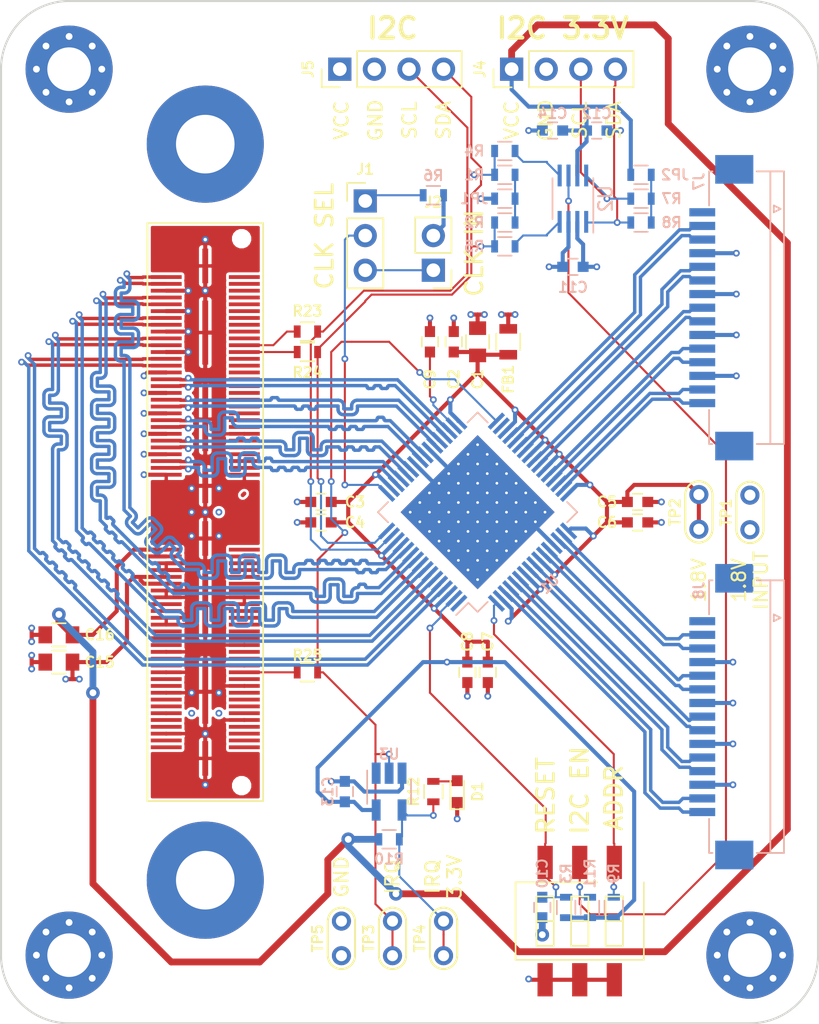
<source format=kicad_pcb>
(kicad_pcb (version 4) (host pcbnew 4.0.7)
  (layers (0 F.Cu signal) (1 1V8 power hide) (2 GND power hide) (31 B.Cu signal) (34 B.Paste user) (35 F.Paste user) (36 B.SilkS user) (37 F.SilkS user) (38 B.Mask user) (39 F.Mask user) (44 Edge.Cuts user))
  (net 0 "")
  (net 1 +1V8)
  (net 2 GND)
  (net 3 "Net-(C9-Pad1)")
  (net 4 RESETN)
  (net 5 +1V8_INPUT)
  (net 6 +3V3)
  (net 7 "Net-(D1-Pad2)")
  (net 8 "Net-(J1-Pad1)")
  (net 9 /REFCLK)
  (net 10 "Net-(J1-Pad3)")
  (net 11 /ADDR)
  (net 12 /I2C_EN)
  (net 13 I2C_3V3_SCL)
  (net 14 I2C_3V3_SDA)
  (net 15 I2C_SCL)
  (net 16 I2C_SDA)
  (net 17 "Net-(J6-Pad22)")
  (net 18 "Net-(J6-Pad24)")
  (net 19 DSI_A3_N)
  (net 20 DSI_A3_P)
  (net 21 DSI_A2_N)
  (net 22 DSI_A2_P)
  (net 23 DSI_ACLK_N)
  (net 24 DSI_ACLK_P)
  (net 25 DSI_A1_N)
  (net 26 DSI_A1_P)
  (net 27 DSI_A0_N)
  (net 28 DSI_A0_P)
  (net 29 "Net-(J6-Pad98)")
  (net 30 LVDS_A0_N)
  (net 31 LVDS_A0_P)
  (net 32 LVDS_A1_N)
  (net 33 LVDS_A1_P)
  (net 34 LVDS_A2_N)
  (net 35 LVDS_A2_P)
  (net 36 LVDS_ACLK_N)
  (net 37 LVDS_ACLK_P)
  (net 38 LVDS_A3_N)
  (net 39 LVDS_A3_P)
  (net 40 LVDS_B0_N)
  (net 41 LVDS_B0_P)
  (net 42 LVDS_B1_N)
  (net 43 LVDS_B1_P)
  (net 44 LVDS_B2_N)
  (net 45 LVDS_B2_P)
  (net 46 LVDS_BCLK_N)
  (net 47 LVDS_BCLK_P)
  (net 48 LVDS_B3_N)
  (net 49 LVDS_B3_P)
  (net 50 "Net-(JP1-Pad1)")
  (net 51 "Net-(JP2-Pad1)")
  (net 52 "Net-(R4-Pad2)")
  (net 53 IRQ_3V3)
  (net 54 DSI_B3_N)
  (net 55 DSI_B3_P)
  (net 56 DSI_B2_N)
  (net 57 DSI_B2_P)
  (net 58 DSI_BCLK_N)
  (net 59 DSI_BCLK_P)
  (net 60 DSI_B1_N)
  (net 61 DSI_B1_P)
  (net 62 DSI_B0_N)
  (net 63 DSI_B0_P)
  (net 64 IRQ)
  (net 65 "Net-(R5-Pad1)")
  (module samtec:QSH-060-01-X-D-A (layer F.Cu) (at 65 72.5 270)
    (fp_text reference J6 hide)
    (fp_text value QSH-060-01-X-D-A hide)
    (pad 1 smd rect (at -17.24914 2.86766 270) (size 0.2794 2.26822) (layers F.Cu F.Paste F.Mask) (net 54 DSI_B3_N))
    (pad 2 smd rect (at -17.24914 -2.86766 270) (size 0.2794 2.26822) (layers F.Cu F.Paste F.Mask))
    (pad 3 smd rect (at -16.74876 2.86766 270) (size 0.2794 2.26822) (layers F.Cu F.Paste F.Mask) (net 55 DSI_B3_P))
    (pad 4 smd rect (at -16.74876 -2.86766 270) (size 0.2794 2.26822) (layers F.Cu F.Paste F.Mask))
    (pad 5 smd rect (at -16.24838 2.86766 270) (size 0.2794 2.26822) (layers F.Cu F.Paste F.Mask) (net 2 GND))
    (pad 6 smd rect (at -16.24838 -2.86766 270) (size 0.2794 2.26822) (layers F.Cu F.Paste F.Mask))
    (pad 7 smd rect (at -15.748 2.86766 270) (size 0.2794 2.26822) (layers F.Cu F.Paste F.Mask) (net 56 DSI_B2_N))
    (pad 8 smd rect (at -15.748 -2.86766 270) (size 0.2794 2.26822) (layers F.Cu F.Paste F.Mask))
    (pad 9 smd rect (at -15.24762 2.86766 270) (size 0.2794 2.26822) (layers F.Cu F.Paste F.Mask) (net 57 DSI_B2_P))
    (pad 10 smd rect (at -15.24762 -2.86766 270) (size 0.2794 2.26822) (layers F.Cu F.Paste F.Mask))
    (pad 11 smd rect (at -14.74978 2.86766 270) (size 0.2794 2.26822) (layers F.Cu F.Paste F.Mask) (net 2 GND))
    (pad 12 smd rect (at -14.74978 -2.86766 270) (size 0.2794 2.26822) (layers F.Cu F.Paste F.Mask))
    (pad 13 smd rect (at -14.2494 2.86766 270) (size 0.2794 2.26822) (layers F.Cu F.Paste F.Mask) (net 58 DSI_BCLK_N))
    (pad 14 smd rect (at -14.2494 -2.86766 270) (size 0.2794 2.26822) (layers F.Cu F.Paste F.Mask))
    (pad 15 smd rect (at -13.74902 2.86766 270) (size 0.2794 2.26822) (layers F.Cu F.Paste F.Mask) (net 59 DSI_BCLK_P))
    (pad 16 smd rect (at -13.74902 -2.86766 270) (size 0.2794 2.26822) (layers F.Cu F.Paste F.Mask))
    (pad 17 smd rect (at -13.24864 2.86766 270) (size 0.2794 2.26822) (layers F.Cu F.Paste F.Mask) (net 2 GND))
    (pad 18 smd rect (at -13.24864 -2.86766 270) (size 0.2794 2.26822) (layers F.Cu F.Paste F.Mask))
    (pad 19 smd rect (at -12.74826 2.86766 270) (size 0.2794 2.26822) (layers F.Cu F.Paste F.Mask) (net 60 DSI_B1_N))
    (pad 20 smd rect (at -12.74826 -2.86766 270) (size 0.2794 2.26822) (layers F.Cu F.Paste F.Mask))
    (pad 21 smd rect (at -12.24788 2.86766 270) (size 0.2794 2.26822) (layers F.Cu F.Paste F.Mask) (net 61 DSI_B1_P))
    (pad 22 smd rect (at -12.24788 -2.86766 270) (size 0.2794 2.26822) (layers F.Cu F.Paste F.Mask) (net 17 "Net-(J6-Pad22)"))
    (pad 23 smd rect (at -11.7475 2.86766 270) (size 0.2794 2.26822) (layers F.Cu F.Paste F.Mask) (net 2 GND))
    (pad 24 smd rect (at -11.7475 -2.86766 270) (size 0.2794 2.26822) (layers F.Cu F.Paste F.Mask) (net 18 "Net-(J6-Pad24)"))
    (pad 25 smd rect (at -11.24966 2.86766 270) (size 0.2794 2.26822) (layers F.Cu F.Paste F.Mask) (net 62 DSI_B0_N))
    (pad 26 smd rect (at -11.24966 -2.86766 270) (size 0.2794 2.26822) (layers F.Cu F.Paste F.Mask))
    (pad 27 smd rect (at -10.74928 2.86766 270) (size 0.2794 2.26822) (layers F.Cu F.Paste F.Mask) (net 63 DSI_B0_P))
    (pad 28 smd rect (at -10.74928 -2.86766 270) (size 0.2794 2.26822) (layers F.Cu F.Paste F.Mask))
    (pad 29 smd rect (at -10.2489 2.86766 270) (size 0.2794 2.26822) (layers F.Cu F.Paste F.Mask) (net 2 GND))
    (pad 30 smd rect (at -10.2489 -2.86766 270) (size 0.2794 2.26822) (layers F.Cu F.Paste F.Mask))
    (pad 31 smd rect (at -9.74852 2.86766 270) (size 0.2794 2.26822) (layers F.Cu F.Paste F.Mask) (net 19 DSI_A3_N))
    (pad 32 smd rect (at -9.74852 -2.86766 270) (size 0.2794 2.26822) (layers F.Cu F.Paste F.Mask))
    (pad 33 smd rect (at -9.24814 2.86766 270) (size 0.2794 2.26822) (layers F.Cu F.Paste F.Mask) (net 20 DSI_A3_P))
    (pad 34 smd rect (at -9.24814 -2.86766 270) (size 0.2794 2.26822) (layers F.Cu F.Paste F.Mask))
    (pad 35 smd rect (at -8.74776 2.86766 270) (size 0.2794 2.26822) (layers F.Cu F.Paste F.Mask) (net 2 GND))
    (pad 36 smd rect (at -8.74776 -2.86766 270) (size 0.2794 2.26822) (layers F.Cu F.Paste F.Mask))
    (pad 37 smd rect (at -8.24992 2.86766 270) (size 0.2794 2.26822) (layers F.Cu F.Paste F.Mask) (net 21 DSI_A2_N))
    (pad 38 smd rect (at -8.24992 -2.86766 270) (size 0.2794 2.26822) (layers F.Cu F.Paste F.Mask))
    (pad 39 smd rect (at -7.74954 2.86766 270) (size 0.2794 2.26822) (layers F.Cu F.Paste F.Mask) (net 22 DSI_A2_P))
    (pad 40 smd rect (at -7.74954 -2.86766 270) (size 0.2794 2.26822) (layers F.Cu F.Paste F.Mask))
    (pad 41 smd rect (at -7.24916 2.86766 270) (size 0.2794 2.26822) (layers F.Cu F.Paste F.Mask) (net 2 GND))
    (pad 42 smd rect (at -7.24916 -2.86766 270) (size 0.2794 2.26822) (layers F.Cu F.Paste F.Mask))
    (pad 43 smd rect (at -6.74878 2.86766 270) (size 0.2794 2.26822) (layers F.Cu F.Paste F.Mask) (net 23 DSI_ACLK_N))
    (pad 44 smd rect (at -6.74878 -2.86766 270) (size 0.2794 2.26822) (layers F.Cu F.Paste F.Mask))
    (pad 45 smd rect (at -6.2484 2.86766 270) (size 0.2794 2.26822) (layers F.Cu F.Paste F.Mask) (net 24 DSI_ACLK_P))
    (pad 46 smd rect (at -6.2484 -2.86766 270) (size 0.2794 2.26822) (layers F.Cu F.Paste F.Mask))
    (pad 47 smd rect (at -5.74802 2.86766 270) (size 0.2794 2.26822) (layers F.Cu F.Paste F.Mask) (net 2 GND))
    (pad 48 smd rect (at -5.74802 -2.86766 270) (size 0.2794 2.26822) (layers F.Cu F.Paste F.Mask) (net 2 GND))
    (pad 49 smd rect (at -5.24764 2.86766 270) (size 0.2794 2.26822) (layers F.Cu F.Paste F.Mask) (net 25 DSI_A1_N))
    (pad 50 smd rect (at -5.24764 -2.86766 270) (size 0.2794 2.26822) (layers F.Cu F.Paste F.Mask))
    (pad 51 smd rect (at -4.7498 2.86766 270) (size 0.2794 2.26822) (layers F.Cu F.Paste F.Mask) (net 26 DSI_A1_P))
    (pad 52 smd rect (at -4.7498 -2.86766 270) (size 0.2794 2.26822) (layers F.Cu F.Paste F.Mask) (net 2 GND))
    (pad 53 smd rect (at -4.24942 2.86766 270) (size 0.2794 2.26822) (layers F.Cu F.Paste F.Mask) (net 2 GND))
    (pad 54 smd rect (at -4.24942 -2.86766 270) (size 0.2794 2.26822) (layers F.Cu F.Paste F.Mask))
    (pad 55 smd rect (at -3.74904 2.86766 270) (size 0.2794 2.26822) (layers F.Cu F.Paste F.Mask) (net 27 DSI_A0_N))
    (pad 56 smd rect (at -3.74904 -2.86766 270) (size 0.2794 2.26822) (layers F.Cu F.Paste F.Mask))
    (pad 57 smd rect (at -3.24866 2.86766 270) (size 0.2794 2.26822) (layers F.Cu F.Paste F.Mask) (net 28 DSI_A0_P))
    (pad 58 smd rect (at -3.24866 -2.86766 270) (size 0.2794 2.26822) (layers F.Cu F.Paste F.Mask))
    (pad 59 smd rect (at -2.74828 2.86766 270) (size 0.2794 2.26822) (layers F.Cu F.Paste F.Mask) (net 2 GND))
    (pad 60 smd rect (at -2.74828 -2.86766 270) (size 0.2794 2.26822) (layers F.Cu F.Paste F.Mask) (net 2 GND))
    (pad 61 smd rect (at 2.74828 2.86766 270) (size 0.2794 2.26822) (layers F.Cu F.Paste F.Mask) (net 6 +3V3))
    (pad 62 smd rect (at 2.74828 -2.86766 270) (size 0.2794 2.26822) (layers F.Cu F.Paste F.Mask))
    (pad 63 smd rect (at 3.24866 2.86766 270) (size 0.2794 2.26822) (layers F.Cu F.Paste F.Mask) (net 6 +3V3))
    (pad 64 smd rect (at 3.24866 -2.86766 270) (size 0.2794 2.26822) (layers F.Cu F.Paste F.Mask))
    (pad 65 smd rect (at 3.74904 2.86766 270) (size 0.2794 2.26822) (layers F.Cu F.Paste F.Mask) (net 2 GND))
    (pad 66 smd rect (at 3.74904 -2.86766 270) (size 0.2794 2.26822) (layers F.Cu F.Paste F.Mask))
    (pad 67 smd rect (at 4.24942 2.86766 270) (size 0.2794 2.26822) (layers F.Cu F.Paste F.Mask) (net 2 GND))
    (pad 68 smd rect (at 4.24942 -2.86766 270) (size 0.2794 2.26822) (layers F.Cu F.Paste F.Mask))
    (pad 69 smd rect (at 4.7498 2.86766 270) (size 0.2794 2.26822) (layers F.Cu F.Paste F.Mask) (net 5 +1V8_INPUT))
    (pad 70 smd rect (at 4.7498 -2.86766 270) (size 0.2794 2.26822) (layers F.Cu F.Paste F.Mask) (net 2 GND))
    (pad 71 smd rect (at 5.24764 2.86766 270) (size 0.2794 2.26822) (layers F.Cu F.Paste F.Mask) (net 5 +1V8_INPUT))
    (pad 72 smd rect (at 5.24764 -2.86766 270) (size 0.2794 2.26822) (layers F.Cu F.Paste F.Mask))
    (pad 73 smd rect (at 5.74802 2.86766 270) (size 0.2794 2.26822) (layers F.Cu F.Paste F.Mask) (net 2 GND))
    (pad 74 smd rect (at 5.74802 -2.86766 270) (size 0.2794 2.26822) (layers F.Cu F.Paste F.Mask))
    (pad 75 smd rect (at 6.2484 2.86766 270) (size 0.2794 2.26822) (layers F.Cu F.Paste F.Mask) (net 2 GND))
    (pad 76 smd rect (at 6.2484 -2.86766 270) (size 0.2794 2.26822) (layers F.Cu F.Paste F.Mask) (net 2 GND))
    (pad 77 smd rect (at 6.74878 2.86766 270) (size 0.2794 2.26822) (layers F.Cu F.Paste F.Mask))
    (pad 78 smd rect (at 6.74878 -2.86766 270) (size 0.2794 2.26822) (layers F.Cu F.Paste F.Mask) (net 2 GND))
    (pad 79 smd rect (at 7.24916 2.86766 270) (size 0.2794 2.26822) (layers F.Cu F.Paste F.Mask))
    (pad 80 smd rect (at 7.24916 -2.86766 270) (size 0.2794 2.26822) (layers F.Cu F.Paste F.Mask))
    (pad 81 smd rect (at 7.74954 2.86766 270) (size 0.2794 2.26822) (layers F.Cu F.Paste F.Mask) (net 2 GND))
    (pad 82 smd rect (at 7.74954 -2.86766 270) (size 0.2794 2.26822) (layers F.Cu F.Paste F.Mask))
    (pad 83 smd rect (at 8.24992 2.86766 270) (size 0.2794 2.26822) (layers F.Cu F.Paste F.Mask) (net 2 GND))
    (pad 84 smd rect (at 8.24992 -2.86766 270) (size 0.2794 2.26822) (layers F.Cu F.Paste F.Mask))
    (pad 85 smd rect (at 8.74776 2.86766 270) (size 0.2794 2.26822) (layers F.Cu F.Paste F.Mask))
    (pad 86 smd rect (at 8.74776 -2.86766 270) (size 0.2794 2.26822) (layers F.Cu F.Paste F.Mask))
    (pad 87 smd rect (at 9.24814 2.86766 270) (size 0.2794 2.26822) (layers F.Cu F.Paste F.Mask))
    (pad 88 smd rect (at 9.24814 -2.86766 270) (size 0.2794 2.26822) (layers F.Cu F.Paste F.Mask))
    (pad 89 smd rect (at 9.74852 2.86766 270) (size 0.2794 2.26822) (layers F.Cu F.Paste F.Mask))
    (pad 90 smd rect (at 9.74852 -2.86766 270) (size 0.2794 2.26822) (layers F.Cu F.Paste F.Mask) (net 2 GND))
    (pad 91 smd rect (at 10.2489 2.86766 270) (size 0.2794 2.26822) (layers F.Cu F.Paste F.Mask) (net 2 GND))
    (pad 92 smd rect (at 10.2489 -2.86766 270) (size 0.2794 2.26822) (layers F.Cu F.Paste F.Mask))
    (pad 93 smd rect (at 10.74928 2.86766 270) (size 0.2794 2.26822) (layers F.Cu F.Paste F.Mask))
    (pad 94 smd rect (at 10.74928 -2.86766 270) (size 0.2794 2.26822) (layers F.Cu F.Paste F.Mask))
    (pad 95 smd rect (at 11.24966 2.86766 270) (size 0.2794 2.26822) (layers F.Cu F.Paste F.Mask))
    (pad 96 smd rect (at 11.24966 -2.86766 270) (size 0.2794 2.26822) (layers F.Cu F.Paste F.Mask) (net 2 GND))
    (pad 97 smd rect (at 11.7475 2.86766 270) (size 0.2794 2.26822) (layers F.Cu F.Paste F.Mask) (net 2 GND))
    (pad 98 smd rect (at 11.7475 -2.86766 270) (size 0.2794 2.26822) (layers F.Cu F.Paste F.Mask) (net 29 "Net-(J6-Pad98)"))
    (pad 99 smd rect (at 12.24788 2.86766 270) (size 0.2794 2.26822) (layers F.Cu F.Paste F.Mask))
    (pad 100 smd rect (at 12.24788 -2.86766 270) (size 0.2794 2.26822) (layers F.Cu F.Paste F.Mask))
    (pad 101 smd rect (at 12.74826 2.86766 270) (size 0.2794 2.26822) (layers F.Cu F.Paste F.Mask))
    (pad 102 smd rect (at 12.74826 -2.86766 270) (size 0.2794 2.26822) (layers F.Cu F.Paste F.Mask) (net 2 GND))
    (pad 103 smd rect (at 13.24864 2.86766 270) (size 0.2794 2.26822) (layers F.Cu F.Paste F.Mask) (net 2 GND))
    (pad 104 smd rect (at 13.24864 -2.86766 270) (size 0.2794 2.26822) (layers F.Cu F.Paste F.Mask))
    (pad 105 smd rect (at 13.74902 2.86766 270) (size 0.2794 2.26822) (layers F.Cu F.Paste F.Mask))
    (pad 106 smd rect (at 13.74902 -2.86766 270) (size 0.2794 2.26822) (layers F.Cu F.Paste F.Mask))
    (pad 107 smd rect (at 14.2494 2.86766 270) (size 0.2794 2.26822) (layers F.Cu F.Paste F.Mask))
    (pad 108 smd rect (at 14.2494 -2.86766 270) (size 0.2794 2.26822) (layers F.Cu F.Paste F.Mask))
    (pad 109 smd rect (at 14.74978 2.86766 270) (size 0.2794 2.26822) (layers F.Cu F.Paste F.Mask) (net 2 GND))
    (pad 110 smd rect (at 14.74978 -2.86766 270) (size 0.2794 2.26822) (layers F.Cu F.Paste F.Mask))
    (pad 111 smd rect (at 15.24762 2.86766 270) (size 0.2794 2.26822) (layers F.Cu F.Paste F.Mask))
    (pad 112 smd rect (at 15.24762 -2.86766 270) (size 0.2794 2.26822) (layers F.Cu F.Paste F.Mask) (net 2 GND))
    (pad 113 smd rect (at 15.748 2.86766 270) (size 0.2794 2.26822) (layers F.Cu F.Paste F.Mask))
    (pad 114 smd rect (at 15.748 -2.86766 270) (size 0.2794 2.26822) (layers F.Cu F.Paste F.Mask))
    (pad 115 smd rect (at 16.24838 2.86766 270) (size 0.2794 2.26822) (layers F.Cu F.Paste F.Mask) (net 2 GND))
    (pad 116 smd rect (at 16.24838 -2.86766 270) (size 0.2794 2.26822) (layers F.Cu F.Paste F.Mask))
    (pad 117 smd rect (at 16.74876 2.86766 270) (size 0.2794 2.26822) (layers F.Cu F.Paste F.Mask))
    (pad 118 smd rect (at 16.74876 -2.86766 270) (size 0.2794 2.26822) (layers F.Cu F.Paste F.Mask))
    (pad 119 smd rect (at 17.24914 2.86766 270) (size 0.2794 2.26822) (layers F.Cu F.Paste F.Mask))
    (pad 120 smd rect (at 17.24914 -2.86766 270) (size 0.2794 2.26822) (layers F.Cu F.Paste F.Mask))
    (pad 121 smd rect (at -18.06448 0 270) (size 2.54 0.42926) (layers F.Cu F.Paste F.Mask) (net 2 GND))
    (pad 122 smd rect (at -13.17498 0 270) (size 4.699 0.42926) (layers F.Cu F.Paste F.Mask) (net 2 GND))
    (pad 123 smd rect (at -6.82498 0 270) (size 4.699 0.42926) (layers F.Cu F.Paste F.Mask) (net 2 GND))
    (pad 124 smd rect (at -1.93294 0 270) (size 2.54 0.42926) (layers F.Cu F.Paste F.Mask) (net 2 GND))
    (pad 125 smd rect (at 1.93294 0 270) (size 2.54 0.42926) (layers F.Cu F.Paste F.Mask) (net 2 GND))
    (pad 126 smd rect (at 6.82498 0 270) (size 4.699 0.42926) (layers F.Cu F.Paste F.Mask) (net 2 GND))
    (pad 127 smd rect (at 13.17498 0 270) (size 4.699 0.42926) (layers F.Cu F.Paste F.Mask) (net 2 GND))
    (pad 128 smd rect (at 18.06448 0 270) (size 2.54 0.42926) (layers F.Cu F.Paste F.Mask) (net 2 GND))
    (pad "" np_thru_hole circle (at -20.06346 -2.66954 270) (size 1.01854 1.01854) (drill 1.01854) (layers *.Cu *.Mask))
    (pad "" np_thru_hole circle (at 20.06346 -2.66954 270) (size 1.01854 1.01854) (drill 1.01854) (layers *.Cu *.Mask))
  )
  (module Housings_SSOP:SSOP-8_2.95x2.8mm_Pitch0.65mm (layer B.Cu) (at 92 49.5 90)
    (fp_text reference U2 (at 0 2.4 90) (layer B.SilkS) (effects (justify mirror)))
    (fp_text value TXS0102)
    (pad 1 smd rect (at -1.7 0.975 180) (size 0.3 1.6) (layers B.Cu B.Paste B.Mask) (net 14 I2C_3V3_SDA))
    (pad 2 smd rect (at -1.7 0.325 180) (size 0.3 1.6) (layers B.Cu B.Paste B.Mask) (net 2 GND))
    (pad 3 smd rect (at -1.7 -0.325 180) (size 0.3 1.6) (layers B.Cu B.Paste B.Mask) (net 5 +1V8_INPUT))
    (pad 4 smd rect (at -1.7 -0.975 180) (size 0.3 1.6) (layers B.Cu B.Paste B.Mask) (net 65 "Net-(R5-Pad1)"))
    (pad 5 smd rect (at 1.7 -0.975 180) (size 0.3 1.6) (layers B.Cu B.Paste B.Mask) (net 52 "Net-(R4-Pad2)"))
    (pad 6 smd rect (at 1.7 -0.325 180) (size 0.3 1.6) (layers B.Cu B.Paste B.Mask) (net 12 /I2C_EN))
    (pad 7 smd rect (at 1.7 0.325 180) (size 0.3 1.6) (layers B.Cu B.Paste B.Mask) (net 6 +3V3))
    (pad 8 smd rect (at 1.7 0.975 180) (size 0.3 1.6) (layers B.Cu B.Paste B.Mask) (net 13 I2C_3V3_SCL))
  )
  (module Housings_QFP:HTQFP-64_1EP_10x10mm_Pitch0.5mm_ThermalPad (layer B.Cu) (at 85 72.5 45)
    (fp_text reference U1 (at 0 7.450001 45) (layer B.SilkS) (effects (font (size 0.75 0.75)) (justify mirror)))
    (fp_text value SN65DSI85-Q1)
    (pad 1 smd rect (at -5.7 3.75 45) (size 1.5 0.3) (layers B.Cu B.Paste B.Mask))
    (pad 2 smd rect (at -5.7 3.25 45) (size 1.5 0.3) (layers B.Cu B.Paste B.Mask) (net 4 RESETN))
    (pad 3 smd rect (at -5.7 2.75 45) (size 1.5 0.3) (layers B.Cu B.Paste B.Mask) (net 1 +1V8))
    (pad 4 smd rect (at -5.7 2.25 45) (size 1.5 0.3) (layers B.Cu B.Paste B.Mask) (net 63 DSI_B0_P))
    (pad 5 smd rect (at -5.7 1.75 45) (size 1.5 0.3) (layers B.Cu B.Paste B.Mask) (net 62 DSI_B0_N))
    (pad 6 smd rect (at -5.7 1.25 45) (size 1.5 0.3) (layers B.Cu B.Paste B.Mask) (net 61 DSI_B1_P))
    (pad 7 smd rect (at -5.7 0.75 45) (size 1.5 0.3) (layers B.Cu B.Paste B.Mask) (net 60 DSI_B1_N))
    (pad 8 smd rect (at -5.7 0.25 45) (size 1.5 0.3) (layers B.Cu B.Paste B.Mask) (net 59 DSI_BCLK_P))
    (pad 9 smd rect (at -5.7 -0.25 45) (size 1.5 0.3) (layers B.Cu B.Paste B.Mask) (net 58 DSI_BCLK_N))
    (pad 10 smd rect (at -5.7 -0.75 45) (size 1.5 0.3) (layers B.Cu B.Paste B.Mask) (net 57 DSI_B2_P))
    (pad 11 smd rect (at -5.7 -1.25 45) (size 1.5 0.3) (layers B.Cu B.Paste B.Mask) (net 56 DSI_B2_N))
    (pad 12 smd rect (at -5.7 -1.75 45) (size 1.5 0.3) (layers B.Cu B.Paste B.Mask) (net 55 DSI_B3_P))
    (pad 13 smd rect (at -5.7 -2.25 45) (size 1.5 0.3) (layers B.Cu B.Paste B.Mask) (net 54 DSI_B3_N))
    (pad 14 smd rect (at -5.7 -2.75 45) (size 1.5 0.3) (layers B.Cu B.Paste B.Mask) (net 1 +1V8))
    (pad 15 smd rect (at -5.7 -3.25 45) (size 1.5 0.3) (layers B.Cu B.Paste B.Mask) (net 15 I2C_SCL))
    (pad 16 smd rect (at -5.7 -3.75 45) (size 1.5 0.3) (layers B.Cu B.Paste B.Mask) (net 16 I2C_SDA))
    (pad 17 smd rect (at -3.75 -5.7 315) (size 1.5 0.3) (layers B.Cu B.Paste B.Mask) (net 9 /REFCLK))
    (pad 18 smd rect (at -3.25 -5.7 315) (size 1.5 0.3) (layers B.Cu B.Paste B.Mask) (net 1 +1V8))
    (pad 19 smd rect (at -2.75 -5.7 315) (size 1.5 0.3) (layers B.Cu B.Paste B.Mask) (net 28 DSI_A0_P))
    (pad 20 smd rect (at -2.25 -5.7 315) (size 1.5 0.3) (layers B.Cu B.Paste B.Mask) (net 27 DSI_A0_N))
    (pad 21 smd rect (at -1.75 -5.7 315) (size 1.5 0.3) (layers B.Cu B.Paste B.Mask) (net 26 DSI_A1_P))
    (pad 22 smd rect (at -1.25 -5.7 315) (size 1.5 0.3) (layers B.Cu B.Paste B.Mask) (net 25 DSI_A1_N))
    (pad 23 smd rect (at -0.75 -5.7 315) (size 1.5 0.3) (layers B.Cu B.Paste B.Mask) (net 2 GND))
    (pad 24 smd rect (at -0.25 -5.7 315) (size 1.5 0.3) (layers B.Cu B.Paste B.Mask) (net 24 DSI_ACLK_P))
    (pad 25 smd rect (at 0.25 -5.7 315) (size 1.5 0.3) (layers B.Cu B.Paste B.Mask) (net 23 DSI_ACLK_N))
    (pad 26 smd rect (at 0.75 -5.7 315) (size 1.5 0.3) (layers B.Cu B.Paste B.Mask) (net 2 GND))
    (pad 27 smd rect (at 1.25 -5.7 315) (size 1.5 0.3) (layers B.Cu B.Paste B.Mask) (net 22 DSI_A2_P))
    (pad 28 smd rect (at 1.75 -5.7 315) (size 1.5 0.3) (layers B.Cu B.Paste B.Mask) (net 21 DSI_A2_N))
    (pad 29 smd rect (at 2.25 -5.7 315) (size 1.5 0.3) (layers B.Cu B.Paste B.Mask) (net 20 DSI_A3_P))
    (pad 30 smd rect (at 2.75 -5.7 315) (size 1.5 0.3) (layers B.Cu B.Paste B.Mask) (net 19 DSI_A3_N))
    (pad 31 smd rect (at 3.25 -5.7 315) (size 1.5 0.3) (layers B.Cu B.Paste B.Mask) (net 3 "Net-(C9-Pad1)"))
    (pad 32 smd rect (at 3.75 -5.7 315) (size 1.5 0.3) (layers B.Cu B.Paste B.Mask) (net 1 +1V8))
    (pad 33 smd rect (at 5.7 -3.75 45) (size 1.5 0.3) (layers B.Cu B.Paste B.Mask) (net 64 IRQ))
    (pad 34 smd rect (at 5.7 -3.25 45) (size 1.5 0.3) (layers B.Cu B.Paste B.Mask))
    (pad 35 smd rect (at 5.7 -2.75 45) (size 1.5 0.3) (layers B.Cu B.Paste B.Mask) (net 1 +1V8))
    (pad 36 smd rect (at 5.7 -2.25 45) (size 1.5 0.3) (layers B.Cu B.Paste B.Mask) (net 39 LVDS_A3_P))
    (pad 37 smd rect (at 5.7 -1.75 45) (size 1.5 0.3) (layers B.Cu B.Paste B.Mask) (net 38 LVDS_A3_N))
    (pad 38 smd rect (at 5.7 -1.25 45) (size 1.5 0.3) (layers B.Cu B.Paste B.Mask) (net 37 LVDS_ACLK_P))
    (pad 39 smd rect (at 5.7 -0.75 45) (size 1.5 0.3) (layers B.Cu B.Paste B.Mask) (net 36 LVDS_ACLK_N))
    (pad 40 smd rect (at 5.7 -0.25 45) (size 1.5 0.3) (layers B.Cu B.Paste B.Mask) (net 1 +1V8))
    (pad 41 smd rect (at 5.7 0.25 45) (size 1.5 0.3) (layers B.Cu B.Paste B.Mask) (net 35 LVDS_A2_P))
    (pad 42 smd rect (at 5.7 0.75 45) (size 1.5 0.3) (layers B.Cu B.Paste B.Mask) (net 34 LVDS_A2_N))
    (pad 43 smd rect (at 5.7 1.25 45) (size 1.5 0.3) (layers B.Cu B.Paste B.Mask) (net 1 +1V8))
    (pad 44 smd rect (at 5.7 1.75 45) (size 1.5 0.3) (layers B.Cu B.Paste B.Mask) (net 33 LVDS_A1_P))
    (pad 45 smd rect (at 5.7 2.25 45) (size 1.5 0.3) (layers B.Cu B.Paste B.Mask) (net 32 LVDS_A1_N))
    (pad 46 smd rect (at 5.7 2.75 45) (size 1.5 0.3) (layers B.Cu B.Paste B.Mask) (net 31 LVDS_A0_P))
    (pad 47 smd rect (at 5.7 3.25 45) (size 1.5 0.3) (layers B.Cu B.Paste B.Mask) (net 30 LVDS_A0_N))
    (pad 48 smd rect (at 5.7 3.75 45) (size 1.5 0.3) (layers B.Cu B.Paste B.Mask) (net 1 +1V8))
    (pad 49 smd rect (at 3.75 5.7 315) (size 1.5 0.3) (layers B.Cu B.Paste B.Mask) (net 1 +1V8))
    (pad 50 smd rect (at 3.25 5.7 315) (size 1.5 0.3) (layers B.Cu B.Paste B.Mask) (net 49 LVDS_B3_P))
    (pad 51 smd rect (at 2.75 5.7 315) (size 1.5 0.3) (layers B.Cu B.Paste B.Mask) (net 48 LVDS_B3_N))
    (pad 52 smd rect (at 2.25 5.7 315) (size 1.5 0.3) (layers B.Cu B.Paste B.Mask) (net 2 GND))
    (pad 53 smd rect (at 1.75 5.7 315) (size 1.5 0.3) (layers B.Cu B.Paste B.Mask) (net 47 LVDS_BCLK_P))
    (pad 54 smd rect (at 1.25 5.7 315) (size 1.5 0.3) (layers B.Cu B.Paste B.Mask) (net 46 LVDS_BCLK_N))
    (pad 55 smd rect (at 0.75 5.7 315) (size 1.5 0.3) (layers B.Cu B.Paste B.Mask) (net 1 +1V8))
    (pad 56 smd rect (at 0.25 5.7 315) (size 1.5 0.3) (layers B.Cu B.Paste B.Mask) (net 45 LVDS_B2_P))
    (pad 57 smd rect (at -0.25 5.7 315) (size 1.5 0.3) (layers B.Cu B.Paste B.Mask) (net 44 LVDS_B2_N))
    (pad 58 smd rect (at -0.75 5.7 315) (size 1.5 0.3) (layers B.Cu B.Paste B.Mask) (net 1 +1V8))
    (pad 59 smd rect (at -1.25 5.7 315) (size 1.5 0.3) (layers B.Cu B.Paste B.Mask) (net 43 LVDS_B1_P))
    (pad 60 smd rect (at -1.75 5.7 315) (size 1.5 0.3) (layers B.Cu B.Paste B.Mask) (net 42 LVDS_B1_N))
    (pad 61 smd rect (at -2.25 5.7 315) (size 1.5 0.3) (layers B.Cu B.Paste B.Mask) (net 41 LVDS_B0_P))
    (pad 62 smd rect (at -2.75 5.7 315) (size 1.5 0.3) (layers B.Cu B.Paste B.Mask) (net 40 LVDS_B0_N))
    (pad 63 smd rect (at -3.25 5.7 315) (size 1.5 0.3) (layers B.Cu B.Paste B.Mask) (net 1 +1V8))
    (pad 64 smd rect (at -3.75 5.7 315) (size 1.5 0.3) (layers B.Cu B.Paste B.Mask) (net 11 /ADDR))
    (pad 65 smd rect (at 0 0 225) (size 8 8) (layers B.Cu B.Paste B.Mask) (net 2 GND))
    (pad 65 thru_hole circle (at -3.5 3.5 315) (size 0.3 0.3) (drill 0.2) (layers *.Cu B.Adhes) (net 2 GND))
    (pad 65 thru_hole circle (at -2.5 3.5 315) (size 0.3 0.3) (drill 0.2) (layers *.Cu B.Adhes) (net 2 GND))
    (pad 65 thru_hole circle (at -1.5 3.5 315) (size 0.3 0.3) (drill 0.2) (layers *.Cu B.Adhes) (net 2 GND))
    (pad 65 thru_hole circle (at -0.5 3.5 315) (size 0.3 0.3) (drill 0.2) (layers *.Cu B.Adhes) (net 2 GND))
    (pad 65 thru_hole circle (at 0.5 3.5 315) (size 0.3 0.3) (drill 0.2) (layers *.Cu B.Adhes) (net 2 GND))
    (pad 65 thru_hole circle (at 1.5 3.5 315) (size 0.3 0.3) (drill 0.2) (layers *.Cu B.Adhes) (net 2 GND))
    (pad 65 thru_hole circle (at 2.5 3.5 315) (size 0.3 0.3) (drill 0.2) (layers *.Cu B.Adhes) (net 2 GND))
    (pad 65 thru_hole circle (at 3.5 3.5 315) (size 0.3 0.3) (drill 0.2) (layers *.Cu B.Adhes) (net 2 GND))
    (pad 65 thru_hole circle (at 3.5 2.5 315) (size 0.3 0.3) (drill 0.2) (layers *.Cu B.Adhes) (net 2 GND))
    (pad 65 thru_hole circle (at 2.5 2.5 315) (size 0.3 0.3) (drill 0.2) (layers *.Cu B.Adhes) (net 2 GND))
    (pad 65 thru_hole circle (at 1.5 2.5 315) (size 0.3 0.3) (drill 0.2) (layers *.Cu B.Adhes) (net 2 GND))
    (pad 65 thru_hole circle (at 0.5 2.5 315) (size 0.3 0.3) (drill 0.2) (layers *.Cu B.Adhes) (net 2 GND))
    (pad 65 thru_hole circle (at -0.5 2.5 315) (size 0.3 0.3) (drill 0.2) (layers *.Cu B.Adhes) (net 2 GND))
    (pad 65 thru_hole circle (at -1.5 2.5 315) (size 0.3 0.3) (drill 0.2) (layers *.Cu B.Adhes) (net 2 GND))
    (pad 65 thru_hole circle (at -2.5 2.5 315) (size 0.3 0.3) (drill 0.2) (layers *.Cu B.Adhes) (net 2 GND))
    (pad 65 thru_hole circle (at -3.5 2.5 315) (size 0.3 0.3) (drill 0.2) (layers *.Cu B.Adhes) (net 2 GND))
    (pad 65 thru_hole circle (at -3.5 1.5 315) (size 0.3 0.3) (drill 0.2) (layers *.Cu B.Adhes) (net 2 GND))
    (pad 65 thru_hole circle (at -3.5 0.5 315) (size 0.3 0.3) (drill 0.2) (layers *.Cu B.Adhes) (net 2 GND))
    (pad 65 thru_hole circle (at -2.5 1.5 315) (size 0.3 0.3) (drill 0.2) (layers *.Cu B.Adhes) (net 2 GND))
    (pad 65 thru_hole circle (at -2.5 0.5 315) (size 0.3 0.3) (drill 0.2) (layers *.Cu B.Adhes) (net 2 GND))
    (pad 65 thru_hole circle (at -1.5 0.5 315) (size 0.3 0.3) (drill 0.2) (layers *.Cu B.Adhes) (net 2 GND))
    (pad 65 thru_hole circle (at -1.5 1.5 315) (size 0.3 0.3) (drill 0.2) (layers *.Cu B.Adhes) (net 2 GND))
    (pad 65 thru_hole circle (at -0.5 1.5 315) (size 0.3 0.3) (drill 0.2) (layers *.Cu B.Adhes) (net 2 GND))
    (pad 65 thru_hole circle (at -0.5 0.5 315) (size 0.3 0.3) (drill 0.2) (layers *.Cu B.Adhes) (net 2 GND))
    (pad 65 thru_hole circle (at 0.5 0.5 315) (size 0.3 0.3) (drill 0.2) (layers *.Cu B.Adhes) (net 2 GND))
    (pad 65 thru_hole circle (at 0.5 1.5 315) (size 0.3 0.3) (drill 0.2) (layers *.Cu B.Adhes) (net 2 GND))
    (pad 65 thru_hole circle (at 1.5 1.5 315) (size 0.3 0.3) (drill 0.2) (layers *.Cu B.Adhes) (net 2 GND))
    (pad 65 thru_hole circle (at 1.5 0.5 315) (size 0.3 0.3) (drill 0.2) (layers *.Cu B.Adhes) (net 2 GND))
    (pad 65 thru_hole circle (at 2.5 1.5 315) (size 0.3 0.3) (drill 0.2) (layers *.Cu B.Adhes) (net 2 GND))
    (pad 65 thru_hole circle (at 2.5 0.5 315) (size 0.3 0.3) (drill 0.2) (layers *.Cu B.Adhes) (net 2 GND))
    (pad 65 thru_hole circle (at 3.5 1.5 315) (size 0.3 0.3) (drill 0.2) (layers *.Cu B.Adhes) (net 2 GND))
    (pad 65 thru_hole circle (at 3.5 0.5 315) (size 0.3 0.3) (drill 0.2) (layers *.Cu B.Adhes) (net 2 GND))
    (pad 65 thru_hole circle (at -3.5 -3.5 315) (size 0.3 0.3) (drill 0.2) (layers *.Cu B.Adhes) (net 2 GND))
    (pad 65 thru_hole circle (at -3.5 -2.5 315) (size 0.3 0.3) (drill 0.2) (layers *.Cu B.Adhes) (net 2 GND))
    (pad 65 thru_hole circle (at -3.5 -1.5 315) (size 0.3 0.3) (drill 0.2) (layers *.Cu B.Adhes) (net 2 GND))
    (pad 65 thru_hole circle (at -3.5 -0.5 315) (size 0.3 0.3) (drill 0.2) (layers *.Cu B.Adhes) (net 2 GND))
    (pad 65 thru_hole circle (at -2.5 -0.5 315) (size 0.3 0.3) (drill 0.2) (layers *.Cu B.Adhes) (net 2 GND))
    (pad 65 thru_hole circle (at -2.5 -1.5 315) (size 0.3 0.3) (drill 0.2) (layers *.Cu B.Adhes) (net 2 GND))
    (pad 65 thru_hole circle (at -2.5 -2.5 315) (size 0.3 0.3) (drill 0.2) (layers *.Cu B.Adhes) (net 2 GND))
    (pad 65 thru_hole circle (at -2.5 -3.5 315) (size 0.3 0.3) (drill 0.2) (layers *.Cu B.Adhes) (net 2 GND))
    (pad 65 thru_hole circle (at -1.5 -3.5 315) (size 0.3 0.3) (drill 0.2) (layers *.Cu B.Adhes) (net 2 GND))
    (pad 65 thru_hole circle (at -1.5 -2.5 315) (size 0.3 0.3) (drill 0.2) (layers *.Cu B.Adhes) (net 2 GND))
    (pad 65 thru_hole circle (at -1.5 -1.5 315) (size 0.3 0.3) (drill 0.2) (layers *.Cu B.Adhes) (net 2 GND))
    (pad 65 thru_hole circle (at -1.5 -0.5 315) (size 0.3 0.3) (drill 0.2) (layers *.Cu B.Adhes) (net 2 GND))
    (pad 65 thru_hole circle (at -0.5 -0.5 315) (size 0.3 0.3) (drill 0.2) (layers *.Cu B.Adhes) (net 2 GND))
    (pad 65 thru_hole circle (at -0.5 -1.5 315) (size 0.3 0.3) (drill 0.2) (layers *.Cu B.Adhes) (net 2 GND))
    (pad 65 thru_hole circle (at -0.5 -2.5 315) (size 0.3 0.3) (drill 0.2) (layers *.Cu B.Adhes) (net 2 GND))
    (pad 65 thru_hole circle (at -0.5 -3.5 315) (size 0.3 0.3) (drill 0.2) (layers *.Cu B.Adhes) (net 2 GND))
    (pad 65 thru_hole circle (at 0.5 -3.5 315) (size 0.3 0.3) (drill 0.2) (layers *.Cu B.Adhes) (net 2 GND))
    (pad 65 thru_hole circle (at 0.5 -2.5 315) (size 0.3 0.3) (drill 0.2) (layers *.Cu B.Adhes) (net 2 GND))
    (pad 65 thru_hole circle (at 0.5 -1.5 315) (size 0.3 0.3) (drill 0.2) (layers *.Cu B.Adhes) (net 2 GND))
    (pad 65 thru_hole circle (at 0.5 -0.5 315) (size 0.3 0.3) (drill 0.2) (layers *.Cu B.Adhes) (net 2 GND))
    (pad 65 thru_hole circle (at 1.5 -0.5 315) (size 0.3 0.3) (drill 0.2) (layers *.Cu B.Adhes) (net 2 GND))
    (pad 65 thru_hole circle (at 1.5 -1.5 315) (size 0.3 0.3) (drill 0.2) (layers *.Cu B.Adhes) (net 2 GND))
    (pad 65 thru_hole circle (at 1.5 -2.5 315) (size 0.3 0.3) (drill 0.2) (layers *.Cu B.Adhes) (net 2 GND))
    (pad 65 thru_hole circle (at 1.5 -3.5 315) (size 0.3 0.3) (drill 0.2) (layers *.Cu B.Adhes) (net 2 GND))
    (pad 65 thru_hole circle (at 2.5 -3.5 315) (size 0.3 0.3) (drill 0.2) (layers *.Cu B.Adhes) (net 2 GND))
    (pad 65 thru_hole circle (at 2.5 -2.5 315) (size 0.3 0.3) (drill 0.2) (layers *.Cu B.Adhes) (net 2 GND))
    (pad 65 thru_hole circle (at 2.5 -1.5 315) (size 0.3 0.3) (drill 0.2) (layers *.Cu B.Adhes) (net 2 GND))
    (pad 65 thru_hole circle (at 2.5 -0.5 315) (size 0.3 0.3) (drill 0.2) (layers *.Cu B.Adhes) (net 2 GND))
    (pad 65 thru_hole circle (at 3.5 -0.5 315) (size 0.3 0.3) (drill 0.2) (layers *.Cu B.Adhes) (net 2 GND))
    (pad 65 thru_hole circle (at 3.5 -1.5 315) (size 0.3 0.3) (drill 0.2) (layers *.Cu B.Adhes) (net 2 GND))
    (pad 65 thru_hole circle (at 3.5 -2.5 315) (size 0.3 0.3) (drill 0.2) (layers *.Cu B.Adhes) (net 2 GND))
    (pad 65 thru_hole circle (at 3.5 -3.5 315) (size 0.3 0.3) (drill 0.2) (layers *.Cu B.Adhes) (net 2 GND))
    (pad 65 smd rect (at 0 0 225) (size 8 8) (layers F.Cu) (net 2 GND))
  )
  (module Capacitors_SMD:C_0805 (layer F.Cu) (at 85 60 90)
    (fp_text reference C1 (at -2.75 0 90) (layer F.SilkS) (effects (font (size 0.75 0.75))))
    (fp_text value 10µF)
    (pad 1 smd rect (at -1 0 90) (size 1 1.25) (layers F.Cu F.Paste F.Mask) (net 1 +1V8))
    (pad 2 smd rect (at 1 0 90) (size 1 1.25) (layers F.Cu F.Paste F.Mask) (net 2 GND))
  )
  (module Capacitors_SMD:C_0603 (layer F.Cu) (at 83.25 60 90)
    (fp_text reference C2 (at -2.75 0 90) (layer F.SilkS) (effects (font (size 0.75 0.75))))
    (fp_text value 1µF)
    (pad 1 smd rect (at -0.75 0 90) (size 0.8 0.75) (layers F.Cu F.Paste F.Mask) (net 1 +1V8))
    (pad 2 smd rect (at 0.75 0 90) (size 0.8 0.75) (layers F.Cu F.Paste F.Mask) (net 2 GND))
  )
  (module Capacitors_SMD:C_0603 (layer F.Cu) (at 73.5 71.75 180)
    (fp_text reference C3 (at -2.5 0 180) (layer F.SilkS) (effects (font (size 0.75 0.75))))
    (fp_text value 10nF)
    (pad 1 smd rect (at -0.75 0 180) (size 0.8 0.75) (layers F.Cu F.Paste F.Mask) (net 1 +1V8))
    (pad 2 smd rect (at 0.75 0 180) (size 0.8 0.75) (layers F.Cu F.Paste F.Mask) (net 2 GND))
  )
  (module Capacitors_SMD:C_0603 (layer F.Cu) (at 73.5 73.25 180)
    (fp_text reference C4 (at -2.5 0 180) (layer F.SilkS) (effects (font (size 0.75 0.75))))
    (fp_text value 100nF)
    (pad 1 smd rect (at -0.75 0 180) (size 0.8 0.75) (layers F.Cu F.Paste F.Mask) (net 1 +1V8))
    (pad 2 smd rect (at 0.75 0 180) (size 0.8 0.75) (layers F.Cu F.Paste F.Mask) (net 2 GND))
  )
  (module Capacitors_SMD:C_0603 (layer F.Cu) (at 96.75 71.75)
    (fp_text reference C5 (at -2.25 0) (layer F.SilkS) (effects (font (size 0.75 0.75))))
    (fp_text value 10nF)
    (pad 1 smd rect (at -0.75 0) (size 0.8 0.75) (layers F.Cu F.Paste F.Mask) (net 1 +1V8))
    (pad 2 smd rect (at 0.75 0) (size 0.8 0.75) (layers F.Cu F.Paste F.Mask) (net 2 GND))
  )
  (module Capacitors_SMD:C_0603 (layer F.Cu) (at 96.75 73.25)
    (fp_text reference C6 (at -2.25 0) (layer F.SilkS) (effects (font (size 0.75 0.75))))
    (fp_text value 100nF)
    (pad 1 smd rect (at -0.75 0) (size 0.8 0.75) (layers F.Cu F.Paste F.Mask) (net 1 +1V8))
    (pad 2 smd rect (at 0.75 0) (size 0.8 0.75) (layers F.Cu F.Paste F.Mask) (net 2 GND))
  )
  (module Capacitors_SMD:C_0603 (layer F.Cu) (at 85.75 84.25 270)
    (fp_text reference C7 (at -2.25 0 270) (layer F.SilkS) (effects (font (size 0.75 0.75))))
    (fp_text value 10nF)
    (pad 1 smd rect (at -0.75 0 270) (size 0.8 0.75) (layers F.Cu F.Paste F.Mask) (net 1 +1V8))
    (pad 2 smd rect (at 0.75 0 270) (size 0.8 0.75) (layers F.Cu F.Paste F.Mask) (net 2 GND))
  )
  (module Capacitors_SMD:C_0603 (layer F.Cu) (at 84.25 84.25 270)
    (fp_text reference C8 (at -2.25 0 270) (layer F.SilkS) (effects (font (size 0.75 0.75))))
    (fp_text value 100nF)
    (pad 1 smd rect (at -0.75 0 270) (size 0.8 0.75) (layers F.Cu F.Paste F.Mask) (net 1 +1V8))
    (pad 2 smd rect (at 0.75 0 270) (size 0.8 0.75) (layers F.Cu F.Paste F.Mask) (net 2 GND))
  )
  (module Capacitors_SMD:C_0603 (layer F.Cu) (at 81.5 60 90)
    (fp_text reference C9 (at -2.75 0 90) (layer F.SilkS) (effects (font (size 0.75 0.75))))
    (fp_text value 1µF)
    (pad 1 smd rect (at -0.75 0 90) (size 0.8 0.75) (layers F.Cu F.Paste F.Mask) (net 3 "Net-(C9-Pad1)"))
    (pad 2 smd rect (at 0.75 0 90) (size 0.8 0.75) (layers F.Cu F.Paste F.Mask) (net 2 GND))
  )
  (module Capacitors_SMD:C_0603 (layer B.Cu) (at 89.75 101.5 270)
    (fp_text reference C10 (at -2.5 0 270) (layer B.SilkS) (effects (font (size 0.75 0.75)) (justify mirror)))
    (fp_text value 220nF)
    (pad 1 smd rect (at -0.75 0 270) (size 0.8 0.75) (layers B.Cu B.Paste B.Mask) (net 4 RESETN))
    (pad 2 smd rect (at 0.75 0 270) (size 0.8 0.75) (layers B.Cu B.Paste B.Mask) (net 2 GND))
  )
  (module Capacitors_SMD:C_0603 (layer B.Cu) (at 92 54.5)
    (fp_text reference C11 (at 0 1.5) (layer B.SilkS) (effects (font (size 0.75 0.75)) (justify mirror)))
    (fp_text value 100nF)
    (pad 1 smd rect (at -0.75 0) (size 0.8 0.75) (layers B.Cu B.Paste B.Mask) (net 5 +1V8_INPUT))
    (pad 2 smd rect (at 0.75 0) (size 0.8 0.75) (layers B.Cu B.Paste B.Mask) (net 2 GND))
  )
  (module Capacitors_SMD:C_0603 (layer B.Cu) (at 93.75 44.5)
    (fp_text reference C12 (at 0 -1.25) (layer B.SilkS) (effects (font (size 0.75 0.75)) (justify mirror)))
    (fp_text value 1µF)
    (pad 1 smd rect (at -0.75 0) (size 0.8 0.75) (layers B.Cu B.Paste B.Mask) (net 6 +3V3))
    (pad 2 smd rect (at 0.75 0) (size 0.8 0.75) (layers B.Cu B.Paste B.Mask) (net 2 GND))
  )
  (module Capacitors_SMD:C_0603 (layer B.Cu) (at 75.25 93 90)
    (fp_text reference C13 (at 0 -1.25 90) (layer B.SilkS) (effects (font (size 0.75 0.75)) (justify mirror)))
    (fp_text value 100nF)
    (pad 1 smd rect (at -0.75 0 90) (size 0.8 0.75) (layers B.Cu B.Paste B.Mask) (net 1 +1V8))
    (pad 2 smd rect (at 0.75 0 90) (size 0.8 0.75) (layers B.Cu B.Paste B.Mask) (net 2 GND))
  )
  (module Capacitors_SMD:C_0603 (layer B.Cu) (at 90.5 44.5 180)
    (fp_text reference C14 (at 0 1.25 180) (layer B.SilkS) (effects (font (size 0.75 0.75)) (justify mirror)))
    (fp_text value 100nF)
    (pad 1 smd rect (at -0.75 0 180) (size 0.8 0.75) (layers B.Cu B.Paste B.Mask) (net 6 +3V3))
    (pad 2 smd rect (at 0.75 0 180) (size 0.8 0.75) (layers B.Cu B.Paste B.Mask) (net 2 GND))
  )
  (module Capacitors_SMD:C_0805 (layer F.Cu) (at 54.25 83.5 180)
    (fp_text reference C15 (at -3 0 180) (layer F.SilkS) (effects (font (size 0.75 0.75))))
    (fp_text value 10µF)
    (pad 1 smd rect (at -1 0 180) (size 1 1.25) (layers F.Cu F.Paste F.Mask) (net 5 +1V8_INPUT))
    (pad 2 smd rect (at 1 0 180) (size 1 1.25) (layers F.Cu F.Paste F.Mask) (net 2 GND))
  )
  (module Capacitors_SMD:C_0805 (layer F.Cu) (at 54.25 81.5 180)
    (fp_text reference C16 (at -3 0 180) (layer F.SilkS) (effects (font (size 0.75 0.75))))
    (fp_text value 10µF)
    (pad 1 smd rect (at -1 0 180) (size 1 1.25) (layers F.Cu F.Paste F.Mask) (net 6 +3V3))
    (pad 2 smd rect (at 1 0 180) (size 1 1.25) (layers F.Cu F.Paste F.Mask) (net 2 GND))
  )
  (module LEDs:LED_0603 (layer F.Cu) (at 83.5 93 90)
    (fp_text reference D1 (at 0 1.5 90) (layer F.SilkS) (effects (font (size 0.75 0.75))))
    (fp_text value LED)
    (pad 2 smd rect (at 0.8 0 270) (size 0.8 0.8) (layers F.Cu F.Paste F.Mask) (net 7 "Net-(D1-Pad2)"))
    (pad 1 smd rect (at -0.8 0 270) (size 0.8 0.8) (layers F.Cu F.Paste F.Mask) (net 2 GND))
  )
  (module Inductors_SMD:L_0805 (layer F.Cu) (at 87.25 60 270)
    (fp_text reference FB1 (at 2.75 0 270) (layer F.SilkS) (effects (font (size 0.75 0.75))))
    (fp_text value "220 @ 100MHz")
    (pad 1 smd rect (at -0.95 0 270) (size 0.7 1.3) (layers F.Cu F.Paste F.Mask) (net 5 +1V8_INPUT))
    (pad 2 smd rect (at 0.95 0 270) (size 0.7 1.3) (layers F.Cu F.Paste F.Mask) (net 1 +1V8))
  )
  (module Mounting_Holes:MountingHole_3.2mm_M3_Pad_Via (layer F.Cu) (at 55 40)
    (fp_text reference H1 hide)
    (fp_text value M3)
    (pad 1 thru_hole circle (at 0 0) (size 6.4 6.4) (drill 3.2) (layers *.Cu *.Mask) (net 2 GND))
    (pad "" thru_hole circle (at 2.4 0) (size 0.6 0.6) (drill 0.5) (layers *.Cu *.Mask))
    (pad "" thru_hole circle (at 1.697056 1.697056) (size 0.6 0.6) (drill 0.5) (layers *.Cu *.Mask))
    (pad "" thru_hole circle (at 0 2.4) (size 0.6 0.6) (drill 0.5) (layers *.Cu *.Mask))
    (pad "" thru_hole circle (at -1.697056 1.697056) (size 0.6 0.6) (drill 0.5) (layers *.Cu *.Mask))
    (pad "" thru_hole circle (at -2.4 0) (size 0.6 0.6) (drill 0.5) (layers *.Cu *.Mask))
    (pad "" thru_hole circle (at -1.697056 -1.697056) (size 0.6 0.6) (drill 0.5) (layers *.Cu *.Mask))
    (pad "" thru_hole circle (at 0 -2.4) (size 0.6 0.6) (drill 0.5) (layers *.Cu *.Mask))
    (pad "" thru_hole circle (at 1.697056 -1.697056) (size 0.6 0.6) (drill 0.5) (layers *.Cu *.Mask))
  )
  (module Mounting_Holes:MountingHole_3.2mm_M3_Pad_Via (layer F.Cu) (at 55 105)
    (fp_text reference H2 hide)
    (fp_text value M3)
    (pad 1 thru_hole circle (at 0 0) (size 6.4 6.4) (drill 3.2) (layers *.Cu *.Mask) (net 2 GND))
    (pad "" thru_hole circle (at 2.4 0) (size 0.6 0.6) (drill 0.5) (layers *.Cu *.Mask))
    (pad "" thru_hole circle (at 1.697056 1.697056) (size 0.6 0.6) (drill 0.5) (layers *.Cu *.Mask))
    (pad "" thru_hole circle (at 0 2.4) (size 0.6 0.6) (drill 0.5) (layers *.Cu *.Mask))
    (pad "" thru_hole circle (at -1.697056 1.697056) (size 0.6 0.6) (drill 0.5) (layers *.Cu *.Mask))
    (pad "" thru_hole circle (at -2.4 0) (size 0.6 0.6) (drill 0.5) (layers *.Cu *.Mask))
    (pad "" thru_hole circle (at -1.697056 -1.697056) (size 0.6 0.6) (drill 0.5) (layers *.Cu *.Mask))
    (pad "" thru_hole circle (at 0 -2.4) (size 0.6 0.6) (drill 0.5) (layers *.Cu *.Mask))
    (pad "" thru_hole circle (at 1.697056 -1.697056) (size 0.6 0.6) (drill 0.5) (layers *.Cu *.Mask))
  )
  (module Mounting_Holes:MountingHole_3.2mm_M3_Pad_Via (layer F.Cu) (at 105 105)
    (fp_text reference H3 hide)
    (fp_text value M3)
    (pad 1 thru_hole circle (at 0 0) (size 6.4 6.4) (drill 3.2) (layers *.Cu *.Mask) (net 2 GND))
    (pad "" thru_hole circle (at 2.4 0) (size 0.6 0.6) (drill 0.5) (layers *.Cu *.Mask))
    (pad "" thru_hole circle (at 1.697056 1.697056) (size 0.6 0.6) (drill 0.5) (layers *.Cu *.Mask))
    (pad "" thru_hole circle (at 0 2.4) (size 0.6 0.6) (drill 0.5) (layers *.Cu *.Mask))
    (pad "" thru_hole circle (at -1.697056 1.697056) (size 0.6 0.6) (drill 0.5) (layers *.Cu *.Mask))
    (pad "" thru_hole circle (at -2.4 0) (size 0.6 0.6) (drill 0.5) (layers *.Cu *.Mask))
    (pad "" thru_hole circle (at -1.697056 -1.697056) (size 0.6 0.6) (drill 0.5) (layers *.Cu *.Mask))
    (pad "" thru_hole circle (at 0 -2.4) (size 0.6 0.6) (drill 0.5) (layers *.Cu *.Mask))
    (pad "" thru_hole circle (at 1.697056 -1.697056) (size 0.6 0.6) (drill 0.5) (layers *.Cu *.Mask))
  )
  (module Mounting_Holes:MountingHole_3.2mm_M3_Pad_Via (layer F.Cu) (at 105 40)
    (fp_text reference H4 hide)
    (fp_text value M3)
    (pad 1 thru_hole circle (at 0 0) (size 6.4 6.4) (drill 3.2) (layers *.Cu *.Mask) (net 2 GND))
    (pad "" thru_hole circle (at 2.4 0) (size 0.6 0.6) (drill 0.5) (layers *.Cu *.Mask))
    (pad "" thru_hole circle (at 1.697056 1.697056) (size 0.6 0.6) (drill 0.5) (layers *.Cu *.Mask))
    (pad "" thru_hole circle (at 0 2.4) (size 0.6 0.6) (drill 0.5) (layers *.Cu *.Mask))
    (pad "" thru_hole circle (at -1.697056 1.697056) (size 0.6 0.6) (drill 0.5) (layers *.Cu *.Mask))
    (pad "" thru_hole circle (at -2.4 0) (size 0.6 0.6) (drill 0.5) (layers *.Cu *.Mask))
    (pad "" thru_hole circle (at -1.697056 -1.697056) (size 0.6 0.6) (drill 0.5) (layers *.Cu *.Mask))
    (pad "" thru_hole circle (at 0 -2.4) (size 0.6 0.6) (drill 0.5) (layers *.Cu *.Mask))
    (pad "" thru_hole circle (at 1.697056 -1.697056) (size 0.6 0.6) (drill 0.5) (layers *.Cu *.Mask))
  )
  (module Mounting_Holes:MountingHole_4.3mm_M4_Pad (layer F.Cu) (at 65 99.5)
    (fp_text reference H5 hide)
    (fp_text value 4.24)
    (pad 1 thru_hole circle (at 0 0) (size 8.6 8.6) (drill 4.3) (layers *.Cu *.Mask))
  )
  (module Mounting_Holes:MountingHole_4.3mm_M4_Pad (layer F.Cu) (at 65 45.5)
    (fp_text reference H6 hide)
    (fp_text value 4.24)
    (pad 1 thru_hole circle (at 0 0) (size 8.6 8.6) (drill 4.3) (layers *.Cu *.Mask))
  )
  (module Pin_Headers:Pin_Header_Straight_1x03_Pitch2.54mm (layer F.Cu) (at 76.75 49.67)
    (fp_text reference J1 (at 0 -2.33) (layer F.SilkS) (effects (font (size 0.75 0.75))))
    (fp_text value CLK_SEL)
    (pad 1 thru_hole rect (at 0 0) (size 1.7 1.7) (drill 1) (layers *.Cu *.Mask) (net 8 "Net-(J1-Pad1)"))
    (pad 2 thru_hole oval (at 0 2.54) (size 1.7 1.7) (drill 1) (layers *.Cu *.Mask) (net 9 /REFCLK))
    (pad 3 thru_hole oval (at 0 5.08) (size 1.7 1.7) (drill 1) (layers *.Cu *.Mask) (net 10 "Net-(J1-Pad3)"))
  )
  (module Pin_Headers:Pin_Header_Straight_1x02_Pitch2.54mm (layer F.Cu) (at 81.75 54.75 180)
    (fp_text reference J2 (at 0 5 180) (layer F.SilkS) (effects (font (size 0.75 0.75))))
    (fp_text value EXT_CLK)
    (pad 1 thru_hole rect (at 0 0 180) (size 1.7 1.7) (drill 1) (layers *.Cu *.Mask) (net 10 "Net-(J1-Pad3)"))
    (pad 2 thru_hole oval (at 0 2.54 180) (size 1.7 1.7) (drill 1) (layers *.Cu *.Mask) (net 2 GND))
  )
  (module Buttons_Switches_SMD:SW_DIP_x3_W8.61mm_Slide_LowProfile (layer F.Cu) (at 92.5 102.5 270)
    (fp_text reference J3 hide)
    (fp_text value DIL6)
    (pad 1 smd rect (at -4.305 -2.54 270) (size 2.44 1.12) (layers F.Cu F.Mask) (net 11 /ADDR))
    (pad 4 smd rect (at 4.305 2.54 270) (size 2.44 1.12) (layers F.Cu F.Mask) (net 2 GND))
    (pad 2 smd rect (at -4.305 0 270) (size 2.44 1.12) (layers F.Cu F.Mask) (net 12 /I2C_EN))
    (pad 5 smd rect (at 4.305 0 270) (size 2.44 1.12) (layers F.Cu F.Mask) (net 2 GND))
    (pad 3 smd rect (at -4.305 2.54 270) (size 2.44 1.12) (layers F.Cu F.Mask) (net 4 RESETN))
    (pad 6 smd rect (at 4.305 -2.54 270) (size 2.44 1.12) (layers F.Cu F.Mask) (net 2 GND))
  )
  (module Pin_Headers:Pin_Header_Straight_1x04_Pitch2.54mm (layer F.Cu) (at 87.5 40 90)
    (fp_text reference J4 (at 0 -2.33 90) (layer F.SilkS) (effects (font (size 0.75 0.75))))
    (fp_text value I2C_3V3)
    (pad 1 thru_hole rect (at 0 0 90) (size 1.7 1.7) (drill 1) (layers *.Cu *.Mask) (net 6 +3V3))
    (pad 2 thru_hole oval (at 0 2.54 90) (size 1.7 1.7) (drill 1) (layers *.Cu *.Mask) (net 2 GND))
    (pad 3 thru_hole oval (at 0 5.08 90) (size 1.7 1.7) (drill 1) (layers *.Cu *.Mask) (net 13 I2C_3V3_SCL))
    (pad 4 thru_hole oval (at 0 7.62 90) (size 1.7 1.7) (drill 1) (layers *.Cu *.Mask) (net 14 I2C_3V3_SDA))
  )
  (module Pin_Headers:Pin_Header_Straight_1x04_Pitch2.54mm (layer F.Cu) (at 74.88 40 90)
    (fp_text reference J5 (at 0 -2.33 90) (layer F.SilkS) (effects (font (size 0.75 0.75))))
    (fp_text value I2C_1V8)
    (pad 1 thru_hole rect (at 0 0 90) (size 1.7 1.7) (drill 1) (layers *.Cu *.Mask) (net 5 +1V8_INPUT))
    (pad 2 thru_hole oval (at 0 2.54 90) (size 1.7 1.7) (drill 1) (layers *.Cu *.Mask) (net 2 GND))
    (pad 3 thru_hole oval (at 0 5.08 90) (size 1.7 1.7) (drill 1) (layers *.Cu *.Mask) (net 15 I2C_SCL))
    (pad 4 thru_hole oval (at 0 7.62 90) (size 1.7 1.7) (drill 1) (layers *.Cu *.Mask) (net 16 I2C_SDA))
  )
  (module Resistors_SMD:R_0603 (layer B.Cu) (at 87 49.5 180)
    (fp_text reference JP1 (at 2.25 0 180) (layer B.SilkS) (effects (font (size 0.75 0.75)) (justify mirror)))
    (fp_text value I2C_PULL)
    (pad 1 smd rect (at -0.75 0 180) (size 0.5 0.9) (layers B.Cu B.Paste B.Mask) (net 50 "Net-(JP1-Pad1)"))
    (pad 2 smd rect (at 0.75 0 180) (size 0.5 0.9) (layers B.Cu B.Paste B.Mask) (net 5 +1V8_INPUT))
  )
  (module Resistors_SMD:R_0603 (layer B.Cu) (at 97 47.75 180)
    (fp_text reference JP2 (at -2.5 0 180) (layer B.SilkS) (effects (font (size 0.75 0.75)) (justify mirror)))
    (fp_text value I2C_3V3_PULL)
    (pad 1 smd rect (at -0.75 0 180) (size 0.5 0.9) (layers B.Cu B.Paste B.Mask) (net 51 "Net-(JP2-Pad1)"))
    (pad 2 smd rect (at 0.75 0 180) (size 0.5 0.9) (layers B.Cu B.Paste B.Mask) (net 6 +3V3))
  )
  (module Resistors_SMD:R_0603 (layer B.Cu) (at 87 47.75 180)
    (fp_text reference R1 (at 2.25 0 180) (layer B.SilkS) (effects (font (size 0.75 0.75)) (justify mirror)))
    (fp_text value 4.7K)
    (pad 1 smd rect (at -0.75 0 180) (size 0.5 0.9) (layers B.Cu B.Paste B.Mask) (net 50 "Net-(JP1-Pad1)"))
    (pad 2 smd rect (at 0.75 0 180) (size 0.5 0.9) (layers B.Cu B.Paste B.Mask) (net 15 I2C_SCL))
  )
  (module Resistors_SMD:R_0603 (layer B.Cu) (at 87 51.25 180)
    (fp_text reference R2 (at 2.25 0 180) (layer B.SilkS) (effects (font (size 0.75 0.75)) (justify mirror)))
    (fp_text value 4.7K)
    (pad 1 smd rect (at -0.75 0 180) (size 0.5 0.9) (layers B.Cu B.Paste B.Mask) (net 50 "Net-(JP1-Pad1)"))
    (pad 2 smd rect (at 0.75 0 180) (size 0.5 0.9) (layers B.Cu B.Paste B.Mask) (net 16 I2C_SDA))
  )
  (module Resistors_SMD:R_0603 (layer B.Cu) (at 91.5 101.5 90)
    (fp_text reference R3 (at 2.5 0 90) (layer B.SilkS) (effects (font (size 0.75 0.75)) (justify mirror)))
    (fp_text value R)
    (pad 1 smd rect (at -0.75 0 90) (size 0.5 0.9) (layers B.Cu B.Paste B.Mask) (net 1 +1V8))
    (pad 2 smd rect (at 0.75 0 90) (size 0.5 0.9) (layers B.Cu B.Paste B.Mask) (net 4 RESETN))
  )
  (module Resistors_SMD:R_0603 (layer B.Cu) (at 87 46)
    (fp_text reference R4 (at -2.25 0) (layer B.SilkS) (effects (font (size 0.75 0.75)) (justify mirror)))
    (fp_text value 0)
    (pad 1 smd rect (at -0.75 0) (size 0.5 0.9) (layers B.Cu B.Paste B.Mask) (net 15 I2C_SCL))
    (pad 2 smd rect (at 0.75 0) (size 0.5 0.9) (layers B.Cu B.Paste B.Mask) (net 52 "Net-(R4-Pad2)"))
  )
  (module Resistors_SMD:R_0603 (layer B.Cu) (at 87 53 180)
    (fp_text reference R5 (at 2.25 0 180) (layer B.SilkS) (effects (font (size 0.75 0.75)) (justify mirror)))
    (fp_text value 0)
    (pad 1 smd rect (at -0.75 0 180) (size 0.5 0.9) (layers B.Cu B.Paste B.Mask) (net 65 "Net-(R5-Pad1)"))
    (pad 2 smd rect (at 0.75 0 180) (size 0.5 0.9) (layers B.Cu B.Paste B.Mask) (net 16 I2C_SDA))
  )
  (module Resistors_SMD:R_0603 (layer B.Cu) (at 81.75 49.25 180)
    (fp_text reference R6 (at 0 1.45 180) (layer B.SilkS) (effects (font (size 0.75 0.75)) (justify mirror)))
    (fp_text value 10K)
    (pad 1 smd rect (at -0.75 0 180) (size 0.5 0.9) (layers B.Cu B.Paste B.Mask) (net 2 GND))
    (pad 2 smd rect (at 0.75 0 180) (size 0.5 0.9) (layers B.Cu B.Paste B.Mask) (net 8 "Net-(J1-Pad1)"))
  )
  (module Resistors_SMD:R_0603 (layer B.Cu) (at 97 49.5 180)
    (fp_text reference R7 (at -2.25 0 180) (layer B.SilkS) (effects (font (size 0.75 0.75)) (justify mirror)))
    (fp_text value 4.7K)
    (pad 1 smd rect (at -0.75 0 180) (size 0.5 0.9) (layers B.Cu B.Paste B.Mask) (net 51 "Net-(JP2-Pad1)"))
    (pad 2 smd rect (at 0.75 0 180) (size 0.5 0.9) (layers B.Cu B.Paste B.Mask) (net 13 I2C_3V3_SCL))
  )
  (module Resistors_SMD:R_0603 (layer B.Cu) (at 97 51.25 180)
    (fp_text reference R8 (at -2.25 0 180) (layer B.SilkS) (effects (font (size 0.75 0.75)) (justify mirror)))
    (fp_text value 4.7K)
    (pad 1 smd rect (at -0.75 0 180) (size 0.5 0.9) (layers B.Cu B.Paste B.Mask) (net 51 "Net-(JP2-Pad1)"))
    (pad 2 smd rect (at 0.75 0 180) (size 0.5 0.9) (layers B.Cu B.Paste B.Mask) (net 14 I2C_3V3_SDA))
  )
  (module Resistors_SMD:R_0603 (layer B.Cu) (at 95 101.5 90)
    (fp_text reference R9 (at 2.5 0 90) (layer B.SilkS) (effects (font (size 0.75 0.75)) (justify mirror)))
    (fp_text value 4.7K)
    (pad 1 smd rect (at -0.75 0 90) (size 0.5 0.9) (layers B.Cu B.Paste B.Mask) (net 1 +1V8))
    (pad 2 smd rect (at 0.75 0 90) (size 0.5 0.9) (layers B.Cu B.Paste B.Mask) (net 11 /ADDR))
  )
  (module Resistors_SMD:R_0603 (layer B.Cu) (at 78.5 96.5)
    (fp_text reference R10 (at 0 1.45) (layer B.SilkS) (effects (font (size 0.75 0.75)) (justify mirror)))
    (fp_text value 1K)
    (pad 1 smd rect (at -0.75 0) (size 0.5 0.9) (layers B.Cu B.Paste B.Mask) (net 6 +3V3))
    (pad 2 smd rect (at 0.75 0) (size 0.5 0.9) (layers B.Cu B.Paste B.Mask) (net 53 IRQ_3V3))
  )
  (module Resistors_SMD:R_0603 (layer B.Cu) (at 93.25 101.5 90)
    (fp_text reference R11 (at 2.5 0 90) (layer B.SilkS) (effects (font (size 0.75 0.75)) (justify mirror)))
    (fp_text value 4.7K)
    (pad 1 smd rect (at -0.75 0 90) (size 0.5 0.9) (layers B.Cu B.Paste B.Mask) (net 1 +1V8))
    (pad 2 smd rect (at 0.75 0 90) (size 0.5 0.9) (layers B.Cu B.Paste B.Mask) (net 12 /I2C_EN))
  )
  (module Measurement_Points:Test_Point (layer F.Cu) (at 105 73.79 90)
    (fp_text reference TP1 (at 1.27 -1.75 90) (layer F.SilkS) (effects (font (size 0.75 0.75))))
    (fp_text value 1V8_IN)
    (pad 1 thru_hole circle (at 0 0 90) (size 1.4 1.4) (drill 0.8128) (layers *.Cu *.Mask) (net 5 +1V8_INPUT))
    (pad 1 thru_hole circle (at 2.54 0 90) (size 1.4 1.4) (drill 0.8128) (layers *.Cu *.Mask) (net 5 +1V8_INPUT))
  )
  (module Measurement_Points:Test_Point (layer F.Cu) (at 101.25 73.75 90)
    (fp_text reference TP2 (at 1.25 -1.75 90) (layer F.SilkS) (effects (font (size 0.75 0.75))))
    (fp_text value 1V8)
    (pad 1 thru_hole circle (at 0 0 90) (size 1.4 1.4) (drill 0.8128) (layers *.Cu *.Mask) (net 1 +1V8))
    (pad 1 thru_hole circle (at 2.54 0 90) (size 1.4 1.4) (drill 0.8128) (layers *.Cu *.Mask) (net 1 +1V8))
  )
  (module Measurement_Points:Test_Point (layer F.Cu) (at 78.75 105.04 90)
    (fp_text reference TP3 (at 1.27 -1.75 90) (layer F.SilkS) (effects (font (size 0.75 0.75))))
    (fp_text value IRQ)
    (pad 1 thru_hole circle (at 0 0 90) (size 1.4 1.4) (drill 0.8128) (layers *.Cu *.Mask) (net 64 IRQ))
    (pad 1 thru_hole circle (at 2.54 0 90) (size 1.4 1.4) (drill 0.8128) (layers *.Cu *.Mask) (net 64 IRQ))
  )
  (module Measurement_Points:Test_Point (layer F.Cu) (at 82.5 105.04 90)
    (fp_text reference TP4 (at 1.27 -1.75 90) (layer F.SilkS) (effects (font (size 0.75 0.75))))
    (fp_text value IRQ_3V3)
    (pad 1 thru_hole circle (at 0 0 90) (size 1.4 1.4) (drill 0.8128) (layers *.Cu *.Mask) (net 53 IRQ_3V3))
    (pad 1 thru_hole circle (at 2.54 0 90) (size 1.4 1.4) (drill 0.8128) (layers *.Cu *.Mask) (net 53 IRQ_3V3))
  )
  (module TO_SOT_Packages_SMD:SOT-23-5_HandSoldering (layer B.Cu) (at 78.5 93 270)
    (fp_text reference U3 (at -2.75 0 360) (layer B.SilkS) (effects (font (size 0.75 0.75)) (justify mirror)))
    (fp_text value SN74LVC1G07)
    (pad 1 smd rect (at -1.35 0.95 270) (size 1.56 0.65) (layers B.Cu B.Paste B.Mask))
    (pad 2 smd rect (at -1.35 0 270) (size 1.56 0.65) (layers B.Cu B.Paste B.Mask) (net 64 IRQ))
    (pad 3 smd rect (at -1.35 -0.95 270) (size 1.56 0.65) (layers B.Cu B.Paste B.Mask) (net 2 GND))
    (pad 4 smd rect (at 1.35 -0.95 270) (size 1.56 0.65) (layers B.Cu B.Paste B.Mask) (net 53 IRQ_3V3))
    (pad 5 smd rect (at 1.35 0.95 270) (size 1.56 0.65) (layers B.Cu B.Paste B.Mask) (net 1 +1V8))
  )
  (module Resistors_SMD:R_0603 (layer F.Cu) (at 72.5 59.25)
    (fp_text reference R23 (at 0 -1.5) (layer F.SilkS) (effects (font (size 0.75 0.75))))
    (fp_text value 0)
    (pad 1 smd rect (at -0.75 0) (size 0.5 0.9) (layers F.Cu F.Paste F.Mask) (net 17 "Net-(J6-Pad22)"))
    (pad 2 smd rect (at 0.75 0) (size 0.5 0.9) (layers F.Cu F.Paste F.Mask) (net 15 I2C_SCL))
  )
  (module Resistors_SMD:R_0603 (layer F.Cu) (at 72.5 60.75 180)
    (fp_text reference R24 (at 0 -1.5 180) (layer F.SilkS) (effects (font (size 0.75 0.75))))
    (fp_text value 0)
    (pad 1 smd rect (at -0.75 0 180) (size 0.5 0.9) (layers F.Cu F.Paste F.Mask) (net 16 I2C_SDA))
    (pad 2 smd rect (at 0.75 0 180) (size 0.5 0.9) (layers F.Cu F.Paste F.Mask) (net 18 "Net-(J6-Pad24)"))
  )
  (module Resistors_SMD:R_0603 (layer F.Cu) (at 72.5 84.25)
    (fp_text reference R25 (at 0 -1.25) (layer F.SilkS) (effects (font (size 0.75 0.75))))
    (fp_text value 0)
    (pad 1 smd rect (at -0.75 0) (size 0.5 0.9) (layers F.Cu F.Paste F.Mask) (net 29 "Net-(J6-Pad98)"))
    (pad 2 smd rect (at 0.75 0) (size 0.5 0.9) (layers F.Cu F.Paste F.Mask) (net 64 IRQ))
  )
  (module Resistors_SMD:R_0603 (layer F.Cu) (at 81.75 93 90)
    (fp_text reference R12 (at 0 -1.45 90) (layer F.SilkS) (effects (font (size 0.75 0.75))))
    (fp_text value 0)
    (pad 1 smd rect (at -0.75 0 90) (size 0.5 0.9) (layers F.Cu F.Paste F.Mask) (net 53 IRQ_3V3))
    (pad 2 smd rect (at 0.75 0 90) (size 0.5 0.9) (layers F.Cu F.Paste F.Mask) (net 7 "Net-(D1-Pad2)"))
  )
  (module molex:052271-1579 (layer B.Cu) (at 104 57.5 270)
    (fp_text reference J7 (at -9.25 2.75 270) (layer B.SilkS) (effects (font (size 0.75 0.75)) (justify mirror)))
    (fp_text value LVDS_A)
    (pad 1 smd rect (at -7 2.5 270) (size 0.6 1.9) (layers B.Cu B.Paste B.Mask))
    (pad 2 smd rect (at -6 2.5 270) (size 0.6 1.9) (layers B.Cu B.Paste B.Mask) (net 39 LVDS_A3_P))
    (pad 3 smd rect (at -5 2.5 270) (size 0.6 1.9) (layers B.Cu B.Paste B.Mask) (net 38 LVDS_A3_N))
    (pad 4 smd rect (at -4 2.5 270) (size 0.6 1.9) (layers B.Cu B.Paste B.Mask) (net 2 GND))
    (pad 6 smd rect (at -2 2.5 270) (size 0.6 1.9) (layers B.Cu B.Paste B.Mask) (net 36 LVDS_ACLK_N))
    (pad 9 smd rect (at 1 2.5 270) (size 0.6 1.9) (layers B.Cu B.Paste B.Mask) (net 34 LVDS_A2_N))
    (pad 5 smd rect (at -3 2.5 270) (size 0.6 1.9) (layers B.Cu B.Paste B.Mask) (net 37 LVDS_ACLK_P))
    (pad 8 smd rect (at 0 2.5 270) (size 0.6 1.9) (layers B.Cu B.Paste B.Mask) (net 35 LVDS_A2_P))
    (pad 12 smd rect (at 4 2.5 270) (size 0.6 1.9) (layers B.Cu B.Paste B.Mask) (net 32 LVDS_A1_N))
    (pad 14 smd rect (at 6 2.5 270) (size 0.6 1.9) (layers B.Cu B.Paste B.Mask) (net 31 LVDS_A0_P))
    (pad 15 smd rect (at 7 2.5 270) (size 0.6 1.9) (layers B.Cu B.Paste B.Mask) (net 30 LVDS_A0_N))
    (pad 11 smd rect (at 3 2.5 270) (size 0.6 1.9) (layers B.Cu B.Paste B.Mask) (net 33 LVDS_A1_P))
    (pad 13 smd rect (at 5 2.5 270) (size 0.6 1.9) (layers B.Cu B.Paste B.Mask) (net 2 GND))
    (pad 10 smd rect (at 2 2.5 270) (size 0.6 1.9) (layers B.Cu B.Paste B.Mask) (net 2 GND))
    (pad 7 smd rect (at -1 2.5 270) (size 0.6 1.9) (layers B.Cu B.Paste B.Mask) (net 2 GND))
    (pad "" smd rect (at -10.15 0.15 270) (size 2.1 2.8) (layers B.Cu B.Paste B.Mask))
    (pad "" smd rect (at 10.15 0.15 270) (size 2.1 2.8) (layers B.Cu B.Paste B.Mask))
  )
  (module molex:052271-1579 (layer B.Cu) (at 104 87.5 270)
    (fp_text reference J8 (at -9.25 2.75 270) (layer B.SilkS) (effects (font (size 0.75 0.75)) (justify mirror)))
    (fp_text value LVDS_B)
    (pad 1 smd rect (at -7 2.5 270) (size 0.6 1.9) (layers B.Cu B.Paste B.Mask))
    (pad 2 smd rect (at -6 2.5 270) (size 0.6 1.9) (layers B.Cu B.Paste B.Mask) (net 49 LVDS_B3_P))
    (pad 3 smd rect (at -5 2.5 270) (size 0.6 1.9) (layers B.Cu B.Paste B.Mask) (net 48 LVDS_B3_N))
    (pad 4 smd rect (at -4 2.5 270) (size 0.6 1.9) (layers B.Cu B.Paste B.Mask) (net 2 GND))
    (pad 6 smd rect (at -2 2.5 270) (size 0.6 1.9) (layers B.Cu B.Paste B.Mask) (net 46 LVDS_BCLK_N))
    (pad 9 smd rect (at 1 2.5 270) (size 0.6 1.9) (layers B.Cu B.Paste B.Mask) (net 44 LVDS_B2_N))
    (pad 5 smd rect (at -3 2.5 270) (size 0.6 1.9) (layers B.Cu B.Paste B.Mask) (net 47 LVDS_BCLK_P))
    (pad 8 smd rect (at 0 2.5 270) (size 0.6 1.9) (layers B.Cu B.Paste B.Mask) (net 45 LVDS_B2_P))
    (pad 12 smd rect (at 4 2.5 270) (size 0.6 1.9) (layers B.Cu B.Paste B.Mask) (net 42 LVDS_B1_N))
    (pad 14 smd rect (at 6 2.5 270) (size 0.6 1.9) (layers B.Cu B.Paste B.Mask) (net 41 LVDS_B0_P))
    (pad 15 smd rect (at 7 2.5 270) (size 0.6 1.9) (layers B.Cu B.Paste B.Mask) (net 40 LVDS_B0_N))
    (pad 11 smd rect (at 3 2.5 270) (size 0.6 1.9) (layers B.Cu B.Paste B.Mask) (net 43 LVDS_B1_P))
    (pad 13 smd rect (at 5 2.5 270) (size 0.6 1.9) (layers B.Cu B.Paste B.Mask) (net 2 GND))
    (pad 10 smd rect (at 2 2.5 270) (size 0.6 1.9) (layers B.Cu B.Paste B.Mask) (net 2 GND))
    (pad 7 smd rect (at -1 2.5 270) (size 0.6 1.9) (layers B.Cu B.Paste B.Mask) (net 2 GND))
    (pad "" smd rect (at -10.15 0.15 270) (size 2.1 2.8) (layers B.Cu B.Paste B.Mask))
    (pad "" smd rect (at 10.15 0.15 270) (size 2.1 2.8) (layers B.Cu B.Paste B.Mask))
  )
  (module Measurement_Points:Test_Point (layer F.Cu) (at 75 105.04 90)
    (fp_text reference TP5 (at 1.27 -1.75 90) (layer F.SilkS) (effects (font (size 0.75 0.75))))
    (fp_text value GND)
    (pad 1 thru_hole circle (at 0 0 90) (size 1.4 1.4) (drill 0.8128) (layers *.Cu *.Mask) (net 2 GND))
    (pad 1 thru_hole circle (at 2.54 0 90) (size 1.4 1.4) (drill 0.8128) (layers *.Cu *.Mask) (net 2 GND))
  )
  (gr_text ADDR (at 95 96 90) (layer F.SilkS) (effects (font (size 1.25 1.25) (thickness 0.2)) (justify left)))
  (gr_text "I2C EN" (at 92.5 96.25 90) (layer F.SilkS) (effects (font (size 1.25 1.25) (thickness 0.2)) (justify left)))
  (gr_text RESET (at 90 96.25 90) (layer F.SilkS) (effects (font (size 1.25 1.25) (thickness 0.2)) (justify left)))
  (gr_text "CLK IN" (at 84.75 53.5 90) (layer F.SilkS) (effects (font (size 1.25 1.25) (thickness 0.2))))
  (gr_text "CLK SEL" (at 73.75 52.25 90) (layer F.SilkS) (effects (font (size 1.25 1.25) (thickness 0.2))))
  (gr_text GND (at 90 43.75 90) (layer F.SilkS) (effects (font (size 1 1))))
  (gr_text VCC (at 87.5 43.75 90) (layer F.SilkS) (effects (font (size 1 1))))
  (gr_text SCL (at 92.5 43.75 90) (layer F.SilkS) (effects (font (size 1 1))))
  (gr_text SDA (at 95 43.75 90) (layer F.SilkS) (effects (font (size 1 1))))
  (gr_text SDA (at 82.5 43.75 90) (layer F.SilkS) (effects (font (size 1 1))))
  (gr_text SCL (at 80 43.75 90) (layer F.SilkS) (effects (font (size 1 1))))
  (gr_text GND (at 77.5 43.75 90) (layer F.SilkS) (effects (font (size 1 1))))
  (gr_text VCC (at 75 43.75 90) (layer F.SilkS) (effects (font (size 1 1))))
  (gr_text "I2C 3.3V" (at 91.25 37) (layer F.SilkS) (effects (font (size 1.5 1.5) (thickness 0.3))))
  (gr_text I2C (at 78.75 37) (layer F.SilkS) (effects (font (size 1.5 1.5) (thickness 0.3))))
  (gr_text "1.8V\nINPUT" (at 105 77.5 90) (layer F.SilkS) (effects (font (size 1 1))))
  (gr_text 1.8V (at 101.25 77.5 90) (layer F.SilkS) (effects (font (size 1 1))))
  (gr_text "IRQ\n3.3V" (at 82.5 99.25 90) (layer F.SilkS) (effects (font (size 1 1))))
  (gr_text IRQ (at 78.75 99.25 90) (layer F.SilkS) (effects (font (size 1 1))))
  (gr_text GND (at 75 99.25 90) (layer F.SilkS) (effects (font (size 1 1))))
  (gr_line (start 110 40) (end 110 105) (layer Edge.Cuts) (width 0.15))
  (gr_line (start 55 35) (end 105 35) (layer Edge.Cuts) (width 0.15))
  (gr_line (start 50 105) (end 50 40) (layer Edge.Cuts) (width 0.15))
  (gr_line (start 105 110) (end 55 110) (layer Edge.Cuts) (width 0.15))
  (gr_arc (start 55 105) (end 55 110) (angle 90) (layer Edge.Cuts) (width 0.15))
  (gr_arc (start 105 105) (end 110 105) (angle 90) (layer Edge.Cuts) (width 0.15))
  (gr_arc (start 105 40) (end 105 35) (angle 90) (layer Edge.Cuts) (width 0.15))
  (gr_arc (start 55 40) (end 50 40) (angle 90) (layer Edge.Cuts) (width 0.15))
  (via (at 66 87.25) (size 0.5) (drill 0.254) (layers F.Cu B.Cu) (net 0))
  (via (at 64 87.25) (size 0.5) (drill 0.254) (layers F.Cu B.Cu) (net 0))
  (via (at 66 72.5) (size 0.5) (drill 0.254) (layers F.Cu B.Cu) (net 0))
  (segment (start 67.86766 71.13234) (end 67.75 71.25) (width 0.3) (layer F.Cu) (net 0))
  (segment (start 83 64.25) (end 83 65.196699) (width 0.3) (layer B.Cu) (net 1))
  (segment (start 83 65.196699) (end 83.621142 65.817841) (width 0.3) (layer B.Cu) (net 1))
  (segment (start 83 64.25) (end 83.25 64) (width 0.3) (layer F.Cu) (net 1))
  (segment (start 82.508973 64.741027) (end 83 64.25) (width 0.3) (layer F.Cu) (net 1))
  (via (at 83 64.25) (size 0.5) (drill 0.254) (layers F.Cu B.Cu) (net 1))
  (segment (start 90.664169 77.085831) (end 93.5 74.25) (width 0.3) (layer F.Cu) (net 1))
  (segment (start 93.5 74.25) (end 94.5 73.25) (width 0.3) (layer F.Cu) (net 1))
  (segment (start 92.952082 73.702082) (end 93.5 74.25) (width 0.3) (layer B.Cu) (net 1))
  (via (at 93.5 74.25) (size 0.5) (drill 0.254) (layers F.Cu B.Cu) (net 1))
  (segment (start 91.682159 73.878858) (end 91.858935 73.702082) (width 0.3) (layer B.Cu) (net 1))
  (segment (start 91.858935 73.702082) (end 92.952082 73.702082) (width 0.3) (layer B.Cu) (net 1))
  (segment (start 91 68.25) (end 91.000045 68.250045) (width 0.3) (layer F.Cu) (net 1))
  (segment (start 91.000045 68.250045) (end 93.25 70.5) (width 0.3) (layer F.Cu) (net 1))
  (segment (start 89.914392 69.353375) (end 89.914392 69.335698) (width 0.3) (layer B.Cu) (net 1))
  (segment (start 89.914392 69.335698) (end 91.000045 68.250045) (width 0.3) (layer B.Cu) (net 1))
  (via (at 91.000045 68.250045) (size 0.5) (drill 0.254) (layers F.Cu B.Cu) (net 1))
  (segment (start 87.75 65) (end 89.957062 67.207062) (width 0.3) (layer F.Cu) (net 1))
  (segment (start 89.957062 67.207062) (end 89.964133 67.214133) (width 0.3) (layer F.Cu) (net 1))
  (via (at 89.957062 67.207062) (size 0.5) (drill 0.254) (layers F.Cu B.Cu) (net 1))
  (segment (start 88.853732 68.292715) (end 88.871409 68.292715) (width 0.3) (layer B.Cu) (net 1))
  (segment (start 88.871409 68.292715) (end 89.957062 67.207062) (width 0.3) (layer B.Cu) (net 1))
  (segment (start 96.5 93) (end 87 83.5) (width 0.3) (layer B.Cu) (net 1))
  (segment (start 87 83.5) (end 82.75 83.5) (width 0.3) (layer B.Cu) (net 1))
  (segment (start 96.5 100.95) (end 96.5 93) (width 0.3) (layer B.Cu) (net 1))
  (segment (start 87.25 80.5) (end 87.499999 80.250001) (width 0.3) (layer B.Cu) (net 1))
  (segment (start 87.499999 80.250001) (end 87.499999 79.596193) (width 0.3) (layer B.Cu) (net 1))
  (segment (start 87.499999 79.596193) (end 87.333452 79.429646) (width 0.3) (layer B.Cu) (net 1))
  (segment (start 87.333452 79.429646) (end 86.732412 78.828606) (width 0.3) (layer B.Cu) (net 1))
  (via (at 87.25 80.5) (size 0.5) (drill 0.254) (layers F.Cu B.Cu) (net 1))
  (segment (start 89.603508 78.146492) (end 87.25 80.5) (width 0.3) (layer F.Cu) (net 1))
  (segment (start 82.75 83.5) (end 84.25 83.5) (width 0.3) (layer F.Cu) (net 1))
  (segment (start 73.25 91.25) (end 81 83.5) (width 0.3) (layer B.Cu) (net 1))
  (segment (start 81 83.5) (end 82.75 83.5) (width 0.3) (layer B.Cu) (net 1))
  (via (at 82.75 83.5) (size 0.5) (drill 0.254) (layers F.Cu B.Cu) (net 1))
  (segment (start 73.25 92.435998) (end 73.25 91.25) (width 0.3) (layer B.Cu) (net 1))
  (segment (start 73.25 93) (end 73.25 92.435998) (width 0.3) (layer B.Cu) (net 1))
  (segment (start 73.699999 93.449999) (end 73.25 93) (width 0.3) (layer B.Cu) (net 1))
  (segment (start 74 93.75) (end 73.699999 93.449999) (width 0.3) (layer B.Cu) (net 1))
  (segment (start 75.25 93.75) (end 74 93.75) (width 0.3) (layer B.Cu) (net 1))
  (segment (start 95 102.25) (end 95.2 102.25) (width 0.3) (layer B.Cu) (net 1))
  (segment (start 95.2 102.25) (end 96.5 100.95) (width 0.3) (layer B.Cu) (net 1))
  (segment (start 101.25 71.21) (end 101.25 73.75) (width 0.3) (layer F.Cu) (net 1))
  (segment (start 75.25 93.75) (end 75.925 93.75) (width 0.3) (layer B.Cu) (net 1))
  (segment (start 75.925 93.75) (end 76.525 94.35) (width 0.3) (layer B.Cu) (net 1))
  (segment (start 76.525 94.35) (end 77.55 94.35) (width 0.3) (layer B.Cu) (net 1))
  (segment (start 93.25 102.25) (end 91.5 102.25) (width 0.3) (layer B.Cu) (net 1))
  (segment (start 95 102.25) (end 93.25 102.25) (width 0.3) (layer B.Cu) (net 1))
  (segment (start 87.25 60.95) (end 85.05 60.95) (width 0.3) (layer F.Cu) (net 1))
  (segment (start 85.05 60.95) (end 85 61) (width 0.3) (layer F.Cu) (net 1))
  (segment (start 77.5 69.75) (end 82.508973 64.741027) (width 0.3) (layer F.Cu) (net 1))
  (segment (start 83.621142 65.817841) (end 83.585787 65.817841) (width 0.3) (layer B.Cu) (net 1))
  (segment (start 75.5 71.75) (end 77.5 69.75) (width 0.3) (layer F.Cu) (net 1))
  (segment (start 78.671394 70.767588) (end 77.653806 69.75) (width 0.3) (layer B.Cu) (net 1))
  (segment (start 77.653806 69.75) (end 77.5 69.75) (width 0.3) (layer B.Cu) (net 1))
  (via (at 77.5 69.75) (size 0.5) (drill 0.254) (layers F.Cu B.Cu) (net 1))
  (segment (start 75.5 73.25) (end 77.939295 75.689295) (width 0.3) (layer F.Cu) (net 1))
  (segment (start 77.939295 75.689295) (end 81.810705 79.560705) (width 0.3) (layer F.Cu) (net 1))
  (segment (start 79.024948 74.585965) (end 79.024948 74.603642) (width 0.3) (layer B.Cu) (net 1))
  (segment (start 79.024948 74.603642) (end 77.939295 75.689295) (width 0.3) (layer B.Cu) (net 1))
  (via (at 77.939295 75.689295) (size 0.5) (drill 0.254) (layers F.Cu B.Cu) (net 1))
  (segment (start 81.810705 79.560705) (end 84.25 82) (width 0.3) (layer F.Cu) (net 1))
  (via (at 81.810705 79.560705) (size 0.5) (drill 0.254) (layers F.Cu B.Cu) (net 1))
  (segment (start 82.914035 78.475052) (end 82.896358 78.475052) (width 0.3) (layer B.Cu) (net 1))
  (segment (start 82.896358 78.475052) (end 81.810705 79.560705) (width 0.3) (layer B.Cu) (net 1))
  (segment (start 89.603508 78.146492) (end 89.585832 78.146492) (width 0.3) (layer B.Cu) (net 1))
  (segment (start 89.585832 78.146492) (end 88.500179 77.060839) (width 0.3) (layer B.Cu) (net 1))
  (segment (start 90.664169 77.085831) (end 89.603508 78.146492) (width 0.3) (layer F.Cu) (net 1))
  (via (at 89.603508 78.146492) (size 0.5) (drill 0.254) (layers F.Cu B.Cu) (net 1))
  (segment (start 89.560839 76.000179) (end 89.578517 76.000179) (width 0.3) (layer B.Cu) (net 1))
  (segment (start 89.578517 76.000179) (end 90.664169 77.085831) (width 0.3) (layer B.Cu) (net 1))
  (via (at 90.664169 77.085831) (size 0.5) (drill 0.254) (layers F.Cu B.Cu) (net 1))
  (segment (start 89.964133 67.214133) (end 91 68.25) (width 0.3) (layer F.Cu) (net 1))
  (segment (start 88.853732 68.292715) (end 88.885551 68.292715) (width 0.3) (layer B.Cu) (net 1))
  (segment (start 89.914392 69.353375) (end 89.914392 69.335608) (width 0.3) (layer B.Cu) (net 1))
  (segment (start 93.25 70.5) (end 92.303301 70.5) (width 0.3) (layer B.Cu) (net 1))
  (segment (start 92.303301 70.5) (end 91.682159 71.121142) (width 0.3) (layer B.Cu) (net 1))
  (segment (start 93.25 70.5) (end 94.5 71.75) (width 0.3) (layer F.Cu) (net 1))
  (via (at 93.25 70.5) (size 0.5) (drill 0.254) (layers F.Cu B.Cu) (net 1))
  (segment (start 85 62.25) (end 87.75 65) (width 0.3) (layer F.Cu) (net 1))
  (segment (start 87.085965 66.524948) (end 87.75 65.860913) (width 0.3) (layer B.Cu) (net 1))
  (segment (start 87.75 65.860913) (end 87.75 65) (width 0.3) (layer B.Cu) (net 1))
  (via (at 87.75 65) (size 0.5) (drill 0.254) (layers F.Cu B.Cu) (net 1))
  (segment (start 83.25 64) (end 85 62.25) (width 0.3) (layer F.Cu) (net 1))
  (segment (start 83.25 60.75) (end 84.75 60.75) (width 0.3) (layer F.Cu) (net 1))
  (segment (start 84.75 60.75) (end 85 61) (width 0.3) (layer F.Cu) (net 1))
  (segment (start 96.5 70.5) (end 100.54 70.5) (width 0.3) (layer F.Cu) (net 1))
  (segment (start 100.54 70.5) (end 101.25 71.21) (width 0.3) (layer F.Cu) (net 1))
  (segment (start 96 71) (end 96.5 70.5) (width 0.3) (layer F.Cu) (net 1))
  (segment (start 96 71.75) (end 96 71) (width 0.3) (layer F.Cu) (net 1))
  (segment (start 94.5 73.25) (end 94.5 71.75) (width 0.3) (layer F.Cu) (net 1))
  (segment (start 96 73.25) (end 94.5 73.25) (width 0.3) (layer F.Cu) (net 1))
  (segment (start 85.75 82) (end 84.25 82) (width 0.3) (layer F.Cu) (net 1))
  (segment (start 85.75 83.5) (end 85.75 82) (width 0.3) (layer F.Cu) (net 1))
  (segment (start 84.25 82) (end 84.25 83.5) (width 0.3) (layer F.Cu) (net 1))
  (segment (start 75.5 73.25) (end 74.25 73.25) (width 0.3) (layer F.Cu) (net 1))
  (segment (start 75.5 71.75) (end 75.5 73.25) (width 0.3) (layer F.Cu) (net 1))
  (segment (start 94.5 71.75) (end 96 71.75) (width 0.3) (layer F.Cu) (net 1))
  (segment (start 85 62.25) (end 85 61) (width 0.3) (layer F.Cu) (net 1))
  (segment (start 74.25 71.75) (end 75.5 71.75) (width 0.3) (layer F.Cu) (net 1))
  (segment (start 65 85.67498) (end 65.92498 85.67498) (width 0.3) (layer F.Cu) (net 2))
  (segment (start 65.92498 85.67498) (end 66 85.75) (width 0.3) (layer F.Cu) (net 2))
  (via (at 66 85.75) (size 0.5) (drill 0.254) (layers F.Cu B.Cu) (net 2))
  (segment (start 65 85.67498) (end 64.07502 85.67498) (width 0.3) (layer F.Cu) (net 2))
  (segment (start 64.07502 85.67498) (end 64 85.75) (width 0.3) (layer F.Cu) (net 2))
  (via (at 64 85.75) (size 0.5) (drill 0.254) (layers F.Cu B.Cu) (net 2))
  (segment (start 65 70.56706) (end 65.81706 70.56706) (width 0.3) (layer F.Cu) (net 2))
  (segment (start 65.81706 70.56706) (end 66 70.75) (width 0.3) (layer F.Cu) (net 2))
  (via (at 66 70.75) (size 0.5) (drill 0.254) (layers F.Cu B.Cu) (net 2))
  (segment (start 65 70.56706) (end 64.18294 70.56706) (width 0.3) (layer F.Cu) (net 2))
  (segment (start 64.18294 70.56706) (end 64 70.75) (width 0.3) (layer F.Cu) (net 2))
  (via (at 64 70.75) (size 0.5) (drill 0.254) (layers F.Cu B.Cu) (net 2))
  (segment (start 65 74.43294) (end 65.81706 74.43294) (width 0.3) (layer F.Cu) (net 2))
  (segment (start 65.81706 74.43294) (end 66 74.25) (width 0.3) (layer F.Cu) (net 2))
  (via (at 66 74.25) (size 0.5) (drill 0.254) (layers F.Cu B.Cu) (net 2))
  (segment (start 64 74.25) (end 64 72.5) (width 0.3) (layer F.Cu) (net 2))
  (via (at 64 72.5) (size 0.5) (drill 0.254) (layers F.Cu B.Cu) (net 2))
  (segment (start 65 74.43294) (end 64.18294 74.43294) (width 0.3) (layer F.Cu) (net 2))
  (segment (start 64.18294 74.43294) (end 64 74.25) (width 0.3) (layer F.Cu) (net 2))
  (via (at 64 74.25) (size 0.5) (drill 0.254) (layers F.Cu B.Cu) (net 2))
  (segment (start 65 59.32502) (end 65.67498 59.32502) (width 0.3) (layer F.Cu) (net 2))
  (segment (start 65.67498 59.32502) (end 65.75 59.25) (width 0.3) (layer F.Cu) (net 2))
  (segment (start 64.92498 59.25) (end 65 59.32502) (width 0.3) (layer F.Cu) (net 2))
  (segment (start 65 90.56448) (end 65 92.5) (width 0.3) (layer F.Cu) (net 2))
  (via (at 65 92.5) (size 0.5) (drill 0.254) (layers F.Cu B.Cu) (net 2))
  (segment (start 65 90.56448) (end 65 88.75) (width 0.3) (layer F.Cu) (net 2))
  (segment (start 65 85.67498) (end 65 88.75) (width 0.3) (layer F.Cu) (net 2))
  (via (at 65 88.75) (size 0.5) (drill 0.254) (layers F.Cu B.Cu) (net 2))
  (segment (start 65 85.67498) (end 65 83.02548) (width 0.3) (layer F.Cu) (net 2))
  (segment (start 65 83.02548) (end 65 79.32498) (width 0.3) (layer F.Cu) (net 2))
  (segment (start 65 74.43294) (end 65 79.32498) (width 0.3) (layer F.Cu) (net 2))
  (segment (start 65 74.43294) (end 65 72.5) (width 0.3) (layer F.Cu) (net 2))
  (segment (start 65 70.56706) (end 65 72.5) (width 0.3) (layer F.Cu) (net 2))
  (via (at 65 72.5) (size 0.5) (drill 0.254) (layers F.Cu B.Cu) (net 2))
  (segment (start 65 70.56706) (end 65 68.99706) (width 0.3) (layer F.Cu) (net 2))
  (segment (start 65 68.99706) (end 65 65.67502) (width 0.3) (layer F.Cu) (net 2))
  (segment (start 65 59.32502) (end 65 61.97452) (width 0.3) (layer F.Cu) (net 2))
  (segment (start 65 61.97452) (end 65 65.67502) (width 0.3) (layer F.Cu) (net 2))
  (segment (start 65 54.43552) (end 65 52.5) (width 0.3) (layer F.Cu) (net 2))
  (via (at 65 52.5) (size 0.5) (drill 0.254) (layers F.Cu B.Cu) (net 2))
  (segment (start 65 59.32502) (end 65 56.67552) (width 0.3) (layer F.Cu) (net 2))
  (segment (start 65 56.67552) (end 65 56.25) (width 0.3) (layer F.Cu) (net 2))
  (segment (start 65 54.43552) (end 65 56.25) (width 0.3) (layer F.Cu) (net 2))
  (via (at 65 56.25) (size 0.5) (drill 0.254) (layers F.Cu B.Cu) (net 2))
  (segment (start 92.75 54.5) (end 92.75 52.85) (width 0.3) (layer B.Cu) (net 2))
  (segment (start 92.325 52.425) (end 92.325 51.2) (width 0.3) (layer B.Cu) (net 2))
  (segment (start 92.75 52.85) (end 92.325 52.425) (width 0.3) (layer B.Cu) (net 2))
  (segment (start 101.5 53.5) (end 104 53.5) (width 0.3) (layer B.Cu) (net 2))
  (via (at 104 53.5) (size 0.5) (drill 0.254) (layers F.Cu B.Cu) (net 2))
  (segment (start 101.5 56.5) (end 104 56.5) (width 0.3) (layer B.Cu) (net 2))
  (via (at 104 56.5) (size 0.5) (drill 0.254) (layers F.Cu B.Cu) (net 2))
  (segment (start 101.5 59.5) (end 104 59.5) (width 0.3) (layer B.Cu) (net 2))
  (via (at 104 59.5) (size 0.5) (drill 0.254) (layers F.Cu B.Cu) (net 2))
  (segment (start 101.5 62.5) (end 104 62.5) (width 0.3) (layer B.Cu) (net 2))
  (via (at 104 62.5) (size 0.5) (drill 0.254) (layers F.Cu B.Cu) (net 2))
  (segment (start 101.5 92.5) (end 103.75 92.5) (width 0.3) (layer B.Cu) (net 2))
  (via (at 103.75 92.5) (size 0.5) (drill 0.254) (layers F.Cu B.Cu) (net 2))
  (segment (start 101.5 89.5) (end 103.75 89.5) (width 0.3) (layer B.Cu) (net 2))
  (via (at 103.75 89.5) (size 0.5) (drill 0.254) (layers F.Cu B.Cu) (net 2))
  (segment (start 101.5 83.5) (end 103.75 83.5) (width 0.3) (layer B.Cu) (net 2))
  (via (at 103.75 83.5) (size 0.5) (drill 0.254) (layers F.Cu B.Cu) (net 2))
  (segment (start 101.5 86.5) (end 103.75 86.5) (width 0.3) (layer B.Cu) (net 2))
  (via (at 103.75 86.5) (size 0.5) (drill 0.254) (layers F.Cu B.Cu) (net 2))
  (segment (start 62.13234 62.2511) (end 60.7489 62.2511) (width 0.3) (layer F.Cu) (net 2))
  (segment (start 60.7489 62.2511) (end 60.5 62.5) (width 0.3) (layer F.Cu) (net 2))
  (via (at 60.5 62.5) (size 0.5) (drill 0.254) (layers F.Cu B.Cu) (net 2))
  (segment (start 95.5 44.5) (end 94.5 44.5) (width 0.3) (layer B.Cu) (net 2))
  (segment (start 62.13234 63.75224) (end 60.50224 63.75224) (width 0.3) (layer F.Cu) (net 2))
  (segment (start 60.50224 63.75224) (end 60.5 63.75) (width 0.3) (layer F.Cu) (net 2))
  (via (at 60.5 63.75) (size 0.5) (drill 0.254) (layers F.Cu B.Cu) (net 2))
  (segment (start 62.13234 65.25084) (end 60.50084 65.25084) (width 0.3) (layer F.Cu) (net 2))
  (segment (start 60.50084 65.25084) (end 60.5 65.25) (width 0.3) (layer F.Cu) (net 2))
  (via (at 60.5 65.25) (size 0.5) (drill 0.254) (layers F.Cu B.Cu) (net 2))
  (segment (start 62.13234 66.75198) (end 60.50198 66.75198) (width 0.3) (layer F.Cu) (net 2))
  (segment (start 60.50198 66.75198) (end 60.5 66.75) (width 0.3) (layer F.Cu) (net 2))
  (via (at 60.5 66.75) (size 0.5) (drill 0.254) (layers F.Cu B.Cu) (net 2))
  (segment (start 62.13234 68.25058) (end 60.50058 68.25058) (width 0.3) (layer F.Cu) (net 2))
  (segment (start 60.50058 68.25058) (end 60.5 68.25) (width 0.3) (layer F.Cu) (net 2))
  (via (at 60.5 68.25) (size 0.5) (drill 0.254) (layers F.Cu B.Cu) (net 2))
  (segment (start 62.13234 69.75172) (end 60.50172 69.75172) (width 0.3) (layer F.Cu) (net 2))
  (segment (start 60.50172 69.75172) (end 60.5 69.75) (width 0.3) (layer F.Cu) (net 2))
  (via (at 60.5 69.75) (size 0.5) (drill 0.254) (layers F.Cu B.Cu) (net 2))
  (segment (start 62.13234 76.74942) (end 63.99942 76.74942) (width 0.3) (layer F.Cu) (net 2))
  (segment (start 62.13234 76.24904) (end 63.99904 76.24904) (width 0.3) (layer F.Cu) (net 2))
  (segment (start 62.13234 56.25162) (end 63.74838 56.25162) (width 0.3) (layer F.Cu) (net 2))
  (segment (start 63.74838 56.25162) (end 63.75 56.25) (width 0.3) (layer F.Cu) (net 2))
  (via (at 63.75 56.25) (size 0.5) (drill 0.254) (layers F.Cu B.Cu) (net 2))
  (segment (start 62.13234 57.75022) (end 63.74978 57.75022) (width 0.3) (layer F.Cu) (net 2))
  (segment (start 63.74978 57.75022) (end 63.75 57.75) (width 0.3) (layer F.Cu) (net 2))
  (via (at 63.75 57.75) (size 0.5) (drill 0.254) (layers F.Cu B.Cu) (net 2))
  (segment (start 62.13234 59.25136) (end 63.74864 59.25136) (width 0.3) (layer F.Cu) (net 2))
  (segment (start 63.74864 59.25136) (end 63.75 59.25) (width 0.3) (layer F.Cu) (net 2))
  (via (at 63.75 59.25) (size 0.5) (drill 0.254) (layers F.Cu B.Cu) (net 2))
  (segment (start 62.13234 60.7525) (end 63.7475 60.7525) (width 0.3) (layer F.Cu) (net 2))
  (segment (start 63.7475 60.7525) (end 63.75 60.75) (width 0.3) (layer F.Cu) (net 2))
  (via (at 63.75 60.75) (size 0.5) (drill 0.254) (layers F.Cu B.Cu) (net 2))
  (segment (start 89.75 102.25) (end 89.75 103.5) (width 0.5) (layer B.Cu) (net 2))
  (via (at 89.75 103.5) (size 1) (drill 0.5) (layers F.Cu B.Cu) (net 2))
  (segment (start 85 58) (end 85.5 58) (width 0.3) (layer F.Cu) (net 2))
  (via (at 85.5 58) (size 0.5) (drill 0.254) (layers F.Cu B.Cu) (net 2))
  (segment (start 85 58) (end 84.5 58) (width 0.3) (layer F.Cu) (net 2))
  (via (at 84.5 58) (size 0.5) (drill 0.254) (layers F.Cu B.Cu) (net 2))
  (segment (start 52.25 81) (end 52.25 81.5) (width 0.3) (layer F.Cu) (net 2))
  (segment (start 52.25 81.5) (end 52.25 82) (width 0.3) (layer F.Cu) (net 2))
  (segment (start 53.25 81.5) (end 52.25 81.5) (width 0.3) (layer F.Cu) (net 2))
  (segment (start 52.25 83) (end 52.25 83.5) (width 0.3) (layer F.Cu) (net 2))
  (segment (start 52.25 83.5) (end 52.25 84) (width 0.3) (layer F.Cu) (net 2))
  (segment (start 53.25 83.5) (end 52.25 83.5) (width 0.3) (layer F.Cu) (net 2))
  (via (at 52.25 84) (size 0.5) (drill 0.254) (layers F.Cu B.Cu) (net 2))
  (segment (start 53.25 83.5) (end 52.75 83.5) (width 0.3) (layer F.Cu) (net 2))
  (via (at 52.25 83) (size 0.5) (drill 0.254) (layers F.Cu B.Cu) (net 2))
  (via (at 52.25 82) (size 0.5) (drill 0.254) (layers F.Cu B.Cu) (net 2))
  (segment (start 53.25 81.5) (end 52.75 81.5) (width 0.3) (layer F.Cu) (net 2))
  (via (at 52.25 81) (size 0.5) (drill 0.254) (layers F.Cu B.Cu) (net 2))
  (segment (start 82.5 49.25) (end 82.5 51.46) (width 0.3) (layer B.Cu) (net 2))
  (segment (start 82.5 51.46) (end 81.75 52.21) (width 0.3) (layer B.Cu) (net 2))
  (segment (start 89.96 106.805) (end 88.805 106.805) (width 0.3) (layer F.Cu) (net 2))
  (segment (start 88.805 106.805) (end 88.75 106.75) (width 0.3) (layer F.Cu) (net 2))
  (via (at 88.75 106.75) (size 0.5) (drill 0.254) (layers F.Cu B.Cu) (net 2))
  (segment (start 92.5 106.805) (end 95.04 106.805) (width 0.3) (layer F.Cu) (net 2))
  (segment (start 89.96 106.805) (end 92.5 106.805) (width 0.3) (layer F.Cu) (net 2))
  (segment (start 83.5 93.8) (end 83.5 95) (width 0.3) (layer F.Cu) (net 2))
  (via (at 83.5 95) (size 0.5) (drill 0.254) (layers F.Cu B.Cu) (net 2))
  (segment (start 75.25 92.25) (end 74.25 92.25) (width 0.3) (layer B.Cu) (net 2))
  (via (at 74.25 92.25) (size 0.5) (drill 0.254) (layers F.Cu B.Cu) (net 2))
  (segment (start 79.18 93) (end 76.675 93) (width 0.3) (layer B.Cu) (net 2))
  (segment (start 76.675 93) (end 75.925 92.25) (width 0.3) (layer B.Cu) (net 2))
  (segment (start 75.925 92.25) (end 75.25 92.25) (width 0.3) (layer B.Cu) (net 2))
  (segment (start 79.45 91.65) (end 79.45 92.73) (width 0.3) (layer B.Cu) (net 2))
  (segment (start 79.45 92.73) (end 79.18 93) (width 0.3) (layer B.Cu) (net 2))
  (segment (start 89.75 44.5) (end 88.75 44.5) (width 0.3) (layer B.Cu) (net 2))
  (via (at 88.75 44.5) (size 0.5) (drill 0.254) (layers F.Cu B.Cu) (net 2))
  (via (at 95.5 44.5) (size 0.5) (drill 0.254) (layers F.Cu B.Cu) (net 2))
  (segment (start 92.75 54.5) (end 93.75 54.5) (width 0.3) (layer B.Cu) (net 2))
  (via (at 93.75 54.5) (size 0.5) (drill 0.254) (layers F.Cu B.Cu) (net 2))
  (segment (start 85 59) (end 85 58) (width 0.3) (layer F.Cu) (net 2))
  (segment (start 83.25 59.25) (end 83.25 58.25) (width 0.3) (layer F.Cu) (net 2))
  (via (at 83.25 58.25) (size 0.5) (drill 0.254) (layers F.Cu B.Cu) (net 2))
  (segment (start 81.5 59.25) (end 81.5 58.25) (width 0.3) (layer F.Cu) (net 2))
  (via (at 81.5 58.25) (size 0.5) (drill 0.254) (layers F.Cu B.Cu) (net 2))
  (segment (start 72.75 73.25) (end 71.75 73.25) (width 0.3) (layer F.Cu) (net 2))
  (via (at 71.75 73.25) (size 0.5) (drill 0.254) (layers F.Cu B.Cu) (net 2))
  (segment (start 72.75 71.75) (end 71.75 71.75) (width 0.3) (layer F.Cu) (net 2))
  (via (at 71.75 71.75) (size 0.5) (drill 0.254) (layers F.Cu B.Cu) (net 2))
  (segment (start 81.499821 67.939161) (end 82.87868 69.31802) (width 0.3) (layer B.Cu) (net 2))
  (segment (start 82.87868 69.31802) (end 82.87868 69.671573) (width 0.3) (layer B.Cu) (net 2))
  (segment (start 80.439161 68.999821) (end 81.81802 70.37868) (width 0.3) (layer B.Cu) (net 2))
  (segment (start 81.81802 70.37868) (end 82.171573 70.37868) (width 0.3) (layer B.Cu) (net 2))
  (segment (start 90.621499 74.939518) (end 89.242641 73.56066) (width 0.3) (layer B.Cu) (net 2))
  (segment (start 89.242641 73.56066) (end 89.242641 73.207107) (width 0.3) (layer B.Cu) (net 2))
  (segment (start 97.5 71.75) (end 98.5 71.75) (width 0.3) (layer F.Cu) (net 2))
  (via (at 98.5 71.75) (size 0.5) (drill 0.254) (layers F.Cu B.Cu) (net 2))
  (segment (start 97.5 73.25) (end 98.5 73.25) (width 0.3) (layer F.Cu) (net 2))
  (via (at 98.5 73.25) (size 0.5) (drill 0.254) (layers F.Cu B.Cu) (net 2))
  (segment (start 85.75 85) (end 85.75 86) (width 0.3) (layer F.Cu) (net 2))
  (via (at 85.75 86) (size 0.5) (drill 0.254) (layers F.Cu B.Cu) (net 2))
  (segment (start 84.25 85) (end 84.25 86) (width 0.3) (layer F.Cu) (net 2))
  (via (at 84.25 86) (size 0.5) (drill 0.254) (layers F.Cu B.Cu) (net 2))
  (segment (start 83.267588 66.171394) (end 81.75 64.653806) (width 0.15) (layer B.Cu) (net 3))
  (segment (start 81.75 64.653806) (end 81.75 64.25) (width 0.15) (layer B.Cu) (net 3))
  (segment (start 81.5 60.75) (end 81.5 64) (width 0.15) (layer F.Cu) (net 3))
  (segment (start 81.5 64) (end 81.75 64.25) (width 0.15) (layer F.Cu) (net 3))
  (via (at 81.75 64.25) (size 0.5) (drill 0.254) (layers F.Cu B.Cu) (net 3))
  (segment (start 91.5 100.75) (end 90.75 100.75) (width 0.15) (layer B.Cu) (net 4))
  (segment (start 90.75 100.75) (end 89.75 100.75) (width 0.15) (layer B.Cu) (net 4))
  (segment (start 90.75 100) (end 90.75 100.75) (width 0.15) (layer B.Cu) (net 4))
  (segment (start 81.5 81) (end 82.285706 80.214294) (width 0.15) (layer B.Cu) (net 4))
  (segment (start 82.285706 80.214294) (end 82.285706 79.810488) (width 0.15) (layer B.Cu) (net 4))
  (segment (start 82.285706 79.810488) (end 82.666548 79.429646) (width 0.15) (layer B.Cu) (net 4))
  (segment (start 82.666548 79.429646) (end 83.267588 78.828606) (width 0.15) (layer B.Cu) (net 4))
  (segment (start 90 94.25) (end 81.5 85.75) (width 0.15) (layer F.Cu) (net 4))
  (segment (start 81.5 85.75) (end 81.5 81) (width 0.15) (layer F.Cu) (net 4))
  (via (at 81.5 81) (size 0.5) (drill 0.254) (layers F.Cu B.Cu) (net 4))
  (segment (start 90 96.785) (end 90 94.25) (width 0.15) (layer F.Cu) (net 4))
  (segment (start 89.96 98.195) (end 89.96 96.825) (width 0.15) (layer F.Cu) (net 4))
  (segment (start 89.96 96.825) (end 90 96.785) (width 0.15) (layer F.Cu) (net 4))
  (segment (start 90.75 100) (end 89.96 99.21) (width 0.15) (layer F.Cu) (net 4))
  (segment (start 89.96 99.21) (end 89.96 98.195) (width 0.15) (layer F.Cu) (net 4))
  (segment (start 89.75 100.75) (end 90 100.75) (width 0.15) (layer B.Cu) (net 4))
  (via (at 90.75 100) (size 0.5) (drill 0.254) (layers F.Cu B.Cu) (net 4))
  (segment (start 91.25 54.5) (end 91.25 53.48) (width 0.3) (layer B.Cu) (net 5))
  (segment (start 91.675 53.055) (end 91.675 51.2) (width 0.3) (layer B.Cu) (net 5))
  (segment (start 91.25 53.48) (end 91.675 53.055) (width 0.3) (layer B.Cu) (net 5))
  (segment (start 62.13234 77.2498) (end 60.25 77.2498) (width 0.3) (layer F.Cu) (net 5))
  (segment (start 62.13234 77.74764) (end 60.49764 77.74764) (width 0.3) (layer F.Cu) (net 5))
  (segment (start 55.25 84.75) (end 55.75 84.75) (width 0.3) (layer F.Cu) (net 5))
  (via (at 55.75 84.75) (size 0.5) (drill 0.254) (layers F.Cu B.Cu) (net 5))
  (segment (start 55.25 84.75) (end 54.75 84.75) (width 0.3) (layer F.Cu) (net 5))
  (via (at 54.75 84.75) (size 0.5) (drill 0.254) (layers F.Cu B.Cu) (net 5))
  (segment (start 55.25 83.5) (end 55.25 84.75) (width 0.3) (layer F.Cu) (net 5))
  (segment (start 87.75 58) (end 87.25 58) (width 0.3) (layer F.Cu) (net 5))
  (segment (start 87.25 58) (end 86.75 58) (width 0.3) (layer F.Cu) (net 5))
  (segment (start 87.25 58.5) (end 87.25 58) (width 0.3) (layer F.Cu) (net 5))
  (segment (start 60.25 77.2498) (end 59.7502 77.2498) (width 0.3) (layer F.Cu) (net 5))
  (segment (start 60.49764 77.74764) (end 60.25 77.5) (width 0.3) (layer F.Cu) (net 5))
  (segment (start 60.25 77.5) (end 60.25 77.2498) (width 0.3) (layer F.Cu) (net 5))
  (segment (start 59.25 82) (end 57.75 83.5) (width 0.3) (layer F.Cu) (net 5))
  (segment (start 57.75 83.5) (end 55.25 83.5) (width 0.3) (layer F.Cu) (net 5))
  (segment (start 59.25 77.75) (end 59.25 82) (width 0.3) (layer F.Cu) (net 5))
  (segment (start 59.7502 77.2498) (end 59.25 77.75) (width 0.3) (layer F.Cu) (net 5))
  (segment (start 85.5 49.5) (end 85.25 49.5) (width 0.3) (layer B.Cu) (net 5))
  (via (at 85.25 49.5) (size 0.5) (drill 0.254) (layers F.Cu B.Cu) (net 5))
  (segment (start 86.25 49.5) (end 85.5 49.5) (width 0.3) (layer B.Cu) (net 5))
  (segment (start 91.25 54.5) (end 90.25 54.5) (width 0.3) (layer B.Cu) (net 5))
  (via (at 90.25 54.5) (size 0.5) (drill 0.254) (layers F.Cu B.Cu) (net 5))
  (segment (start 87.25 59.05) (end 87.25 58.5) (width 0.3) (layer F.Cu) (net 5))
  (via (at 86.75 58) (size 0.5) (drill 0.254) (layers F.Cu B.Cu) (net 5))
  (via (at 87.75 58) (size 0.5) (drill 0.254) (layers F.Cu B.Cu) (net 5))
  (segment (start 92.325 45.995) (end 92.325 47.8) (width 0.3) (layer B.Cu) (net 6))
  (segment (start 93 45.32) (end 92.325 45.995) (width 0.3) (layer B.Cu) (net 6))
  (segment (start 93 44.5) (end 93 45.32) (width 0.3) (layer B.Cu) (net 6))
  (segment (start 56.75 85.75) (end 56.75 99.75) (width 0.5) (layer F.Cu) (net 6))
  (segment (start 74 100.5) (end 74 98) (width 0.5) (layer F.Cu) (net 6))
  (segment (start 56.75 99.75) (end 62.5 105.5) (width 0.5) (layer F.Cu) (net 6))
  (segment (start 62.5 105.5) (end 69 105.5) (width 0.5) (layer F.Cu) (net 6))
  (segment (start 69 105.5) (end 74 100.5) (width 0.5) (layer F.Cu) (net 6))
  (segment (start 74 98) (end 75.5 96.5) (width 0.5) (layer F.Cu) (net 6))
  (segment (start 93 42.75) (end 88.75 42.75) (width 0.3) (layer B.Cu) (net 6))
  (segment (start 88.75 42.75) (end 87.5 41.5) (width 0.3) (layer B.Cu) (net 6))
  (segment (start 95.25 42.75) (end 93 42.75) (width 0.3) (layer B.Cu) (net 6))
  (segment (start 93 44.5) (end 93 42.75) (width 0.3) (layer B.Cu) (net 6))
  (segment (start 93 44.5) (end 91.25 44.5) (width 0.3) (layer B.Cu) (net 6))
  (segment (start 79 100.5) (end 75.5 97) (width 0.5) (layer B.Cu) (net 6))
  (segment (start 75.5 97) (end 75.5 96.5) (width 0.5) (layer B.Cu) (net 6))
  (segment (start 88 104.75) (end 83.75 100.5) (width 0.5) (layer F.Cu) (net 6))
  (segment (start 83.75 100.5) (end 79 100.5) (width 0.5) (layer F.Cu) (net 6))
  (via (at 79 100.5) (size 1) (drill 0.5) (layers F.Cu B.Cu) (net 6))
  (segment (start 98.75 104.75) (end 88 104.75) (width 0.5) (layer F.Cu) (net 6))
  (segment (start 107.75 95.75) (end 98.75 104.75) (width 0.5) (layer F.Cu) (net 6))
  (segment (start 107.75 52.75) (end 107.75 95.75) (width 0.5) (layer F.Cu) (net 6))
  (segment (start 99 44) (end 107.75 52.75) (width 0.5) (layer F.Cu) (net 6))
  (segment (start 99 37.75) (end 99 44) (width 0.5) (layer F.Cu) (net 6))
  (segment (start 98 36.75) (end 99 37.75) (width 0.5) (layer F.Cu) (net 6))
  (segment (start 89.4 36.75) (end 98 36.75) (width 0.5) (layer F.Cu) (net 6))
  (segment (start 87.5 40) (end 87.5 38.65) (width 0.5) (layer F.Cu) (net 6))
  (segment (start 87.5 38.65) (end 89.4 36.75) (width 0.5) (layer F.Cu) (net 6))
  (segment (start 58.5 79.75) (end 56.75 81.5) (width 0.3) (layer F.Cu) (net 6))
  (segment (start 56.75 81.5) (end 55.25 81.5) (width 0.3) (layer F.Cu) (net 6))
  (segment (start 54.25 80) (end 54.25 80.5) (width 0.5) (layer F.Cu) (net 6))
  (segment (start 54.25 80.5) (end 55.25 81.5) (width 0.5) (layer F.Cu) (net 6))
  (segment (start 56.75 82.75) (end 54.25 80.25) (width 0.5) (layer B.Cu) (net 6))
  (segment (start 54.25 80.25) (end 54.25 80) (width 0.5) (layer B.Cu) (net 6))
  (via (at 54.25 80) (size 1) (drill 0.5) (layers F.Cu B.Cu) (net 6))
  (segment (start 56.75 85.75) (end 56.75 82.75) (width 0.5) (layer B.Cu) (net 6))
  (segment (start 60.25 75.24828) (end 59.75172 75.24828) (width 0.3) (layer F.Cu) (net 6))
  (segment (start 59.75172 75.24828) (end 58.5 76.5) (width 0.3) (layer F.Cu) (net 6))
  (segment (start 58.5 76.5) (end 58.5 79.75) (width 0.3) (layer F.Cu) (net 6))
  (segment (start 75.5 96.5) (end 77.75 96.5) (width 0.5) (layer B.Cu) (net 6))
  (via (at 75.5 96.5) (size 1) (drill 0.5) (layers F.Cu B.Cu) (net 6))
  (via (at 56.75 85.75) (size 1) (drill 0.5) (layers F.Cu B.Cu) (net 6))
  (segment (start 96.25 47.75) (end 96.25 43.75) (width 0.3) (layer B.Cu) (net 6))
  (segment (start 96.25 43.75) (end 95.25 42.75) (width 0.3) (layer B.Cu) (net 6))
  (segment (start 87.5 41.5) (end 87.5 40) (width 0.3) (layer B.Cu) (net 6))
  (segment (start 60.25 75.24828) (end 62.13234 75.24828) (width 0.3) (layer F.Cu) (net 6))
  (segment (start 60.5 75.75) (end 60.25 75.5) (width 0.3) (layer F.Cu) (net 6))
  (segment (start 60.25 75.5) (end 60.25 75.24828) (width 0.3) (layer F.Cu) (net 6))
  (segment (start 60.69689 75.75) (end 60.5 75.75) (width 0.3) (layer F.Cu) (net 6))
  (segment (start 62.13234 75.74866) (end 60.69823 75.74866) (width 0.3) (layer F.Cu) (net 6))
  (segment (start 60.69823 75.74866) (end 60.69689 75.75) (width 0.3) (layer F.Cu) (net 6))
  (segment (start 81.75 92.25) (end 83.45 92.25) (width 0.15) (layer F.Cu) (net 7))
  (segment (start 83.45 92.25) (end 83.5 92.2) (width 0.15) (layer F.Cu) (net 7))
  (segment (start 81 49.25) (end 77.17 49.25) (width 0.15) (layer B.Cu) (net 8))
  (segment (start 77.17 49.25) (end 76.75 49.67) (width 0.15) (layer B.Cu) (net 8))
  (segment (start 75.25 70.5) (end 77.696699 70.5) (width 0.15) (layer B.Cu) (net 9))
  (segment (start 77.696699 70.5) (end 78.317841 71.121142) (width 0.15) (layer B.Cu) (net 9))
  (segment (start 75.25 61.25) (end 75.25 70.5) (width 0.15) (layer F.Cu) (net 9))
  (via (at 75.25 70.5) (size 0.5) (drill 0.254) (layers F.Cu B.Cu) (net 9))
  (segment (start 75.25 52.507919) (end 75.25 61.25) (width 0.15) (layer B.Cu) (net 9))
  (via (at 75.25 61.25) (size 0.5) (drill 0.254) (layers F.Cu B.Cu) (net 9))
  (segment (start 76.75 52.21) (end 75.547919 52.21) (width 0.15) (layer B.Cu) (net 9))
  (segment (start 75.547919 52.21) (end 75.25 52.507919) (width 0.15) (layer B.Cu) (net 9))
  (segment (start 76.75 54.75) (end 81.75 54.75) (width 0.15) (layer B.Cu) (net 10))
  (segment (start 86.202082 80.452082) (end 86.202082 81.452082) (width 0.15) (layer F.Cu) (net 11))
  (segment (start 95.04 96.825) (end 95.04 98.195) (width 0.15) (layer F.Cu) (net 11))
  (segment (start 86.202082 81.452082) (end 95 90.25) (width 0.15) (layer F.Cu) (net 11))
  (segment (start 95 90.25) (end 95 96.785) (width 0.15) (layer F.Cu) (net 11))
  (segment (start 95 96.785) (end 95.04 96.825) (width 0.15) (layer F.Cu) (net 11))
  (via (at 86.202082 80.452082) (size 0.5) (drill 0.254) (layers F.Cu B.Cu) (net 11))
  (segment (start 86.378858 79.182159) (end 86.202082 79.358935) (width 0.15) (layer B.Cu) (net 11))
  (segment (start 86.202082 79.358935) (end 86.202082 80.452082) (width 0.15) (layer B.Cu) (net 11))
  (segment (start 95 100) (end 95 98.235) (width 0.15) (layer F.Cu) (net 11))
  (segment (start 95 98.235) (end 95.04 98.195) (width 0.15) (layer F.Cu) (net 11))
  (segment (start 95 100.75) (end 95 100) (width 0.15) (layer B.Cu) (net 11))
  (via (at 95 100) (size 0.5) (drill 0.254) (layers F.Cu B.Cu) (net 11))
  (segment (start 92.5 100) (end 92.5 101.25) (width 0.15) (layer F.Cu) (net 12))
  (segment (start 92.5 101.25) (end 93.25 102) (width 0.15) (layer F.Cu) (net 12))
  (segment (start 93.25 102) (end 98.74 102) (width 0.15) (layer F.Cu) (net 12))
  (segment (start 98.74 102) (end 103.24 97.5) (width 0.15) (layer F.Cu) (net 12))
  (segment (start 103.24 97.5) (end 103.24 68.26) (width 0.15) (layer F.Cu) (net 12))
  (segment (start 103.24 68.26) (end 91.67 56.4) (width 0.15) (layer F.Cu) (net 12))
  (segment (start 91.67 56.4) (end 91.67 49.68) (width 0.15) (layer F.Cu) (net 12))
  (segment (start 91.67 49.68) (end 91.68 49.67) (width 0.15) (layer F.Cu) (net 12))
  (via (at 91.68 49.67) (size 0.5) (drill 0.254) (layers F.Cu B.Cu) (net 12))
  (segment (start 91.68 49.67) (end 91.675 49.055) (width 0.15) (layer B.Cu) (net 12))
  (segment (start 91.675 49.055) (end 91.675 47.8) (width 0.15) (layer B.Cu) (net 12))
  (segment (start 93.25 102) (end 92.5 101.25) (width 0.15) (layer F.Cu) (net 12))
  (segment (start 92.5 100) (end 92.5 100.6) (width 0.15) (layer B.Cu) (net 12))
  (segment (start 92.5 100.6) (end 92.65 100.75) (width 0.15) (layer B.Cu) (net 12))
  (segment (start 92.65 100.75) (end 93.25 100.75) (width 0.15) (layer B.Cu) (net 12))
  (segment (start 92.5 100) (end 92.5 98.195) (width 0.15) (layer F.Cu) (net 12))
  (via (at 92.5 100) (size 0.5) (drill 0.254) (layers F.Cu B.Cu) (net 12))
  (segment (start 94.5 49.5) (end 94.5 49.325) (width 0.15) (layer B.Cu) (net 13))
  (segment (start 94.5 49.325) (end 92.975 47.8) (width 0.15) (layer B.Cu) (net 13))
  (segment (start 92.58 40) (end 92.58 47.58) (width 0.15) (layer F.Cu) (net 13))
  (segment (start 92.58 47.58) (end 94.5 49.5) (width 0.15) (layer F.Cu) (net 13))
  (via (at 94.5 49.5) (size 0.5) (drill 0.254) (layers F.Cu B.Cu) (net 13))
  (segment (start 96.25 49.5) (end 94.5 49.5) (width 0.15) (layer B.Cu) (net 13))
  (segment (start 95.25 51.25) (end 93.025 51.25) (width 0.15) (layer B.Cu) (net 14))
  (segment (start 93.025 51.25) (end 92.975 51.2) (width 0.15) (layer B.Cu) (net 14))
  (segment (start 95.12 40) (end 95.12 41.202081) (width 0.15) (layer F.Cu) (net 14))
  (segment (start 95.12 41.202081) (end 95.024999 41.297082) (width 0.15) (layer F.Cu) (net 14))
  (segment (start 95.024999 41.297082) (end 95.024999 49.336797) (width 0.15) (layer F.Cu) (net 14))
  (segment (start 95.024999 49.336797) (end 95.25 49.561798) (width 0.15) (layer F.Cu) (net 14))
  (segment (start 96.25 51.25) (end 95.25 51.25) (width 0.15) (layer B.Cu) (net 14))
  (via (at 95.25 51.25) (size 0.5) (drill 0.254) (layers F.Cu B.Cu) (net 14))
  (segment (start 95.25 49.561798) (end 95.25 51.25) (width 0.15) (layer F.Cu) (net 14))
  (segment (start 86.25 47.75) (end 85.85 47.75) (width 0.15) (layer B.Cu) (net 15))
  (segment (start 85.85 47.75) (end 84.75 47.75) (width 0.15) (layer B.Cu) (net 15))
  (segment (start 84.25 47.75) (end 84.75 47.75) (width 0.15) (layer F.Cu) (net 15))
  (via (at 84.75 47.75) (size 0.5) (drill 0.254) (layers F.Cu B.Cu) (net 15))
  (segment (start 84.25 47.75) (end 84.25 44.29) (width 0.15) (layer F.Cu) (net 15))
  (segment (start 84.25 55) (end 84.25 47.75) (width 0.15) (layer F.Cu) (net 15))
  (segment (start 73.25 59.25) (end 73.65 59.25) (width 0.15) (layer F.Cu) (net 15))
  (segment (start 73.65 59.25) (end 76.65 56.25) (width 0.15) (layer F.Cu) (net 15))
  (segment (start 76.65 56.25) (end 83 56.25) (width 0.15) (layer F.Cu) (net 15))
  (segment (start 83 56.25) (end 84.25 55) (width 0.15) (layer F.Cu) (net 15))
  (segment (start 84.25 44.29) (end 79.96 40) (width 0.15) (layer F.Cu) (net 15))
  (segment (start 73.5 75.25) (end 77.653806 75.25) (width 0.15) (layer B.Cu) (net 15))
  (segment (start 77.653806 75.25) (end 78.671394 74.232412) (width 0.15) (layer B.Cu) (net 15))
  (segment (start 72.75 74.5) (end 73.5 75.25) (width 0.15) (layer B.Cu) (net 15))
  (segment (start 72.75 70.25) (end 72.75 74.5) (width 0.15) (layer B.Cu) (net 15))
  (segment (start 73.25 59.25) (end 73.25 59.45) (width 0.15) (layer F.Cu) (net 15))
  (segment (start 73.25 59.45) (end 72.75 59.95) (width 0.15) (layer F.Cu) (net 15))
  (segment (start 72.75 59.95) (end 72.75 60.162998) (width 0.15) (layer F.Cu) (net 15))
  (via (at 72.75 70.25) (size 0.5) (drill 0.254) (layers F.Cu B.Cu) (net 15))
  (segment (start 72.75 60.162998) (end 72.75 70.25) (width 0.15) (layer F.Cu) (net 15))
  (segment (start 86.25 46) (end 86.25 46.6) (width 0.15) (layer B.Cu) (net 15))
  (segment (start 86.25 46.6) (end 86.25 47.75) (width 0.15) (layer B.Cu) (net 15))
  (segment (start 85 53) (end 85.25 53) (width 0.15) (layer F.Cu) (net 16))
  (segment (start 84.54001 55.120126) (end 84.54001 53) (width 0.15) (layer F.Cu) (net 16))
  (segment (start 84.54001 53) (end 84.54001 49.20999) (width 0.15) (layer F.Cu) (net 16))
  (segment (start 85 53) (end 84.54001 53) (width 0.15) (layer F.Cu) (net 16))
  (segment (start 73.25 60.75) (end 73.25 60.55) (width 0.15) (layer F.Cu) (net 16))
  (segment (start 76.75 57) (end 77.20999 56.54001) (width 0.15) (layer F.Cu) (net 16))
  (segment (start 73.25 60.55) (end 76.75 57.05) (width 0.15) (layer F.Cu) (net 16))
  (segment (start 76.75 57.05) (end 76.75 57) (width 0.15) (layer F.Cu) (net 16))
  (segment (start 85.25 48.5) (end 85.25 47.20999) (width 0.15) (layer F.Cu) (net 16))
  (segment (start 77.20999 56.54001) (end 83.120127 56.540009) (width 0.15) (layer F.Cu) (net 16))
  (segment (start 85.25 47.20999) (end 84.54001 46.5) (width 0.15) (layer F.Cu) (net 16))
  (segment (start 83.120127 56.540009) (end 84.54001 55.120126) (width 0.15) (layer F.Cu) (net 16))
  (segment (start 84.54001 49.20999) (end 85.25 48.5) (width 0.15) (layer F.Cu) (net 16))
  (segment (start 84.54001 46.5) (end 84.54001 42.04001) (width 0.15) (layer F.Cu) (net 16))
  (segment (start 84.54001 42.04001) (end 82.5 40) (width 0.15) (layer F.Cu) (net 16))
  (segment (start 85.25 53) (end 86.25 53) (width 0.15) (layer B.Cu) (net 16))
  (via (at 85.25 53) (size 0.5) (drill 0.254) (layers F.Cu B.Cu) (net 16))
  (segment (start 73.5 70.25) (end 73.5 74.25) (width 0.15) (layer B.Cu) (net 16))
  (segment (start 73.5 74.25) (end 74 74.75) (width 0.15) (layer B.Cu) (net 16))
  (segment (start 77.446699 74.75) (end 78.317841 73.878858) (width 0.15) (layer B.Cu) (net 16))
  (segment (start 74 74.75) (end 77.446699 74.75) (width 0.15) (layer B.Cu) (net 16))
  (segment (start 73.25 60.75) (end 73.25 70) (width 0.15) (layer F.Cu) (net 16))
  (segment (start 73.25 70) (end 73.5 70.25) (width 0.15) (layer F.Cu) (net 16))
  (via (at 73.5 70.25) (size 0.5) (drill 0.254) (layers F.Cu B.Cu) (net 16))
  (segment (start 86.25 53) (end 86.25 51.25) (width 0.15) (layer B.Cu) (net 16))
  (segment (start 67.86766 60.25212) (end 69.99788 60.25212) (width 0.15) (layer F.Cu) (net 17))
  (segment (start 71 59.25) (end 71.75 59.25) (width 0.15) (layer F.Cu) (net 17))
  (segment (start 69.99788 60.25212) (end 71 59.25) (width 0.15) (layer F.Cu) (net 17))
  (segment (start 67.86766 60.7525) (end 71.7475 60.7525) (width 0.15) (layer F.Cu) (net 18))
  (segment (start 71.7475 60.7525) (end 71.75 60.75) (width 0.15) (layer F.Cu) (net 18))
  (segment (start 79.125225 62.789171) (end 82.861002 66.524948) (width 0.25) (layer B.Cu) (net 19))
  (segment (start 82.861002 66.524948) (end 82.914035 66.524948) (width 0.25) (layer B.Cu) (net 19))
  (segment (start 63.75 62.66417) (end 63.875001 62.789171) (width 0.25) (layer B.Cu) (net 19))
  (segment (start 63.875001 62.789171) (end 79.125225 62.789171) (width 0.25) (layer B.Cu) (net 19))
  (segment (start 63.164441 62.789171) (end 63.624999 62.789171) (width 0.25) (layer F.Cu) (net 19))
  (via (at 63.75 62.66417) (size 0.5) (drill 0.254) (layers F.Cu B.Cu) (net 19))
  (segment (start 63.624999 62.789171) (end 63.75 62.66417) (width 0.25) (layer F.Cu) (net 19))
  (segment (start 62.13234 62.75148) (end 63.12675 62.75148) (width 0.25) (layer F.Cu) (net 19))
  (segment (start 63.12675 62.75148) (end 63.164441 62.789171) (width 0.25) (layer F.Cu) (net 19))
  (segment (start 78.392836 63.341974) (end 78.385105 63.364071) (width 0.25) (layer B.Cu) (net 20))
  (segment (start 76.836275 63.224522) (end 76.814178 63.216791) (width 0.25) (layer B.Cu) (net 20))
  (segment (start 82.560482 66.878501) (end 82.560482 66.825468) (width 0.25) (layer B.Cu) (net 20))
  (segment (start 82.560482 66.825468) (end 78.949183 63.214169) (width 0.25) (layer B.Cu) (net 20))
  (segment (start 77.398079 63.295449) (end 77.392836 63.341974) (width 0.25) (layer B.Cu) (net 20))
  (segment (start 77.314178 63.420632) (end 77.290916 63.423253) (width 0.25) (layer B.Cu) (net 20))
  (segment (start 78.398079 63.295449) (end 78.392836 63.341974) (width 0.25) (layer B.Cu) (net 20))
  (segment (start 78.949183 63.214169) (end 78.5 63.214169) (width 0.25) (layer B.Cu) (net 20))
  (segment (start 78.385105 63.364071) (end 78.37265 63.383892) (width 0.25) (layer B.Cu) (net 20))
  (segment (start 78.356096 63.400446) (end 78.336275 63.412901) (width 0.25) (layer B.Cu) (net 20))
  (segment (start 77.385105 63.364071) (end 77.37265 63.383892) (width 0.25) (layer B.Cu) (net 20))
  (segment (start 63.875001 63.214169) (end 63.75 63.33917) (width 0.25) (layer B.Cu) (net 20))
  (segment (start 78.476737 63.216791) (end 78.45464 63.224522) (width 0.25) (layer B.Cu) (net 20))
  (segment (start 78.5 63.214169) (end 78.476737 63.216791) (width 0.25) (layer B.Cu) (net 20))
  (segment (start 78.434819 63.236977) (end 78.418265 63.253531) (width 0.25) (layer B.Cu) (net 20))
  (segment (start 78.45464 63.224522) (end 78.434819 63.236977) (width 0.25) (layer B.Cu) (net 20))
  (segment (start 77.90581 63.364071) (end 77.898079 63.341974) (width 0.25) (layer B.Cu) (net 20))
  (segment (start 78.418265 63.253531) (end 78.40581 63.273352) (width 0.25) (layer B.Cu) (net 20))
  (segment (start 76.90581 63.364071) (end 76.898079 63.341974) (width 0.25) (layer B.Cu) (net 20))
  (segment (start 78.37265 63.383892) (end 78.356096 63.400446) (width 0.25) (layer B.Cu) (net 20))
  (segment (start 77.45464 63.224522) (end 77.434819 63.236977) (width 0.25) (layer B.Cu) (net 20))
  (segment (start 77.95464 63.412901) (end 77.934819 63.400446) (width 0.25) (layer B.Cu) (net 20))
  (segment (start 78.40581 63.273352) (end 78.398079 63.295449) (width 0.25) (layer B.Cu) (net 20))
  (segment (start 77.856096 63.236977) (end 77.836275 63.224522) (width 0.25) (layer B.Cu) (net 20))
  (segment (start 78.336275 63.412901) (end 78.314178 63.420632) (width 0.25) (layer B.Cu) (net 20))
  (segment (start 77.918265 63.383892) (end 77.90581 63.364071) (width 0.25) (layer B.Cu) (net 20))
  (segment (start 78.314178 63.420632) (end 78.290916 63.423253) (width 0.25) (layer B.Cu) (net 20))
  (segment (start 76.87265 63.253531) (end 76.856096 63.236977) (width 0.25) (layer B.Cu) (net 20))
  (segment (start 78.290916 63.423253) (end 78 63.423253) (width 0.25) (layer B.Cu) (net 20))
  (segment (start 76.918265 63.383892) (end 76.90581 63.364071) (width 0.25) (layer B.Cu) (net 20))
  (segment (start 78 63.423253) (end 77.976737 63.420632) (width 0.25) (layer B.Cu) (net 20))
  (segment (start 76.898079 63.341974) (end 76.892836 63.295449) (width 0.25) (layer B.Cu) (net 20))
  (segment (start 77.892836 63.295449) (end 77.885105 63.273352) (width 0.25) (layer B.Cu) (net 20))
  (segment (start 77.976737 63.420632) (end 77.95464 63.412901) (width 0.25) (layer B.Cu) (net 20))
  (segment (start 77.836275 63.224522) (end 77.814178 63.216791) (width 0.25) (layer B.Cu) (net 20))
  (segment (start 77.290916 63.423253) (end 77 63.423253) (width 0.25) (layer B.Cu) (net 20))
  (segment (start 76.790916 63.214169) (end 63.875001 63.214169) (width 0.25) (layer B.Cu) (net 20))
  (segment (start 77.934819 63.400446) (end 77.918265 63.383892) (width 0.25) (layer B.Cu) (net 20))
  (segment (start 77.898079 63.341974) (end 77.892836 63.295449) (width 0.25) (layer B.Cu) (net 20))
  (segment (start 76.934819 63.400446) (end 76.918265 63.383892) (width 0.25) (layer B.Cu) (net 20))
  (segment (start 77.814178 63.216791) (end 77.790916 63.214169) (width 0.25) (layer B.Cu) (net 20))
  (segment (start 77.790916 63.214169) (end 77.5 63.214169) (width 0.25) (layer B.Cu) (net 20))
  (segment (start 77.885105 63.273352) (end 77.87265 63.253531) (width 0.25) (layer B.Cu) (net 20))
  (segment (start 77.87265 63.253531) (end 77.856096 63.236977) (width 0.25) (layer B.Cu) (net 20))
  (segment (start 77.5 63.214169) (end 77.476737 63.216791) (width 0.25) (layer B.Cu) (net 20))
  (segment (start 77.476737 63.216791) (end 77.45464 63.224522) (width 0.25) (layer B.Cu) (net 20))
  (segment (start 77.434819 63.236977) (end 77.418265 63.253531) (width 0.25) (layer B.Cu) (net 20))
  (segment (start 76.892836 63.295449) (end 76.885105 63.273352) (width 0.25) (layer B.Cu) (net 20))
  (segment (start 77.418265 63.253531) (end 77.40581 63.273352) (width 0.25) (layer B.Cu) (net 20))
  (segment (start 77.40581 63.273352) (end 77.398079 63.295449) (width 0.25) (layer B.Cu) (net 20))
  (segment (start 77.392836 63.341974) (end 77.385105 63.364071) (width 0.25) (layer B.Cu) (net 20))
  (segment (start 76.856096 63.236977) (end 76.836275 63.224522) (width 0.25) (layer B.Cu) (net 20))
  (segment (start 77.37265 63.383892) (end 77.356096 63.400446) (width 0.25) (layer B.Cu) (net 20))
  (segment (start 77.356096 63.400446) (end 77.336275 63.412901) (width 0.25) (layer B.Cu) (net 20))
  (segment (start 76.976737 63.420632) (end 76.95464 63.412901) (width 0.25) (layer B.Cu) (net 20))
  (segment (start 77.336275 63.412901) (end 77.314178 63.420632) (width 0.25) (layer B.Cu) (net 20))
  (segment (start 77 63.423253) (end 76.976737 63.420632) (width 0.25) (layer B.Cu) (net 20))
  (segment (start 76.814178 63.216791) (end 76.790916 63.214169) (width 0.25) (layer B.Cu) (net 20))
  (segment (start 76.95464 63.412901) (end 76.934819 63.400446) (width 0.25) (layer B.Cu) (net 20))
  (segment (start 76.885105 63.273352) (end 76.87265 63.253531) (width 0.25) (layer B.Cu) (net 20))
  (via (at 63.75 63.33917) (size 0.5) (drill 0.254) (layers F.Cu B.Cu) (net 20))
  (segment (start 62.13234 63.25186) (end 63.12675 63.25186) (width 0.25) (layer F.Cu) (net 20))
  (segment (start 63.12675 63.25186) (end 63.164441 63.214169) (width 0.25) (layer F.Cu) (net 20))
  (segment (start 63.164441 63.214169) (end 63.624999 63.214169) (width 0.25) (layer F.Cu) (net 20))
  (segment (start 63.624999 63.214169) (end 63.75 63.33917) (width 0.25) (layer F.Cu) (net 20))
  (segment (start 69.790604 64.278504) (end 69.808348 64.267354) (width 0.25) (layer B.Cu) (net 21))
  (segment (start 75.900769 64.375134) (end 75.976695 64.327427) (width 0.25) (layer B.Cu) (net 21))
  (segment (start 70.396563 64.278504) (end 70.416343 64.285425) (width 0.25) (layer B.Cu) (net 21))
  (segment (start 70.334316 64.153583) (end 70.341237 64.173363) (width 0.25) (layer B.Cu) (net 21))
  (segment (start 63.75 64.16277) (end 63.875001 64.287771) (width 0.25) (layer B.Cu) (net 21))
  (segment (start 69.916343 64.10295) (end 69.937168 64.100603) (width 0.25) (layer B.Cu) (net 21))
  (segment (start 74.863664 64.29781) (end 74.948302 64.327427) (width 0.25) (layer B.Cu) (net 21))
  (segment (start 74.774557 64.287771) (end 74.863664 64.29781) (width 0.25) (layer B.Cu) (net 21))
  (segment (start 63.875001 64.287771) (end 69.75 64.287771) (width 0.25) (layer B.Cu) (net 21))
  (segment (start 69.75 64.287771) (end 69.770824 64.285425) (width 0.25) (layer B.Cu) (net 21))
  (segment (start 75.164958 64.599104) (end 75.174998 64.688211) (width 0.25) (layer B.Cu) (net 21))
  (segment (start 69.770824 64.285425) (end 69.790604 64.278504) (width 0.25) (layer B.Cu) (net 21))
  (segment (start 69.808348 64.267354) (end 69.823166 64.252536) (width 0.25) (layer B.Cu) (net 21))
  (segment (start 75.135341 64.514466) (end 75.164958 64.599104) (width 0.25) (layer B.Cu) (net 21))
  (segment (start 76.15044 64.287771) (end 79.209612 64.287771) (width 0.25) (layer B.Cu) (net 21))
  (segment (start 69.84593 64.173363) (end 69.852851 64.153583) (width 0.25) (layer B.Cu) (net 21))
  (segment (start 75.174998 64.688211) (end 75.174998 64.925268) (width 0.25) (layer B.Cu) (net 21))
  (segment (start 70.341237 64.173363) (end 70.34593 64.215012) (width 0.25) (layer B.Cu) (net 21))
  (segment (start 69.823166 64.252536) (end 69.834316 64.234792) (width 0.25) (layer B.Cu) (net 21))
  (segment (start 69.834316 64.234792) (end 69.841237 64.215012) (width 0.25) (layer B.Cu) (net 21))
  (segment (start 69.841237 64.215012) (end 69.84593 64.173363) (width 0.25) (layer B.Cu) (net 21))
  (segment (start 69.852851 64.153583) (end 69.864001 64.135839) (width 0.25) (layer B.Cu) (net 21))
  (segment (start 70.25 64.100603) (end 70.270824 64.10295) (width 0.25) (layer B.Cu) (net 21))
  (segment (start 69.896563 64.109871) (end 69.916343 64.10295) (width 0.25) (layer B.Cu) (net 21))
  (segment (start 70.270824 64.10295) (end 70.290604 64.109871) (width 0.25) (layer B.Cu) (net 21))
  (segment (start 69.864001 64.135839) (end 69.878819 64.121021) (width 0.25) (layer B.Cu) (net 21))
  (segment (start 75.75 64.925268) (end 75.75 64.688211) (width 0.25) (layer B.Cu) (net 21))
  (segment (start 69.878819 64.121021) (end 69.896563 64.109871) (width 0.25) (layer B.Cu) (net 21))
  (segment (start 70.352851 64.234792) (end 70.364001 64.252536) (width 0.25) (layer B.Cu) (net 21))
  (segment (start 69.937168 64.100603) (end 70.25 64.100603) (width 0.25) (layer B.Cu) (net 21))
  (segment (start 70.290604 64.109871) (end 70.308348 64.121021) (width 0.25) (layer B.Cu) (net 21))
  (segment (start 75.024228 64.375134) (end 75.087634 64.43854) (width 0.25) (layer B.Cu) (net 21))
  (segment (start 76.061333 64.29781) (end 76.15044 64.287771) (width 0.25) (layer B.Cu) (net 21))
  (segment (start 70.34593 64.215012) (end 70.352851 64.234792) (width 0.25) (layer B.Cu) (net 21))
  (segment (start 70.308348 64.121021) (end 70.323166 64.135839) (width 0.25) (layer B.Cu) (net 21))
  (segment (start 70.323166 64.135839) (end 70.334316 64.153583) (width 0.25) (layer B.Cu) (net 21))
  (segment (start 70.364001 64.252536) (end 70.378819 64.267354) (width 0.25) (layer B.Cu) (net 21))
  (segment (start 70.378819 64.267354) (end 70.396563 64.278504) (width 0.25) (layer B.Cu) (net 21))
  (segment (start 75.976695 64.327427) (end 76.061333 64.29781) (width 0.25) (layer B.Cu) (net 21))
  (segment (start 70.416343 64.285425) (end 70.437168 64.287771) (width 0.25) (layer B.Cu) (net 21))
  (segment (start 75.174998 64.925268) (end 75.75 64.925268) (width 0.25) (layer B.Cu) (net 21))
  (segment (start 70.437168 64.287771) (end 74.774557 64.287771) (width 0.25) (layer B.Cu) (net 21))
  (segment (start 74.948302 64.327427) (end 75.024228 64.375134) (width 0.25) (layer B.Cu) (net 21))
  (segment (start 75.087634 64.43854) (end 75.135341 64.514466) (width 0.25) (layer B.Cu) (net 21))
  (segment (start 75.75 64.688211) (end 75.760039 64.599104) (width 0.25) (layer B.Cu) (net 21))
  (segment (start 75.760039 64.599104) (end 75.789656 64.514466) (width 0.25) (layer B.Cu) (net 21))
  (segment (start 75.789656 64.514466) (end 75.837363 64.43854) (width 0.25) (layer B.Cu) (net 21))
  (segment (start 75.837363 64.43854) (end 75.900769 64.375134) (width 0.25) (layer B.Cu) (net 21))
  (segment (start 79.209612 64.287771) (end 82.153895 67.232054) (width 0.25) (layer B.Cu) (net 21))
  (segment (start 82.153895 67.232054) (end 82.206928 67.232054) (width 0.25) (layer B.Cu) (net 21))
  (via (at 63.75 64.16277) (size 0.5) (drill 0.254) (layers F.Cu B.Cu) (net 21))
  (segment (start 62.13234 64.25008) (end 63.12675 64.25008) (width 0.25) (layer F.Cu) (net 21))
  (segment (start 63.12675 64.25008) (end 63.164441 64.287771) (width 0.25) (layer F.Cu) (net 21))
  (segment (start 63.164441 64.287771) (end 63.624999 64.287771) (width 0.25) (layer F.Cu) (net 21))
  (segment (start 63.624999 64.287771) (end 63.75 64.16277) (width 0.25) (layer F.Cu) (net 21))
  (segment (start 81.853375 67.585608) (end 81.853375 67.532574) (width 0.25) (layer B.Cu) (net 22))
  (segment (start 73.135119 64.804384) (end 73.12921 64.856825) (width 0.25) (layer B.Cu) (net 22))
  (segment (start 72.143834 64.779478) (end 72.135119 64.804384) (width 0.25) (layer B.Cu) (net 22))
  (segment (start 72.587798 64.738477) (end 72.565456 64.724439) (width 0.25) (layer B.Cu) (net 22))
  (segment (start 76.087634 65.199496) (end 76.024228 65.262902) (width 0.25) (layer B.Cu) (net 22))
  (segment (start 81.853375 67.532574) (end 79.03357 64.712769) (width 0.25) (layer B.Cu) (net 22))
  (segment (start 71.676531 64.922732) (end 71.657872 64.904073) (width 0.25) (layer B.Cu) (net 22))
  (segment (start 79.03357 64.712769) (end 76.174998 64.712769) (width 0.25) (layer B.Cu) (net 22))
  (segment (start 72.565456 64.724439) (end 72.54055 64.715724) (width 0.25) (layer B.Cu) (net 22))
  (segment (start 75.15044 65.350266) (end 75.061333 65.340226) (width 0.25) (layer B.Cu) (net 22))
  (segment (start 72.223779 64.715724) (end 72.198873 64.724439) (width 0.25) (layer B.Cu) (net 22))
  (segment (start 76.174998 64.949825) (end 76.164958 65.038932) (width 0.25) (layer B.Cu) (net 22))
  (segment (start 76.174998 64.712769) (end 76.174998 64.949825) (width 0.25) (layer B.Cu) (net 22))
  (segment (start 76.164958 65.038932) (end 76.135341 65.12357) (width 0.25) (layer B.Cu) (net 22))
  (segment (start 72.087798 64.922732) (end 72.065456 64.93677) (width 0.25) (layer B.Cu) (net 22))
  (segment (start 76.135341 65.12357) (end 76.087634 65.199496) (width 0.25) (layer B.Cu) (net 22))
  (segment (start 63.875001 64.712769) (end 63.75 64.83777) (width 0.25) (layer B.Cu) (net 22))
  (segment (start 76.024228 65.262902) (end 75.948302 65.310609) (width 0.25) (layer B.Cu) (net 22))
  (segment (start 75.948302 65.310609) (end 75.863664 65.340226) (width 0.25) (layer B.Cu) (net 22))
  (segment (start 75.061333 65.340226) (end 74.976695 65.310609) (width 0.25) (layer B.Cu) (net 22))
  (segment (start 72.75 64.948439) (end 72.723779 64.945485) (width 0.25) (layer B.Cu) (net 22))
  (segment (start 75.863664 65.340226) (end 75.774557 65.350266) (width 0.25) (layer B.Cu) (net 22))
  (segment (start 75.774557 65.350266) (end 75.15044 65.350266) (width 0.25) (layer B.Cu) (net 22))
  (segment (start 73.223779 64.715724) (end 73.198873 64.724439) (width 0.25) (layer B.Cu) (net 22))
  (segment (start 74.976695 65.310609) (end 74.900769 65.262902) (width 0.25) (layer B.Cu) (net 22))
  (segment (start 73.04055 64.945485) (end 73.01433 64.948439) (width 0.25) (layer B.Cu) (net 22))
  (segment (start 74.75 64.712769) (end 73.25 64.712769) (width 0.25) (layer B.Cu) (net 22))
  (segment (start 74.900769 65.262902) (end 74.837363 65.199496) (width 0.25) (layer B.Cu) (net 22))
  (segment (start 72.62921 64.804384) (end 72.620495 64.779478) (width 0.25) (layer B.Cu) (net 22))
  (segment (start 74.837363 65.199496) (end 74.789656 65.12357) (width 0.25) (layer B.Cu) (net 22))
  (segment (start 74.789656 65.12357) (end 74.760039 65.038932) (width 0.25) (layer B.Cu) (net 22))
  (segment (start 74.760039 65.038932) (end 74.75 64.949825) (width 0.25) (layer B.Cu) (net 22))
  (segment (start 73.176531 64.738477) (end 73.157872 64.757136) (width 0.25) (layer B.Cu) (net 22))
  (segment (start 71.698873 64.93677) (end 71.676531 64.922732) (width 0.25) (layer B.Cu) (net 22))
  (segment (start 72.51433 64.712769) (end 72.25 64.712769) (width 0.25) (layer B.Cu) (net 22))
  (segment (start 74.75 64.949825) (end 74.75 64.712769) (width 0.25) (layer B.Cu) (net 22))
  (segment (start 73.198873 64.724439) (end 73.176531 64.738477) (width 0.25) (layer B.Cu) (net 22))
  (segment (start 72.12921 64.856825) (end 72.120495 64.881731) (width 0.25) (layer B.Cu) (net 22))
  (segment (start 73.25 64.712769) (end 73.223779 64.715724) (width 0.25) (layer B.Cu) (net 22))
  (segment (start 73.157872 64.757136) (end 73.143834 64.779478) (width 0.25) (layer B.Cu) (net 22))
  (segment (start 72.635119 64.856825) (end 72.62921 64.804384) (width 0.25) (layer B.Cu) (net 22))
  (segment (start 73.143834 64.779478) (end 73.135119 64.804384) (width 0.25) (layer B.Cu) (net 22))
  (segment (start 73.12921 64.856825) (end 73.120495 64.881731) (width 0.25) (layer B.Cu) (net 22))
  (segment (start 72.606457 64.757136) (end 72.587798 64.738477) (width 0.25) (layer B.Cu) (net 22))
  (segment (start 73.120495 64.881731) (end 73.106457 64.904073) (width 0.25) (layer B.Cu) (net 22))
  (segment (start 73.106457 64.904073) (end 73.087798 64.922732) (width 0.25) (layer B.Cu) (net 22))
  (segment (start 73.087798 64.922732) (end 73.065456 64.93677) (width 0.25) (layer B.Cu) (net 22))
  (segment (start 73.065456 64.93677) (end 73.04055 64.945485) (width 0.25) (layer B.Cu) (net 22))
  (segment (start 73.01433 64.948439) (end 72.75 64.948439) (width 0.25) (layer B.Cu) (net 22))
  (segment (start 71.723779 64.945485) (end 71.698873 64.93677) (width 0.25) (layer B.Cu) (net 22))
  (segment (start 72.723779 64.945485) (end 72.698873 64.93677) (width 0.25) (layer B.Cu) (net 22))
  (segment (start 71.54055 64.715724) (end 71.51433 64.712769) (width 0.25) (layer B.Cu) (net 22))
  (segment (start 72.698873 64.93677) (end 72.676531 64.922732) (width 0.25) (layer B.Cu) (net 22))
  (segment (start 72.676531 64.922732) (end 72.657872 64.904073) (width 0.25) (layer B.Cu) (net 22))
  (segment (start 72.657872 64.904073) (end 72.643834 64.881731) (width 0.25) (layer B.Cu) (net 22))
  (segment (start 72.198873 64.724439) (end 72.176531 64.738477) (width 0.25) (layer B.Cu) (net 22))
  (segment (start 72.157872 64.757136) (end 72.143834 64.779478) (width 0.25) (layer B.Cu) (net 22))
  (segment (start 72.643834 64.881731) (end 72.635119 64.856825) (width 0.25) (layer B.Cu) (net 22))
  (segment (start 72.620495 64.779478) (end 72.606457 64.757136) (width 0.25) (layer B.Cu) (net 22))
  (segment (start 72.54055 64.715724) (end 72.51433 64.712769) (width 0.25) (layer B.Cu) (net 22))
  (segment (start 72.25 64.712769) (end 72.223779 64.715724) (width 0.25) (layer B.Cu) (net 22))
  (segment (start 72.176531 64.738477) (end 72.157872 64.757136) (width 0.25) (layer B.Cu) (net 22))
  (segment (start 72.135119 64.804384) (end 72.12921 64.856825) (width 0.25) (layer B.Cu) (net 22))
  (segment (start 72.120495 64.881731) (end 72.106457 64.904073) (width 0.25) (layer B.Cu) (net 22))
  (segment (start 72.106457 64.904073) (end 72.087798 64.922732) (width 0.25) (layer B.Cu) (net 22))
  (segment (start 72.065456 64.93677) (end 72.04055 64.945485) (width 0.25) (layer B.Cu) (net 22))
  (segment (start 72.04055 64.945485) (end 72.01433 64.948439) (width 0.25) (layer B.Cu) (net 22))
  (segment (start 72.01433 64.948439) (end 71.75 64.948439) (width 0.25) (layer B.Cu) (net 22))
  (segment (start 71.75 64.948439) (end 71.723779 64.945485) (width 0.25) (layer B.Cu) (net 22))
  (segment (start 71.657872 64.904073) (end 71.643834 64.881731) (width 0.25) (layer B.Cu) (net 22))
  (segment (start 71.643834 64.881731) (end 71.635119 64.856825) (width 0.25) (layer B.Cu) (net 22))
  (segment (start 71.635119 64.856825) (end 71.62921 64.804384) (width 0.25) (layer B.Cu) (net 22))
  (segment (start 71.565456 64.724439) (end 71.54055 64.715724) (width 0.25) (layer B.Cu) (net 22))
  (segment (start 71.62921 64.804384) (end 71.620495 64.779478) (width 0.25) (layer B.Cu) (net 22))
  (segment (start 71.620495 64.779478) (end 71.606457 64.757136) (width 0.25) (layer B.Cu) (net 22))
  (segment (start 71.606457 64.757136) (end 71.587798 64.738477) (width 0.25) (layer B.Cu) (net 22))
  (segment (start 71.587798 64.738477) (end 71.565456 64.724439) (width 0.25) (layer B.Cu) (net 22))
  (segment (start 71.51433 64.712769) (end 63.875001 64.712769) (width 0.25) (layer B.Cu) (net 22))
  (via (at 63.75 64.83777) (size 0.5) (drill 0.254) (layers F.Cu B.Cu) (net 22))
  (segment (start 63.164441 64.712769) (end 63.624999 64.712769) (width 0.25) (layer F.Cu) (net 22))
  (segment (start 62.13234 64.75046) (end 63.12675 64.75046) (width 0.25) (layer F.Cu) (net 22))
  (segment (start 63.624999 64.712769) (end 63.75 64.83777) (width 0.25) (layer F.Cu) (net 22))
  (segment (start 63.12675 64.75046) (end 63.164441 64.712769) (width 0.25) (layer F.Cu) (net 22))
  (segment (start 81.146268 68.292715) (end 81.093235 68.292715) (width 0.25) (layer B.Cu) (net 23))
  (segment (start 78.222184 65.785776) (end 78.195764 65.776532) (width 0.25) (layer B.Cu) (net 23))
  (segment (start 78.137378 65.718146) (end 78.128134 65.691726) (width 0.25) (layer B.Cu) (net 23))
  (segment (start 78.121865 65.636095) (end 78.112621 65.609675) (width 0.25) (layer B.Cu) (net 23))
  (segment (start 81.093235 68.292715) (end 78.589431 65.788911) (width 0.25) (layer B.Cu) (net 23))
  (segment (start 66.087363 65.302184) (end 66.039656 65.37811) (width 0.25) (layer B.Cu) (net 23))
  (segment (start 65.414958 66.100244) (end 65.385341 66.015606) (width 0.25) (layer B.Cu) (net 23))
  (segment (start 77.5 65.788911) (end 67.424998 65.788911) (width 0.25) (layer B.Cu) (net 23))
  (segment (start 78.054235 65.551289) (end 78.027815 65.542045) (width 0.25) (layer B.Cu) (net 23))
  (segment (start 78.152271 65.741847) (end 78.137378 65.718146) (width 0.25) (layer B.Cu) (net 23))
  (segment (start 78.589431 65.788911) (end 78.25 65.788911) (width 0.25) (layer B.Cu) (net 23))
  (segment (start 78.25 65.788911) (end 78.222184 65.785776) (width 0.25) (layer B.Cu) (net 23))
  (segment (start 78.195764 65.776532) (end 78.172063 65.761639) (width 0.25) (layer B.Cu) (net 23))
  (segment (start 77.554235 65.776532) (end 77.527815 65.785776) (width 0.25) (layer B.Cu) (net 23))
  (segment (start 65.274228 65.876274) (end 65.198302 65.828567) (width 0.25) (layer B.Cu) (net 23))
  (segment (start 78.172063 65.761639) (end 78.152271 65.741847) (width 0.25) (layer B.Cu) (net 23))
  (segment (start 78.128134 65.691726) (end 78.121865 65.636095) (width 0.25) (layer B.Cu) (net 23))
  (segment (start 77.672063 65.566182) (end 77.652271 65.585974) (width 0.25) (layer B.Cu) (net 23))
  (segment (start 78.112621 65.609675) (end 78.097728 65.585974) (width 0.25) (layer B.Cu) (net 23))
  (segment (start 67.274228 65.238778) (end 67.198302 65.191071) (width 0.25) (layer B.Cu) (net 23))
  (segment (start 78.097728 65.585974) (end 78.077936 65.566182) (width 0.25) (layer B.Cu) (net 23))
  (segment (start 65.113664 65.79895) (end 65.024557 65.788911) (width 0.25) (layer B.Cu) (net 23))
  (segment (start 78.077936 65.566182) (end 78.054235 65.551289) (width 0.25) (layer B.Cu) (net 23))
  (segment (start 78 65.538911) (end 77.75 65.538911) (width 0.25) (layer B.Cu) (net 23))
  (segment (start 78.027815 65.542045) (end 78 65.538911) (width 0.25) (layer B.Cu) (net 23))
  (segment (start 66.40044 65.151414) (end 66.311333 65.161454) (width 0.25) (layer B.Cu) (net 23))
  (segment (start 77.75 65.538911) (end 77.722184 65.542045) (width 0.25) (layer B.Cu) (net 23))
  (segment (start 77.722184 65.542045) (end 77.695764 65.551289) (width 0.25) (layer B.Cu) (net 23))
  (segment (start 67.198302 65.191071) (end 67.113664 65.161454) (width 0.25) (layer B.Cu) (net 23))
  (segment (start 77.527815 65.785776) (end 77.5 65.788911) (width 0.25) (layer B.Cu) (net 23))
  (segment (start 65.337634 65.93968) (end 65.274228 65.876274) (width 0.25) (layer B.Cu) (net 23))
  (segment (start 77.695764 65.551289) (end 77.672063 65.566182) (width 0.25) (layer B.Cu) (net 23))
  (segment (start 63.875001 65.788911) (end 63.75 65.66391) (width 0.25) (layer B.Cu) (net 23))
  (segment (start 67.424998 65.788911) (end 67.424998 65.551855) (width 0.25) (layer B.Cu) (net 23))
  (segment (start 77.652271 65.585974) (end 77.637378 65.609675) (width 0.25) (layer B.Cu) (net 23))
  (segment (start 77.637378 65.609675) (end 77.628134 65.636095) (width 0.25) (layer B.Cu) (net 23))
  (segment (start 66.150769 65.238778) (end 66.087363 65.302184) (width 0.25) (layer B.Cu) (net 23))
  (segment (start 77.628134 65.636095) (end 77.621865 65.691726) (width 0.25) (layer B.Cu) (net 23))
  (segment (start 77.621865 65.691726) (end 77.612621 65.718146) (width 0.25) (layer B.Cu) (net 23))
  (segment (start 67.024557 65.151414) (end 66.40044 65.151414) (width 0.25) (layer B.Cu) (net 23))
  (segment (start 77.612621 65.718146) (end 77.597728 65.741847) (width 0.25) (layer B.Cu) (net 23))
  (segment (start 77.597728 65.741847) (end 77.577936 65.761639) (width 0.25) (layer B.Cu) (net 23))
  (segment (start 77.577936 65.761639) (end 77.554235 65.776532) (width 0.25) (layer B.Cu) (net 23))
  (segment (start 67.424998 65.551855) (end 67.414958 65.462748) (width 0.25) (layer B.Cu) (net 23))
  (segment (start 67.414958 65.462748) (end 67.385341 65.37811) (width 0.25) (layer B.Cu) (net 23))
  (segment (start 67.385341 65.37811) (end 67.337634 65.302184) (width 0.25) (layer B.Cu) (net 23))
  (segment (start 67.337634 65.302184) (end 67.274228 65.238778) (width 0.25) (layer B.Cu) (net 23))
  (segment (start 67.113664 65.161454) (end 67.024557 65.151414) (width 0.25) (layer B.Cu) (net 23))
  (segment (start 66.311333 65.161454) (end 66.226695 65.191071) (width 0.25) (layer B.Cu) (net 23))
  (segment (start 66.226695 65.191071) (end 66.150769 65.238778) (width 0.25) (layer B.Cu) (net 23))
  (segment (start 66.039656 65.37811) (end 66.010039 65.462748) (width 0.25) (layer B.Cu) (net 23))
  (segment (start 66.010039 65.462748) (end 66 65.551855) (width 0.25) (layer B.Cu) (net 23))
  (segment (start 66 65.551855) (end 66 66.426408) (width 0.25) (layer B.Cu) (net 23))
  (segment (start 66 66.426408) (end 65.424998 66.426408) (width 0.25) (layer B.Cu) (net 23))
  (segment (start 65.424998 66.426408) (end 65.424998 66.189351) (width 0.25) (layer B.Cu) (net 23))
  (segment (start 65.424998 66.189351) (end 65.414958 66.100244) (width 0.25) (layer B.Cu) (net 23))
  (segment (start 65.385341 66.015606) (end 65.337634 65.93968) (width 0.25) (layer B.Cu) (net 23))
  (segment (start 65.198302 65.828567) (end 65.113664 65.79895) (width 0.25) (layer B.Cu) (net 23))
  (segment (start 65.024557 65.788911) (end 63.875001 65.788911) (width 0.25) (layer B.Cu) (net 23))
  (via (at 63.75 65.66391) (size 0.5) (drill 0.254) (layers F.Cu B.Cu) (net 23))
  (segment (start 62.13234 65.75122) (end 63.12675 65.75122) (width 0.25) (layer F.Cu) (net 23))
  (segment (start 63.164441 65.788911) (end 63.624999 65.788911) (width 0.25) (layer F.Cu) (net 23))
  (segment (start 63.12675 65.75122) (end 63.164441 65.788911) (width 0.25) (layer F.Cu) (net 23))
  (segment (start 63.624999 65.788911) (end 63.75 65.66391) (width 0.25) (layer F.Cu) (net 23))
  (segment (start 63.75 66.33891) (end 63.875001 66.213909) (width 0.25) (layer B.Cu) (net 24))
  (segment (start 75.169694 66.419887) (end 75.192596 66.427901) (width 0.25) (layer B.Cu) (net 24))
  (segment (start 76.216708 66.430618) (end 76.5 66.430618) (width 0.25) (layer B.Cu) (net 24))
  (segment (start 67 65.813469) (end 67.010039 65.902576) (width 0.25) (layer B.Cu) (net 24))
  (segment (start 76.14915 66.406978) (end 76.169694 66.419887) (width 0.25) (layer B.Cu) (net 24))
  (segment (start 75.024111 66.216625) (end 75.047013 66.224639) (width 0.25) (layer B.Cu) (net 24))
  (segment (start 65.311333 66.841366) (end 65.40044 66.851406) (width 0.25) (layer B.Cu) (net 24))
  (segment (start 74.547013 66.419887) (end 74.567557 66.406978) (width 0.25) (layer B.Cu) (net 24))
  (segment (start 74.097623 66.275249) (end 74.105637 66.298151) (width 0.25) (layer B.Cu) (net 24))
  (segment (start 63.875001 66.213909) (end 65 66.213909) (width 0.25) (layer B.Cu) (net 24))
  (segment (start 65 66.213909) (end 65 66.450965) (width 0.25) (layer B.Cu) (net 24))
  (segment (start 75.097623 66.275249) (end 75.105637 66.298151) (width 0.25) (layer B.Cu) (net 24))
  (segment (start 74.61107 66.298151) (end 74.619084 66.275249) (width 0.25) (layer B.Cu) (net 24))
  (segment (start 74.216708 66.430618) (end 74.5 66.430618) (width 0.25) (layer B.Cu) (net 24))
  (segment (start 65.010039 66.540072) (end 65.039656 66.62471) (width 0.25) (layer B.Cu) (net 24))
  (segment (start 75.131993 66.389821) (end 75.14915 66.406978) (width 0.25) (layer B.Cu) (net 24))
  (segment (start 65 66.450965) (end 65.010039 66.540072) (width 0.25) (layer B.Cu) (net 24))
  (segment (start 66.337634 66.700636) (end 66.385341 66.62471) (width 0.25) (layer B.Cu) (net 24))
  (segment (start 66.414958 66.540072) (end 66.424998 66.450965) (width 0.25) (layer B.Cu) (net 24))
  (segment (start 65.039656 66.62471) (end 65.087363 66.700636) (width 0.25) (layer B.Cu) (net 24))
  (segment (start 67.039656 65.987214) (end 67.087363 66.06314) (width 0.25) (layer B.Cu) (net 24))
  (segment (start 74.024111 66.216625) (end 74.047013 66.224639) (width 0.25) (layer B.Cu) (net 24))
  (segment (start 65.087363 66.700636) (end 65.150769 66.764042) (width 0.25) (layer B.Cu) (net 24))
  (segment (start 76.61107 66.298151) (end 76.619084 66.275249) (width 0.25) (layer B.Cu) (net 24))
  (segment (start 66.113664 66.841366) (end 66.198302 66.811749) (width 0.25) (layer B.Cu) (net 24))
  (segment (start 65.150769 66.764042) (end 65.226695 66.811749) (width 0.25) (layer B.Cu) (net 24))
  (segment (start 76.105637 66.298151) (end 76.11107 66.346375) (width 0.25) (layer B.Cu) (net 24))
  (segment (start 65.226695 66.811749) (end 65.311333 66.841366) (width 0.25) (layer B.Cu) (net 24))
  (segment (start 75.119084 66.369277) (end 75.131993 66.389821) (width 0.25) (layer B.Cu) (net 24))
  (segment (start 75.631993 66.254705) (end 75.64915 66.237548) (width 0.25) (layer B.Cu) (net 24))
  (segment (start 67.40044 66.213909) (end 74 66.213909) (width 0.25) (layer B.Cu) (net 24))
  (segment (start 74.567557 66.406978) (end 74.584714 66.389821) (width 0.25) (layer B.Cu) (net 24))
  (segment (start 66.274228 66.764042) (end 66.337634 66.700636) (width 0.25) (layer B.Cu) (net 24))
  (segment (start 75.669694 66.224639) (end 75.692596 66.216625) (width 0.25) (layer B.Cu) (net 24))
  (segment (start 74.14915 66.406978) (end 74.169694 66.419887) (width 0.25) (layer B.Cu) (net 24))
  (segment (start 76.169694 66.419887) (end 76.192596 66.427901) (width 0.25) (layer B.Cu) (net 24))
  (segment (start 74.11107 66.346375) (end 74.119084 66.369277) (width 0.25) (layer B.Cu) (net 24))
  (segment (start 65.40044 66.851406) (end 66.024557 66.851406) (width 0.25) (layer B.Cu) (net 24))
  (segment (start 66.024557 66.851406) (end 66.113664 66.841366) (width 0.25) (layer B.Cu) (net 24))
  (segment (start 66.198302 66.811749) (end 66.274228 66.764042) (width 0.25) (layer B.Cu) (net 24))
  (segment (start 66.385341 66.62471) (end 66.414958 66.540072) (width 0.25) (layer B.Cu) (net 24))
  (segment (start 74.631993 66.254705) (end 74.64915 66.237548) (width 0.25) (layer B.Cu) (net 24))
  (segment (start 74.597623 66.369277) (end 74.605637 66.346375) (width 0.25) (layer B.Cu) (net 24))
  (segment (start 76.024111 66.216625) (end 76.047013 66.224639) (width 0.25) (layer B.Cu) (net 24))
  (segment (start 74.64915 66.237548) (end 74.669694 66.224639) (width 0.25) (layer B.Cu) (net 24))
  (segment (start 67.010039 65.902576) (end 67.039656 65.987214) (width 0.25) (layer B.Cu) (net 24))
  (segment (start 75.5 66.430618) (end 75.524111 66.427901) (width 0.25) (layer B.Cu) (net 24))
  (segment (start 66.424998 66.450965) (end 66.424998 65.576412) (width 0.25) (layer B.Cu) (net 24))
  (segment (start 75.192596 66.427901) (end 75.216708 66.430618) (width 0.25) (layer B.Cu) (net 24))
  (segment (start 74.192596 66.427901) (end 74.216708 66.430618) (width 0.25) (layer B.Cu) (net 24))
  (segment (start 66.424998 65.576412) (end 67 65.576412) (width 0.25) (layer B.Cu) (net 24))
  (segment (start 67 65.576412) (end 67 65.813469) (width 0.25) (layer B.Cu) (net 24))
  (segment (start 67.087363 66.06314) (end 67.150769 66.126546) (width 0.25) (layer B.Cu) (net 24))
  (segment (start 67.150769 66.126546) (end 67.226695 66.174253) (width 0.25) (layer B.Cu) (net 24))
  (segment (start 67.226695 66.174253) (end 67.311333 66.20387) (width 0.25) (layer B.Cu) (net 24))
  (segment (start 76.605637 66.346375) (end 76.61107 66.298151) (width 0.25) (layer B.Cu) (net 24))
  (segment (start 76.64915 66.237548) (end 76.669694 66.224639) (width 0.25) (layer B.Cu) (net 24))
  (segment (start 74.692596 66.216625) (end 74.716708 66.213909) (width 0.25) (layer B.Cu) (net 24))
  (segment (start 75.567557 66.406978) (end 75.584714 66.389821) (width 0.25) (layer B.Cu) (net 24))
  (segment (start 74 66.213909) (end 74.024111 66.216625) (width 0.25) (layer B.Cu) (net 24))
  (segment (start 76 66.213909) (end 76.024111 66.216625) (width 0.25) (layer B.Cu) (net 24))
  (segment (start 67.311333 66.20387) (end 67.40044 66.213909) (width 0.25) (layer B.Cu) (net 24))
  (segment (start 74.047013 66.224639) (end 74.067557 66.237548) (width 0.25) (layer B.Cu) (net 24))
  (segment (start 74.067557 66.237548) (end 74.084714 66.254705) (width 0.25) (layer B.Cu) (net 24))
  (segment (start 74.084714 66.254705) (end 74.097623 66.275249) (width 0.25) (layer B.Cu) (net 24))
  (segment (start 75.605637 66.346375) (end 75.61107 66.298151) (width 0.25) (layer B.Cu) (net 24))
  (segment (start 75 66.213909) (end 75.024111 66.216625) (width 0.25) (layer B.Cu) (net 24))
  (segment (start 74.105637 66.298151) (end 74.11107 66.346375) (width 0.25) (layer B.Cu) (net 24))
  (segment (start 74.119084 66.369277) (end 74.131993 66.389821) (width 0.25) (layer B.Cu) (net 24))
  (segment (start 75.11107 66.346375) (end 75.119084 66.369277) (width 0.25) (layer B.Cu) (net 24))
  (segment (start 76.716708 66.213909) (end 78.413389 66.213909) (width 0.25) (layer B.Cu) (net 24))
  (segment (start 74.131993 66.389821) (end 74.14915 66.406978) (width 0.25) (layer B.Cu) (net 24))
  (segment (start 76.597623 66.369277) (end 76.605637 66.346375) (width 0.25) (layer B.Cu) (net 24))
  (segment (start 74.169694 66.419887) (end 74.192596 66.427901) (width 0.25) (layer B.Cu) (net 24))
  (segment (start 75.524111 66.427901) (end 75.547013 66.419887) (width 0.25) (layer B.Cu) (net 24))
  (segment (start 76.119084 66.369277) (end 76.131993 66.389821) (width 0.25) (layer B.Cu) (net 24))
  (segment (start 76.524111 66.427901) (end 76.547013 66.419887) (width 0.25) (layer B.Cu) (net 24))
  (segment (start 74.5 66.430618) (end 74.524111 66.427901) (width 0.25) (layer B.Cu) (net 24))
  (segment (start 74.524111 66.427901) (end 74.547013 66.419887) (width 0.25) (layer B.Cu) (net 24))
  (segment (start 74.584714 66.389821) (end 74.597623 66.369277) (width 0.25) (layer B.Cu) (net 24))
  (segment (start 74.605637 66.346375) (end 74.61107 66.298151) (width 0.25) (layer B.Cu) (net 24))
  (segment (start 74.619084 66.275249) (end 74.631993 66.254705) (width 0.25) (layer B.Cu) (net 24))
  (segment (start 74.669694 66.224639) (end 74.692596 66.216625) (width 0.25) (layer B.Cu) (net 24))
  (segment (start 75.584714 66.389821) (end 75.597623 66.369277) (width 0.25) (layer B.Cu) (net 24))
  (segment (start 75.067557 66.237548) (end 75.084714 66.254705) (width 0.25) (layer B.Cu) (net 24))
  (segment (start 74.716708 66.213909) (end 75 66.213909) (width 0.25) (layer B.Cu) (net 24))
  (segment (start 76.192596 66.427901) (end 76.216708 66.430618) (width 0.25) (layer B.Cu) (net 24))
  (segment (start 75.105637 66.298151) (end 75.11107 66.346375) (width 0.25) (layer B.Cu) (net 24))
  (segment (start 75.047013 66.224639) (end 75.067557 66.237548) (width 0.25) (layer B.Cu) (net 24))
  (segment (start 78.413389 66.213909) (end 80.792715 68.593235) (width 0.25) (layer B.Cu) (net 24))
  (segment (start 75.084714 66.254705) (end 75.097623 66.275249) (width 0.25) (layer B.Cu) (net 24))
  (segment (start 75.619084 66.275249) (end 75.631993 66.254705) (width 0.25) (layer B.Cu) (net 24))
  (segment (start 75.14915 66.406978) (end 75.169694 66.419887) (width 0.25) (layer B.Cu) (net 24))
  (segment (start 75.216708 66.430618) (end 75.5 66.430618) (width 0.25) (layer B.Cu) (net 24))
  (segment (start 76.131993 66.389821) (end 76.14915 66.406978) (width 0.25) (layer B.Cu) (net 24))
  (segment (start 75.547013 66.419887) (end 75.567557 66.406978) (width 0.25) (layer B.Cu) (net 24))
  (segment (start 75.597623 66.369277) (end 75.605637 66.346375) (width 0.25) (layer B.Cu) (net 24))
  (segment (start 75.61107 66.298151) (end 75.619084 66.275249) (width 0.25) (layer B.Cu) (net 24))
  (segment (start 80.792715 68.593235) (end 80.792715 68.646268) (width 0.25) (layer B.Cu) (net 24))
  (segment (start 75.64915 66.237548) (end 75.669694 66.224639) (width 0.25) (layer B.Cu) (net 24))
  (segment (start 75.692596 66.216625) (end 75.716708 66.213909) (width 0.25) (layer B.Cu) (net 24))
  (segment (start 76.584714 66.389821) (end 76.597623 66.369277) (width 0.25) (layer B.Cu) (net 24))
  (segment (start 75.716708 66.213909) (end 76 66.213909) (width 0.25) (layer B.Cu) (net 24))
  (segment (start 76.047013 66.224639) (end 76.067557 66.237548) (width 0.25) (layer B.Cu) (net 24))
  (segment (start 76.067557 66.237548) (end 76.084714 66.254705) (width 0.25) (layer B.Cu) (net 24))
  (segment (start 76.084714 66.254705) (end 76.097623 66.275249) (width 0.25) (layer B.Cu) (net 24))
  (segment (start 76.097623 66.275249) (end 76.105637 66.298151) (width 0.25) (layer B.Cu) (net 24))
  (segment (start 76.11107 66.346375) (end 76.119084 66.369277) (width 0.25) (layer B.Cu) (net 24))
  (segment (start 76.692596 66.216625) (end 76.716708 66.213909) (width 0.25) (layer B.Cu) (net 24))
  (segment (start 76.5 66.430618) (end 76.524111 66.427901) (width 0.25) (layer B.Cu) (net 24))
  (segment (start 76.547013 66.419887) (end 76.567557 66.406978) (width 0.25) (layer B.Cu) (net 24))
  (segment (start 76.567557 66.406978) (end 76.584714 66.389821) (width 0.25) (layer B.Cu) (net 24))
  (segment (start 76.619084 66.275249) (end 76.631993 66.254705) (width 0.25) (layer B.Cu) (net 24))
  (segment (start 76.631993 66.254705) (end 76.64915 66.237548) (width 0.25) (layer B.Cu) (net 24))
  (segment (start 76.669694 66.224639) (end 76.692596 66.216625) (width 0.25) (layer B.Cu) (net 24))
  (via (at 63.75 66.33891) (size 0.5) (drill 0.254) (layers F.Cu B.Cu) (net 24))
  (segment (start 63.12675 66.2516) (end 63.164441 66.213909) (width 0.25) (layer F.Cu) (net 24))
  (segment (start 63.164441 66.213909) (end 63.624999 66.213909) (width 0.25) (layer F.Cu) (net 24))
  (segment (start 62.13234 66.2516) (end 63.12675 66.2516) (width 0.25) (layer F.Cu) (net 24))
  (segment (start 63.624999 66.213909) (end 63.75 66.33891) (width 0.25) (layer F.Cu) (net 24))
  (segment (start 63.75 67.16378) (end 63.875001 67.288781) (width 0.25) (layer B.Cu) (net 25))
  (segment (start 68.944015 67.286045) (end 68.968304 67.288781) (width 0.25) (layer B.Cu) (net 25))
  (segment (start 72.914958 66.962618) (end 72.924998 67.051725) (width 0.25) (layer B.Cu) (net 25))
  (segment (start 67.382965 67.111573) (end 67.400248 67.09429) (width 0.25) (layer B.Cu) (net 25))
  (segment (start 70.613664 67.29882) (end 70.698302 67.328437) (width 0.25) (layer B.Cu) (net 25))
  (segment (start 68.818055 67.09429) (end 68.835338 67.111573) (width 0.25) (layer B.Cu) (net 25))
  (segment (start 68.420944 67.081286) (end 68.444015 67.073213) (width 0.25) (layer B.Cu) (net 25))
  (segment (start 63.875001 67.288781) (end 67.25 67.288781) (width 0.25) (layer B.Cu) (net 25))
  (segment (start 70.914958 67.600114) (end 70.924998 67.689221) (width 0.25) (layer B.Cu) (net 25))
  (segment (start 67.900248 67.264968) (end 67.920944 67.277972) (width 0.25) (layer B.Cu) (net 25))
  (segment (start 67.25 67.288781) (end 67.274288 67.286045) (width 0.25) (layer B.Cu) (net 25))
  (segment (start 72.524557 66.651284) (end 72.613664 66.661324) (width 0.25) (layer B.Cu) (net 25))
  (segment (start 67.297359 67.277972) (end 67.318055 67.264968) (width 0.25) (layer B.Cu) (net 25))
  (segment (start 68.797359 67.081286) (end 68.818055 67.09429) (width 0.25) (layer B.Cu) (net 25))
  (segment (start 71.510039 66.962618) (end 71.539656 66.87798) (width 0.25) (layer B.Cu) (net 25))
  (segment (start 67.420944 67.081286) (end 67.444015 67.073213) (width 0.25) (layer B.Cu) (net 25))
  (segment (start 68.361888 67.15534) (end 68.369961 67.132269) (width 0.25) (layer B.Cu) (net 25))
  (segment (start 67.335338 67.247685) (end 67.348342 67.226989) (width 0.25) (layer B.Cu) (net 25))
  (segment (start 67.274288 67.286045) (end 67.297359 67.277972) (width 0.25) (layer B.Cu) (net 25))
  (segment (start 67.318055 67.264968) (end 67.335338 67.247685) (width 0.25) (layer B.Cu) (net 25))
  (segment (start 67.400248 67.09429) (end 67.420944 67.081286) (width 0.25) (layer B.Cu) (net 25))
  (segment (start 67.348342 67.226989) (end 67.356415 67.203918) (width 0.25) (layer B.Cu) (net 25))
  (segment (start 67.468304 67.070476) (end 67.75 67.070476) (width 0.25) (layer B.Cu) (net 25))
  (segment (start 67.835338 67.111573) (end 67.848342 67.132269) (width 0.25) (layer B.Cu) (net 25))
  (segment (start 77.96798 67.288781) (end 80.032574 69.353375) (width 0.25) (layer B.Cu) (net 25))
  (segment (start 67.356415 67.203918) (end 67.361888 67.15534) (width 0.25) (layer B.Cu) (net 25))
  (segment (start 67.444015 67.073213) (end 67.468304 67.070476) (width 0.25) (layer B.Cu) (net 25))
  (segment (start 67.361888 67.15534) (end 67.369961 67.132269) (width 0.25) (layer B.Cu) (net 25))
  (segment (start 70.524557 67.288781) (end 70.613664 67.29882) (width 0.25) (layer B.Cu) (net 25))
  (segment (start 68.348342 67.226989) (end 68.356415 67.203918) (width 0.25) (layer B.Cu) (net 25))
  (segment (start 68.25 67.288781) (end 68.274288 67.286045) (width 0.25) (layer B.Cu) (net 25))
  (segment (start 67.369961 67.132269) (end 67.382965 67.111573) (width 0.25) (layer B.Cu) (net 25))
  (segment (start 68.468304 67.070476) (end 68.75 67.070476) (width 0.25) (layer B.Cu) (net 25))
  (segment (start 67.75 67.070476) (end 67.774288 67.073213) (width 0.25) (layer B.Cu) (net 25))
  (segment (start 67.856415 67.15534) (end 67.861888 67.203918) (width 0.25) (layer B.Cu) (net 25))
  (segment (start 68.848342 67.132269) (end 68.856415 67.15534) (width 0.25) (layer B.Cu) (net 25))
  (segment (start 67.774288 67.073213) (end 67.797359 67.081286) (width 0.25) (layer B.Cu) (net 25))
  (segment (start 67.968304 67.288781) (end 68.25 67.288781) (width 0.25) (layer B.Cu) (net 25))
  (segment (start 67.797359 67.081286) (end 67.818055 67.09429) (width 0.25) (layer B.Cu) (net 25))
  (segment (start 68.318055 67.264968) (end 68.335338 67.247685) (width 0.25) (layer B.Cu) (net 25))
  (segment (start 67.861888 67.203918) (end 67.869961 67.226989) (width 0.25) (layer B.Cu) (net 25))
  (segment (start 67.818055 67.09429) (end 67.835338 67.111573) (width 0.25) (layer B.Cu) (net 25))
  (segment (start 68.900248 67.264968) (end 68.920944 67.277972) (width 0.25) (layer B.Cu) (net 25))
  (segment (start 67.848342 67.132269) (end 67.856415 67.15534) (width 0.25) (layer B.Cu) (net 25))
  (segment (start 70.698302 67.328437) (end 70.774228 67.376144) (width 0.25) (layer B.Cu) (net 25))
  (segment (start 67.869961 67.226989) (end 67.882965 67.247685) (width 0.25) (layer B.Cu) (net 25))
  (segment (start 73.90044 67.288781) (end 77.96798 67.288781) (width 0.25) (layer B.Cu) (net 25))
  (segment (start 67.882965 67.247685) (end 67.900248 67.264968) (width 0.25) (layer B.Cu) (net 25))
  (segment (start 67.920944 67.277972) (end 67.944015 67.286045) (width 0.25) (layer B.Cu) (net 25))
  (segment (start 70.924998 67.926278) (end 71.5 67.926278) (width 0.25) (layer B.Cu) (net 25))
  (segment (start 67.944015 67.286045) (end 67.968304 67.288781) (width 0.25) (layer B.Cu) (net 25))
  (segment (start 68.274288 67.286045) (end 68.297359 67.277972) (width 0.25) (layer B.Cu) (net 25))
  (segment (start 68.297359 67.277972) (end 68.318055 67.264968) (width 0.25) (layer B.Cu) (net 25))
  (segment (start 71.811333 66.661324) (end 71.90044 66.651284) (width 0.25) (layer B.Cu) (net 25))
  (segment (start 68.335338 67.247685) (end 68.348342 67.226989) (width 0.25) (layer B.Cu) (net 25))
  (segment (start 68.356415 67.203918) (end 68.361888 67.15534) (width 0.25) (layer B.Cu) (net 25))
  (segment (start 68.369961 67.132269) (end 68.382965 67.111573) (width 0.25) (layer B.Cu) (net 25))
  (segment (start 72.837634 66.802054) (end 72.885341 66.87798) (width 0.25) (layer B.Cu) (net 25))
  (segment (start 68.382965 67.111573) (end 68.400248 67.09429) (width 0.25) (layer B.Cu) (net 25))
  (segment (start 71.90044 66.651284) (end 72.524557 66.651284) (width 0.25) (layer B.Cu) (net 25))
  (segment (start 68.400248 67.09429) (end 68.420944 67.081286) (width 0.25) (layer B.Cu) (net 25))
  (segment (start 70.885341 67.515476) (end 70.914958 67.600114) (width 0.25) (layer B.Cu) (net 25))
  (segment (start 68.444015 67.073213) (end 68.468304 67.070476) (width 0.25) (layer B.Cu) (net 25))
  (segment (start 68.920944 67.277972) (end 68.944015 67.286045) (width 0.25) (layer B.Cu) (net 25))
  (segment (start 68.75 67.070476) (end 68.774288 67.073213) (width 0.25) (layer B.Cu) (net 25))
  (segment (start 68.774288 67.073213) (end 68.797359 67.081286) (width 0.25) (layer B.Cu) (net 25))
  (segment (start 68.835338 67.111573) (end 68.848342 67.132269) (width 0.25) (layer B.Cu) (net 25))
  (segment (start 68.856415 67.15534) (end 68.861888 67.203918) (width 0.25) (layer B.Cu) (net 25))
  (segment (start 73.510039 67.600114) (end 73.539656 67.515476) (width 0.25) (layer B.Cu) (net 25))
  (segment (start 68.861888 67.203918) (end 68.869961 67.226989) (width 0.25) (layer B.Cu) (net 25))
  (segment (start 68.869961 67.226989) (end 68.882965 67.247685) (width 0.25) (layer B.Cu) (net 25))
  (segment (start 71.5 67.051725) (end 71.510039 66.962618) (width 0.25) (layer B.Cu) (net 25))
  (segment (start 70.837634 67.43955) (end 70.885341 67.515476) (width 0.25) (layer B.Cu) (net 25))
  (segment (start 71.726695 66.690941) (end 71.811333 66.661324) (width 0.25) (layer B.Cu) (net 25))
  (segment (start 68.882965 67.247685) (end 68.900248 67.264968) (width 0.25) (layer B.Cu) (net 25))
  (segment (start 68.968304 67.288781) (end 70.524557 67.288781) (width 0.25) (layer B.Cu) (net 25))
  (segment (start 70.774228 67.376144) (end 70.837634 67.43955) (width 0.25) (layer B.Cu) (net 25))
  (segment (start 70.924998 67.689221) (end 70.924998 67.926278) (width 0.25) (layer B.Cu) (net 25))
  (segment (start 71.5 67.926278) (end 71.5 67.051725) (width 0.25) (layer B.Cu) (net 25))
  (segment (start 71.539656 66.87798) (end 71.587363 66.802054) (width 0.25) (layer B.Cu) (net 25))
  (segment (start 71.587363 66.802054) (end 71.650769 66.738648) (width 0.25) (layer B.Cu) (net 25))
  (segment (start 71.650769 66.738648) (end 71.726695 66.690941) (width 0.25) (layer B.Cu) (net 25))
  (segment (start 72.613664 66.661324) (end 72.698302 66.690941) (width 0.25) (layer B.Cu) (net 25))
  (segment (start 72.774228 66.738648) (end 72.837634 66.802054) (width 0.25) (layer B.Cu) (net 25))
  (segment (start 73.5 67.926278) (end 73.5 67.689221) (width 0.25) (layer B.Cu) (net 25))
  (segment (start 72.698302 66.690941) (end 72.774228 66.738648) (width 0.25) (layer B.Cu) (net 25))
  (segment (start 72.885341 66.87798) (end 72.914958 66.962618) (width 0.25) (layer B.Cu) (net 25))
  (segment (start 72.924998 67.051725) (end 72.924998 67.926278) (width 0.25) (layer B.Cu) (net 25))
  (segment (start 72.924998 67.926278) (end 73.5 67.926278) (width 0.25) (layer B.Cu) (net 25))
  (segment (start 73.5 67.689221) (end 73.510039 67.600114) (width 0.25) (layer B.Cu) (net 25))
  (segment (start 73.539656 67.515476) (end 73.587363 67.43955) (width 0.25) (layer B.Cu) (net 25))
  (segment (start 73.587363 67.43955) (end 73.650769 67.376144) (width 0.25) (layer B.Cu) (net 25))
  (segment (start 73.650769 67.376144) (end 73.726695 67.328437) (width 0.25) (layer B.Cu) (net 25))
  (segment (start 73.726695 67.328437) (end 73.811333 67.29882) (width 0.25) (layer B.Cu) (net 25))
  (segment (start 73.811333 67.29882) (end 73.90044 67.288781) (width 0.25) (layer B.Cu) (net 25))
  (segment (start 80.032574 69.353375) (end 80.085608 69.353375) (width 0.25) (layer B.Cu) (net 25))
  (segment (start 63.163171 67.288781) (end 63.624999 67.288781) (width 0.25) (layer F.Cu) (net 25))
  (via (at 63.75 67.16378) (size 0.5) (drill 0.254) (layers F.Cu B.Cu) (net 25))
  (segment (start 62.13234 67.25236) (end 63.12675 67.25236) (width 0.25) (layer F.Cu) (net 25))
  (segment (start 63.12675 67.25236) (end 63.163171 67.288781) (width 0.25) (layer F.Cu) (net 25))
  (segment (start 63.624999 67.288781) (end 63.75 67.16378) (width 0.25) (layer F.Cu) (net 25))
  (segment (start 79.732054 69.706928) (end 79.732054 69.653895) (width 0.25) (layer B.Cu) (net 26))
  (segment (start 76.973268 67.951029) (end 76.947877 67.942144) (width 0.25) (layer B.Cu) (net 26))
  (segment (start 76.353661 67.90881) (end 76.334639 67.927832) (width 0.25) (layer B.Cu) (net 26))
  (segment (start 77.286471 67.951029) (end 77.25974 67.95404) (width 0.25) (layer B.Cu) (net 26))
  (segment (start 75.9251 67.927832) (end 75.906078 67.90881) (width 0.25) (layer B.Cu) (net 26))
  (segment (start 70.90044 68.351276) (end 70.811333 68.341236) (width 0.25) (layer B.Cu) (net 26))
  (segment (start 77.376858 67.860642) (end 77.367973 67.886033) (width 0.25) (layer B.Cu) (net 26))
  (segment (start 79.732054 69.653895) (end 77.791938 67.713779) (width 0.25) (layer B.Cu) (net 26))
  (segment (start 70.5 67.950835) (end 70.5 67.713779) (width 0.25) (layer B.Cu) (net 26))
  (segment (start 75.947877 67.942144) (end 75.9251 67.927832) (width 0.25) (layer B.Cu) (net 26))
  (segment (start 72.539656 68.12458) (end 72.510039 68.039942) (width 0.25) (layer B.Cu) (net 26))
  (segment (start 70.650769 68.263912) (end 70.587363 68.200506) (width 0.25) (layer B.Cu) (net 26))
  (segment (start 77.473268 67.716791) (end 77.447877 67.725676) (width 0.25) (layer B.Cu) (net 26))
  (segment (start 74.906078 67.90881) (end 74.891766 67.886033) (width 0.25) (layer B.Cu) (net 26))
  (segment (start 76.9251 67.927832) (end 76.906078 67.90881) (width 0.25) (layer B.Cu) (net 26))
  (segment (start 77.791938 67.713779) (end 77.5 67.713779) (width 0.25) (layer B.Cu) (net 26))
  (segment (start 74.973268 67.951029) (end 74.947877 67.942144) (width 0.25) (layer B.Cu) (net 26))
  (segment (start 71.698302 68.311619) (end 71.613664 68.341236) (width 0.25) (layer B.Cu) (net 26))
  (segment (start 77.5 67.713779) (end 77.473268 67.716791) (width 0.25) (layer B.Cu) (net 26))
  (segment (start 73.524557 68.351276) (end 72.90044 68.351276) (width 0.25) (layer B.Cu) (net 26))
  (segment (start 71.885341 68.12458) (end 71.837634 68.200506) (width 0.25) (layer B.Cu) (net 26))
  (segment (start 75.973268 67.951029) (end 75.947877 67.942144) (width 0.25) (layer B.Cu) (net 26))
  (segment (start 77.311862 67.942144) (end 77.286471 67.951029) (width 0.25) (layer B.Cu) (net 26))
  (segment (start 70.510039 68.039942) (end 70.5 67.950835) (width 0.25) (layer B.Cu) (net 26))
  (segment (start 76.286471 67.951029) (end 76.25974 67.95404) (width 0.25) (layer B.Cu) (net 26))
  (segment (start 77.447877 67.725676) (end 77.4251 67.739988) (width 0.25) (layer B.Cu) (net 26))
  (segment (start 77.4251 67.739988) (end 77.406078 67.75901) (width 0.25) (layer B.Cu) (net 26))
  (segment (start 75.473268 67.716791) (end 75.447877 67.725676) (width 0.25) (layer B.Cu) (net 26))
  (segment (start 75.834639 67.739988) (end 75.811862 67.725676) (width 0.25) (layer B.Cu) (net 26))
  (segment (start 77.406078 67.75901) (end 77.391766 67.781787) (width 0.25) (layer B.Cu) (net 26))
  (segment (start 77.391766 67.781787) (end 77.382881 67.807178) (width 0.25) (layer B.Cu) (net 26))
  (segment (start 74.867973 67.781787) (end 74.853661 67.75901) (width 0.25) (layer B.Cu) (net 26))
  (segment (start 77.382881 67.807178) (end 77.376858 67.860642) (width 0.25) (layer B.Cu) (net 26))
  (segment (start 76.853661 67.75901) (end 76.834639 67.739988) (width 0.25) (layer B.Cu) (net 26))
  (segment (start 71.924998 67.076282) (end 71.924998 67.950835) (width 0.25) (layer B.Cu) (net 26))
  (segment (start 75.5 67.713779) (end 75.473268 67.716791) (width 0.25) (layer B.Cu) (net 26))
  (segment (start 77.367973 67.886033) (end 77.353661 67.90881) (width 0.25) (layer B.Cu) (net 26))
  (segment (start 70.811333 68.341236) (end 70.726695 68.311619) (width 0.25) (layer B.Cu) (net 26))
  (segment (start 77.353661 67.90881) (end 77.334639 67.927832) (width 0.25) (layer B.Cu) (net 26))
  (segment (start 77.334639 67.927832) (end 77.311862 67.942144) (width 0.25) (layer B.Cu) (net 26))
  (segment (start 77.25974 67.95404) (end 77 67.95404) (width 0.25) (layer B.Cu) (net 26))
  (segment (start 75.811862 67.725676) (end 75.786471 67.716791) (width 0.25) (layer B.Cu) (net 26))
  (segment (start 74.9251 67.927832) (end 74.906078 67.90881) (width 0.25) (layer B.Cu) (net 26))
  (segment (start 76.891766 67.886033) (end 76.882881 67.860642) (width 0.25) (layer B.Cu) (net 26))
  (segment (start 72.5 67.950835) (end 72.5 67.076282) (width 0.25) (layer B.Cu) (net 26))
  (segment (start 75.447877 67.725676) (end 75.4251 67.739988) (width 0.25) (layer B.Cu) (net 26))
  (segment (start 75.75974 67.713779) (end 75.5 67.713779) (width 0.25) (layer B.Cu) (net 26))
  (segment (start 77 67.95404) (end 76.973268 67.951029) (width 0.25) (layer B.Cu) (net 26))
  (segment (start 70.587363 68.200506) (end 70.539656 68.12458) (width 0.25) (layer B.Cu) (net 26))
  (segment (start 76.947877 67.942144) (end 76.9251 67.927832) (width 0.25) (layer B.Cu) (net 26))
  (segment (start 76.906078 67.90881) (end 76.891766 67.886033) (width 0.25) (layer B.Cu) (net 26))
  (segment (start 76.882881 67.860642) (end 76.876858 67.807178) (width 0.25) (layer B.Cu) (net 26))
  (segment (start 75.853661 67.75901) (end 75.834639 67.739988) (width 0.25) (layer B.Cu) (net 26))
  (segment (start 76.876858 67.807178) (end 76.867973 67.781787) (width 0.25) (layer B.Cu) (net 26))
  (segment (start 76.867973 67.781787) (end 76.853661 67.75901) (width 0.25) (layer B.Cu) (net 26))
  (segment (start 76.834639 67.739988) (end 76.811862 67.725676) (width 0.25) (layer B.Cu) (net 26))
  (segment (start 74.75974 67.713779) (end 73.924998 67.713779) (width 0.25) (layer B.Cu) (net 26))
  (segment (start 75.906078 67.90881) (end 75.891766 67.886033) (width 0.25) (layer B.Cu) (net 26))
  (segment (start 73.924998 67.950835) (end 73.914958 68.039942) (width 0.25) (layer B.Cu) (net 26))
  (segment (start 76.811862 67.725676) (end 76.786471 67.716791) (width 0.25) (layer B.Cu) (net 26))
  (segment (start 75.876858 67.807178) (end 75.867973 67.781787) (width 0.25) (layer B.Cu) (net 26))
  (segment (start 76.786471 67.716791) (end 76.75974 67.713779) (width 0.25) (layer B.Cu) (net 26))
  (segment (start 76.75974 67.713779) (end 76.5 67.713779) (width 0.25) (layer B.Cu) (net 26))
  (segment (start 76 67.95404) (end 75.973268 67.951029) (width 0.25) (layer B.Cu) (net 26))
  (segment (start 76.5 67.713779) (end 76.473268 67.716791) (width 0.25) (layer B.Cu) (net 26))
  (segment (start 76.473268 67.716791) (end 76.447877 67.725676) (width 0.25) (layer B.Cu) (net 26))
  (segment (start 75.786471 67.716791) (end 75.75974 67.713779) (width 0.25) (layer B.Cu) (net 26))
  (segment (start 76.447877 67.725676) (end 76.4251 67.739988) (width 0.25) (layer B.Cu) (net 26))
  (segment (start 76.4251 67.739988) (end 76.406078 67.75901) (width 0.25) (layer B.Cu) (net 26))
  (segment (start 75.376858 67.860642) (end 75.367973 67.886033) (width 0.25) (layer B.Cu) (net 26))
  (segment (start 73.837634 68.200506) (end 73.774228 68.263912) (width 0.25) (layer B.Cu) (net 26))
  (segment (start 75.867973 67.781787) (end 75.853661 67.75901) (width 0.25) (layer B.Cu) (net 26))
  (segment (start 76.406078 67.75901) (end 76.391766 67.781787) (width 0.25) (layer B.Cu) (net 26))
  (segment (start 76.391766 67.781787) (end 76.382881 67.807178) (width 0.25) (layer B.Cu) (net 26))
  (segment (start 75.334639 67.927832) (end 75.311862 67.942144) (width 0.25) (layer B.Cu) (net 26))
  (segment (start 74.786471 67.716791) (end 74.75974 67.713779) (width 0.25) (layer B.Cu) (net 26))
  (segment (start 76.382881 67.807178) (end 76.376858 67.860642) (width 0.25) (layer B.Cu) (net 26))
  (segment (start 76.376858 67.860642) (end 76.367973 67.886033) (width 0.25) (layer B.Cu) (net 26))
  (segment (start 75.882881 67.860642) (end 75.876858 67.807178) (width 0.25) (layer B.Cu) (net 26))
  (segment (start 76.367973 67.886033) (end 76.353661 67.90881) (width 0.25) (layer B.Cu) (net 26))
  (segment (start 76.334639 67.927832) (end 76.311862 67.942144) (width 0.25) (layer B.Cu) (net 26))
  (segment (start 63.875001 67.713779) (end 63.75 67.83878) (width 0.25) (layer B.Cu) (net 26))
  (segment (start 76.311862 67.942144) (end 76.286471 67.951029) (width 0.25) (layer B.Cu) (net 26))
  (segment (start 75.391766 67.781787) (end 75.382881 67.807178) (width 0.25) (layer B.Cu) (net 26))
  (segment (start 76.25974 67.95404) (end 76 67.95404) (width 0.25) (layer B.Cu) (net 26))
  (segment (start 75.891766 67.886033) (end 75.882881 67.860642) (width 0.25) (layer B.Cu) (net 26))
  (segment (start 75.353661 67.90881) (end 75.334639 67.927832) (width 0.25) (layer B.Cu) (net 26))
  (segment (start 75.4251 67.739988) (end 75.406078 67.75901) (width 0.25) (layer B.Cu) (net 26))
  (segment (start 75.406078 67.75901) (end 75.391766 67.781787) (width 0.25) (layer B.Cu) (net 26))
  (segment (start 75.382881 67.807178) (end 75.376858 67.860642) (width 0.25) (layer B.Cu) (net 26))
  (segment (start 75.367973 67.886033) (end 75.353661 67.90881) (width 0.25) (layer B.Cu) (net 26))
  (segment (start 75.311862 67.942144) (end 75.286471 67.951029) (width 0.25) (layer B.Cu) (net 26))
  (segment (start 75.286471 67.951029) (end 75.25974 67.95404) (width 0.25) (layer B.Cu) (net 26))
  (segment (start 75.25974 67.95404) (end 75 67.95404) (width 0.25) (layer B.Cu) (net 26))
  (segment (start 73.924998 67.713779) (end 73.924998 67.950835) (width 0.25) (layer B.Cu) (net 26))
  (segment (start 75 67.95404) (end 74.973268 67.951029) (width 0.25) (layer B.Cu) (net 26))
  (segment (start 74.947877 67.942144) (end 74.9251 67.927832) (width 0.25) (layer B.Cu) (net 26))
  (segment (start 74.891766 67.886033) (end 74.882881 67.860642) (width 0.25) (layer B.Cu) (net 26))
  (segment (start 71.774228 68.263912) (end 71.698302 68.311619) (width 0.25) (layer B.Cu) (net 26))
  (segment (start 74.882881 67.860642) (end 74.876858 67.807178) (width 0.25) (layer B.Cu) (net 26))
  (segment (start 74.876858 67.807178) (end 74.867973 67.781787) (width 0.25) (layer B.Cu) (net 26))
  (segment (start 74.853661 67.75901) (end 74.834639 67.739988) (width 0.25) (layer B.Cu) (net 26))
  (segment (start 74.834639 67.739988) (end 74.811862 67.725676) (width 0.25) (layer B.Cu) (net 26))
  (segment (start 74.811862 67.725676) (end 74.786471 67.716791) (width 0.25) (layer B.Cu) (net 26))
  (segment (start 73.914958 68.039942) (end 73.885341 68.12458) (width 0.25) (layer B.Cu) (net 26))
  (segment (start 73.885341 68.12458) (end 73.837634 68.200506) (width 0.25) (layer B.Cu) (net 26))
  (segment (start 73.774228 68.263912) (end 73.698302 68.311619) (width 0.25) (layer B.Cu) (net 26))
  (segment (start 73.698302 68.311619) (end 73.613664 68.341236) (width 0.25) (layer B.Cu) (net 26))
  (segment (start 72.650769 68.263912) (end 72.587363 68.200506) (width 0.25) (layer B.Cu) (net 26))
  (segment (start 72.587363 68.200506) (end 72.539656 68.12458) (width 0.25) (layer B.Cu) (net 26))
  (segment (start 73.613664 68.341236) (end 73.524557 68.351276) (width 0.25) (layer B.Cu) (net 26))
  (segment (start 72.90044 68.351276) (end 72.811333 68.341236) (width 0.25) (layer B.Cu) (net 26))
  (segment (start 72.811333 68.341236) (end 72.726695 68.311619) (width 0.25) (layer B.Cu) (net 26))
  (segment (start 72.726695 68.311619) (end 72.650769 68.263912) (width 0.25) (layer B.Cu) (net 26))
  (segment (start 72.510039 68.039942) (end 72.5 67.950835) (width 0.25) (layer B.Cu) (net 26))
  (segment (start 71.613664 68.341236) (end 71.524557 68.351276) (width 0.25) (layer B.Cu) (net 26))
  (segment (start 72.5 67.076282) (end 71.924998 67.076282) (width 0.25) (layer B.Cu) (net 26))
  (segment (start 71.924998 67.950835) (end 71.914958 68.039942) (width 0.25) (layer B.Cu) (net 26))
  (segment (start 71.914958 68.039942) (end 71.885341 68.12458) (width 0.25) (layer B.Cu) (net 26))
  (segment (start 71.837634 68.200506) (end 71.774228 68.263912) (width 0.25) (layer B.Cu) (net 26))
  (segment (start 71.524557 68.351276) (end 70.90044 68.351276) (width 0.25) (layer B.Cu) (net 26))
  (segment (start 70.726695 68.311619) (end 70.650769 68.263912) (width 0.25) (layer B.Cu) (net 26))
  (segment (start 70.539656 68.12458) (end 70.510039 68.039942) (width 0.25) (layer B.Cu) (net 26))
  (segment (start 70.5 67.713779) (end 63.875001 67.713779) (width 0.25) (layer B.Cu) (net 26))
  (via (at 63.75 67.83878) (size 0.5) (drill 0.254) (layers F.Cu B.Cu) (net 26))
  (segment (start 63.163171 67.713779) (end 63.624999 67.713779) (width 0.25) (layer F.Cu) (net 26))
  (segment (start 62.13234 67.7502) (end 63.12675 67.7502) (width 0.25) (layer F.Cu) (net 26))
  (segment (start 63.12675 67.7502) (end 63.163171 67.713779) (width 0.25) (layer F.Cu) (net 26))
  (segment (start 63.624999 67.713779) (end 63.75 67.83878) (width 0.25) (layer F.Cu) (net 26))
  (segment (start 63.75 68.66365) (end 63.875001 68.788651) (width 0.25) (layer B.Cu) (net 27))
  (segment (start 66.885341 68.37785) (end 66.914958 68.462488) (width 0.25) (layer B.Cu) (net 27))
  (segment (start 66.613664 68.161194) (end 66.698302 68.190811) (width 0.25) (layer B.Cu) (net 27))
  (segment (start 63.875001 68.788651) (end 64.524557 68.788651) (width 0.25) (layer B.Cu) (net 27))
  (segment (start 65.587363 68.301924) (end 65.650769 68.238518) (width 0.25) (layer B.Cu) (net 27))
  (segment (start 66.524557 68.151154) (end 66.613664 68.161194) (width 0.25) (layer B.Cu) (net 27))
  (segment (start 67.5 68.551595) (end 67.510039 68.462488) (width 0.25) (layer B.Cu) (net 27))
  (segment (start 67.90044 68.151154) (end 68.524557 68.151154) (width 0.25) (layer B.Cu) (net 27))
  (segment (start 64.524557 68.788651) (end 64.613664 68.79869) (width 0.25) (layer B.Cu) (net 27))
  (segment (start 67.539656 68.37785) (end 67.587363 68.301924) (width 0.25) (layer B.Cu) (net 27))
  (segment (start 64.613664 68.79869) (end 64.698302 68.828307) (width 0.25) (layer B.Cu) (net 27))
  (segment (start 69.327936 68.76138) (end 69.347728 68.741588) (width 0.25) (layer B.Cu) (net 27))
  (segment (start 64.774228 68.876014) (end 64.837634 68.93942) (width 0.25) (layer B.Cu) (net 27))
  (segment (start 69.371865 68.691467) (end 69.378134 68.635836) (width 0.25) (layer B.Cu) (net 27))
  (segment (start 64.698302 68.828307) (end 64.774228 68.876014) (width 0.25) (layer B.Cu) (net 27))
  (segment (start 69.777815 68.541786) (end 69.804235 68.55103) (width 0.25) (layer B.Cu) (net 27))
  (segment (start 69.304235 68.776273) (end 69.327936 68.76138) (width 0.25) (layer B.Cu) (net 27))
  (segment (start 64.837634 68.93942) (end 64.885341 69.015346) (width 0.25) (layer B.Cu) (net 27))
  (segment (start 69.827936 68.565923) (end 69.847728 68.585715) (width 0.25) (layer B.Cu) (net 27))
  (segment (start 79.325468 70.060482) (end 79.378501 70.060482) (width 0.25) (layer B.Cu) (net 27))
  (segment (start 64.924998 69.189091) (end 64.924998 69.426148) (width 0.25) (layer B.Cu) (net 27))
  (segment (start 64.885341 69.015346) (end 64.914958 69.099984) (width 0.25) (layer B.Cu) (net 27))
  (segment (start 67.587363 68.301924) (end 67.650769 68.238518) (width 0.25) (layer B.Cu) (net 27))
  (segment (start 64.914958 69.099984) (end 64.924998 69.189091) (width 0.25) (layer B.Cu) (net 27))
  (segment (start 69.862621 68.609416) (end 69.871865 68.635836) (width 0.25) (layer B.Cu) (net 27))
  (segment (start 65.90044 68.151154) (end 66.524557 68.151154) (width 0.25) (layer B.Cu) (net 27))
  (segment (start 69.804235 68.55103) (end 69.827936 68.565923) (width 0.25) (layer B.Cu) (net 27))
  (segment (start 66.914958 68.462488) (end 66.924998 68.551595) (width 0.25) (layer B.Cu) (net 27))
  (segment (start 64.924998 69.426148) (end 65.5 69.426148) (width 0.25) (layer B.Cu) (net 27))
  (segment (start 65.5 68.551595) (end 65.510039 68.462488) (width 0.25) (layer B.Cu) (net 27))
  (segment (start 68.613664 68.161194) (end 68.698302 68.190811) (width 0.25) (layer B.Cu) (net 27))
  (segment (start 65.650769 68.238518) (end 65.726695 68.190811) (width 0.25) (layer B.Cu) (net 27))
  (segment (start 69.402271 68.585715) (end 69.422063 68.565923) (width 0.25) (layer B.Cu) (net 27))
  (segment (start 65.5 69.426148) (end 65.5 68.551595) (width 0.25) (layer B.Cu) (net 27))
  (segment (start 66.837634 68.301924) (end 66.885341 68.37785) (width 0.25) (layer B.Cu) (net 27))
  (segment (start 69.887378 68.717887) (end 69.902271 68.741588) (width 0.25) (layer B.Cu) (net 27))
  (segment (start 65.510039 68.462488) (end 65.539656 68.37785) (width 0.25) (layer B.Cu) (net 27))
  (segment (start 65.539656 68.37785) (end 65.587363 68.301924) (width 0.25) (layer B.Cu) (net 27))
  (segment (start 65.726695 68.190811) (end 65.811333 68.161194) (width 0.25) (layer B.Cu) (net 27))
  (segment (start 65.811333 68.161194) (end 65.90044 68.151154) (width 0.25) (layer B.Cu) (net 27))
  (segment (start 66.698302 68.190811) (end 66.774228 68.238518) (width 0.25) (layer B.Cu) (net 27))
  (segment (start 69.347728 68.741588) (end 69.362621 68.717887) (width 0.25) (layer B.Cu) (net 27))
  (segment (start 66.774228 68.238518) (end 66.837634 68.301924) (width 0.25) (layer B.Cu) (net 27))
  (segment (start 66.924998 68.551595) (end 66.924998 69.426148) (width 0.25) (layer B.Cu) (net 27))
  (segment (start 67.510039 68.462488) (end 67.539656 68.37785) (width 0.25) (layer B.Cu) (net 27))
  (segment (start 66.924998 69.426148) (end 67.5 69.426148) (width 0.25) (layer B.Cu) (net 27))
  (segment (start 67.5 69.426148) (end 67.5 68.551595) (width 0.25) (layer B.Cu) (net 27))
  (segment (start 69.902271 68.741588) (end 69.922063 68.76138) (width 0.25) (layer B.Cu) (net 27))
  (segment (start 67.650769 68.238518) (end 67.726695 68.190811) (width 0.25) (layer B.Cu) (net 27))
  (segment (start 67.726695 68.190811) (end 67.811333 68.161194) (width 0.25) (layer B.Cu) (net 27))
  (segment (start 69.922063 68.76138) (end 69.945764 68.776273) (width 0.25) (layer B.Cu) (net 27))
  (segment (start 67.811333 68.161194) (end 67.90044 68.151154) (width 0.25) (layer B.Cu) (net 27))
  (segment (start 68.524557 68.151154) (end 68.613664 68.161194) (width 0.25) (layer B.Cu) (net 27))
  (segment (start 68.924998 68.551595) (end 68.924998 68.788651) (width 0.25) (layer B.Cu) (net 27))
  (segment (start 68.698302 68.190811) (end 68.774228 68.238518) (width 0.25) (layer B.Cu) (net 27))
  (segment (start 68.774228 68.238518) (end 68.837634 68.301924) (width 0.25) (layer B.Cu) (net 27))
  (segment (start 68.837634 68.301924) (end 68.885341 68.37785) (width 0.25) (layer B.Cu) (net 27))
  (segment (start 69.25 68.788651) (end 69.277815 68.785517) (width 0.25) (layer B.Cu) (net 27))
  (segment (start 68.885341 68.37785) (end 68.914958 68.462488) (width 0.25) (layer B.Cu) (net 27))
  (segment (start 68.924998 68.788651) (end 69.25 68.788651) (width 0.25) (layer B.Cu) (net 27))
  (segment (start 68.914958 68.462488) (end 68.924998 68.551595) (width 0.25) (layer B.Cu) (net 27))
  (segment (start 69.277815 68.785517) (end 69.304235 68.776273) (width 0.25) (layer B.Cu) (net 27))
  (segment (start 69.847728 68.585715) (end 69.862621 68.609416) (width 0.25) (layer B.Cu) (net 27))
  (segment (start 69.362621 68.717887) (end 69.371865 68.691467) (width 0.25) (layer B.Cu) (net 27))
  (segment (start 69.472184 68.541786) (end 69.5 68.538651) (width 0.25) (layer B.Cu) (net 27))
  (segment (start 69.378134 68.635836) (end 69.387378 68.609416) (width 0.25) (layer B.Cu) (net 27))
  (segment (start 69.387378 68.609416) (end 69.402271 68.585715) (width 0.25) (layer B.Cu) (net 27))
  (segment (start 69.422063 68.565923) (end 69.445764 68.55103) (width 0.25) (layer B.Cu) (net 27))
  (segment (start 69.445764 68.55103) (end 69.472184 68.541786) (width 0.25) (layer B.Cu) (net 27))
  (segment (start 69.5 68.538651) (end 69.75 68.538651) (width 0.25) (layer B.Cu) (net 27))
  (segment (start 69.75 68.538651) (end 69.777815 68.541786) (width 0.25) (layer B.Cu) (net 27))
  (segment (start 69.871865 68.635836) (end 69.878134 68.691467) (width 0.25) (layer B.Cu) (net 27))
  (segment (start 69.878134 68.691467) (end 69.887378 68.717887) (width 0.25) (layer B.Cu) (net 27))
  (segment (start 69.945764 68.776273) (end 69.972184 68.785517) (width 0.25) (layer B.Cu) (net 27))
  (segment (start 69.972184 68.785517) (end 70 68.788651) (width 0.25) (layer B.Cu) (net 27))
  (segment (start 70 68.788651) (end 78.053637 68.788651) (width 0.25) (layer B.Cu) (net 27))
  (segment (start 78.053637 68.788651) (end 79.325468 70.060482) (width 0.25) (layer B.Cu) (net 27))
  (segment (start 63.12675 68.75096) (end 63.164441 68.788651) (width 0.25) (layer F.Cu) (net 27))
  (via (at 63.75 68.66365) (size 0.5) (drill 0.254) (layers F.Cu B.Cu) (net 27))
  (segment (start 63.624999 68.788651) (end 63.75 68.66365) (width 0.25) (layer F.Cu) (net 27))
  (segment (start 62.13234 68.75096) (end 63.12675 68.75096) (width 0.25) (layer F.Cu) (net 27))
  (segment (start 63.164441 68.788651) (end 63.624999 68.788651) (width 0.25) (layer F.Cu) (net 27))
  (segment (start 63.75 69.33865) (end 63.875001 69.213649) (width 0.25) (layer B.Cu) (net 28))
  (segment (start 71.275491 69.439896) (end 71.299705 69.431423) (width 0.25) (layer B.Cu) (net 28))
  (segment (start 70.407693 69.238642) (end 70.429414 69.224994) (width 0.25) (layer B.Cu) (net 28))
  (segment (start 72.353214 69.377914) (end 72.361687 69.3537) (width 0.25) (layer B.Cu) (net 28))
  (segment (start 63.875001 69.213649) (end 64.5 69.213649) (width 0.25) (layer B.Cu) (net 28))
  (segment (start 71.853214 69.278503) (end 71.861687 69.302717) (width 0.25) (layer B.Cu) (net 28))
  (segment (start 64.5 69.213649) (end 64.5 69.450705) (width 0.25) (layer B.Cu) (net 28))
  (segment (start 72.321426 69.417775) (end 72.339566 69.399635) (width 0.25) (layer B.Cu) (net 28))
  (segment (start 64.5 69.450705) (end 64.510039 69.539812) (width 0.25) (layer B.Cu) (net 28))
  (segment (start 67.698302 69.811489) (end 67.774228 69.763782) (width 0.25) (layer B.Cu) (net 28))
  (segment (start 64.510039 69.539812) (end 64.539656 69.62445) (width 0.25) (layer B.Cu) (net 28))
  (segment (start 68.726695 69.173993) (end 68.811333 69.20361) (width 0.25) (layer B.Cu) (net 28))
  (segment (start 71.299705 69.431423) (end 71.321426 69.417775) (width 0.25) (layer B.Cu) (net 28))
  (segment (start 72.429414 69.224994) (end 72.453628 69.216521) (width 0.25) (layer B.Cu) (net 28))
  (segment (start 66.587363 69.700376) (end 66.650769 69.763782) (width 0.25) (layer B.Cu) (net 28))
  (segment (start 65.524557 69.851146) (end 65.613664 69.841106) (width 0.25) (layer B.Cu) (net 28))
  (segment (start 64.726695 69.811489) (end 64.811333 69.841106) (width 0.25) (layer B.Cu) (net 28))
  (segment (start 64.587363 69.700376) (end 64.650769 69.763782) (width 0.25) (layer B.Cu) (net 28))
  (segment (start 66.726695 69.811489) (end 66.811333 69.841106) (width 0.25) (layer B.Cu) (net 28))
  (segment (start 64.539656 69.62445) (end 64.587363 69.700376) (width 0.25) (layer B.Cu) (net 28))
  (segment (start 65.774228 69.763782) (end 65.837634 69.700376) (width 0.25) (layer B.Cu) (net 28))
  (segment (start 66.811333 69.841106) (end 66.90044 69.851146) (width 0.25) (layer B.Cu) (net 28))
  (segment (start 64.650769 69.763782) (end 64.726695 69.811489) (width 0.25) (layer B.Cu) (net 28))
  (segment (start 69.929414 69.431423) (end 69.953628 69.439896) (width 0.25) (layer B.Cu) (net 28))
  (segment (start 72.367432 69.302717) (end 72.375905 69.278503) (width 0.25) (layer B.Cu) (net 28))
  (segment (start 64.811333 69.841106) (end 64.90044 69.851146) (width 0.25) (layer B.Cu) (net 28))
  (segment (start 64.90044 69.851146) (end 65.524557 69.851146) (width 0.25) (layer B.Cu) (net 28))
  (segment (start 72.47912 69.213649) (end 77.877595 69.213649) (width 0.25) (layer B.Cu) (net 28))
  (segment (start 71.353214 69.377914) (end 71.361687 69.3537) (width 0.25) (layer B.Cu) (net 28))
  (segment (start 67.885341 69.62445) (end 67.914958 69.539812) (width 0.25) (layer B.Cu) (net 28))
  (segment (start 65.613664 69.841106) (end 65.698302 69.811489) (width 0.25) (layer B.Cu) (net 28))
  (segment (start 65.698302 69.811489) (end 65.774228 69.763782) (width 0.25) (layer B.Cu) (net 28))
  (segment (start 67.613664 69.841106) (end 67.698302 69.811489) (width 0.25) (layer B.Cu) (net 28))
  (segment (start 68.587363 69.06288) (end 68.650769 69.126286) (width 0.25) (layer B.Cu) (net 28))
  (segment (start 70.389553 69.256782) (end 70.407693 69.238642) (width 0.25) (layer B.Cu) (net 28))
  (segment (start 65.837634 69.700376) (end 65.885341 69.62445) (width 0.25) (layer B.Cu) (net 28))
  (segment (start 65.885341 69.62445) (end 65.914958 69.539812) (width 0.25) (layer B.Cu) (net 28))
  (segment (start 70.907693 69.417775) (end 70.929414 69.431423) (width 0.25) (layer B.Cu) (net 28))
  (segment (start 68.5 68.813209) (end 68.510039 68.902316) (width 0.25) (layer B.Cu) (net 28))
  (segment (start 65.914958 69.539812) (end 65.924998 69.450705) (width 0.25) (layer B.Cu) (net 28))
  (segment (start 70.367432 69.302717) (end 70.375905 69.278503) (width 0.25) (layer B.Cu) (net 28))
  (segment (start 65.924998 69.450705) (end 65.924998 68.576152) (width 0.25) (layer B.Cu) (net 28))
  (segment (start 67.774228 69.763782) (end 67.837634 69.700376) (width 0.25) (layer B.Cu) (net 28))
  (segment (start 67.837634 69.700376) (end 67.885341 69.62445) (width 0.25) (layer B.Cu) (net 28))
  (segment (start 65.924998 68.576152) (end 66.5 68.576152) (width 0.25) (layer B.Cu) (net 28))
  (segment (start 71.453628 69.216521) (end 71.47912 69.213649) (width 0.25) (layer B.Cu) (net 28))
  (segment (start 71.97912 69.442769) (end 72.25 69.442769) (width 0.25) (layer B.Cu) (net 28))
  (segment (start 66.5 69.450705) (end 66.510039 69.539812) (width 0.25) (layer B.Cu) (net 28))
  (segment (start 66.5 68.576152) (end 66.5 69.450705) (width 0.25) (layer B.Cu) (net 28))
  (segment (start 67.914958 69.539812) (end 67.924998 69.450705) (width 0.25) (layer B.Cu) (net 28))
  (segment (start 68.811333 69.20361) (end 68.90044 69.213649) (width 0.25) (layer B.Cu) (net 28))
  (segment (start 66.650769 69.763782) (end 66.726695 69.811489) (width 0.25) (layer B.Cu) (net 28))
  (segment (start 66.90044 69.851146) (end 67.524557 69.851146) (width 0.25) (layer B.Cu) (net 28))
  (segment (start 66.510039 69.539812) (end 66.539656 69.62445) (width 0.25) (layer B.Cu) (net 28))
  (segment (start 71.367432 69.302717) (end 71.375905 69.278503) (width 0.25) (layer B.Cu) (net 28))
  (segment (start 66.539656 69.62445) (end 66.587363 69.700376) (width 0.25) (layer B.Cu) (net 28))
  (segment (start 67.524557 69.851146) (end 67.613664 69.841106) (width 0.25) (layer B.Cu) (net 28))
  (segment (start 71.407693 69.238642) (end 71.429414 69.224994) (width 0.25) (layer B.Cu) (net 28))
  (segment (start 71.839566 69.256782) (end 71.853214 69.278503) (width 0.25) (layer B.Cu) (net 28))
  (segment (start 67.924998 69.450705) (end 67.924998 68.576152) (width 0.25) (layer B.Cu) (net 28))
  (segment (start 72.339566 69.399635) (end 72.353214 69.377914) (width 0.25) (layer B.Cu) (net 28))
  (segment (start 67.924998 68.576152) (end 68.5 68.576152) (width 0.25) (layer B.Cu) (net 28))
  (segment (start 68.539656 68.986954) (end 68.587363 69.06288) (width 0.25) (layer B.Cu) (net 28))
  (segment (start 69.821426 69.238642) (end 69.839566 69.256782) (width 0.25) (layer B.Cu) (net 28))
  (segment (start 68.5 68.576152) (end 68.5 68.813209) (width 0.25) (layer B.Cu) (net 28))
  (segment (start 68.510039 68.902316) (end 68.539656 68.986954) (width 0.25) (layer B.Cu) (net 28))
  (segment (start 69.889553 69.399635) (end 69.907693 69.417775) (width 0.25) (layer B.Cu) (net 28))
  (segment (start 69.953628 69.439896) (end 69.97912 69.442769) (width 0.25) (layer B.Cu) (net 28))
  (segment (start 68.650769 69.126286) (end 68.726695 69.173993) (width 0.25) (layer B.Cu) (net 28))
  (segment (start 68.90044 69.213649) (end 69.75 69.213649) (width 0.25) (layer B.Cu) (net 28))
  (segment (start 69.775491 69.216521) (end 69.799705 69.224994) (width 0.25) (layer B.Cu) (net 28))
  (segment (start 69.75 69.213649) (end 69.775491 69.216521) (width 0.25) (layer B.Cu) (net 28))
  (segment (start 69.799705 69.224994) (end 69.821426 69.238642) (width 0.25) (layer B.Cu) (net 28))
  (segment (start 69.839566 69.256782) (end 69.853214 69.278503) (width 0.25) (layer B.Cu) (net 28))
  (segment (start 69.875905 69.377914) (end 69.889553 69.399635) (width 0.25) (layer B.Cu) (net 28))
  (segment (start 71.339566 69.399635) (end 71.353214 69.377914) (width 0.25) (layer B.Cu) (net 28))
  (segment (start 70.867432 69.3537) (end 70.875905 69.377914) (width 0.25) (layer B.Cu) (net 28))
  (segment (start 69.853214 69.278503) (end 69.861687 69.302717) (width 0.25) (layer B.Cu) (net 28))
  (segment (start 71.75 69.213649) (end 71.775491 69.216521) (width 0.25) (layer B.Cu) (net 28))
  (segment (start 70.25 69.442769) (end 70.275491 69.439896) (width 0.25) (layer B.Cu) (net 28))
  (segment (start 71.47912 69.213649) (end 71.75 69.213649) (width 0.25) (layer B.Cu) (net 28))
  (segment (start 69.861687 69.302717) (end 69.867432 69.3537) (width 0.25) (layer B.Cu) (net 28))
  (segment (start 70.299705 69.431423) (end 70.321426 69.417775) (width 0.25) (layer B.Cu) (net 28))
  (segment (start 69.867432 69.3537) (end 69.875905 69.377914) (width 0.25) (layer B.Cu) (net 28))
  (segment (start 77.877595 69.213649) (end 79.024948 70.361002) (width 0.25) (layer B.Cu) (net 28))
  (segment (start 69.907693 69.417775) (end 69.929414 69.431423) (width 0.25) (layer B.Cu) (net 28))
  (segment (start 70.453628 69.216521) (end 70.47912 69.213649) (width 0.25) (layer B.Cu) (net 28))
  (segment (start 69.97912 69.442769) (end 70.25 69.442769) (width 0.25) (layer B.Cu) (net 28))
  (segment (start 71.889553 69.399635) (end 71.907693 69.417775) (width 0.25) (layer B.Cu) (net 28))
  (segment (start 70.929414 69.431423) (end 70.953628 69.439896) (width 0.25) (layer B.Cu) (net 28))
  (segment (start 70.275491 69.439896) (end 70.299705 69.431423) (width 0.25) (layer B.Cu) (net 28))
  (segment (start 70.429414 69.224994) (end 70.453628 69.216521) (width 0.25) (layer B.Cu) (net 28))
  (segment (start 70.321426 69.417775) (end 70.339566 69.399635) (width 0.25) (layer B.Cu) (net 28))
  (segment (start 70.339566 69.399635) (end 70.353214 69.377914) (width 0.25) (layer B.Cu) (net 28))
  (segment (start 70.353214 69.377914) (end 70.361687 69.3537) (width 0.25) (layer B.Cu) (net 28))
  (segment (start 70.361687 69.3537) (end 70.367432 69.302717) (width 0.25) (layer B.Cu) (net 28))
  (segment (start 70.375905 69.278503) (end 70.389553 69.256782) (width 0.25) (layer B.Cu) (net 28))
  (segment (start 70.47912 69.213649) (end 70.75 69.213649) (width 0.25) (layer B.Cu) (net 28))
  (segment (start 71.821426 69.238642) (end 71.839566 69.256782) (width 0.25) (layer B.Cu) (net 28))
  (segment (start 71.375905 69.278503) (end 71.389553 69.256782) (width 0.25) (layer B.Cu) (net 28))
  (segment (start 70.75 69.213649) (end 70.775491 69.216521) (width 0.25) (layer B.Cu) (net 28))
  (segment (start 70.775491 69.216521) (end 70.799705 69.224994) (width 0.25) (layer B.Cu) (net 28))
  (segment (start 70.799705 69.224994) (end 70.821426 69.238642) (width 0.25) (layer B.Cu) (net 28))
  (segment (start 70.821426 69.238642) (end 70.839566 69.256782) (width 0.25) (layer B.Cu) (net 28))
  (segment (start 70.839566 69.256782) (end 70.853214 69.278503) (width 0.25) (layer B.Cu) (net 28))
  (segment (start 72.389553 69.256782) (end 72.407693 69.238642) (width 0.25) (layer B.Cu) (net 28))
  (segment (start 70.853214 69.278503) (end 70.861687 69.302717) (width 0.25) (layer B.Cu) (net 28))
  (segment (start 70.889553 69.399635) (end 70.907693 69.417775) (width 0.25) (layer B.Cu) (net 28))
  (segment (start 70.861687 69.302717) (end 70.867432 69.3537) (width 0.25) (layer B.Cu) (net 28))
  (segment (start 71.321426 69.417775) (end 71.339566 69.399635) (width 0.25) (layer B.Cu) (net 28))
  (segment (start 70.875905 69.377914) (end 70.889553 69.399635) (width 0.25) (layer B.Cu) (net 28))
  (segment (start 70.953628 69.439896) (end 70.97912 69.442769) (width 0.25) (layer B.Cu) (net 28))
  (segment (start 70.97912 69.442769) (end 71.25 69.442769) (width 0.25) (layer B.Cu) (net 28))
  (segment (start 71.25 69.442769) (end 71.275491 69.439896) (width 0.25) (layer B.Cu) (net 28))
  (segment (start 71.929414 69.431423) (end 71.953628 69.439896) (width 0.25) (layer B.Cu) (net 28))
  (segment (start 71.429414 69.224994) (end 71.453628 69.216521) (width 0.25) (layer B.Cu) (net 28))
  (segment (start 71.361687 69.3537) (end 71.367432 69.302717) (width 0.25) (layer B.Cu) (net 28))
  (segment (start 71.389553 69.256782) (end 71.407693 69.238642) (width 0.25) (layer B.Cu) (net 28))
  (segment (start 71.875905 69.377914) (end 71.889553 69.399635) (width 0.25) (layer B.Cu) (net 28))
  (segment (start 71.775491 69.216521) (end 71.799705 69.224994) (width 0.25) (layer B.Cu) (net 28))
  (segment (start 72.275491 69.439896) (end 72.299705 69.431423) (width 0.25) (layer B.Cu) (net 28))
  (segment (start 71.799705 69.224994) (end 71.821426 69.238642) (width 0.25) (layer B.Cu) (net 28))
  (segment (start 71.861687 69.302717) (end 71.867432 69.3537) (width 0.25) (layer B.Cu) (net 28))
  (segment (start 71.867432 69.3537) (end 71.875905 69.377914) (width 0.25) (layer B.Cu) (net 28))
  (segment (start 71.907693 69.417775) (end 71.929414 69.431423) (width 0.25) (layer B.Cu) (net 28))
  (segment (start 71.953628 69.439896) (end 71.97912 69.442769) (width 0.25) (layer B.Cu) (net 28))
  (segment (start 72.25 69.442769) (end 72.275491 69.439896) (width 0.25) (layer B.Cu) (net 28))
  (segment (start 72.299705 69.431423) (end 72.321426 69.417775) (width 0.25) (layer B.Cu) (net 28))
  (segment (start 72.361687 69.3537) (end 72.367432 69.302717) (width 0.25) (layer B.Cu) (net 28))
  (segment (start 72.375905 69.278503) (end 72.389553 69.256782) (width 0.25) (layer B.Cu) (net 28))
  (segment (start 72.407693 69.238642) (end 72.429414 69.224994) (width 0.25) (layer B.Cu) (net 28))
  (segment (start 72.453628 69.216521) (end 72.47912 69.213649) (width 0.25) (layer B.Cu) (net 28))
  (segment (start 79.024948 70.361002) (end 79.024948 70.414035) (width 0.25) (layer B.Cu) (net 28))
  (via (at 63.75 69.33865) (size 0.5) (drill 0.254) (layers F.Cu B.Cu) (net 28))
  (segment (start 62.13234 69.25134) (end 63.12675 69.25134) (width 0.25) (layer F.Cu) (net 28))
  (segment (start 63.12675 69.25134) (end 63.164441 69.213649) (width 0.25) (layer F.Cu) (net 28))
  (segment (start 63.164441 69.213649) (end 63.624999 69.213649) (width 0.25) (layer F.Cu) (net 28))
  (segment (start 63.624999 69.213649) (end 63.75 69.33865) (width 0.25) (layer F.Cu) (net 28))
  (segment (start 71.75 84.25) (end 67.87016 84.25) (width 0.15) (layer F.Cu) (net 29))
  (segment (start 67.87016 84.25) (end 67.86766 84.2475) (width 0.15) (layer F.Cu) (net 29))
  (segment (start 91.328606 70.767588) (end 91.328606 70.714555) (width 0.25) (layer B.Cu) (net 30))
  (segment (start 91.328606 70.714555) (end 97.830661 64.2125) (width 0.25) (layer B.Cu) (net 30))
  (segment (start 97.830661 64.2125) (end 99.7875 64.2125) (width 0.25) (layer B.Cu) (net 30))
  (segment (start 99.7875 64.2125) (end 100.075 64.5) (width 0.25) (layer B.Cu) (net 30))
  (segment (start 100.075 64.5) (end 101.5 64.5) (width 0.25) (layer B.Cu) (net 30))
  (segment (start 91.328606 70.764555) (end 91.328606 70.767588) (width 0.25) (layer B.Cu) (net 30))
  (segment (start 91.451811 70.59135) (end 91.328606 70.714555) (width 0.25) (layer B.Cu) (net 30))
  (segment (start 91.328606 70.714555) (end 91.328606 70.764555) (width 0.25) (layer B.Cu) (net 30))
  (segment (start 91.028086 70.414035) (end 97.654621 63.7875) (width 0.25) (layer B.Cu) (net 31))
  (segment (start 97.654621 63.7875) (end 99.7875 63.7875) (width 0.25) (layer B.Cu) (net 31))
  (segment (start 99.7875 63.7875) (end 100.075 63.5) (width 0.25) (layer B.Cu) (net 31))
  (segment (start 100.075 63.5) (end 101.5 63.5) (width 0.25) (layer B.Cu) (net 31))
  (segment (start 90.975052 70.414035) (end 91.028086 70.414035) (width 0.25) (layer B.Cu) (net 31))
  (segment (start 90.621499 70.007448) (end 99.416447 61.2125) (width 0.25) (layer B.Cu) (net 32))
  (segment (start 99.7875 61.2125) (end 100.075 61.5) (width 0.25) (layer B.Cu) (net 32))
  (segment (start 100.075 61.5) (end 101.5 61.5) (width 0.25) (layer B.Cu) (net 32))
  (segment (start 99.416447 61.2125) (end 99.7875 61.2125) (width 0.25) (layer B.Cu) (net 32))
  (segment (start 90.621499 70.007448) (end 90.621499 70.060482) (width 0.25) (layer B.Cu) (net 32))
  (segment (start 90.320979 69.706928) (end 99.240407 60.7875) (width 0.25) (layer B.Cu) (net 33))
  (segment (start 99.240407 60.7875) (end 99.7875 60.7875) (width 0.25) (layer B.Cu) (net 33))
  (segment (start 99.7875 60.7875) (end 100.075 60.5) (width 0.25) (layer B.Cu) (net 33))
  (segment (start 100.075 60.5) (end 101.5 60.5) (width 0.25) (layer B.Cu) (net 33))
  (segment (start 90.320979 69.706928) (end 90.267946 69.706928) (width 0.25) (layer B.Cu) (net 33))
  (segment (start 100.85 58.5) (end 101.5 58.5) (width 0.25) (layer B.Cu) (net 34))
  (segment (start 89.560839 68.946788) (end 100.295127 58.2125) (width 0.25) (layer B.Cu) (net 34))
  (segment (start 100.295127 58.2125) (end 100.5625 58.2125) (width 0.25) (layer B.Cu) (net 34))
  (segment (start 100.5625 58.2125) (end 100.85 58.5) (width 0.25) (layer B.Cu) (net 34))
  (segment (start 89.560839 68.946788) (end 89.560839 68.999821) (width 0.25) (layer B.Cu) (net 34))
  (segment (start 89.260319 68.646268) (end 100.119087 57.7875) (width 0.25) (layer B.Cu) (net 35))
  (segment (start 100.119087 57.7875) (end 100.5625 57.7875) (width 0.25) (layer B.Cu) (net 35))
  (segment (start 100.5625 57.7875) (end 100.85 57.5) (width 0.25) (layer B.Cu) (net 35))
  (segment (start 100.85 57.5) (end 101.5 57.5) (width 0.25) (layer B.Cu) (net 35))
  (segment (start 89.260319 68.646268) (end 89.207285 68.646268) (width 0.25) (layer B.Cu) (net 35))
  (segment (start 100.85 55.5) (end 101.5 55.5) (width 0.25) (layer B.Cu) (net 36))
  (segment (start 98.9625 56.33802) (end 100.08802 55.2125) (width 0.25) (layer B.Cu) (net 36))
  (segment (start 100.08802 55.2125) (end 100.5625 55.2125) (width 0.25) (layer B.Cu) (net 36))
  (segment (start 100.5625 55.2125) (end 100.85 55.5) (width 0.25) (layer B.Cu) (net 36))
  (segment (start 98.9625 57.423807) (end 98.9625 56.33802) (width 0.25) (layer B.Cu) (net 36))
  (segment (start 88.500179 67.886128) (end 98.9625 57.423807) (width 0.25) (layer B.Cu) (net 36))
  (segment (start 88.500179 67.886128) (end 88.500179 67.939161) (width 0.25) (layer B.Cu) (net 36))
  (segment (start 98.5375 56.16198) (end 99.91198 54.7875) (width 0.25) (layer B.Cu) (net 37))
  (segment (start 99.91198 54.7875) (end 100.5625 54.7875) (width 0.25) (layer B.Cu) (net 37))
  (segment (start 100.5625 54.7875) (end 100.85 54.5) (width 0.25) (layer B.Cu) (net 37))
  (segment (start 100.85 54.5) (end 101.5 54.5) (width 0.25) (layer B.Cu) (net 37))
  (segment (start 98.5375 57.247767) (end 98.5375 56.16198) (width 0.25) (layer B.Cu) (net 37))
  (segment (start 88.199659 67.585608) (end 98.5375 57.247767) (width 0.25) (layer B.Cu) (net 37))
  (segment (start 88.199659 67.585608) (end 88.146625 67.585608) (width 0.25) (layer B.Cu) (net 37))
  (segment (start 96.9625 55.25) (end 100 52.2125) (width 0.25) (layer B.Cu) (net 38))
  (segment (start 100 52.2125) (end 100.5625 52.2125) (width 0.25) (layer B.Cu) (net 38))
  (segment (start 100.5625 52.2125) (end 100.85 52.5) (width 0.25) (layer B.Cu) (net 38))
  (segment (start 100.85 52.5) (end 101.5 52.5) (width 0.25) (layer B.Cu) (net 38))
  (segment (start 96.9625 58.009593) (end 96.9625 55.25) (width 0.25) (layer B.Cu) (net 38))
  (segment (start 87.793072 67.179021) (end 96.9625 58.009593) (width 0.25) (layer B.Cu) (net 38))
  (segment (start 87.793072 67.179021) (end 87.793072 67.232054) (width 0.25) (layer B.Cu) (net 38))
  (segment (start 99.82396 51.7875) (end 100.5625 51.7875) (width 0.25) (layer B.Cu) (net 39))
  (segment (start 100.5625 51.7875) (end 100.85 51.5) (width 0.25) (layer B.Cu) (net 39))
  (segment (start 87.439518 66.878501) (end 87.492552 66.878501) (width 0.25) (layer B.Cu) (net 39))
  (segment (start 87.492552 66.878501) (end 96.5375 57.833553) (width 0.25) (layer B.Cu) (net 39))
  (segment (start 96.5375 57.833553) (end 96.5375 55.07396) (width 0.25) (layer B.Cu) (net 39))
  (segment (start 96.5375 55.07396) (end 99.82396 51.7875) (width 0.25) (layer B.Cu) (net 39))
  (segment (start 100.85 51.5) (end 101.5 51.5) (width 0.25) (layer B.Cu) (net 39))
  (segment (start 99.7875 94.2125) (end 100.075 94.5) (width 0.25) (layer B.Cu) (net 40))
  (segment (start 100.075 94.5) (end 101.5 94.5) (width 0.25) (layer B.Cu) (net 40))
  (segment (start 97.2875 93.08802) (end 98.41198 94.2125) (width 0.25) (layer B.Cu) (net 40))
  (segment (start 98.41198 94.2125) (end 99.7875 94.2125) (width 0.25) (layer B.Cu) (net 40))
  (segment (start 97.2875 88.623554) (end 97.2875 93.08802) (width 0.25) (layer B.Cu) (net 40))
  (segment (start 87.138998 78.475052) (end 97.2875 88.623554) (width 0.25) (layer B.Cu) (net 40))
  (segment (start 87.085965 78.475052) (end 87.138998 78.475052) (width 0.25) (layer B.Cu) (net 40))
  (segment (start 97.7125 92.91198) (end 98.58802 93.7875) (width 0.25) (layer B.Cu) (net 41))
  (segment (start 99.7875 93.7875) (end 100.075 93.5) (width 0.25) (layer B.Cu) (net 41))
  (segment (start 98.58802 93.7875) (end 99.7875 93.7875) (width 0.25) (layer B.Cu) (net 41))
  (segment (start 100.075 93.5) (end 101.5 93.5) (width 0.25) (layer B.Cu) (net 41))
  (segment (start 97.7125 88.447514) (end 97.7125 92.91198) (width 0.25) (layer B.Cu) (net 41))
  (segment (start 87.439518 78.174532) (end 97.7125 88.447514) (width 0.25) (layer B.Cu) (net 41))
  (segment (start 87.439518 78.174532) (end 87.439518 78.121499) (width 0.25) (layer B.Cu) (net 41))
  (segment (start 87.846105 77.767946) (end 98.5375 88.459341) (width 0.25) (layer B.Cu) (net 42))
  (segment (start 87.793072 77.767946) (end 87.846105 77.767946) (width 0.25) (layer B.Cu) (net 42))
  (segment (start 99.82396 91.2125) (end 100.5625 91.2125) (width 0.25) (layer B.Cu) (net 42))
  (segment (start 98.5375 88.459341) (end 98.5375 89.92604) (width 0.25) (layer B.Cu) (net 42))
  (segment (start 98.5375 89.92604) (end 99.82396 91.2125) (width 0.25) (layer B.Cu) (net 42))
  (segment (start 100.5625 91.2125) (end 100.85 91.5) (width 0.25) (layer B.Cu) (net 42))
  (segment (start 100.85 91.5) (end 101.5 91.5) (width 0.25) (layer B.Cu) (net 42))
  (segment (start 98.9625 89.75) (end 100 90.7875) (width 0.25) (layer B.Cu) (net 43))
  (segment (start 100 90.7875) (end 100.5625 90.7875) (width 0.25) (layer B.Cu) (net 43))
  (segment (start 100.5625 90.7875) (end 100.85 90.5) (width 0.25) (layer B.Cu) (net 43))
  (segment (start 100.85 90.5) (end 101.5 90.5) (width 0.25) (layer B.Cu) (net 43))
  (segment (start 98.9625 88.283301) (end 98.9625 89.75) (width 0.25) (layer B.Cu) (net 43))
  (segment (start 88.146625 77.467426) (end 98.9625 88.283301) (width 0.25) (layer B.Cu) (net 43))
  (segment (start 88.146625 77.467426) (end 88.146625 77.414392) (width 0.25) (layer B.Cu) (net 43))
  (segment (start 100.85 88.5) (end 100.5625 88.2125) (width 0.25) (layer B.Cu) (net 44))
  (segment (start 100.5625 88.2125) (end 100.358947 88.2125) (width 0.25) (layer B.Cu) (net 44))
  (segment (start 101.5 88.5) (end 100.85 88.5) (width 0.25) (layer B.Cu) (net 44))
  (segment (start 90.128509 77.982062) (end 90.128509 77.894491) (width 0.25) (layer B.Cu) (net 44))
  (segment (start 89.855509 77.621491) (end 89.767938 77.621491) (width 0.25) (layer B.Cu) (net 44))
  (segment (start 100.358947 88.2125) (end 90.128509 77.982062) (width 0.25) (layer B.Cu) (net 44))
  (segment (start 90.128509 77.894491) (end 89.855509 77.621491) (width 0.25) (layer B.Cu) (net 44))
  (segment (start 89.767938 77.621491) (end 88.906765 76.760318) (width 0.25) (layer B.Cu) (net 44))
  (segment (start 88.906765 76.760318) (end 88.853732 76.707285) (width 0.25) (layer B.Cu) (net 44))
  (segment (start 88.906765 76.707285) (end 88.853732 76.707285) (width 0.25) (layer B.Cu) (net 44))
  (segment (start 101.5 87.5) (end 100.85 87.5) (width 0.25) (layer B.Cu) (net 45))
  (segment (start 90.5535 77.806013) (end 90.553499 77.718453) (width 0.25) (layer B.Cu) (net 45))
  (segment (start 100.85 87.5) (end 100.5625 87.7875) (width 0.25) (layer B.Cu) (net 45))
  (segment (start 100.5625 87.7875) (end 100.534987 87.7875) (width 0.25) (layer B.Cu) (net 45))
  (segment (start 90.553499 77.718453) (end 89.366295 76.531249) (width 0.25) (layer B.Cu) (net 45))
  (segment (start 100.534987 87.7875) (end 90.5535 77.806013) (width 0.25) (layer B.Cu) (net 45))
  (segment (start 89.366295 76.531249) (end 89.331755 76.531249) (width 0.25) (layer B.Cu) (net 45))
  (segment (start 89.331755 76.531249) (end 89.207285 76.406779) (width 0.25) (layer B.Cu) (net 45))
  (segment (start 89.207285 76.406779) (end 89.207285 76.353732) (width 0.25) (layer B.Cu) (net 45))
  (segment (start 89.207285 76.406765) (end 89.207285 76.353732) (width 0.25) (layer B.Cu) (net 45))
  (segment (start 89.967426 75.646625) (end 99.533301 85.2125) (width 0.25) (layer B.Cu) (net 46))
  (segment (start 99.533301 85.2125) (end 99.7875 85.2125) (width 0.25) (layer B.Cu) (net 46))
  (segment (start 99.7875 85.2125) (end 100.075 85.5) (width 0.25) (layer B.Cu) (net 46))
  (segment (start 100.075 85.5) (end 101.5 85.5) (width 0.25) (layer B.Cu) (net 46))
  (segment (start 89.914392 75.646625) (end 89.967426 75.646625) (width 0.25) (layer B.Cu) (net 46))
  (segment (start 90.267946 75.346105) (end 99.709341 84.7875) (width 0.25) (layer B.Cu) (net 47))
  (segment (start 99.709341 84.7875) (end 99.7875 84.7875) (width 0.25) (layer B.Cu) (net 47))
  (segment (start 99.7875 84.7875) (end 100.075 84.5) (width 0.25) (layer B.Cu) (net 47))
  (segment (start 100.075 84.5) (end 101.5 84.5) (width 0.25) (layer B.Cu) (net 47))
  (segment (start 90.267946 75.346105) (end 90.267946 75.293072) (width 0.25) (layer B.Cu) (net 47))
  (segment (start 98.654621 82.2125) (end 99.7875 82.2125) (width 0.25) (layer B.Cu) (net 48))
  (segment (start 91.028086 74.585965) (end 98.654621 82.2125) (width 0.25) (layer B.Cu) (net 48))
  (segment (start 99.7875 82.2125) (end 100.075 82.5) (width 0.25) (layer B.Cu) (net 48))
  (segment (start 100.075 82.5) (end 101.5 82.5) (width 0.25) (layer B.Cu) (net 48))
  (segment (start 91.028086 74.585965) (end 90.975052 74.585965) (width 0.25) (layer B.Cu) (net 48))
  (segment (start 91.328606 74.285445) (end 98.830661 81.7875) (width 0.25) (layer B.Cu) (net 49))
  (segment (start 99.7875 81.7875) (end 100.075 81.5) (width 0.25) (layer B.Cu) (net 49))
  (segment (start 100.075 81.5) (end 101.5 81.5) (width 0.25) (layer B.Cu) (net 49))
  (segment (start 98.830661 81.7875) (end 99.7875 81.7875) (width 0.25) (layer B.Cu) (net 49))
  (segment (start 91.328606 74.232412) (end 91.328606 74.285445) (width 0.25) (layer B.Cu) (net 49))
  (segment (start 87.75 49.5) (end 87.75 51.25) (width 0.15) (layer B.Cu) (net 50))
  (segment (start 87.75 47.75) (end 87.75 49.5) (width 0.15) (layer B.Cu) (net 50))
  (segment (start 97.75 49.5) (end 97.75 48.9) (width 0.15) (layer B.Cu) (net 51))
  (segment (start 97.75 48.9) (end 97.75 47.75) (width 0.15) (layer B.Cu) (net 51))
  (segment (start 97.75 51.25) (end 97.75 50.65) (width 0.15) (layer B.Cu) (net 51))
  (segment (start 97.75 50.65) (end 97.75 49.5) (width 0.15) (layer B.Cu) (net 51))
  (segment (start 90.095 46.8) (end 90.095 46.87) (width 0.15) (layer B.Cu) (net 52))
  (segment (start 87.75 46.2) (end 88.35 46.8) (width 0.15) (layer B.Cu) (net 52))
  (segment (start 90.095 46.8) (end 88.35 46.8) (width 0.15) (layer B.Cu) (net 52))
  (segment (start 90.095 46.87) (end 91.025 47.8) (width 0.15) (layer B.Cu) (net 52))
  (segment (start 87.75 46.2) (end 87.75 46) (width 0.15) (layer B.Cu) (net 52))
  (segment (start 82.5 102.5) (end 82.5 103.489949) (width 0.15) (layer F.Cu) (net 53))
  (segment (start 82.5 103.489949) (end 82.5 105.04) (width 0.15) (layer F.Cu) (net 53))
  (segment (start 81.75 94.75) (end 79.85 94.75) (width 0.15) (layer B.Cu) (net 53))
  (segment (start 79.85 94.75) (end 79.45 94.35) (width 0.15) (layer B.Cu) (net 53))
  (segment (start 81.75 93.75) (end 81.75 94.75) (width 0.15) (layer F.Cu) (net 53))
  (via (at 81.75 94.75) (size 0.5) (drill 0.254) (layers F.Cu B.Cu) (net 53))
  (segment (start 79.25 96.5) (end 79.25 99.21) (width 0.15) (layer B.Cu) (net 53))
  (segment (start 79.25 99.21) (end 82.5 102.46) (width 0.15) (layer B.Cu) (net 53))
  (segment (start 79.45 94.35) (end 79.45 96.3) (width 0.15) (layer B.Cu) (net 53))
  (segment (start 79.45 96.3) (end 79.25 96.5) (width 0.15) (layer B.Cu) (net 53))
  (segment (start 59.238648 55.011352) (end 59.238648 55.188128) (width 0.25) (layer B.Cu) (net 54))
  (segment (start 73 76.2875) (end 73.25 76.2875) (width 0.25) (layer B.Cu) (net 54))
  (segment (start 59.45246 61.311335) (end 59.4625 61.400442) (width 0.25) (layer B.Cu) (net 54))
  (segment (start 61.09066 72.944666) (end 61.171449 72.983572) (width 0.25) (layer B.Cu) (net 54))
  (segment (start 60.060344 59.226696) (end 60.089961 59.311335) (width 0.25) (layer B.Cu) (net 54))
  (segment (start 59.238648 55.188128) (end 59.4625 55.41198) (width 0.25) (layer B.Cu) (net 54))
  (segment (start 62.159567 74.397784) (end 62.240356 74.358876) (width 0.25) (layer B.Cu) (net 54))
  (segment (start 60.1 58.024557) (end 60.089961 58.113664) (width 0.25) (layer B.Cu) (net 54))
  (segment (start 69.539656 75.876697) (end 69.587363 75.800771) (width 0.25) (layer B.Cu) (net 54))
  (segment (start 60.826146 72.944666) (end 60.913569 72.924714) (width 0.25) (layer B.Cu) (net 54))
  (segment (start 76.402271 76.084564) (end 76.422063 76.064772) (width 0.25) (layer B.Cu) (net 54))
  (segment (start 72.277815 76.284366) (end 72.304235 76.275122) (width 0.25) (layer B.Cu) (net 54))
  (segment (start 59.4625 55.41198) (end 59.4625 56.024557) (width 0.25) (layer B.Cu) (net 54))
  (segment (start 75.847728 76.084564) (end 75.862621 76.108265) (width 0.25) (layer B.Cu) (net 54))
  (segment (start 60.1 59.400442) (end 60.1 60.024557) (width 0.25) (layer B.Cu) (net 54))
  (segment (start 59.151164 56.41496) (end 59.062057 56.425) (width 0.25) (layer B.Cu) (net 54))
  (segment (start 59.873304 58.385343) (end 59.788665 58.41496) (width 0.25) (layer B.Cu) (net 54))
  (segment (start 72.472184 76.040635) (end 72.5 76.0375) (width 0.25) (layer B.Cu) (net 54))
  (segment (start 59.4625 56.024557) (end 59.45246 56.113664) (width 0.25) (layer B.Cu) (net 54))
  (segment (start 59.375136 56.274229) (end 59.311729 56.337636) (width 0.25) (layer B.Cu) (net 54))
  (segment (start 61.738783 73.976999) (end 61.682874 74.047106) (width 0.25) (layer B.Cu) (net 54))
  (segment (start 58.825 60.425) (end 58.825 61) (width 0.25) (layer B.Cu) (net 54))
  (segment (start 59.912699 72.668262) (end 59.932652 72.755684) (width 0.25) (layer B.Cu) (net 54))
  (segment (start 60.1 57.400442) (end 60.1 58.024557) (width 0.25) (layer B.Cu) (net 54))
  (segment (start 59.311729 56.337636) (end 59.235803 56.385343) (width 0.25) (layer B.Cu) (net 54))
  (segment (start 59.699558 58.425) (end 58.825 58.425) (width 0.25) (layer B.Cu) (net 54))
  (segment (start 65.5 76.925) (end 65.5 76.050443) (width 0.25) (layer B.Cu) (net 54))
  (segment (start 59.45246 56.113664) (end 59.422843 56.198303) (width 0.25) (layer B.Cu) (net 54))
  (segment (start 59.235803 61.039656) (end 59.311729 61.087363) (width 0.25) (layer B.Cu) (net 54))
  (segment (start 58.825 58.425) (end 58.825 59) (width 0.25) (layer B.Cu) (net 54))
  (segment (start 58.825 57) (end 59.699558 57) (width 0.25) (layer B.Cu) (net 54))
  (segment (start 59.422843 56.198303) (end 59.375136 56.274229) (width 0.25) (layer B.Cu) (net 54))
  (segment (start 71.5 76.687942) (end 71.510039 76.598835) (width 0.25) (layer B.Cu) (net 54))
  (segment (start 60.913569 72.924714) (end 61.003239 72.924714) (width 0.25) (layer B.Cu) (net 54))
  (segment (start 59.235803 56.385343) (end 59.151164 56.41496) (width 0.25) (layer B.Cu) (net 54))
  (segment (start 67.539656 75.876697) (end 67.587363 75.800771) (width 0.25) (layer B.Cu) (net 54))
  (segment (start 59.873304 57.039656) (end 59.94923 57.087363) (width 0.25) (layer B.Cu) (net 54))
  (segment (start 63.191899 75.310419) (end 63.152993 75.391209) (width 0.25) (layer B.Cu) (net 54))
  (segment (start 60.089961 58.113664) (end 60.060344 58.198303) (width 0.25) (layer B.Cu) (net 54))
  (segment (start 59.062057 61) (end 59.151164 61.010039) (width 0.25) (layer B.Cu) (net 54))
  (segment (start 59.788665 60.41496) (end 59.699558 60.425) (width 0.25) (layer B.Cu) (net 54))
  (segment (start 60.056847 73.657885) (end 60.357365 73.357365) (width 0.25) (layer B.Cu) (net 54))
  (segment (start 76.25 76.2875) (end 76.277815 76.284366) (width 0.25) (layer B.Cu) (net 54))
  (segment (start 72.445764 76.049879) (end 72.472184 76.040635) (width 0.25) (layer B.Cu) (net 54))
  (segment (start 58.825 61) (end 59.062057 61) (width 0.25) (layer B.Cu) (net 54))
  (segment (start 58.825 56.425) (end 58.825 57) (width 0.25) (layer B.Cu) (net 54))
  (segment (start 73.371865 76.190316) (end 73.378134 76.134685) (width 0.25) (layer B.Cu) (net 54))
  (segment (start 75.862621 76.108265) (end 75.871865 76.134685) (width 0.25) (layer B.Cu) (net 54))
  (segment (start 59.062057 56.425) (end 58.825 56.425) (width 0.25) (layer B.Cu) (net 54))
  (segment (start 66.774229 75.737364) (end 66.837636 75.800771) (width 0.25) (layer B.Cu) (net 54))
  (segment (start 64.91496 76.598835) (end 64.925 76.687942) (width 0.25) (layer B.Cu) (net 54))
  (segment (start 59.699558 57) (end 59.788665 57.010039) (width 0.25) (layer B.Cu) (net 54))
  (segment (start 59.873792 72.587472) (end 59.912699 72.668262) (width 0.25) (layer B.Cu) (net 54))
  (segment (start 69.900442 75.65) (end 70.524557 75.65) (width 0.25) (layer B.Cu) (net 54))
  (segment (start 60.060344 57.226696) (end 60.089961 57.311335) (width 0.25) (layer B.Cu) (net 54))
  (segment (start 59.788665 57.010039) (end 59.873304 57.039656) (width 0.25) (layer B.Cu) (net 54))
  (segment (start 59.94923 57.087363) (end 60.012637 57.15077) (width 0.25) (layer B.Cu) (net 54))
  (segment (start 61.682874 73.480798) (end 61.738783 73.550905) (width 0.25) (layer B.Cu) (net 54))
  (segment (start 60.060344 58.198303) (end 60.012637 58.274229) (width 0.25) (layer B.Cu) (net 54))
  (segment (start 60.012637 57.15077) (end 60.060344 57.226696) (width 0.25) (layer B.Cu) (net 54))
  (segment (start 69.587363 75.800771) (end 69.65077 75.737364) (width 0.25) (layer B.Cu) (net 54))
  (segment (start 71.811335 76.297539) (end 71.900442 76.2875) (width 0.25) (layer B.Cu) (net 54))
  (segment (start 59.817884 73.083673) (end 59.650259 73.251297) (width 0.25) (layer B.Cu) (net 54))
  (segment (start 60.089961 57.311335) (end 60.1 57.400442) (width 0.25) (layer B.Cu) (net 54))
  (segment (start 60.012637 58.274229) (end 59.94923 58.337636) (width 0.25) (layer B.Cu) (net 54))
  (segment (start 65.811335 75.66004) (end 65.900442 75.65) (width 0.25) (layer B.Cu) (net 54))
  (segment (start 63.211853 75.133327) (end 63.211853 75.222997) (width 0.25) (layer B.Cu) (net 54))
  (segment (start 62.929458 75.628939) (end 63.58802 76.2875) (width 0.25) (layer B.Cu) (net 54))
  (segment (start 74.387378 76.108265) (end 74.402271 76.084564) (width 0.25) (layer B.Cu) (net 54))
  (segment (start 59.94923 58.337636) (end 59.873304 58.385343) (width 0.25) (layer B.Cu) (net 54))
  (segment (start 75.945764 76.275122) (end 75.972184 76.284366) (width 0.25) (layer B.Cu) (net 54))
  (segment (start 60.089961 60.113664) (end 60.060344 60.198303) (width 0.25) (layer B.Cu) (net 54))
  (segment (start 70.613664 75.66004) (end 70.698303 75.689657) (width 0.25) (layer B.Cu) (net 54))
  (segment (start 65.726696 75.689657) (end 65.811335 75.66004) (width 0.25) (layer B.Cu) (net 54))
  (segment (start 70.698303 75.689657) (end 70.774229 75.737364) (width 0.25) (layer B.Cu) (net 54))
  (segment (start 59.788665 58.41496) (end 59.699558 58.425) (width 0.25) (layer B.Cu) (net 54))
  (segment (start 58.825 59) (end 59.699558 59) (width 0.25) (layer B.Cu) (net 54))
  (segment (start 64.837636 76.43827) (end 64.885343 76.514196) (width 0.25) (layer B.Cu) (net 54))
  (segment (start 76.902271 76.240437) (end 76.922063 76.260229) (width 0.25) (layer B.Cu) (net 54))
  (segment (start 79.378501 74.992552) (end 79.378501 74.939518) (width 0.25) (layer B.Cu) (net 54))
  (segment (start 72.847728 76.084564) (end 72.862621 76.108265) (width 0.25) (layer B.Cu) (net 54))
  (segment (start 72.378134 76.134685) (end 72.387378 76.108265) (width 0.25) (layer B.Cu) (net 54))
  (segment (start 59.932652 72.755684) (end 59.932652 72.845354) (width 0.25) (layer B.Cu) (net 54))
  (segment (start 66.91496 75.961336) (end 66.925 76.050443) (width 0.25) (layer B.Cu) (net 54))
  (segment (start 59.699558 59) (end 59.788665 59.010039) (width 0.25) (layer B.Cu) (net 54))
  (segment (start 72.75 76.0375) (end 72.777815 76.040635) (width 0.25) (layer B.Cu) (net 54))
  (segment (start 59.873304 60.385343) (end 59.788665 60.41496) (width 0.25) (layer B.Cu) (net 54))
  (segment (start 59.788665 59.010039) (end 59.873304 59.039656) (width 0.25) (layer B.Cu) (net 54))
  (segment (start 59.311729 61.087363) (end 59.375136 61.15077) (width 0.25) (layer B.Cu) (net 54))
  (segment (start 59.873304 59.039656) (end 59.94923 59.087363) (width 0.25) (layer B.Cu) (net 54))
  (segment (start 63.191899 75.045905) (end 63.211853 75.133327) (width 0.25) (layer B.Cu) (net 54))
  (segment (start 59.94923 59.087363) (end 60.012637 59.15077) (width 0.25) (layer B.Cu) (net 54))
  (segment (start 75.378134 76.134685) (end 75.387378 76.108265) (width 0.25) (layer B.Cu) (net 54))
  (segment (start 73.445764 76.049879) (end 73.472184 76.040635) (width 0.25) (layer B.Cu) (net 54))
  (segment (start 65.65077 75.737364) (end 65.726696 75.689657) (width 0.25) (layer B.Cu) (net 54))
  (segment (start 70.925 76.050443) (end 70.925 76.925) (width 0.25) (layer B.Cu) (net 54))
  (segment (start 60.012637 60.274229) (end 59.94923 60.337636) (width 0.25) (layer B.Cu) (net 54))
  (segment (start 74.362621 76.216736) (end 74.371865 76.190316) (width 0.25) (layer B.Cu) (net 54))
  (segment (start 59.699558 60.425) (end 58.825 60.425) (width 0.25) (layer B.Cu) (net 54))
  (segment (start 60.012637 59.15077) (end 60.060344 59.226696) (width 0.25) (layer B.Cu) (net 54))
  (segment (start 73.304235 76.275122) (end 73.327936 76.260229) (width 0.25) (layer B.Cu) (net 54))
  (segment (start 76.327936 76.260229) (end 76.347728 76.240437) (width 0.25) (layer B.Cu) (net 54))
  (segment (start 72.777815 76.040635) (end 72.804235 76.049879) (width 0.25) (layer B.Cu) (net 54))
  (segment (start 60.089961 59.311335) (end 60.1 59.400442) (width 0.25) (layer B.Cu) (net 54))
  (segment (start 63.079719 75.478681) (end 62.929458 75.628939) (width 0.25) (layer B.Cu) (net 54))
  (segment (start 75.777815 76.040635) (end 75.804235 76.049879) (width 0.25) (layer B.Cu) (net 54))
  (segment (start 75.804235 76.049879) (end 75.827936 76.064772) (width 0.25) (layer B.Cu) (net 54))
  (segment (start 73.362621 76.216736) (end 73.371865 76.190316) (width 0.25) (layer B.Cu) (net 54))
  (segment (start 59.94923 60.337636) (end 59.873304 60.385343) (width 0.25) (layer B.Cu) (net 54))
  (segment (start 60.1 60.024557) (end 60.089961 60.113664) (width 0.25) (layer B.Cu) (net 54))
  (segment (start 61.777689 73.631695) (end 61.797643 73.719117) (width 0.25) (layer B.Cu) (net 54))
  (segment (start 59.650259 73.251297) (end 60.056847 73.657885) (width 0.25) (layer B.Cu) (net 54))
  (segment (start 60.060344 60.198303) (end 60.012637 60.274229) (width 0.25) (layer B.Cu) (net 54))
  (segment (start 74.878134 76.190316) (end 74.887378 76.216736) (width 0.25) (layer B.Cu) (net 54))
  (segment (start 74.277815 76.284366) (end 74.304235 76.275122) (width 0.25) (layer B.Cu) (net 54))
  (segment (start 72.327936 76.260229) (end 72.347728 76.240437) (width 0.25) (layer B.Cu) (net 54))
  (segment (start 59.375136 61.15077) (end 59.422843 61.226696) (width 0.25) (layer B.Cu) (net 54))
  (segment (start 74.347728 76.240437) (end 74.362621 76.216736) (width 0.25) (layer B.Cu) (net 54))
  (segment (start 61.241557 73.039481) (end 61.682874 73.480798) (width 0.25) (layer B.Cu) (net 54))
  (segment (start 59.151164 61.010039) (end 59.235803 61.039656) (width 0.25) (layer B.Cu) (net 54))
  (segment (start 59.932652 72.845354) (end 59.912699 72.932776) (width 0.25) (layer B.Cu) (net 54))
  (segment (start 72.362621 76.216736) (end 72.371865 76.190316) (width 0.25) (layer B.Cu) (net 54))
  (segment (start 64.925 76.687942) (end 64.925 76.925) (width 0.25) (layer B.Cu) (net 54))
  (segment (start 59.422843 61.226696) (end 59.45246 61.311335) (width 0.25) (layer B.Cu) (net 54))
  (segment (start 59.4625 61.400442) (end 59.4625 72.16198) (width 0.25) (layer B.Cu) (net 54))
  (segment (start 66.524557 75.65) (end 66.613664 75.66004) (width 0.25) (layer B.Cu) (net 54))
  (segment (start 59.4625 72.16198) (end 59.817884 72.517365) (width 0.25) (layer B.Cu) (net 54))
  (segment (start 72.902271 76.240437) (end 72.922063 76.260229) (width 0.25) (layer B.Cu) (net 54))
  (segment (start 59.817884 72.517365) (end 59.873792 72.587472) (width 0.25) (layer B.Cu) (net 54))
  (segment (start 59.912699 72.932776) (end 59.873792 73.013566) (width 0.25) (layer B.Cu) (net 54))
  (segment (start 74.5 76.0375) (end 74.75 76.0375) (width 0.25) (layer B.Cu) (net 54))
  (segment (start 72.304235 76.275122) (end 72.327936 76.260229) (width 0.25) (layer B.Cu) (net 54))
  (segment (start 59.873792 73.013566) (end 59.817884 73.083673) (width 0.25) (layer B.Cu) (net 54))
  (segment (start 73.804235 76.049879) (end 73.827936 76.064772) (width 0.25) (layer B.Cu) (net 54))
  (segment (start 60.357365 73.357365) (end 60.507626 73.207107) (width 0.25) (layer B.Cu) (net 54))
  (segment (start 60.507626 73.207107) (end 60.675249 73.039481) (width 0.25) (layer B.Cu) (net 54))
  (segment (start 75.347728 76.240437) (end 75.362621 76.216736) (width 0.25) (layer B.Cu) (net 54))
  (segment (start 61.003239 72.924714) (end 61.09066 72.944666) (width 0.25) (layer B.Cu) (net 54))
  (segment (start 71.726696 76.327156) (end 71.811335 76.297539) (width 0.25) (layer B.Cu) (net 54))
  (segment (start 60.675249 73.039481) (end 60.745357 72.983574) (width 0.25) (layer B.Cu) (net 54))
  (segment (start 60.745357 72.983574) (end 60.826146 72.944666) (width 0.25) (layer B.Cu) (net 54))
  (segment (start 69.510039 75.961336) (end 69.539656 75.876697) (width 0.25) (layer B.Cu) (net 54))
  (segment (start 61.171449 72.983572) (end 61.241557 73.039481) (width 0.25) (layer B.Cu) (net 54))
  (segment (start 76.922063 76.260229) (end 76.945764 76.275122) (width 0.25) (layer B.Cu) (net 54))
  (segment (start 62.585659 74.397782) (end 62.655767 74.453691) (width 0.25) (layer B.Cu) (net 54))
  (segment (start 65.5 76.050443) (end 65.510039 75.961336) (width 0.25) (layer B.Cu) (net 54))
  (segment (start 73.378134 76.134685) (end 73.387378 76.108265) (width 0.25) (layer B.Cu) (net 54))
  (segment (start 61.738783 73.550905) (end 61.777689 73.631695) (width 0.25) (layer B.Cu) (net 54))
  (segment (start 73.387378 76.108265) (end 73.402271 76.084564) (width 0.25) (layer B.Cu) (net 54))
  (segment (start 61.797643 73.719117) (end 61.797643 73.808787) (width 0.25) (layer B.Cu) (net 54))
  (segment (start 61.797643 73.808787) (end 61.777689 73.896209) (width 0.25) (layer B.Cu) (net 54))
  (segment (start 62.417449 74.338924) (end 62.50487 74.358876) (width 0.25) (layer B.Cu) (net 54))
  (segment (start 75 76.2875) (end 75.25 76.2875) (width 0.25) (layer B.Cu) (net 54))
  (segment (start 71.900442 76.2875) (end 72.25 76.2875) (width 0.25) (layer B.Cu) (net 54))
  (segment (start 71.510039 76.598835) (end 71.539656 76.514196) (width 0.25) (layer B.Cu) (net 54))
  (segment (start 64.524557 76.2875) (end 64.613664 76.297539) (width 0.25) (layer B.Cu) (net 54))
  (segment (start 62.50487 74.358876) (end 62.585659 74.397782) (width 0.25) (layer B.Cu) (net 54))
  (segment (start 61.777689 73.896209) (end 61.738783 73.976999) (width 0.25) (layer B.Cu) (net 54))
  (segment (start 61.682874 74.047106) (end 61.665509 74.064471) (width 0.25) (layer B.Cu) (net 54))
  (segment (start 61.665509 74.064471) (end 61.515248 74.214729) (width 0.25) (layer B.Cu) (net 54))
  (segment (start 74.827936 76.064772) (end 74.847728 76.084564) (width 0.25) (layer B.Cu) (net 54))
  (segment (start 74.327936 76.260229) (end 74.347728 76.240437) (width 0.25) (layer B.Cu) (net 54))
  (segment (start 61.515248 74.214729) (end 61.06447 74.665508) (width 0.25) (layer B.Cu) (net 54))
  (segment (start 61.06447 74.665508) (end 61.471058 75.072096) (width 0.25) (layer B.Cu) (net 54))
  (segment (start 61.471058 75.072096) (end 62.089459 74.453691) (width 0.25) (layer B.Cu) (net 54))
  (segment (start 70.837636 75.800771) (end 70.885343 75.876697) (width 0.25) (layer B.Cu) (net 54))
  (segment (start 62.089459 74.453691) (end 62.159567 74.397784) (width 0.25) (layer B.Cu) (net 54))
  (segment (start 75.878134 76.190316) (end 75.887378 76.216736) (width 0.25) (layer B.Cu) (net 54))
  (segment (start 62.240356 74.358876) (end 62.327779 74.338924) (width 0.25) (layer B.Cu) (net 54))
  (segment (start 62.327779 74.338924) (end 62.417449 74.338924) (width 0.25) (layer B.Cu) (net 54))
  (segment (start 73.5 76.0375) (end 73.75 76.0375) (width 0.25) (layer B.Cu) (net 54))
  (segment (start 76.304235 76.275122) (end 76.327936 76.260229) (width 0.25) (layer B.Cu) (net 54))
  (segment (start 76.945764 76.275122) (end 76.972184 76.284366) (width 0.25) (layer B.Cu) (net 54))
  (segment (start 62.655767 74.453691) (end 63.097084 74.895008) (width 0.25) (layer B.Cu) (net 54))
  (segment (start 63.097084 74.895008) (end 63.152993 74.965115) (width 0.25) (layer B.Cu) (net 54))
  (segment (start 68.613664 75.66004) (end 68.698303 75.689657) (width 0.25) (layer B.Cu) (net 54))
  (segment (start 64.698303 76.327156) (end 64.774229 76.374863) (width 0.25) (layer B.Cu) (net 54))
  (segment (start 68.91496 75.961336) (end 68.925 76.050443) (width 0.25) (layer B.Cu) (net 54))
  (segment (start 63.152993 74.965115) (end 63.191899 75.045905) (width 0.25) (layer B.Cu) (net 54))
  (segment (start 64.885343 76.514196) (end 64.91496 76.598835) (width 0.25) (layer B.Cu) (net 54))
  (segment (start 74.472184 76.040635) (end 74.5 76.0375) (width 0.25) (layer B.Cu) (net 54))
  (segment (start 63.211853 75.222997) (end 63.191899 75.310419) (width 0.25) (layer B.Cu) (net 54))
  (segment (start 65.900442 75.65) (end 66.524557 75.65) (width 0.25) (layer B.Cu) (net 54))
  (segment (start 63.152993 75.391209) (end 63.097084 75.461316) (width 0.25) (layer B.Cu) (net 54))
  (segment (start 72.972184 76.284366) (end 73 76.2875) (width 0.25) (layer B.Cu) (net 54))
  (segment (start 74.862621 76.108265) (end 74.871865 76.134685) (width 0.25) (layer B.Cu) (net 54))
  (segment (start 65.510039 75.961336) (end 65.539656 75.876697) (width 0.25) (layer B.Cu) (net 54))
  (segment (start 63.097084 75.461316) (end 63.079719 75.478681) (width 0.25) (layer B.Cu) (net 54))
  (segment (start 75.5 76.0375) (end 75.75 76.0375) (width 0.25) (layer B.Cu) (net 54))
  (segment (start 68.774229 75.737364) (end 68.837636 75.800771) (width 0.25) (layer B.Cu) (net 54))
  (segment (start 76.445764 76.049879) (end 76.472184 76.040635) (width 0.25) (layer B.Cu) (net 54))
  (segment (start 73.327936 76.260229) (end 73.347728 76.240437) (width 0.25) (layer B.Cu) (net 54))
  (segment (start 65.539656 75.876697) (end 65.587363 75.800771) (width 0.25) (layer B.Cu) (net 54))
  (segment (start 63.58802 76.2875) (end 64.524557 76.2875) (width 0.25) (layer B.Cu) (net 54))
  (segment (start 64.613664 76.297539) (end 64.698303 76.327156) (width 0.25) (layer B.Cu) (net 54))
  (segment (start 73.847728 76.084564) (end 73.862621 76.108265) (width 0.25) (layer B.Cu) (net 54))
  (segment (start 64.774229 76.374863) (end 64.837636 76.43827) (width 0.25) (layer B.Cu) (net 54))
  (segment (start 67.811335 75.66004) (end 67.900442 75.65) (width 0.25) (layer B.Cu) (net 54))
  (segment (start 64.925 76.925) (end 65.5 76.925) (width 0.25) (layer B.Cu) (net 54))
  (segment (start 67.510039 75.961336) (end 67.539656 75.876697) (width 0.25) (layer B.Cu) (net 54))
  (segment (start 65.587363 75.800771) (end 65.65077 75.737364) (width 0.25) (layer B.Cu) (net 54))
  (segment (start 73.402271 76.084564) (end 73.422063 76.064772) (width 0.25) (layer B.Cu) (net 54))
  (segment (start 73.862621 76.108265) (end 73.871865 76.134685) (width 0.25) (layer B.Cu) (net 54))
  (segment (start 66.613664 75.66004) (end 66.698303 75.689657) (width 0.25) (layer B.Cu) (net 54))
  (segment (start 66.698303 75.689657) (end 66.774229 75.737364) (width 0.25) (layer B.Cu) (net 54))
  (segment (start 72.862621 76.108265) (end 72.871865 76.134685) (width 0.25) (layer B.Cu) (net 54))
  (segment (start 66.837636 75.800771) (end 66.885343 75.876697) (width 0.25) (layer B.Cu) (net 54))
  (segment (start 72.25 76.2875) (end 72.277815 76.284366) (width 0.25) (layer B.Cu) (net 54))
  (segment (start 74.777815 76.040635) (end 74.804235 76.049879) (width 0.25) (layer B.Cu) (net 54))
  (segment (start 66.885343 75.876697) (end 66.91496 75.961336) (width 0.25) (layer B.Cu) (net 54))
  (segment (start 66.925 76.050443) (end 66.925 76.925) (width 0.25) (layer B.Cu) (net 54))
  (segment (start 66.925 76.925) (end 67.5 76.925) (width 0.25) (layer B.Cu) (net 54))
  (segment (start 75.922063 76.260229) (end 75.945764 76.275122) (width 0.25) (layer B.Cu) (net 54))
  (segment (start 67.5 76.925) (end 67.5 76.050443) (width 0.25) (layer B.Cu) (net 54))
  (segment (start 72.878134 76.190316) (end 72.887378 76.216736) (width 0.25) (layer B.Cu) (net 54))
  (segment (start 67.5 76.050443) (end 67.510039 75.961336) (width 0.25) (layer B.Cu) (net 54))
  (segment (start 67.587363 75.800771) (end 67.65077 75.737364) (width 0.25) (layer B.Cu) (net 54))
  (segment (start 67.65077 75.737364) (end 67.726696 75.689657) (width 0.25) (layer B.Cu) (net 54))
  (segment (start 67.726696 75.689657) (end 67.811335 75.66004) (width 0.25) (layer B.Cu) (net 54))
  (segment (start 67.900442 75.65) (end 68.524557 75.65) (width 0.25) (layer B.Cu) (net 54))
  (segment (start 68.524557 75.65) (end 68.613664 75.66004) (width 0.25) (layer B.Cu) (net 54))
  (segment (start 70.885343 75.876697) (end 70.91496 75.961336) (width 0.25) (layer B.Cu) (net 54))
  (segment (start 76.804235 76.049879) (end 76.827936 76.064772) (width 0.25) (layer B.Cu) (net 54))
  (segment (start 68.698303 75.689657) (end 68.774229 75.737364) (width 0.25) (layer B.Cu) (net 54))
  (segment (start 68.837636 75.800771) (end 68.885343 75.876697) (width 0.25) (layer B.Cu) (net 54))
  (segment (start 68.885343 75.876697) (end 68.91496 75.961336) (width 0.25) (layer B.Cu) (net 54))
  (segment (start 68.925 76.050443) (end 68.925 76.925) (width 0.25) (layer B.Cu) (net 54))
  (segment (start 72.945764 76.275122) (end 72.972184 76.284366) (width 0.25) (layer B.Cu) (net 54))
  (segment (start 68.925 76.925) (end 69.5 76.925) (width 0.25) (layer B.Cu) (net 54))
  (segment (start 69.5 76.925) (end 69.5 76.050443) (width 0.25) (layer B.Cu) (net 54))
  (segment (start 76.378134 76.134685) (end 76.387378 76.108265) (width 0.25) (layer B.Cu) (net 54))
  (segment (start 69.5 76.050443) (end 69.510039 75.961336) (width 0.25) (layer B.Cu) (net 54))
  (segment (start 70.925 76.925) (end 71.5 76.925) (width 0.25) (layer B.Cu) (net 54))
  (segment (start 69.65077 75.737364) (end 69.726696 75.689657) (width 0.25) (layer B.Cu) (net 54))
  (segment (start 69.726696 75.689657) (end 69.811335 75.66004) (width 0.25) (layer B.Cu) (net 54))
  (segment (start 69.811335 75.66004) (end 69.900442 75.65) (width 0.25) (layer B.Cu) (net 54))
  (segment (start 70.524557 75.65) (end 70.613664 75.66004) (width 0.25) (layer B.Cu) (net 54))
  (segment (start 70.774229 75.737364) (end 70.837636 75.800771) (width 0.25) (layer B.Cu) (net 54))
  (segment (start 72.5 76.0375) (end 72.75 76.0375) (width 0.25) (layer B.Cu) (net 54))
  (segment (start 70.91496 75.961336) (end 70.925 76.050443) (width 0.25) (layer B.Cu) (net 54))
  (segment (start 71.5 76.925) (end 71.5 76.687942) (width 0.25) (layer B.Cu) (net 54))
  (segment (start 71.539656 76.514196) (end 71.587363 76.43827) (width 0.25) (layer B.Cu) (net 54))
  (segment (start 74.847728 76.084564) (end 74.862621 76.108265) (width 0.25) (layer B.Cu) (net 54))
  (segment (start 72.827936 76.064772) (end 72.847728 76.084564) (width 0.25) (layer B.Cu) (net 54))
  (segment (start 71.587363 76.43827) (end 71.65077 76.374863) (width 0.25) (layer B.Cu) (net 54))
  (segment (start 73.887378 76.216736) (end 73.902271 76.240437) (width 0.25) (layer B.Cu) (net 54))
  (segment (start 75.75 76.0375) (end 75.777815 76.040635) (width 0.25) (layer B.Cu) (net 54))
  (segment (start 71.65077 76.374863) (end 71.726696 76.327156) (width 0.25) (layer B.Cu) (net 54))
  (segment (start 72.347728 76.240437) (end 72.362621 76.216736) (width 0.25) (layer B.Cu) (net 54))
  (segment (start 72.371865 76.190316) (end 72.378134 76.134685) (width 0.25) (layer B.Cu) (net 54))
  (segment (start 72.387378 76.108265) (end 72.402271 76.084564) (width 0.25) (layer B.Cu) (net 54))
  (segment (start 72.402271 76.084564) (end 72.422063 76.064772) (width 0.25) (layer B.Cu) (net 54))
  (segment (start 72.422063 76.064772) (end 72.445764 76.049879) (width 0.25) (layer B.Cu) (net 54))
  (segment (start 72.804235 76.049879) (end 72.827936 76.064772) (width 0.25) (layer B.Cu) (net 54))
  (segment (start 72.871865 76.134685) (end 72.878134 76.190316) (width 0.25) (layer B.Cu) (net 54))
  (segment (start 72.887378 76.216736) (end 72.902271 76.240437) (width 0.25) (layer B.Cu) (net 54))
  (segment (start 72.922063 76.260229) (end 72.945764 76.275122) (width 0.25) (layer B.Cu) (net 54))
  (segment (start 73.871865 76.134685) (end 73.878134 76.190316) (width 0.25) (layer B.Cu) (net 54))
  (segment (start 73.25 76.2875) (end 73.277815 76.284366) (width 0.25) (layer B.Cu) (net 54))
  (segment (start 73.277815 76.284366) (end 73.304235 76.275122) (width 0.25) (layer B.Cu) (net 54))
  (segment (start 73.347728 76.240437) (end 73.362621 76.216736) (width 0.25) (layer B.Cu) (net 54))
  (segment (start 73.422063 76.064772) (end 73.445764 76.049879) (width 0.25) (layer B.Cu) (net 54))
  (segment (start 73.472184 76.040635) (end 73.5 76.0375) (width 0.25) (layer B.Cu) (net 54))
  (segment (start 74.25 76.2875) (end 74.277815 76.284366) (width 0.25) (layer B.Cu) (net 54))
  (segment (start 73.75 76.0375) (end 73.777815 76.040635) (width 0.25) (layer B.Cu) (net 54))
  (segment (start 73.945764 76.275122) (end 73.972184 76.284366) (width 0.25) (layer B.Cu) (net 54))
  (segment (start 73.777815 76.040635) (end 73.804235 76.049879) (width 0.25) (layer B.Cu) (net 54))
  (segment (start 74.402271 76.084564) (end 74.422063 76.064772) (width 0.25) (layer B.Cu) (net 54))
  (segment (start 73.827936 76.064772) (end 73.847728 76.084564) (width 0.25) (layer B.Cu) (net 54))
  (segment (start 73.878134 76.190316) (end 73.887378 76.216736) (width 0.25) (layer B.Cu) (net 54))
  (segment (start 73.902271 76.240437) (end 73.922063 76.260229) (width 0.25) (layer B.Cu) (net 54))
  (segment (start 74.378134 76.134685) (end 74.387378 76.108265) (width 0.25) (layer B.Cu) (net 54))
  (segment (start 73.922063 76.260229) (end 73.945764 76.275122) (width 0.25) (layer B.Cu) (net 54))
  (segment (start 73.972184 76.284366) (end 74 76.2875) (width 0.25) (layer B.Cu) (net 54))
  (segment (start 74 76.2875) (end 74.25 76.2875) (width 0.25) (layer B.Cu) (net 54))
  (segment (start 74.304235 76.275122) (end 74.327936 76.260229) (width 0.25) (layer B.Cu) (net 54))
  (segment (start 74.371865 76.190316) (end 74.378134 76.134685) (width 0.25) (layer B.Cu) (net 54))
  (segment (start 74.422063 76.064772) (end 74.445764 76.049879) (width 0.25) (layer B.Cu) (net 54))
  (segment (start 74.75 76.0375) (end 74.777815 76.040635) (width 0.25) (layer B.Cu) (net 54))
  (segment (start 74.445764 76.049879) (end 74.472184 76.040635) (width 0.25) (layer B.Cu) (net 54))
  (segment (start 74.804235 76.049879) (end 74.827936 76.064772) (width 0.25) (layer B.Cu) (net 54))
  (segment (start 74.871865 76.134685) (end 74.878134 76.190316) (width 0.25) (layer B.Cu) (net 54))
  (segment (start 74.887378 76.216736) (end 74.902271 76.240437) (width 0.25) (layer B.Cu) (net 54))
  (segment (start 74.902271 76.240437) (end 74.922063 76.260229) (width 0.25) (layer B.Cu) (net 54))
  (segment (start 74.922063 76.260229) (end 74.945764 76.275122) (width 0.25) (layer B.Cu) (net 54))
  (segment (start 74.945764 76.275122) (end 74.972184 76.284366) (width 0.25) (layer B.Cu) (net 54))
  (segment (start 74.972184 76.284366) (end 75 76.2875) (width 0.25) (layer B.Cu) (net 54))
  (segment (start 75.25 76.2875) (end 75.277815 76.284366) (width 0.25) (layer B.Cu) (net 54))
  (segment (start 75.277815 76.284366) (end 75.304235 76.275122) (width 0.25) (layer B.Cu) (net 54))
  (segment (start 75.304235 76.275122) (end 75.327936 76.260229) (width 0.25) (layer B.Cu) (net 54))
  (segment (start 75.327936 76.260229) (end 75.347728 76.240437) (width 0.25) (layer B.Cu) (net 54))
  (segment (start 75.362621 76.216736) (end 75.371865 76.190316) (width 0.25) (layer B.Cu) (net 54))
  (segment (start 75.371865 76.190316) (end 75.378134 76.134685) (width 0.25) (layer B.Cu) (net 54))
  (segment (start 75.387378 76.108265) (end 75.402271 76.084564) (width 0.25) (layer B.Cu) (net 54))
  (segment (start 75.402271 76.084564) (end 75.422063 76.064772) (width 0.25) (layer B.Cu) (net 54))
  (segment (start 75.422063 76.064772) (end 75.445764 76.049879) (width 0.25) (layer B.Cu) (net 54))
  (segment (start 75.445764 76.049879) (end 75.472184 76.040635) (width 0.25) (layer B.Cu) (net 54))
  (segment (start 75.472184 76.040635) (end 75.5 76.0375) (width 0.25) (layer B.Cu) (net 54))
  (segment (start 75.827936 76.064772) (end 75.847728 76.084564) (width 0.25) (layer B.Cu) (net 54))
  (segment (start 75.871865 76.134685) (end 75.878134 76.190316) (width 0.25) (layer B.Cu) (net 54))
  (segment (start 75.887378 76.216736) (end 75.902271 76.240437) (width 0.25) (layer B.Cu) (net 54))
  (segment (start 75.902271 76.240437) (end 75.922063 76.260229) (width 0.25) (layer B.Cu) (net 54))
  (segment (start 75.972184 76.284366) (end 76 76.2875) (width 0.25) (layer B.Cu) (net 54))
  (segment (start 76 76.2875) (end 76.25 76.2875) (width 0.25) (layer B.Cu) (net 54))
  (segment (start 76.277815 76.284366) (end 76.304235 76.275122) (width 0.25) (layer B.Cu) (net 54))
  (segment (start 76.347728 76.240437) (end 76.362621 76.216736) (width 0.25) (layer B.Cu) (net 54))
  (segment (start 76.362621 76.216736) (end 76.371865 76.190316) (width 0.25) (layer B.Cu) (net 54))
  (segment (start 76.371865 76.190316) (end 76.378134 76.134685) (width 0.25) (layer B.Cu) (net 54))
  (segment (start 76.387378 76.108265) (end 76.402271 76.084564) (width 0.25) (layer B.Cu) (net 54))
  (segment (start 76.422063 76.064772) (end 76.445764 76.049879) (width 0.25) (layer B.Cu) (net 54))
  (segment (start 76.472184 76.040635) (end 76.5 76.0375) (width 0.25) (layer B.Cu) (net 54))
  (segment (start 76.5 76.0375) (end 76.75 76.0375) (width 0.25) (layer B.Cu) (net 54))
  (segment (start 76.75 76.0375) (end 76.777815 76.040635) (width 0.25) (layer B.Cu) (net 54))
  (segment (start 76.777815 76.040635) (end 76.804235 76.049879) (width 0.25) (layer B.Cu) (net 54))
  (segment (start 76.827936 76.064772) (end 76.847728 76.084564) (width 0.25) (layer B.Cu) (net 54))
  (segment (start 76.847728 76.084564) (end 76.862621 76.108265) (width 0.25) (layer B.Cu) (net 54))
  (segment (start 76.862621 76.108265) (end 76.871865 76.134685) (width 0.25) (layer B.Cu) (net 54))
  (segment (start 76.871865 76.134685) (end 76.878134 76.190316) (width 0.25) (layer B.Cu) (net 54))
  (segment (start 76.878134 76.190316) (end 76.887378 76.216736) (width 0.25) (layer B.Cu) (net 54))
  (segment (start 76.887378 76.216736) (end 76.902271 76.240437) (width 0.25) (layer B.Cu) (net 54))
  (segment (start 76.972184 76.284366) (end 77 76.2875) (width 0.25) (layer B.Cu) (net 54))
  (segment (start 77 76.2875) (end 78.083553 76.2875) (width 0.25) (layer B.Cu) (net 54))
  (segment (start 78.083553 76.2875) (end 79.378501 74.992552) (width 0.25) (layer B.Cu) (net 54))
  (segment (start 59.238648 55.011352) (end 59.238648 55.188128) (width 0.25) (layer F.Cu) (net 54))
  (segment (start 59.238648 55.188128) (end 59.33907 55.28855) (width 0.25) (layer F.Cu) (net 54))
  (segment (start 59.33907 55.28855) (end 60.393485 55.28855) (width 0.25) (layer F.Cu) (net 54))
  (via (at 59.238648 55.011352) (size 0.5) (drill 0.254) (layers F.Cu B.Cu) (net 54))
  (segment (start 62.13234 55.25086) (end 60.431175 55.25086) (width 0.25) (layer F.Cu) (net 54))
  (segment (start 60.431175 55.25086) (end 60.393485 55.28855) (width 0.25) (layer F.Cu) (net 54))
  (segment (start 69.91496 77.038664) (end 69.885343 77.123303) (width 0.25) (layer B.Cu) (net 55))
  (segment (start 79.732054 75.293072) (end 79.679021 75.293072) (width 0.25) (layer B.Cu) (net 55))
  (segment (start 76.05233 76.715289) (end 76.027584 76.7125) (width 0.25) (layer B.Cu) (net 55))
  (segment (start 77.127778 76.775457) (end 77.114529 76.754371) (width 0.25) (layer B.Cu) (net 55))
  (segment (start 79.679021 75.293072) (end 78.259593 76.7125) (width 0.25) (layer B.Cu) (net 55))
  (segment (start 66.5 76.075) (end 65.925 76.075) (width 0.25) (layer B.Cu) (net 55))
  (segment (start 58.800442 56) (end 59.0375 56) (width 0.25) (layer B.Cu) (net 55))
  (segment (start 78.259593 76.7125) (end 77.75 76.7125) (width 0.25) (layer B.Cu) (net 55))
  (segment (start 64.900442 77.35) (end 64.811335 77.33996) (width 0.25) (layer B.Cu) (net 55))
  (segment (start 76.163054 76.893046) (end 76.149805 76.87196) (width 0.25) (layer B.Cu) (net 55))
  (segment (start 77.725253 76.715289) (end 77.701748 76.723514) (width 0.25) (layer B.Cu) (net 55))
  (segment (start 77.75 76.7125) (end 77.725253 76.715289) (width 0.25) (layer B.Cu) (net 55))
  (segment (start 77.163054 76.893046) (end 77.149805 76.87196) (width 0.25) (layer B.Cu) (net 55))
  (segment (start 70.900442 77.35) (end 70.811335 77.33996) (width 0.25) (layer B.Cu) (net 55))
  (segment (start 60.189104 74.070583) (end 60.101682 74.090537) (width 0.25) (layer B.Cu) (net 55))
  (segment (start 76.201748 76.923903) (end 76.180662 76.910654) (width 0.25) (layer B.Cu) (net 55))
  (segment (start 77.614529 76.893046) (end 77.596921 76.910654) (width 0.25) (layer B.Cu) (net 55))
  (segment (start 76.25 76.934916) (end 76.225253 76.932128) (width 0.25) (layer B.Cu) (net 55))
  (segment (start 69.885343 77.123303) (end 69.837636 77.199229) (width 0.25) (layer B.Cu) (net 55))
  (segment (start 69.837636 77.199229) (end 69.774229 77.262636) (width 0.25) (layer B.Cu) (net 55))
  (segment (start 77.701748 76.723514) (end 77.680662 76.736763) (width 0.25) (layer B.Cu) (net 55))
  (segment (start 77.627778 76.87196) (end 77.614529 76.893046) (width 0.25) (layer B.Cu) (net 55))
  (segment (start 61.426222 75.504748) (end 61.3388 75.484794) (width 0.25) (layer B.Cu) (net 55))
  (segment (start 67.925 76.949557) (end 67.91496 77.038664) (width 0.25) (layer B.Cu) (net 55))
  (segment (start 65.885343 77.123303) (end 65.837636 77.199229) (width 0.25) (layer B.Cu) (net 55))
  (segment (start 77.680662 76.736763) (end 77.663054 76.754371) (width 0.25) (layer B.Cu) (net 55))
  (segment (start 76.680662 76.736763) (end 76.663054 76.754371) (width 0.25) (layer B.Cu) (net 55))
  (segment (start 65.698303 77.310343) (end 65.613664 77.33996) (width 0.25) (layer B.Cu) (net 55))
  (segment (start 71.91496 77.038664) (end 71.885343 77.123303) (width 0.25) (layer B.Cu) (net 55))
  (segment (start 64.65077 77.262636) (end 64.587363 77.199229) (width 0.25) (layer B.Cu) (net 55))
  (segment (start 71.613664 77.33996) (end 71.524557 77.35) (width 0.25) (layer B.Cu) (net 55))
  (segment (start 77.663054 76.754371) (end 77.649805 76.775457) (width 0.25) (layer B.Cu) (net 55))
  (segment (start 77.027584 76.7125) (end 76.75 76.7125) (width 0.25) (layer B.Cu) (net 55))
  (segment (start 76.575835 76.923903) (end 76.55233 76.932128) (width 0.25) (layer B.Cu) (net 55))
  (segment (start 59.675 59.425) (end 58.800442 59.425) (width 0.25) (layer B.Cu) (net 55))
  (segment (start 71.524557 77.35) (end 70.900442 77.35) (width 0.25) (layer B.Cu) (net 55))
  (segment (start 77.636003 76.848455) (end 77.627778 76.87196) (width 0.25) (layer B.Cu) (net 55))
  (segment (start 69.925 76.949557) (end 69.91496 77.038664) (width 0.25) (layer B.Cu) (net 55))
  (segment (start 77.649805 76.775457) (end 77.64158 76.798962) (width 0.25) (layer B.Cu) (net 55))
  (segment (start 77.64158 76.798962) (end 77.636003 76.848455) (width 0.25) (layer B.Cu) (net 55))
  (segment (start 61.21473 73.914211) (end 61.364991 73.763953) (width 0.25) (layer B.Cu) (net 55))
  (segment (start 60.101682 74.090537) (end 60.012012 74.090537) (width 0.25) (layer B.Cu) (net 55))
  (segment (start 77.596921 76.910654) (end 77.575835 76.923903) (width 0.25) (layer B.Cu) (net 55))
  (segment (start 58.711335 57.41496) (end 58.626696 57.385343) (width 0.25) (layer B.Cu) (net 55))
  (segment (start 76.527584 76.934916) (end 76.25 76.934916) (width 0.25) (layer B.Cu) (net 55))
  (segment (start 69.524557 77.35) (end 68.900442 77.35) (width 0.25) (layer B.Cu) (net 55))
  (segment (start 60.631818 74.620673) (end 60.651771 74.533251) (width 0.25) (layer B.Cu) (net 55))
  (segment (start 77.225253 76.932128) (end 77.201748 76.923903) (width 0.25) (layer B.Cu) (net 55))
  (segment (start 76.096921 76.736763) (end 76.075835 76.723514) (width 0.25) (layer B.Cu) (net 55))
  (segment (start 58.487363 61.274229) (end 58.439656 61.198303) (width 0.25) (layer B.Cu) (net 55))
  (segment (start 70.726696 77.310343) (end 70.65077 77.262636) (width 0.25) (layer B.Cu) (net 55))
  (segment (start 77.575835 76.923903) (end 77.55233 76.932128) (width 0.25) (layer B.Cu) (net 55))
  (segment (start 76.663054 76.754371) (end 76.649805 76.775457) (width 0.25) (layer B.Cu) (net 55))
  (segment (start 59.237561 73.11904) (end 59.276467 73.03825) (width 0.25) (layer B.Cu) (net 55))
  (segment (start 77.55233 76.932128) (end 77.527584 76.934916) (width 0.25) (layer B.Cu) (net 55))
  (segment (start 69.925 76.075) (end 69.925 76.949557) (width 0.25) (layer B.Cu) (net 55))
  (segment (start 59.0375 72.33802) (end 59.0375 61.425) (width 0.25) (layer B.Cu) (net 55))
  (segment (start 77.527584 76.934916) (end 77.25 76.934916) (width 0.25) (layer B.Cu) (net 55))
  (segment (start 77.114529 76.754371) (end 77.096921 76.736763) (width 0.25) (layer B.Cu) (net 55))
  (segment (start 58.487363 60.15077) (end 58.55077 60.087363) (width 0.25) (layer B.Cu) (net 55))
  (segment (start 77.25 76.934916) (end 77.225253 76.932128) (width 0.25) (layer B.Cu) (net 55))
  (segment (start 62.555668 75.841988) (end 62.51676 75.761197) (width 0.25) (layer B.Cu) (net 55))
  (segment (start 77.136003 76.798962) (end 77.127778 76.775457) (width 0.25) (layer B.Cu) (net 55))
  (segment (start 66.811335 77.33996) (end 66.726696 77.310343) (width 0.25) (layer B.Cu) (net 55))
  (segment (start 76.649805 76.775457) (end 76.64158 76.798962) (width 0.25) (layer B.Cu) (net 55))
  (segment (start 58.55077 60.087363) (end 58.626696 60.039656) (width 0.25) (layer B.Cu) (net 55))
  (segment (start 66.587363 77.199229) (end 66.539656 77.123303) (width 0.25) (layer B.Cu) (net 55))
  (segment (start 76.127778 76.775457) (end 76.114529 76.754371) (width 0.25) (layer B.Cu) (net 55))
  (segment (start 64.510039 77.038664) (end 64.5 76.949557) (width 0.25) (layer B.Cu) (net 55))
  (segment (start 77.201748 76.923903) (end 77.180662 76.910654) (width 0.25) (layer B.Cu) (net 55))
  (segment (start 58.487363 57.274229) (end 58.439656 57.198303) (width 0.25) (layer B.Cu) (net 55))
  (segment (start 77.180662 76.910654) (end 77.163054 76.893046) (width 0.25) (layer B.Cu) (net 55))
  (segment (start 76.725253 76.715289) (end 76.701748 76.723514) (width 0.25) (layer B.Cu) (net 55))
  (segment (start 77.05233 76.715289) (end 77.027584 76.7125) (width 0.25) (layer B.Cu) (net 55))
  (segment (start 65.524557 77.35) (end 64.900442 77.35) (width 0.25) (layer B.Cu) (net 55))
  (segment (start 64.5 76.7125) (end 63.41198 76.7125) (width 0.25) (layer B.Cu) (net 55))
  (segment (start 62.779201 75.178163) (end 62.372613 74.771575) (width 0.25) (layer B.Cu) (net 55))
  (segment (start 58.800442 59.425) (end 58.711335 59.41496) (width 0.25) (layer B.Cu) (net 55))
  (segment (start 77.149805 76.87196) (end 77.14158 76.848455) (width 0.25) (layer B.Cu) (net 55))
  (segment (start 71.698303 77.310343) (end 71.613664 77.33996) (width 0.25) (layer B.Cu) (net 55))
  (segment (start 77.14158 76.848455) (end 77.136003 76.798962) (width 0.25) (layer B.Cu) (net 55))
  (segment (start 76.14158 76.848455) (end 76.136003 76.798962) (width 0.25) (layer B.Cu) (net 55))
  (segment (start 77.075835 76.723514) (end 77.05233 76.715289) (width 0.25) (layer B.Cu) (net 55))
  (segment (start 70.811335 77.33996) (end 70.726696 77.310343) (width 0.25) (layer B.Cu) (net 55))
  (segment (start 77.096921 76.736763) (end 77.075835 76.723514) (width 0.25) (layer B.Cu) (net 55))
  (segment (start 76.627778 76.87196) (end 76.614529 76.893046) (width 0.25) (layer B.Cu) (net 55))
  (segment (start 61.684104 75.445888) (end 61.603314 75.484794) (width 0.25) (layer B.Cu) (net 55))
  (segment (start 58.800442 58) (end 59.675 58) (width 0.25) (layer B.Cu) (net 55))
  (segment (start 59.675 57.425) (end 58.800442 57.425) (width 0.25) (layer B.Cu) (net 55))
  (segment (start 76.75 76.7125) (end 76.725253 76.715289) (width 0.25) (layer B.Cu) (net 55))
  (segment (start 58.626696 59.385343) (end 58.55077 59.337636) (width 0.25) (layer B.Cu) (net 55))
  (segment (start 58.55077 59.337636) (end 58.487363 59.274229) (width 0.25) (layer B.Cu) (net 55))
  (segment (start 76.701748 76.723514) (end 76.680662 76.736763) (width 0.25) (layer B.Cu) (net 55))
  (segment (start 76.596921 76.910654) (end 76.575835 76.923903) (width 0.25) (layer B.Cu) (net 55))
  (segment (start 66.5 76.949557) (end 66.5 76.075) (width 0.25) (layer B.Cu) (net 55))
  (segment (start 61.364991 73.763953) (end 60.958403 73.357365) (width 0.25) (layer B.Cu) (net 55))
  (segment (start 58.410039 61.113664) (end 58.4 61.024557) (width 0.25) (layer B.Cu) (net 55))
  (segment (start 59.0375 56) (end 59.0375 55.58802) (width 0.25) (layer B.Cu) (net 55))
  (segment (start 76.64158 76.798962) (end 76.636003 76.848455) (width 0.25) (layer B.Cu) (net 55))
  (segment (start 69.698303 77.310343) (end 69.613664 77.33996) (width 0.25) (layer B.Cu) (net 55))
  (segment (start 76.636003 76.848455) (end 76.627778 76.87196) (width 0.25) (layer B.Cu) (net 55))
  (segment (start 76.075835 76.723514) (end 76.05233 76.715289) (width 0.25) (layer B.Cu) (net 55))
  (segment (start 68.900442 77.35) (end 68.811335 77.33996) (width 0.25) (layer B.Cu) (net 55))
  (segment (start 76.614529 76.893046) (end 76.596921 76.910654) (width 0.25) (layer B.Cu) (net 55))
  (segment (start 64.811335 77.33996) (end 64.726696 77.310343) (width 0.25) (layer B.Cu) (net 55))
  (segment (start 65.925 76.949557) (end 65.91496 77.038664) (width 0.25) (layer B.Cu) (net 55))
  (segment (start 58.55077 58.087363) (end 58.626696 58.039656) (width 0.25) (layer B.Cu) (net 55))
  (segment (start 76.55233 76.932128) (end 76.527584 76.934916) (width 0.25) (layer B.Cu) (net 55))
  (segment (start 62.496808 75.584106) (end 62.51676 75.496683) (width 0.25) (layer B.Cu) (net 55))
  (segment (start 61.064472 74.064472) (end 61.21473 73.914211) (width 0.25) (layer B.Cu) (net 55))
  (segment (start 76.225253 76.932128) (end 76.201748 76.923903) (width 0.25) (layer B.Cu) (net 55))
  (segment (start 60.269894 74.031677) (end 60.189104 74.070583) (width 0.25) (layer B.Cu) (net 55))
  (segment (start 59.217607 73.296133) (end 59.217607 73.206462) (width 0.25) (layer B.Cu) (net 55))
  (segment (start 76.180662 76.910654) (end 76.163054 76.893046) (width 0.25) (layer B.Cu) (net 55))
  (segment (start 67.524557 77.35) (end 66.900442 77.35) (width 0.25) (layer B.Cu) (net 55))
  (segment (start 76.149805 76.87196) (end 76.14158 76.848455) (width 0.25) (layer B.Cu) (net 55))
  (segment (start 71.885343 77.123303) (end 71.837636 77.199229) (width 0.25) (layer B.Cu) (net 55))
  (segment (start 58.626696 60.039656) (end 58.711335 60.010039) (width 0.25) (layer B.Cu) (net 55))
  (segment (start 58.800442 60) (end 59.675 60) (width 0.25) (layer B.Cu) (net 55))
  (segment (start 76.136003 76.798962) (end 76.127778 76.775457) (width 0.25) (layer B.Cu) (net 55))
  (segment (start 68.587363 77.199229) (end 68.539656 77.123303) (width 0.25) (layer B.Cu) (net 55))
  (segment (start 76.114529 76.754371) (end 76.096921 76.736763) (width 0.25) (layer B.Cu) (net 55))
  (segment (start 76.027584 76.7125) (end 71.925 76.7125) (width 0.25) (layer B.Cu) (net 55))
  (segment (start 66.900442 77.35) (end 66.811335 77.33996) (width 0.25) (layer B.Cu) (net 55))
  (segment (start 71.925 76.7125) (end 71.925 76.949557) (width 0.25) (layer B.Cu) (net 55))
  (segment (start 68.5 76.949557) (end 68.5 76.075) (width 0.25) (layer B.Cu) (net 55))
  (segment (start 71.925 76.949557) (end 71.91496 77.038664) (width 0.25) (layer B.Cu) (net 55))
  (segment (start 71.837636 77.199229) (end 71.774229 77.262636) (width 0.25) (layer B.Cu) (net 55))
  (segment (start 58.55077 56.087363) (end 58.626696 56.039656) (width 0.25) (layer B.Cu) (net 55))
  (segment (start 67.774229 77.262636) (end 67.698303 77.310343) (width 0.25) (layer B.Cu) (net 55))
  (segment (start 71.774229 77.262636) (end 71.698303 77.310343) (width 0.25) (layer B.Cu) (net 55))
  (segment (start 70.65077 77.262636) (end 70.587363 77.199229) (width 0.25) (layer B.Cu) (net 55))
  (segment (start 68.811335 77.33996) (end 68.726696 77.310343) (width 0.25) (layer B.Cu) (net 55))
  (segment (start 70.587363 77.199229) (end 70.539656 77.123303) (width 0.25) (layer B.Cu) (net 55))
  (segment (start 70.539656 77.123303) (end 70.510039 77.038664) (width 0.25) (layer B.Cu) (net 55))
  (segment (start 65.925 76.075) (end 65.925 76.949557) (width 0.25) (layer B.Cu) (net 55))
  (segment (start 70.510039 77.038664) (end 70.5 76.949557) (width 0.25) (layer B.Cu) (net 55))
  (segment (start 70.5 76.949557) (end 70.5 76.075) (width 0.25) (layer B.Cu) (net 55))
  (segment (start 70.5 76.075) (end 69.925 76.075) (width 0.25) (layer B.Cu) (net 55))
  (segment (start 59.8438 74.031677) (end 59.773693 73.975768) (width 0.25) (layer B.Cu) (net 55))
  (segment (start 58.626696 58.039656) (end 58.711335 58.010039) (width 0.25) (layer B.Cu) (net 55))
  (segment (start 69.774229 77.262636) (end 69.698303 77.310343) (width 0.25) (layer B.Cu) (net 55))
  (segment (start 69.613664 77.33996) (end 69.524557 77.35) (width 0.25) (layer B.Cu) (net 55))
  (segment (start 59.332376 72.968143) (end 59.5 72.800519) (width 0.25) (layer B.Cu) (net 55))
  (segment (start 68.726696 77.310343) (end 68.65077 77.262636) (width 0.25) (layer B.Cu) (net 55))
  (segment (start 67.837636 77.199229) (end 67.774229 77.262636) (width 0.25) (layer B.Cu) (net 55))
  (segment (start 68.65077 77.262636) (end 68.587363 77.199229) (width 0.25) (layer B.Cu) (net 55))
  (segment (start 61.754211 75.389979) (end 61.684104 75.445888) (width 0.25) (layer B.Cu) (net 55))
  (segment (start 68.539656 77.123303) (end 68.510039 77.038664) (width 0.25) (layer B.Cu) (net 55))
  (segment (start 68.510039 77.038664) (end 68.5 76.949557) (width 0.25) (layer B.Cu) (net 55))
  (segment (start 68.5 76.075) (end 67.925 76.075) (width 0.25) (layer B.Cu) (net 55))
  (segment (start 60.651771 74.797765) (end 60.631818 74.710343) (width 0.25) (layer B.Cu) (net 55))
  (segment (start 67.925 76.075) (end 67.925 76.949557) (width 0.25) (layer B.Cu) (net 55))
  (segment (start 67.613664 77.33996) (end 67.524557 77.35) (width 0.25) (layer B.Cu) (net 55))
  (segment (start 67.91496 77.038664) (end 67.885343 77.123303) (width 0.25) (layer B.Cu) (net 55))
  (segment (start 60.690678 74.878555) (end 60.651771 74.797765) (width 0.25) (layer B.Cu) (net 55))
  (segment (start 64.539656 77.123303) (end 64.510039 77.038664) (width 0.25) (layer B.Cu) (net 55))
  (segment (start 67.885343 77.123303) (end 67.837636 77.199229) (width 0.25) (layer B.Cu) (net 55))
  (segment (start 65.774229 77.262636) (end 65.698303 77.310343) (width 0.25) (layer B.Cu) (net 55))
  (segment (start 67.698303 77.310343) (end 67.613664 77.33996) (width 0.25) (layer B.Cu) (net 55))
  (segment (start 66.726696 77.310343) (end 66.65077 77.262636) (width 0.25) (layer B.Cu) (net 55))
  (segment (start 66.65077 77.262636) (end 66.587363 77.199229) (width 0.25) (layer B.Cu) (net 55))
  (segment (start 61.25801 75.445888) (end 61.187903 75.389979) (width 0.25) (layer B.Cu) (net 55))
  (segment (start 66.539656 77.123303) (end 66.510039 77.038664) (width 0.25) (layer B.Cu) (net 55))
  (segment (start 60.651771 74.533251) (end 60.690678 74.452461) (width 0.25) (layer B.Cu) (net 55))
  (segment (start 58.410039 58.311335) (end 58.439656 58.226696) (width 0.25) (layer B.Cu) (net 55))
  (segment (start 66.510039 77.038664) (end 66.5 76.949557) (width 0.25) (layer B.Cu) (net 55))
  (segment (start 65.91496 77.038664) (end 65.885343 77.123303) (width 0.25) (layer B.Cu) (net 55))
  (segment (start 64.587363 77.199229) (end 64.539656 77.123303) (width 0.25) (layer B.Cu) (net 55))
  (segment (start 65.837636 77.199229) (end 65.774229 77.262636) (width 0.25) (layer B.Cu) (net 55))
  (segment (start 65.613664 77.33996) (end 65.524557 77.35) (width 0.25) (layer B.Cu) (net 55))
  (segment (start 64.726696 77.310343) (end 64.65077 77.262636) (width 0.25) (layer B.Cu) (net 55))
  (segment (start 64.5 76.949557) (end 64.5 76.7125) (width 0.25) (layer B.Cu) (net 55))
  (segment (start 63.41198 76.7125) (end 62.611575 75.912094) (width 0.25) (layer B.Cu) (net 55))
  (segment (start 62.611575 75.912094) (end 62.555668 75.841988) (width 0.25) (layer B.Cu) (net 55))
  (segment (start 60.012012 74.090537) (end 59.92459 74.070583) (width 0.25) (layer B.Cu) (net 55))
  (segment (start 58.487363 58.15077) (end 58.55077 58.087363) (width 0.25) (layer B.Cu) (net 55))
  (segment (start 58.626696 57.385343) (end 58.55077 57.337636) (width 0.25) (layer B.Cu) (net 55))
  (segment (start 62.51676 75.761197) (end 62.496808 75.673776) (width 0.25) (layer B.Cu) (net 55))
  (segment (start 62.496808 75.673776) (end 62.496808 75.584106) (width 0.25) (layer B.Cu) (net 55))
  (segment (start 62.51676 75.496683) (end 62.555668 75.415894) (width 0.25) (layer B.Cu) (net 55))
  (segment (start 62.555668 75.415894) (end 62.611575 75.345786) (width 0.25) (layer B.Cu) (net 55))
  (segment (start 62.611575 75.345786) (end 62.779201 75.178163) (width 0.25) (layer B.Cu) (net 55))
  (segment (start 62.372613 74.771575) (end 61.754211 75.389979) (width 0.25) (layer B.Cu) (net 55))
  (segment (start 61.603314 75.484794) (end 61.515892 75.504748) (width 0.25) (layer B.Cu) (net 55))
  (segment (start 61.515892 75.504748) (end 61.426222 75.504748) (width 0.25) (layer B.Cu) (net 55))
  (segment (start 61.3388 75.484794) (end 61.25801 75.445888) (width 0.25) (layer B.Cu) (net 55))
  (segment (start 61.187903 75.389979) (end 60.746586 74.948662) (width 0.25) (layer B.Cu) (net 55))
  (segment (start 60.746586 74.948662) (end 60.690678 74.878555) (width 0.25) (layer B.Cu) (net 55))
  (segment (start 60.631818 74.710343) (end 60.631818 74.620673) (width 0.25) (layer B.Cu) (net 55))
  (segment (start 60.690678 74.452461) (end 60.746586 74.382354) (width 0.25) (layer B.Cu) (net 55))
  (segment (start 60.746586 74.382354) (end 61.06447 74.06447) (width 0.25) (layer B.Cu) (net 55))
  (segment (start 59.92459 74.070583) (end 59.8438 74.031677) (width 0.25) (layer B.Cu) (net 55))
  (segment (start 61.06447 74.06447) (end 61.064472 74.064472) (width 0.25) (layer B.Cu) (net 55))
  (segment (start 60.958403 73.357365) (end 60.340001 73.975768) (width 0.25) (layer B.Cu) (net 55))
  (segment (start 58.626696 56.039656) (end 58.711335 56.010039) (width 0.25) (layer B.Cu) (net 55))
  (segment (start 60.340001 73.975768) (end 60.269894 74.031677) (width 0.25) (layer B.Cu) (net 55))
  (segment (start 59.773693 73.975768) (end 59.332376 73.534451) (width 0.25) (layer B.Cu) (net 55))
  (segment (start 58.711335 58.010039) (end 58.800442 58) (width 0.25) (layer B.Cu) (net 55))
  (segment (start 59.332376 73.534451) (end 59.276467 73.464344) (width 0.25) (layer B.Cu) (net 55))
  (segment (start 59.276467 73.464344) (end 59.237561 73.383554) (width 0.25) (layer B.Cu) (net 55))
  (segment (start 58.439656 60.226696) (end 58.487363 60.15077) (width 0.25) (layer B.Cu) (net 55))
  (segment (start 59.237561 73.383554) (end 59.217607 73.296133) (width 0.25) (layer B.Cu) (net 55))
  (segment (start 59.217607 73.206462) (end 59.237561 73.11904) (width 0.25) (layer B.Cu) (net 55))
  (segment (start 59.276467 73.03825) (end 59.332376 72.968143) (width 0.25) (layer B.Cu) (net 55))
  (segment (start 59.5 72.800519) (end 59.0375 72.33802) (width 0.25) (layer B.Cu) (net 55))
  (segment (start 59.0375 61.425) (end 58.800442 61.425) (width 0.25) (layer B.Cu) (net 55))
  (segment (start 58.800442 61.425) (end 58.711335 61.41496) (width 0.25) (layer B.Cu) (net 55))
  (segment (start 58.439656 58.226696) (end 58.487363 58.15077) (width 0.25) (layer B.Cu) (net 55))
  (segment (start 58.711335 61.41496) (end 58.626696 61.385343) (width 0.25) (layer B.Cu) (net 55))
  (segment (start 58.626696 61.385343) (end 58.55077 61.337636) (width 0.25) (layer B.Cu) (net 55))
  (segment (start 58.55077 57.337636) (end 58.487363 57.274229) (width 0.25) (layer B.Cu) (net 55))
  (segment (start 58.55077 61.337636) (end 58.487363 61.274229) (width 0.25) (layer B.Cu) (net 55))
  (segment (start 58.439656 61.198303) (end 58.410039 61.113664) (width 0.25) (layer B.Cu) (net 55))
  (segment (start 58.4 61.024557) (end 58.4 60.400442) (width 0.25) (layer B.Cu) (net 55))
  (segment (start 58.4 60.400442) (end 58.410039 60.311335) (width 0.25) (layer B.Cu) (net 55))
  (segment (start 58.410039 60.311335) (end 58.439656 60.226696) (width 0.25) (layer B.Cu) (net 55))
  (segment (start 58.711335 60.010039) (end 58.800442 60) (width 0.25) (layer B.Cu) (net 55))
  (segment (start 59.675 60) (end 59.675 59.425) (width 0.25) (layer B.Cu) (net 55))
  (segment (start 58.711335 59.41496) (end 58.626696 59.385343) (width 0.25) (layer B.Cu) (net 55))
  (segment (start 58.487363 59.274229) (end 58.439656 59.198303) (width 0.25) (layer B.Cu) (net 55))
  (segment (start 58.439656 59.198303) (end 58.410039 59.113664) (width 0.25) (layer B.Cu) (net 55))
  (segment (start 58.410039 59.113664) (end 58.4 59.024557) (width 0.25) (layer B.Cu) (net 55))
  (segment (start 58.4 59.024557) (end 58.4 58.400442) (width 0.25) (layer B.Cu) (net 55))
  (segment (start 58.800442 57.425) (end 58.711335 57.41496) (width 0.25) (layer B.Cu) (net 55))
  (segment (start 58.4 58.400442) (end 58.410039 58.311335) (width 0.25) (layer B.Cu) (net 55))
  (segment (start 59.675 58) (end 59.675 57.425) (width 0.25) (layer B.Cu) (net 55))
  (segment (start 58.439656 57.198303) (end 58.410039 57.113664) (width 0.25) (layer B.Cu) (net 55))
  (segment (start 58.410039 57.113664) (end 58.4 57.024557) (width 0.25) (layer B.Cu) (net 55))
  (segment (start 58.4 57.024557) (end 58.4 56.400442) (width 0.25) (layer B.Cu) (net 55))
  (segment (start 58.4 56.400442) (end 58.410039 56.311335) (width 0.25) (layer B.Cu) (net 55))
  (segment (start 58.487363 56.15077) (end 58.55077 56.087363) (width 0.25) (layer B.Cu) (net 55))
  (segment (start 58.410039 56.311335) (end 58.439656 56.226696) (width 0.25) (layer B.Cu) (net 55))
  (segment (start 58.439656 56.226696) (end 58.487363 56.15077) (width 0.25) (layer B.Cu) (net 55))
  (segment (start 58.711335 56.010039) (end 58.800442 56) (width 0.25) (layer B.Cu) (net 55))
  (segment (start 59.0375 55.58802) (end 58.938128 55.488648) (width 0.25) (layer B.Cu) (net 55))
  (segment (start 58.938128 55.488648) (end 58.761352 55.488648) (width 0.25) (layer B.Cu) (net 55))
  (segment (start 58.761352 55.488648) (end 58.938128 55.488648) (width 0.25) (layer F.Cu) (net 55))
  (segment (start 58.938128 55.488648) (end 59.16303 55.71355) (width 0.25) (layer F.Cu) (net 55))
  (segment (start 59.16303 55.71355) (end 60.393485 55.71355) (width 0.25) (layer F.Cu) (net 55))
  (via (at 58.761352 55.488648) (size 0.5) (drill 0.254) (layers F.Cu B.Cu) (net 55))
  (segment (start 62.13234 55.75124) (end 60.431175 55.75124) (width 0.25) (layer F.Cu) (net 55))
  (segment (start 60.431175 55.75124) (end 60.393485 55.71355) (width 0.25) (layer F.Cu) (net 55))
  (segment (start 58.35 64.274557) (end 58.339961 64.363664) (width 0.25) (layer B.Cu) (net 56))
  (segment (start 57.488648 56.511352) (end 57.488648 56.688128) (width 0.25) (layer B.Cu) (net 56))
  (segment (start 61.274398 76.220401) (end 61.301688 76.214174) (width 0.25) (layer B.Cu) (net 56))
  (segment (start 57.561729 71.337363) (end 57.625136 71.40077) (width 0.25) (layer B.Cu) (net 56))
  (segment (start 58.310344 65.476696) (end 58.339961 65.561335) (width 0.25) (layer B.Cu) (net 56))
  (segment (start 57.625136 71.40077) (end 57.672843 71.476696) (width 0.25) (layer B.Cu) (net 56))
  (segment (start 58.35 67.650442) (end 58.35 68.274557) (width 0.25) (layer B.Cu) (net 56))
  (segment (start 57.672843 62.448303) (end 57.625136 62.524229) (width 0.25) (layer B.Cu) (net 56))
  (segment (start 57.488648 56.688128) (end 57.7125 56.91198) (width 0.25) (layer B.Cu) (net 56))
  (segment (start 58.19923 63.337363) (end 58.262637 63.40077) (width 0.25) (layer B.Cu) (net 56))
  (segment (start 58.262637 67.40077) (end 58.310344 67.476696) (width 0.25) (layer B.Cu) (net 56))
  (segment (start 58.262637 68.524229) (end 58.19923 68.587636) (width 0.25) (layer B.Cu) (net 56))
  (segment (start 63.250641 77.966736) (end 63.259885 77.940316) (width 0.25) (layer B.Cu) (net 56))
  (segment (start 62.258356 77.440332) (end 62.270501 77.465551) (width 0.25) (layer B.Cu) (net 56))
  (segment (start 58.207001 73.339924) (end 58.207002 73.367916) (width 0.25) (layer B.Cu) (net 56))
  (segment (start 57.7125 56.91198) (end 57.7125 62.274557) (width 0.25) (layer B.Cu) (net 56))
  (segment (start 57.075 62.675) (end 57.075 63.25) (width 0.25) (layer B.Cu) (net 56))
  (segment (start 76.74817 77.834564) (end 76.763063 77.858265) (width 0.25) (layer B.Cu) (net 56))
  (segment (start 63.790291 77.990437) (end 63.810083 78.010229) (width 0.25) (layer B.Cu) (net 56))
  (segment (start 58.038665 63.260039) (end 58.123304 63.289656) (width 0.25) (layer B.Cu) (net 56))
  (segment (start 63.290291 77.834564) (end 63.310083 77.814772) (width 0.25) (layer B.Cu) (net 56))
  (segment (start 57.561729 62.587636) (end 57.485803 62.635343) (width 0.25) (layer B.Cu) (net 56))
  (segment (start 58.225375 73.420425) (end 58.242827 73.442308) (width 0.25) (layer B.Cu) (net 56))
  (segment (start 58.339961 66.363664) (end 58.310344 66.448303) (width 0.25) (layer B.Cu) (net 56))
  (segment (start 57.949558 63.25) (end 58.038665 63.260039) (width 0.25) (layer B.Cu) (net 56))
  (segment (start 57.7125 62.274557) (end 57.70246 62.363664) (width 0.25) (layer B.Cu) (net 56))
  (segment (start 75.760039 78.348835) (end 75.789656 78.264196) (width 0.25) (layer B.Cu) (net 56))
  (segment (start 58.310344 63.476696) (end 58.339961 63.561335) (width 0.25) (layer B.Cu) (net 56))
  (segment (start 57.991658 72.876153) (end 58.018948 72.882381) (width 0.25) (layer B.Cu) (net 56))
  (segment (start 61.580848 76.426776) (end 61.598299 76.44866) (width 0.25) (layer B.Cu) (net 56))
  (segment (start 57.70246 62.363664) (end 57.672843 62.448303) (width 0.25) (layer B.Cu) (net 56))
  (segment (start 58.310344 64.448303) (end 58.262637 64.524229) (width 0.25) (layer B.Cu) (net 56))
  (segment (start 63.215956 78.010229) (end 63.235748 77.990437) (width 0.25) (layer B.Cu) (net 56))
  (segment (start 57.075 69.25) (end 57.949558 69.25) (width 0.25) (layer B.Cu) (net 56))
  (segment (start 57.075 65.25) (end 57.949558 65.25) (width 0.25) (layer B.Cu) (net 56))
  (segment (start 62.064074 76.927507) (end 62.089293 76.939652) (width 0.25) (layer B.Cu) (net 56))
  (segment (start 57.625136 62.524229) (end 57.561729 62.587636) (width 0.25) (layer B.Cu) (net 56))
  (segment (start 57.949558 65.25) (end 58.038665 65.260039) (width 0.25) (layer B.Cu) (net 56))
  (segment (start 61.832017 76.99293) (end 61.860009 76.992931) (width 0.25) (layer B.Cu) (net 56))
  (segment (start 58.123304 63.289656) (end 58.19923 63.337363) (width 0.25) (layer B.Cu) (net 56))
  (segment (start 58.339961 64.363664) (end 58.310344 64.448303) (width 0.25) (layer B.Cu) (net 56))
  (segment (start 58.19923 66.587636) (end 58.123304 66.635343) (width 0.25) (layer B.Cu) (net 56))
  (segment (start 58.260279 73.243648) (end 58.225375 73.287417) (width 0.25) (layer B.Cu) (net 56))
  (segment (start 75.16496 77.711336) (end 75.175 77.800443) (width 0.25) (layer B.Cu) (net 56))
  (segment (start 57.075 68.675) (end 57.075 69.25) (width 0.25) (layer B.Cu) (net 56))
  (segment (start 62.305405 77.288774) (end 62.270501 77.332543) (width 0.25) (layer B.Cu) (net 56))
  (segment (start 57.485803 62.635343) (end 57.401164 62.66496) (width 0.25) (layer B.Cu) (net 56))
  (segment (start 61.563395 76.758445) (end 61.580847 76.780328) (width 0.25) (layer B.Cu) (net 56))
  (segment (start 58.038665 68.66496) (end 57.949558 68.675) (width 0.25) (layer B.Cu) (net 56))
  (segment (start 73.135343 78.264196) (end 73.16496 78.348835) (width 0.25) (layer B.Cu) (net 56))
  (segment (start 57.401164 62.66496) (end 57.312057 62.675) (width 0.25) (layer B.Cu) (net 56))
  (segment (start 75.175 77.800443) (end 75.175 78.675) (width 0.25) (layer B.Cu) (net 56))
  (segment (start 62.31755 77.180985) (end 62.323779 77.208274) (width 0.25) (layer B.Cu) (net 56))
  (segment (start 57.312057 62.675) (end 57.075 62.675) (width 0.25) (layer B.Cu) (net 56))
  (segment (start 57.075 63.25) (end 57.949558 63.25) (width 0.25) (layer B.Cu) (net 56))
  (segment (start 57.401164 71.260039) (end 57.485803 71.289656) (width 0.25) (layer B.Cu) (net 56))
  (segment (start 57.075 64.675) (end 57.075 65.25) (width 0.25) (layer B.Cu) (net 56))
  (segment (start 75.789656 78.264196) (end 75.837363 78.18827) (width 0.25) (layer B.Cu) (net 56))
  (segment (start 58.272425 73.218429) (end 58.260279 73.243648) (width 0.25) (layer B.Cu) (net 56))
  (segment (start 62.287954 77.133882) (end 62.305405 77.155766) (width 0.25) (layer B.Cu) (net 56))
  (segment (start 58.35 69.650442) (end 58.35 70.274557) (width 0.25) (layer B.Cu) (net 56))
  (segment (start 57.911159 72.894526) (end 57.936378 72.882381) (width 0.25) (layer B.Cu) (net 56))
  (segment (start 58.038665 66.66496) (end 57.949558 66.675) (width 0.25) (layer B.Cu) (net 56))
  (segment (start 58.19923 64.587636) (end 58.123304 64.635343) (width 0.25) (layer B.Cu) (net 56))
  (segment (start 58.262637 63.40077) (end 58.310344 63.476696) (width 0.25) (layer B.Cu) (net 56))
  (segment (start 57.949558 64.675) (end 57.075 64.675) (width 0.25) (layer B.Cu) (net 56))
  (segment (start 61.757626 76.957106) (end 61.77951 76.974558) (width 0.25) (layer B.Cu) (net 56))
  (segment (start 58.19923 65.337363) (end 58.262637 65.40077) (width 0.25) (layer B.Cu) (net 56))
  (segment (start 74.948303 77.439657) (end 75.024229 77.487364) (width 0.25) (layer B.Cu) (net 56))
  (segment (start 58.35 66.274557) (end 58.339961 66.363664) (width 0.25) (layer B.Cu) (net 56))
  (segment (start 58.339961 63.561335) (end 58.35 63.650442) (width 0.25) (layer B.Cu) (net 56))
  (segment (start 58.262637 65.40077) (end 58.310344 65.476696) (width 0.25) (layer B.Cu) (net 56))
  (segment (start 63.259885 77.940316) (end 63.266154 77.884685) (width 0.25) (layer B.Cu) (net 56))
  (segment (start 58.038665 64.66496) (end 57.949558 64.675) (width 0.25) (layer B.Cu) (net 56))
  (segment (start 58.35 63.650442) (end 58.35 64.274557) (width 0.25) (layer B.Cu) (net 56))
  (segment (start 58.262637 64.524229) (end 58.19923 64.587636) (width 0.25) (layer B.Cu) (net 56))
  (segment (start 61.934402 76.957106) (end 61.956285 76.939652) (width 0.25) (layer B.Cu) (net 56))
  (segment (start 58.262637 66.524229) (end 58.19923 66.587636) (width 0.25) (layer B.Cu) (net 56))
  (segment (start 57.949558 66.675) (end 57.075 66.675) (width 0.25) (layer B.Cu) (net 56))
  (segment (start 58.123304 64.635343) (end 58.038665 64.66496) (width 0.25) (layer B.Cu) (net 56))
  (segment (start 61.616674 76.52916) (end 61.610445 76.556449) (width 0.25) (layer B.Cu) (net 56))
  (segment (start 73.175 78.675) (end 73.75 78.675) (width 0.25) (layer B.Cu) (net 56))
  (segment (start 58.310344 67.476696) (end 58.339961 67.561335) (width 0.25) (layer B.Cu) (net 56))
  (segment (start 58.339961 65.561335) (end 58.35 65.650442) (width 0.25) (layer B.Cu) (net 56))
  (segment (start 61.124911 76.285824) (end 61.152903 76.285825) (width 0.25) (layer B.Cu) (net 56))
  (segment (start 58.038665 65.260039) (end 58.123304 65.289656) (width 0.25) (layer B.Cu) (net 56))
  (segment (start 58.310344 70.448303) (end 58.262637 70.524229) (width 0.25) (layer B.Cu) (net 56))
  (segment (start 76.846206 78.025122) (end 76.872626 78.034366) (width 0.25) (layer B.Cu) (net 56))
  (segment (start 58.123304 65.289656) (end 58.19923 65.337363) (width 0.25) (layer B.Cu) (net 56))
  (segment (start 73.976696 77.439657) (end 74.061335 77.41004) (width 0.25) (layer B.Cu) (net 56))
  (segment (start 57.867392 72.929432) (end 57.889276 72.91198) (width 0.25) (layer B.Cu) (net 56))
  (segment (start 58.35 65.650442) (end 58.35 66.274557) (width 0.25) (layer B.Cu) (net 56))
  (segment (start 58.19923 69.337363) (end 58.262637 69.40077) (width 0.25) (layer B.Cu) (net 56))
  (segment (start 63.860204 78.034366) (end 63.88802 78.0375) (width 0.25) (layer B.Cu) (net 56))
  (segment (start 57.075 66.675) (end 57.075 67.25) (width 0.25) (layer B.Cu) (net 56))
  (segment (start 58.044167 72.894526) (end 58.066052 72.91198) (width 0.25) (layer B.Cu) (net 56))
  (segment (start 58.19923 68.587636) (end 58.123304 68.635343) (width 0.25) (layer B.Cu) (net 56))
  (segment (start 62.089293 76.939652) (end 62.111178 76.957106) (width 0.25) (layer B.Cu) (net 56))
  (segment (start 58.310344 66.448303) (end 58.262637 66.524229) (width 0.25) (layer B.Cu) (net 56))
  (segment (start 76.650442 77.7875) (end 76.678257 77.790635) (width 0.25) (layer B.Cu) (net 56))
  (segment (start 58.123304 66.635343) (end 58.038665 66.66496) (width 0.25) (layer B.Cu) (net 56))
  (segment (start 58.066052 72.91198) (end 58.242828 73.088756) (width 0.25) (layer B.Cu) (net 56))
  (segment (start 57.075 67.25) (end 57.949558 67.25) (width 0.25) (layer B.Cu) (net 56))
  (segment (start 62.008794 76.92128) (end 62.036784 76.921279) (width 0.25) (layer B.Cu) (net 56))
  (segment (start 57.734384 72.929432) (end 57.759603 72.941577) (width 0.25) (layer B.Cu) (net 56))
  (segment (start 57.949558 67.25) (end 58.038665 67.260039) (width 0.25) (layer B.Cu) (net 56))
  (segment (start 58.123304 70.635343) (end 58.038665 70.66496) (width 0.25) (layer B.Cu) (net 56))
  (segment (start 58.038665 67.260039) (end 58.123304 67.289656) (width 0.25) (layer B.Cu) (net 56))
  (segment (start 61.563395 76.625437) (end 61.55125 76.650656) (width 0.25) (layer B.Cu) (net 56))
  (segment (start 57.312057 71.25) (end 57.401164 71.260039) (width 0.25) (layer B.Cu) (net 56))
  (segment (start 58.123304 67.289656) (end 58.19923 67.337363) (width 0.25) (layer B.Cu) (net 56))
  (segment (start 57.7125 72.91198) (end 57.734384 72.929432) (width 0.25) (layer B.Cu) (net 56))
  (segment (start 62.317551 77.263555) (end 62.305405 77.288774) (width 0.25) (layer B.Cu) (net 56))
  (segment (start 61.610445 76.556449) (end 61.598299 76.581668) (width 0.25) (layer B.Cu) (net 56))
  (segment (start 61.981504 76.927507) (end 62.008794 76.92128) (width 0.25) (layer B.Cu) (net 56))
  (segment (start 72.863664 78.047539) (end 72.948303 78.077156) (width 0.25) (layer B.Cu) (net 56))
  (segment (start 58.35 68.274557) (end 58.339961 68.363664) (width 0.25) (layer B.Cu) (net 56))
  (segment (start 58.21323 73.395206) (end 58.225375 73.420425) (width 0.25) (layer B.Cu) (net 56))
  (segment (start 61.097623 76.279597) (end 61.124911 76.285824) (width 0.25) (layer B.Cu) (net 56))
  (segment (start 58.19923 67.337363) (end 58.262637 67.40077) (width 0.25) (layer B.Cu) (net 56))
  (segment (start 58.339961 67.561335) (end 58.35 67.650442) (width 0.25) (layer B.Cu) (net 56))
  (segment (start 61.249179 76.232546) (end 61.274398 76.220401) (width 0.25) (layer B.Cu) (net 56))
  (segment (start 58.339961 68.363664) (end 58.310344 68.448303) (width 0.25) (layer B.Cu) (net 56))
  (segment (start 63.810083 78.010229) (end 63.833784 78.025122) (width 0.25) (layer B.Cu) (net 56))
  (segment (start 58.310344 68.448303) (end 58.262637 68.524229) (width 0.25) (layer B.Cu) (net 56))
  (segment (start 58.038665 69.260039) (end 58.123304 69.289656) (width 0.25) (layer B.Cu) (net 56))
  (segment (start 58.278654 73.19114) (end 58.272425 73.218429) (width 0.25) (layer B.Cu) (net 56))
  (segment (start 58.123304 68.635343) (end 58.038665 68.66496) (width 0.25) (layer B.Cu) (net 56))
  (segment (start 61.804729 76.986703) (end 61.832017 76.99293) (width 0.25) (layer B.Cu) (net 56))
  (segment (start 62.252128 77.413042) (end 62.258356 77.440332) (width 0.25) (layer B.Cu) (net 56))
  (segment (start 57.949558 68.675) (end 57.075 68.675) (width 0.25) (layer B.Cu) (net 56))
  (segment (start 57.949558 69.25) (end 58.038665 69.260039) (width 0.25) (layer B.Cu) (net 56))
  (segment (start 57.786891 72.947804) (end 57.814883 72.947805) (width 0.25) (layer B.Cu) (net 56))
  (segment (start 58.123304 69.289656) (end 58.19923 69.337363) (width 0.25) (layer B.Cu) (net 56))
  (segment (start 58.914576 74.114056) (end 61.05052 76.25) (width 0.25) (layer B.Cu) (net 56))
  (segment (start 58.262637 69.40077) (end 58.310344 69.476696) (width 0.25) (layer B.Cu) (net 56))
  (segment (start 58.310344 69.476696) (end 58.339961 69.561335) (width 0.25) (layer B.Cu) (net 56))
  (segment (start 63.310083 77.814772) (end 63.333784 77.799879) (width 0.25) (layer B.Cu) (net 56))
  (segment (start 75.175 78.675) (end 75.75 78.675) (width 0.25) (layer B.Cu) (net 56))
  (segment (start 57.949558 70.675) (end 57.075 70.675) (width 0.25) (layer B.Cu) (net 56))
  (segment (start 58.339961 69.561335) (end 58.35 69.650442) (width 0.25) (layer B.Cu) (net 56))
  (segment (start 58.260279 73.11064) (end 58.272424 73.135859) (width 0.25) (layer B.Cu) (net 56))
  (segment (start 63.235748 77.990437) (end 63.250641 77.966736) (width 0.25) (layer B.Cu) (net 56))
  (segment (start 58.35 70.274557) (end 58.339961 70.363664) (width 0.25) (layer B.Cu) (net 56))
  (segment (start 58.339961 70.363664) (end 58.310344 70.448303) (width 0.25) (layer B.Cu) (net 56))
  (segment (start 80.085608 75.699659) (end 80.085608 75.646625) (width 0.25) (layer B.Cu) (net 56))
  (segment (start 57.814883 72.947805) (end 57.842173 72.941577) (width 0.25) (layer B.Cu) (net 56))
  (segment (start 58.262637 70.524229) (end 58.19923 70.587636) (width 0.25) (layer B.Cu) (net 56))
  (segment (start 73.760039 77.711336) (end 73.789656 77.626697) (width 0.25) (layer B.Cu) (net 56))
  (segment (start 74.061335 77.41004) (end 74.150442 77.4) (width 0.25) (layer B.Cu) (net 56))
  (segment (start 58.19923 70.587636) (end 58.123304 70.635343) (width 0.25) (layer B.Cu) (net 56))
  (segment (start 58.038665 70.66496) (end 57.949558 70.675) (width 0.25) (layer B.Cu) (net 56))
  (segment (start 61.05052 76.25) (end 61.072404 76.267452) (width 0.25) (layer B.Cu) (net 56))
  (segment (start 57.075 70.675) (end 57.075 71.25) (width 0.25) (layer B.Cu) (net 56))
  (segment (start 57.075 71.25) (end 57.312057 71.25) (width 0.25) (layer B.Cu) (net 56))
  (segment (start 57.485803 71.289656) (end 57.561729 71.337363) (width 0.25) (layer B.Cu) (net 56))
  (segment (start 57.672843 71.476696) (end 57.70246 71.561335) (width 0.25) (layer B.Cu) (net 56))
  (segment (start 57.70246 71.561335) (end 57.7125 71.650442) (width 0.25) (layer B.Cu) (net 56))
  (segment (start 57.7125 71.650442) (end 57.7125 72.91198) (width 0.25) (layer B.Cu) (net 56))
  (segment (start 57.759603 72.941577) (end 57.786891 72.947804) (width 0.25) (layer B.Cu) (net 56))
  (segment (start 75.024229 77.487364) (end 75.087636 77.550771) (width 0.25) (layer B.Cu) (net 56))
  (segment (start 57.842173 72.941577) (end 57.867392 72.929432) (width 0.25) (layer B.Cu) (net 56))
  (segment (start 63.192255 78.025122) (end 63.215956 78.010229) (width 0.25) (layer B.Cu) (net 56))
  (segment (start 57.889276 72.91198) (end 57.911159 72.894526) (width 0.25) (layer B.Cu) (net 56))
  (segment (start 76.228378 78.010229) (end 76.24817 77.990437) (width 0.25) (layer B.Cu) (net 56))
  (segment (start 63.275398 77.858265) (end 63.290291 77.834564) (width 0.25) (layer B.Cu) (net 56))
  (segment (start 58.242828 73.088756) (end 58.260279 73.11064) (width 0.25) (layer B.Cu) (net 56))
  (segment (start 58.278653 73.163148) (end 58.278654 73.19114) (width 0.25) (layer B.Cu) (net 56))
  (segment (start 57.936378 72.882381) (end 57.963668 72.876154) (width 0.25) (layer B.Cu) (net 56))
  (segment (start 58.21323 73.312636) (end 58.207001 73.339924) (width 0.25) (layer B.Cu) (net 56))
  (segment (start 75.90077 78.124863) (end 75.976696 78.077156) (width 0.25) (layer B.Cu) (net 56))
  (segment (start 57.963668 72.876154) (end 57.991658 72.876153) (width 0.25) (layer B.Cu) (net 56))
  (segment (start 58.018948 72.882381) (end 58.044167 72.894526) (width 0.25) (layer B.Cu) (net 56))
  (segment (start 63.750641 77.858265) (end 63.759885 77.884685) (width 0.25) (layer B.Cu) (net 56))
  (segment (start 58.272424 73.135859) (end 58.278653 73.163148) (width 0.25) (layer B.Cu) (net 56))
  (segment (start 58.225375 73.287417) (end 58.21323 73.312636) (width 0.25) (layer B.Cu) (net 56))
  (segment (start 72.948303 78.077156) (end 73.024229 78.124863) (width 0.25) (layer B.Cu) (net 56))
  (segment (start 58.207002 73.367916) (end 58.21323 73.395206) (width 0.25) (layer B.Cu) (net 56))
  (segment (start 58.242827 73.442308) (end 58.914576 74.114056) (width 0.25) (layer B.Cu) (net 56))
  (segment (start 61.072404 76.267452) (end 61.097623 76.279597) (width 0.25) (layer B.Cu) (net 56))
  (segment (start 61.152903 76.285825) (end 61.180193 76.279597) (width 0.25) (layer B.Cu) (net 56))
  (segment (start 61.180193 76.279597) (end 61.205412 76.267452) (width 0.25) (layer B.Cu) (net 56))
  (segment (start 61.205412 76.267452) (end 61.227296 76.25) (width 0.25) (layer B.Cu) (net 56))
  (segment (start 61.227296 76.25) (end 61.249179 76.232546) (width 0.25) (layer B.Cu) (net 56))
  (segment (start 61.301688 76.214174) (end 61.329678 76.214173) (width 0.25) (layer B.Cu) (net 56))
  (segment (start 76.28782 77.858265) (end 76.302713 77.834564) (width 0.25) (layer B.Cu) (net 56))
  (segment (start 61.329678 76.214173) (end 61.356968 76.220401) (width 0.25) (layer B.Cu) (net 56))
  (segment (start 63.360204 77.790635) (end 63.38802 77.7875) (width 0.25) (layer B.Cu) (net 56))
  (segment (start 61.356968 76.220401) (end 61.382187 76.232546) (width 0.25) (layer B.Cu) (net 56))
  (segment (start 61.382187 76.232546) (end 61.404072 76.25) (width 0.25) (layer B.Cu) (net 56))
  (segment (start 61.598299 76.44866) (end 61.610444 76.473879) (width 0.25) (layer B.Cu) (net 56))
  (segment (start 61.404072 76.25) (end 61.580848 76.426776) (width 0.25) (layer B.Cu) (net 56))
  (segment (start 61.610444 76.473879) (end 61.616673 76.501168) (width 0.25) (layer B.Cu) (net 56))
  (segment (start 76.900442 78.0375) (end 77.747767 78.0375) (width 0.25) (layer B.Cu) (net 56))
  (segment (start 61.616673 76.501168) (end 61.616674 76.52916) (width 0.25) (layer B.Cu) (net 56))
  (segment (start 61.598299 76.581668) (end 61.563395 76.625437) (width 0.25) (layer B.Cu) (net 56))
  (segment (start 75.087636 77.550771) (end 75.135343 77.626697) (width 0.25) (layer B.Cu) (net 56))
  (segment (start 61.55125 76.650656) (end 61.545021 76.677944) (width 0.25) (layer B.Cu) (net 56))
  (segment (start 61.545021 76.677944) (end 61.545022 76.705936) (width 0.25) (layer B.Cu) (net 56))
  (segment (start 61.545022 76.705936) (end 61.55125 76.733226) (width 0.25) (layer B.Cu) (net 56))
  (segment (start 61.956285 76.939652) (end 61.981504 76.927507) (width 0.25) (layer B.Cu) (net 56))
  (segment (start 62.036784 76.921279) (end 62.064074 76.927507) (width 0.25) (layer B.Cu) (net 56))
  (segment (start 61.55125 76.733226) (end 61.563395 76.758445) (width 0.25) (layer B.Cu) (net 56))
  (segment (start 75.837363 78.18827) (end 75.90077 78.124863) (width 0.25) (layer B.Cu) (net 56))
  (segment (start 61.580847 76.780328) (end 61.757626 76.957106) (width 0.25) (layer B.Cu) (net 56))
  (segment (start 62.83802 78.0375) (end 63.13802 78.0375) (width 0.25) (layer B.Cu) (net 56))
  (segment (start 61.77951 76.974558) (end 61.804729 76.986703) (width 0.25) (layer B.Cu) (net 56))
  (segment (start 61.860009 76.992931) (end 61.887299 76.986703) (width 0.25) (layer B.Cu) (net 56))
  (segment (start 61.887299 76.986703) (end 61.912518 76.974558) (width 0.25) (layer B.Cu) (net 56))
  (segment (start 73.175 78.437942) (end 73.175 78.675) (width 0.25) (layer B.Cu) (net 56))
  (segment (start 61.912518 76.974558) (end 61.934402 76.957106) (width 0.25) (layer B.Cu) (net 56))
  (segment (start 62.111178 76.957106) (end 62.287954 77.133882) (width 0.25) (layer B.Cu) (net 56))
  (segment (start 62.305405 77.155766) (end 62.31755 77.180985) (width 0.25) (layer B.Cu) (net 56))
  (segment (start 63.333784 77.799879) (end 63.360204 77.790635) (width 0.25) (layer B.Cu) (net 56))
  (segment (start 62.323779 77.208274) (end 62.32378 77.236266) (width 0.25) (layer B.Cu) (net 56))
  (segment (start 62.32378 77.236266) (end 62.317551 77.263555) (width 0.25) (layer B.Cu) (net 56))
  (segment (start 73.087636 78.18827) (end 73.135343 78.264196) (width 0.25) (layer B.Cu) (net 56))
  (segment (start 62.270501 77.332543) (end 62.258356 77.357762) (width 0.25) (layer B.Cu) (net 56))
  (segment (start 73.789656 77.626697) (end 73.837363 77.550771) (width 0.25) (layer B.Cu) (net 56))
  (segment (start 62.258356 77.357762) (end 62.252127 77.38505) (width 0.25) (layer B.Cu) (net 56))
  (segment (start 62.252127 77.38505) (end 62.252128 77.413042) (width 0.25) (layer B.Cu) (net 56))
  (segment (start 76.372626 77.790635) (end 76.400442 77.7875) (width 0.25) (layer B.Cu) (net 56))
  (segment (start 62.270501 77.465551) (end 62.287953 77.487434) (width 0.25) (layer B.Cu) (net 56))
  (segment (start 62.287953 77.487434) (end 62.83802 78.0375) (width 0.25) (layer B.Cu) (net 56))
  (segment (start 63.13802 78.0375) (end 63.165835 78.034366) (width 0.25) (layer B.Cu) (net 56))
  (segment (start 63.165835 78.034366) (end 63.192255 78.025122) (width 0.25) (layer B.Cu) (net 56))
  (segment (start 63.266154 77.884685) (end 63.275398 77.858265) (width 0.25) (layer B.Cu) (net 56))
  (segment (start 63.38802 77.7875) (end 63.63802 77.7875) (width 0.25) (layer B.Cu) (net 56))
  (segment (start 63.63802 77.7875) (end 63.665835 77.790635) (width 0.25) (layer B.Cu) (net 56))
  (segment (start 73.90077 77.487364) (end 73.976696 77.439657) (width 0.25) (layer B.Cu) (net 56))
  (segment (start 63.665835 77.790635) (end 63.692255 77.799879) (width 0.25) (layer B.Cu) (net 56))
  (segment (start 63.692255 77.799879) (end 63.715956 77.814772) (width 0.25) (layer B.Cu) (net 56))
  (segment (start 63.715956 77.814772) (end 63.735748 77.834564) (width 0.25) (layer B.Cu) (net 56))
  (segment (start 63.735748 77.834564) (end 63.750641 77.858265) (width 0.25) (layer B.Cu) (net 56))
  (segment (start 73.024229 78.124863) (end 73.087636 78.18827) (width 0.25) (layer B.Cu) (net 56))
  (segment (start 63.759885 77.884685) (end 63.766154 77.940316) (width 0.25) (layer B.Cu) (net 56))
  (segment (start 63.766154 77.940316) (end 63.775398 77.966736) (width 0.25) (layer B.Cu) (net 56))
  (segment (start 75.976696 78.077156) (end 76.061335 78.047539) (width 0.25) (layer B.Cu) (net 56))
  (segment (start 63.775398 77.966736) (end 63.790291 77.990437) (width 0.25) (layer B.Cu) (net 56))
  (segment (start 76.263063 77.966736) (end 76.272307 77.940316) (width 0.25) (layer B.Cu) (net 56))
  (segment (start 63.833784 78.025122) (end 63.860204 78.034366) (width 0.25) (layer B.Cu) (net 56))
  (segment (start 63.88802 78.0375) (end 72.774557 78.0375) (width 0.25) (layer B.Cu) (net 56))
  (segment (start 73.75 78.675) (end 73.75 77.800443) (width 0.25) (layer B.Cu) (net 56))
  (segment (start 72.774557 78.0375) (end 72.863664 78.047539) (width 0.25) (layer B.Cu) (net 56))
  (segment (start 73.16496 78.348835) (end 73.175 78.437942) (width 0.25) (layer B.Cu) (net 56))
  (segment (start 73.75 77.800443) (end 73.760039 77.711336) (width 0.25) (layer B.Cu) (net 56))
  (segment (start 73.837363 77.550771) (end 73.90077 77.487364) (width 0.25) (layer B.Cu) (net 56))
  (segment (start 74.150442 77.4) (end 74.774557 77.4) (width 0.25) (layer B.Cu) (net 56))
  (segment (start 74.774557 77.4) (end 74.863664 77.41004) (width 0.25) (layer B.Cu) (net 56))
  (segment (start 76.24817 77.990437) (end 76.263063 77.966736) (width 0.25) (layer B.Cu) (net 56))
  (segment (start 74.863664 77.41004) (end 74.948303 77.439657) (width 0.25) (layer B.Cu) (net 56))
  (segment (start 75.135343 77.626697) (end 75.16496 77.711336) (width 0.25) (layer B.Cu) (net 56))
  (segment (start 75.75 78.675) (end 75.75 78.437942) (width 0.25) (layer B.Cu) (net 56))
  (segment (start 75.75 78.437942) (end 75.760039 78.348835) (width 0.25) (layer B.Cu) (net 56))
  (segment (start 76.061335 78.047539) (end 76.178257 78.034366) (width 0.25) (layer B.Cu) (net 56))
  (segment (start 76.178257 78.034366) (end 76.204677 78.025122) (width 0.25) (layer B.Cu) (net 56))
  (segment (start 76.204677 78.025122) (end 76.228378 78.010229) (width 0.25) (layer B.Cu) (net 56))
  (segment (start 76.272307 77.940316) (end 76.278576 77.884685) (width 0.25) (layer B.Cu) (net 56))
  (segment (start 76.278576 77.884685) (end 76.28782 77.858265) (width 0.25) (layer B.Cu) (net 56))
  (segment (start 76.302713 77.834564) (end 76.322505 77.814772) (width 0.25) (layer B.Cu) (net 56))
  (segment (start 76.322505 77.814772) (end 76.346206 77.799879) (width 0.25) (layer B.Cu) (net 56))
  (segment (start 76.346206 77.799879) (end 76.372626 77.790635) (width 0.25) (layer B.Cu) (net 56))
  (segment (start 76.400442 77.7875) (end 76.650442 77.7875) (width 0.25) (layer B.Cu) (net 56))
  (segment (start 76.678257 77.790635) (end 76.704677 77.799879) (width 0.25) (layer B.Cu) (net 56))
  (segment (start 76.704677 77.799879) (end 76.728378 77.814772) (width 0.25) (layer B.Cu) (net 56))
  (segment (start 76.728378 77.814772) (end 76.74817 77.834564) (width 0.25) (layer B.Cu) (net 56))
  (segment (start 76.763063 77.858265) (end 76.772307 77.884685) (width 0.25) (layer B.Cu) (net 56))
  (segment (start 76.772307 77.884685) (end 76.778576 77.940316) (width 0.25) (layer B.Cu) (net 56))
  (segment (start 76.778576 77.940316) (end 76.78782 77.966736) (width 0.25) (layer B.Cu) (net 56))
  (segment (start 76.78782 77.966736) (end 76.802713 77.990437) (width 0.25) (layer B.Cu) (net 56))
  (segment (start 76.802713 77.990437) (end 76.822505 78.010229) (width 0.25) (layer B.Cu) (net 56))
  (segment (start 76.822505 78.010229) (end 76.846206 78.025122) (width 0.25) (layer B.Cu) (net 56))
  (segment (start 76.872626 78.034366) (end 76.900442 78.0375) (width 0.25) (layer B.Cu) (net 56))
  (segment (start 77.747767 78.0375) (end 80.085608 75.699659) (width 0.25) (layer B.Cu) (net 56))
  (segment (start 57.488648 56.511352) (end 57.488648 56.688128) (width 0.25) (layer F.Cu) (net 56))
  (segment (start 57.488648 56.688128) (end 57.59021 56.78969) (width 0.25) (layer F.Cu) (net 56))
  (segment (start 57.59021 56.78969) (end 60.393485 56.78969) (width 0.25) (layer F.Cu) (net 56))
  (segment (start 60.393485 56.78969) (end 60.431175 56.752) (width 0.25) (layer F.Cu) (net 56))
  (segment (start 60.431175 56.752) (end 62.13234 56.752) (width 0.25) (layer F.Cu) (net 56))
  (via (at 57.488648 56.511352) (size 0.5) (drill 0.254) (layers F.Cu B.Cu) (net 56))
  (segment (start 57.011352 56.988648) (end 57.188128 56.988648) (width 0.25) (layer B.Cu) (net 57))
  (segment (start 58.430852 74.245725) (end 58.435959 74.2681) (width 0.25) (layer B.Cu) (net 57))
  (segment (start 57.188128 56.988648) (end 57.2875 57.08802) (width 0.25) (layer B.Cu) (net 57))
  (segment (start 56.80077 64.337363) (end 56.737363 64.40077) (width 0.25) (layer B.Cu) (net 57))
  (segment (start 57.2875 57.08802) (end 57.2875 62.25) (width 0.25) (layer B.Cu) (net 57))
  (segment (start 56.961335 62.260039) (end 56.876696 62.289656) (width 0.25) (layer B.Cu) (net 57))
  (segment (start 57.2875 62.25) (end 57.050442 62.25) (width 0.25) (layer B.Cu) (net 57))
  (segment (start 74.175 78.699557) (end 74.175 77.825) (width 0.25) (layer B.Cu) (net 57))
  (segment (start 57.050442 62.25) (end 56.961335 62.260039) (width 0.25) (layer B.Cu) (net 57))
  (segment (start 58.742196 74.719905) (end 58.778081 74.691287) (width 0.25) (layer B.Cu) (net 57))
  (segment (start 56.660039 70.561335) (end 56.65 70.650442) (width 0.25) (layer B.Cu) (net 57))
  (segment (start 76.135343 78.873303) (end 76.16496 78.788664) (width 0.25) (layer B.Cu) (net 57))
  (segment (start 56.876696 62.289656) (end 56.80077 62.337363) (width 0.25) (layer B.Cu) (net 57))
  (segment (start 56.80077 62.337363) (end 56.737363 62.40077) (width 0.25) (layer B.Cu) (net 57))
  (segment (start 58.091652 73.974223) (end 58.114027 73.969116) (width 0.25) (layer B.Cu) (net 57))
  (segment (start 56.737363 64.40077) (end 56.689656 64.476696) (width 0.25) (layer B.Cu) (net 57))
  (segment (start 57.728853 73.560994) (end 57.728853 73.583944) (width 0.25) (layer B.Cu) (net 57))
  (segment (start 56.660039 63.363664) (end 56.689656 63.448303) (width 0.25) (layer B.Cu) (net 57))
  (segment (start 56.737363 62.40077) (end 56.689656 62.476696) (width 0.25) (layer B.Cu) (net 57))
  (segment (start 57.050442 66.25) (end 56.961335 66.260039) (width 0.25) (layer B.Cu) (net 57))
  (segment (start 57.925 65.675) (end 57.925 66.25) (width 0.25) (layer B.Cu) (net 57))
  (segment (start 56.80077 66.337363) (end 56.737363 66.40077) (width 0.25) (layer B.Cu) (net 57))
  (segment (start 57.675213 73.751256) (end 57.685171 73.771933) (width 0.25) (layer B.Cu) (net 57))
  (segment (start 58.699145 74.73497) (end 58.721519 74.729863) (width 0.25) (layer B.Cu) (net 57))
  (segment (start 56.689656 62.476696) (end 56.660039 62.561335) (width 0.25) (layer B.Cu) (net 57))
  (segment (start 58.406586 74.207106) (end 58.420894 74.225048) (width 0.25) (layer B.Cu) (net 57))
  (segment (start 57.925 68.25) (end 57.050442 68.25) (width 0.25) (layer B.Cu) (net 57))
  (segment (start 56.961335 63.66496) (end 57.050442 63.675) (width 0.25) (layer B.Cu) (net 57))
  (segment (start 56.660039 62.561335) (end 56.65 62.650442) (width 0.25) (layer B.Cu) (net 57))
  (segment (start 56.876696 64.289656) (end 56.80077 64.337363) (width 0.25) (layer B.Cu) (net 57))
  (segment (start 56.689656 63.448303) (end 56.737363 63.524229) (width 0.25) (layer B.Cu) (net 57))
  (segment (start 56.689656 71.448303) (end 56.737363 71.524229) (width 0.25) (layer B.Cu) (net 57))
  (segment (start 57.050442 68.25) (end 56.961335 68.260039) (width 0.25) (layer B.Cu) (net 57))
  (segment (start 56.65 62.650442) (end 56.65 63.274557) (width 0.25) (layer B.Cu) (net 57))
  (segment (start 72.75 78.699557) (end 72.760039 78.788664) (width 0.25) (layer B.Cu) (net 57))
  (segment (start 76.175 78.699557) (end 76.175 78.4625) (width 0.25) (layer B.Cu) (net 57))
  (segment (start 56.876696 68.289656) (end 56.80077 68.337363) (width 0.25) (layer B.Cu) (net 57))
  (segment (start 57.050442 71.675) (end 57.2875 71.675) (width 0.25) (layer B.Cu) (net 57))
  (segment (start 56.65 64.650442) (end 56.65 65.274557) (width 0.25) (layer B.Cu) (net 57))
  (segment (start 57.050442 67.675) (end 57.925 67.675) (width 0.25) (layer B.Cu) (net 57))
  (segment (start 56.65 63.274557) (end 56.660039 63.363664) (width 0.25) (layer B.Cu) (net 57))
  (segment (start 59.113692 74.914212) (end 62.66198 78.4625) (width 0.25) (layer B.Cu) (net 57))
  (segment (start 56.737363 68.40077) (end 56.689656 68.476696) (width 0.25) (layer B.Cu) (net 57))
  (segment (start 56.689656 70.476696) (end 56.660039 70.561335) (width 0.25) (layer B.Cu) (net 57))
  (segment (start 58.676195 74.73497) (end 58.699145 74.73497) (width 0.25) (layer B.Cu) (net 57))
  (segment (start 56.660039 64.561335) (end 56.65 64.650442) (width 0.25) (layer B.Cu) (net 57))
  (segment (start 56.737363 69.524229) (end 56.80077 69.587636) (width 0.25) (layer B.Cu) (net 57))
  (segment (start 56.737363 63.524229) (end 56.80077 63.587636) (width 0.25) (layer B.Cu) (net 57))
  (segment (start 77.923807 78.4625) (end 80.386128 76.000179) (width 0.25) (layer B.Cu) (net 57))
  (segment (start 56.80077 68.337363) (end 56.737363 68.40077) (width 0.25) (layer B.Cu) (net 57))
  (segment (start 74.16496 78.788664) (end 74.175 78.699557) (width 0.25) (layer B.Cu) (net 57))
  (segment (start 56.65 70.650442) (end 56.65 71.274557) (width 0.25) (layer B.Cu) (net 57))
  (segment (start 56.660039 69.363664) (end 56.689656 69.448303) (width 0.25) (layer B.Cu) (net 57))
  (segment (start 56.80077 63.587636) (end 56.876696 63.635343) (width 0.25) (layer B.Cu) (net 57))
  (segment (start 56.876696 63.635343) (end 56.961335 63.66496) (width 0.25) (layer B.Cu) (net 57))
  (segment (start 57.050442 63.675) (end 57.925 63.675) (width 0.25) (layer B.Cu) (net 57))
  (segment (start 56.660039 65.363664) (end 56.689656 65.448303) (width 0.25) (layer B.Cu) (net 57))
  (segment (start 75.061335 79.08996) (end 75.150442 79.1) (width 0.25) (layer B.Cu) (net 57))
  (segment (start 56.689656 69.448303) (end 56.737363 69.524229) (width 0.25) (layer B.Cu) (net 57))
  (segment (start 57.925 66.25) (end 57.050442 66.25) (width 0.25) (layer B.Cu) (net 57))
  (segment (start 57.925 63.675) (end 57.925 64.25) (width 0.25) (layer B.Cu) (net 57))
  (segment (start 56.961335 65.66496) (end 57.050442 65.675) (width 0.25) (layer B.Cu) (net 57))
  (segment (start 58.159351 73.974223) (end 58.180028 73.984181) (width 0.25) (layer B.Cu) (net 57))
  (segment (start 56.65 68.650442) (end 56.65 69.274557) (width 0.25) (layer B.Cu) (net 57))
  (segment (start 56.65 65.274557) (end 56.660039 65.363664) (width 0.25) (layer B.Cu) (net 57))
  (segment (start 74.837363 78.949229) (end 74.90077 79.012636) (width 0.25) (layer B.Cu) (net 57))
  (segment (start 57.925 64.25) (end 57.050442 64.25) (width 0.25) (layer B.Cu) (net 57))
  (segment (start 58.435959 74.29105) (end 58.430852 74.313424) (width 0.25) (layer B.Cu) (net 57))
  (segment (start 73.863664 79.08996) (end 73.948303 79.060343) (width 0.25) (layer B.Cu) (net 57))
  (segment (start 56.737363 65.524229) (end 56.80077 65.587636) (width 0.25) (layer B.Cu) (net 57))
  (segment (start 57.050442 64.25) (end 56.961335 64.260039) (width 0.25) (layer B.Cu) (net 57))
  (segment (start 57.670106 73.705932) (end 57.670106 73.728882) (width 0.25) (layer B.Cu) (net 57))
  (segment (start 56.737363 67.524229) (end 56.80077 67.587636) (width 0.25) (layer B.Cu) (net 57))
  (segment (start 56.961335 67.66496) (end 57.050442 67.675) (width 0.25) (layer B.Cu) (net 57))
  (segment (start 56.961335 64.260039) (end 56.876696 64.289656) (width 0.25) (layer B.Cu) (net 57))
  (segment (start 56.689656 64.476696) (end 56.660039 64.561335) (width 0.25) (layer B.Cu) (net 57))
  (segment (start 57.926037 74.012799) (end 57.946714 74.022757) (width 0.25) (layer B.Cu) (net 57))
  (segment (start 56.689656 65.448303) (end 56.737363 65.524229) (width 0.25) (layer B.Cu) (net 57))
  (segment (start 58.844083 74.676222) (end 58.866457 74.681329) (width 0.25) (layer B.Cu) (net 57))
  (segment (start 57.713788 73.517942) (end 57.723746 73.538619) (width 0.25) (layer B.Cu) (net 57))
  (segment (start 56.961335 66.260039) (end 56.876696 66.289656) (width 0.25) (layer B.Cu) (net 57))
  (segment (start 57.969089 74.027864) (end 57.992039 74.027864) (width 0.25) (layer B.Cu) (net 57))
  (segment (start 56.80077 65.587636) (end 56.876696 65.635343) (width 0.25) (layer B.Cu) (net 57))
  (segment (start 58.866457 74.681329) (end 58.887134 74.691287) (width 0.25) (layer B.Cu) (net 57))
  (segment (start 58.03509 74.012799) (end 58.070975 73.984181) (width 0.25) (layer B.Cu) (net 57))
  (segment (start 56.660039 66.561335) (end 56.65 66.650442) (width 0.25) (layer B.Cu) (net 57))
  (segment (start 56.961335 69.66496) (end 57.050442 69.675) (width 0.25) (layer B.Cu) (net 57))
  (segment (start 57.685171 73.771933) (end 57.69948 73.789876) (width 0.25) (layer B.Cu) (net 57))
  (segment (start 56.876696 65.635343) (end 56.961335 65.66496) (width 0.25) (layer B.Cu) (net 57))
  (segment (start 73.150442 79.1) (end 73.774557 79.1) (width 0.25) (layer B.Cu) (net 57))
  (segment (start 57.050442 65.675) (end 57.925 65.675) (width 0.25) (layer B.Cu) (net 57))
  (segment (start 76.087636 78.949229) (end 76.135343 78.873303) (width 0.25) (layer B.Cu) (net 57))
  (segment (start 56.876696 66.289656) (end 56.80077 66.337363) (width 0.25) (layer B.Cu) (net 57))
  (segment (start 56.961335 68.260039) (end 56.876696 68.289656) (width 0.25) (layer B.Cu) (net 57))
  (segment (start 56.737363 66.40077) (end 56.689656 66.476696) (width 0.25) (layer B.Cu) (net 57))
  (segment (start 56.689656 66.476696) (end 56.660039 66.561335) (width 0.25) (layer B.Cu) (net 57))
  (segment (start 56.65 66.650442) (end 56.65 67.274557) (width 0.25) (layer B.Cu) (net 57))
  (segment (start 56.660039 71.363664) (end 56.689656 71.448303) (width 0.25) (layer B.Cu) (net 57))
  (segment (start 58.377212 74.413038) (end 58.377212 74.435988) (width 0.25) (layer B.Cu) (net 57))
  (segment (start 56.65 67.274557) (end 56.660039 67.363664) (width 0.25) (layer B.Cu) (net 57))
  (segment (start 76.16496 78.788664) (end 76.175 78.699557) (width 0.25) (layer B.Cu) (net 57))
  (segment (start 58.430852 74.313424) (end 58.420894 74.334101) (width 0.25) (layer B.Cu) (net 57))
  (segment (start 56.80077 67.587636) (end 56.876696 67.635343) (width 0.25) (layer B.Cu) (net 57))
  (segment (start 56.660039 67.363664) (end 56.689656 67.448303) (width 0.25) (layer B.Cu) (net 57))
  (segment (start 56.689656 67.448303) (end 56.737363 67.524229) (width 0.25) (layer B.Cu) (net 57))
  (segment (start 56.80077 71.587636) (end 56.876696 71.635343) (width 0.25) (layer B.Cu) (net 57))
  (segment (start 57.925 67.675) (end 57.925 68.25) (width 0.25) (layer B.Cu) (net 57))
  (segment (start 74.90077 79.012636) (end 74.976696 79.060343) (width 0.25) (layer B.Cu) (net 57))
  (segment (start 57.050442 70.25) (end 56.961335 70.260039) (width 0.25) (layer B.Cu) (net 57))
  (segment (start 56.876696 67.635343) (end 56.961335 67.66496) (width 0.25) (layer B.Cu) (net 57))
  (segment (start 56.689656 68.476696) (end 56.660039 68.561335) (width 0.25) (layer B.Cu) (net 57))
  (segment (start 57.675213 73.683557) (end 57.670106 73.705932) (width 0.25) (layer B.Cu) (net 57))
  (segment (start 56.660039 68.561335) (end 56.65 68.650442) (width 0.25) (layer B.Cu) (net 57))
  (segment (start 56.65 69.274557) (end 56.660039 69.363664) (width 0.25) (layer B.Cu) (net 57))
  (segment (start 56.80077 69.587636) (end 56.876696 69.635343) (width 0.25) (layer B.Cu) (net 57))
  (segment (start 56.876696 69.635343) (end 56.961335 69.66496) (width 0.25) (layer B.Cu) (net 57))
  (segment (start 58.382319 74.458362) (end 58.392277 74.479039) (width 0.25) (layer B.Cu) (net 57))
  (segment (start 72.75 78.4625) (end 72.75 78.699557) (width 0.25) (layer B.Cu) (net 57))
  (segment (start 57.050442 69.675) (end 57.925 69.675) (width 0.25) (layer B.Cu) (net 57))
  (segment (start 58.721519 74.729863) (end 58.742196 74.719905) (width 0.25) (layer B.Cu) (net 57))
  (segment (start 58.014413 74.022757) (end 58.03509 74.012799) (width 0.25) (layer B.Cu) (net 57))
  (segment (start 57.925 69.675) (end 57.925 70.25) (width 0.25) (layer B.Cu) (net 57))
  (segment (start 72.760039 78.788664) (end 72.789656 78.873303) (width 0.25) (layer B.Cu) (net 57))
  (segment (start 57.925 70.25) (end 57.050442 70.25) (width 0.25) (layer B.Cu) (net 57))
  (segment (start 56.961335 70.260039) (end 56.876696 70.289656) (width 0.25) (layer B.Cu) (net 57))
  (segment (start 56.876696 70.289656) (end 56.80077 70.337363) (width 0.25) (layer B.Cu) (net 57))
  (segment (start 58.392277 74.369986) (end 58.382319 74.390663) (width 0.25) (layer B.Cu) (net 57))
  (segment (start 58.070975 73.984181) (end 58.091652 73.974223) (width 0.25) (layer B.Cu) (net 57))
  (segment (start 56.80077 70.337363) (end 56.737363 70.40077) (width 0.25) (layer B.Cu) (net 57))
  (segment (start 56.737363 70.40077) (end 56.689656 70.476696) (width 0.25) (layer B.Cu) (net 57))
  (segment (start 56.65 71.274557) (end 56.660039 71.363664) (width 0.25) (layer B.Cu) (net 57))
  (segment (start 56.737363 71.524229) (end 56.80077 71.587636) (width 0.25) (layer B.Cu) (net 57))
  (segment (start 57.69948 73.789876) (end 57.908094 73.99849) (width 0.25) (layer B.Cu) (net 57))
  (segment (start 56.876696 71.635343) (end 56.961335 71.66496) (width 0.25) (layer B.Cu) (net 57))
  (segment (start 56.961335 71.66496) (end 57.050442 71.675) (width 0.25) (layer B.Cu) (net 57))
  (segment (start 57.2875 71.675) (end 57.2875 73.08802) (width 0.25) (layer B.Cu) (net 57))
  (segment (start 58.435959 74.2681) (end 58.435959 74.29105) (width 0.25) (layer B.Cu) (net 57))
  (segment (start 74.087636 78.949229) (end 74.135343 78.873303) (width 0.25) (layer B.Cu) (net 57))
  (segment (start 57.2875 73.08802) (end 57.69948 73.5) (width 0.25) (layer B.Cu) (net 57))
  (segment (start 57.69948 73.5) (end 57.713788 73.517942) (width 0.25) (layer B.Cu) (net 57))
  (segment (start 58.180028 73.984181) (end 58.197971 73.99849) (width 0.25) (layer B.Cu) (net 57))
  (segment (start 57.723746 73.538619) (end 57.728853 73.560994) (width 0.25) (layer B.Cu) (net 57))
  (segment (start 57.728853 73.583944) (end 57.723746 73.606318) (width 0.25) (layer B.Cu) (net 57))
  (segment (start 57.723746 73.606318) (end 57.713788 73.626995) (width 0.25) (layer B.Cu) (net 57))
  (segment (start 73.061335 79.08996) (end 73.150442 79.1) (width 0.25) (layer B.Cu) (net 57))
  (segment (start 57.713788 73.626995) (end 57.685171 73.66288) (width 0.25) (layer B.Cu) (net 57))
  (segment (start 57.685171 73.66288) (end 57.675213 73.683557) (width 0.25) (layer B.Cu) (net 57))
  (segment (start 57.670106 73.728882) (end 57.675213 73.751256) (width 0.25) (layer B.Cu) (net 57))
  (segment (start 57.908094 73.99849) (end 57.926037 74.012799) (width 0.25) (layer B.Cu) (net 57))
  (segment (start 57.946714 74.022757) (end 57.969089 74.027864) (width 0.25) (layer B.Cu) (net 57))
  (segment (start 58.377212 74.435988) (end 58.382319 74.458362) (width 0.25) (layer B.Cu) (net 57))
  (segment (start 57.992039 74.027864) (end 58.014413 74.022757) (width 0.25) (layer B.Cu) (net 57))
  (segment (start 58.114027 73.969116) (end 58.136977 73.969116) (width 0.25) (layer B.Cu) (net 57))
  (segment (start 58.136977 73.969116) (end 58.159351 73.974223) (width 0.25) (layer B.Cu) (net 57))
  (segment (start 58.197971 73.99849) (end 58.406586 74.207106) (width 0.25) (layer B.Cu) (net 57))
  (segment (start 58.65382 74.729863) (end 58.676195 74.73497) (width 0.25) (layer B.Cu) (net 57))
  (segment (start 58.420894 74.225048) (end 58.430852 74.245725) (width 0.25) (layer B.Cu) (net 57))
  (segment (start 58.420894 74.334101) (end 58.392277 74.369986) (width 0.25) (layer B.Cu) (net 57))
  (segment (start 58.382319 74.390663) (end 58.377212 74.413038) (width 0.25) (layer B.Cu) (net 57))
  (segment (start 58.392277 74.479039) (end 58.406586 74.496982) (width 0.25) (layer B.Cu) (net 57))
  (segment (start 58.406586 74.496982) (end 58.6152 74.705596) (width 0.25) (layer B.Cu) (net 57))
  (segment (start 58.6152 74.705596) (end 58.633143 74.719905) (width 0.25) (layer B.Cu) (net 57))
  (segment (start 73.774557 79.1) (end 73.863664 79.08996) (width 0.25) (layer B.Cu) (net 57))
  (segment (start 58.633143 74.719905) (end 58.65382 74.729863) (width 0.25) (layer B.Cu) (net 57))
  (segment (start 58.778081 74.691287) (end 58.798758 74.681329) (width 0.25) (layer B.Cu) (net 57))
  (segment (start 58.798758 74.681329) (end 58.821133 74.676222) (width 0.25) (layer B.Cu) (net 57))
  (segment (start 58.821133 74.676222) (end 58.844083 74.676222) (width 0.25) (layer B.Cu) (net 57))
  (segment (start 58.887134 74.691287) (end 58.905077 74.705596) (width 0.25) (layer B.Cu) (net 57))
  (segment (start 58.905077 74.705596) (end 59.113692 74.914212) (width 0.25) (layer B.Cu) (net 57))
  (segment (start 62.66198 78.4625) (end 72.75 78.4625) (width 0.25) (layer B.Cu) (net 57))
  (segment (start 72.789656 78.873303) (end 72.837363 78.949229) (width 0.25) (layer B.Cu) (net 57))
  (segment (start 72.837363 78.949229) (end 72.90077 79.012636) (width 0.25) (layer B.Cu) (net 57))
  (segment (start 72.90077 79.012636) (end 72.976696 79.060343) (width 0.25) (layer B.Cu) (net 57))
  (segment (start 72.976696 79.060343) (end 73.061335 79.08996) (width 0.25) (layer B.Cu) (net 57))
  (segment (start 73.948303 79.060343) (end 74.024229 79.012636) (width 0.25) (layer B.Cu) (net 57))
  (segment (start 74.024229 79.012636) (end 74.087636 78.949229) (width 0.25) (layer B.Cu) (net 57))
  (segment (start 74.135343 78.873303) (end 74.16496 78.788664) (width 0.25) (layer B.Cu) (net 57))
  (segment (start 74.175 77.825) (end 74.75 77.825) (width 0.25) (layer B.Cu) (net 57))
  (segment (start 74.75 77.825) (end 74.75 78.699557) (width 0.25) (layer B.Cu) (net 57))
  (segment (start 74.75 78.699557) (end 74.760039 78.788664) (width 0.25) (layer B.Cu) (net 57))
  (segment (start 74.760039 78.788664) (end 74.789656 78.873303) (width 0.25) (layer B.Cu) (net 57))
  (segment (start 74.789656 78.873303) (end 74.837363 78.949229) (width 0.25) (layer B.Cu) (net 57))
  (segment (start 75.863664 79.08996) (end 75.948303 79.060343) (width 0.25) (layer B.Cu) (net 57))
  (segment (start 74.976696 79.060343) (end 75.061335 79.08996) (width 0.25) (layer B.Cu) (net 57))
  (segment (start 75.150442 79.1) (end 75.774557 79.1) (width 0.25) (layer B.Cu) (net 57))
  (segment (start 75.774557 79.1) (end 75.863664 79.08996) (width 0.25) (layer B.Cu) (net 57))
  (segment (start 75.948303 79.060343) (end 76.024229 79.012636) (width 0.25) (layer B.Cu) (net 57))
  (segment (start 76.024229 79.012636) (end 76.087636 78.949229) (width 0.25) (layer B.Cu) (net 57))
  (segment (start 76.175 78.4625) (end 77.923807 78.4625) (width 0.25) (layer B.Cu) (net 57))
  (segment (start 80.386128 76.000179) (end 80.439161 76.000179) (width 0.25) (layer B.Cu) (net 57))
  (segment (start 57.188128 56.988648) (end 57.41417 57.21469) (width 0.25) (layer F.Cu) (net 57))
  (segment (start 57.011352 56.988648) (end 57.188128 56.988648) (width 0.25) (layer F.Cu) (net 57))
  (segment (start 57.41417 57.21469) (end 60.393485 57.21469) (width 0.25) (layer F.Cu) (net 57))
  (segment (start 60.393485 57.21469) (end 60.431175 57.25238) (width 0.25) (layer F.Cu) (net 57))
  (segment (start 60.431175 57.25238) (end 62.13234 57.25238) (width 0.25) (layer F.Cu) (net 57))
  (via (at 57.011352 56.988648) (size 0.5) (drill 0.254) (layers F.Cu B.Cu) (net 57))
  (segment (start 55.738648 58.011352) (end 55.738648 58.188128) (width 0.25) (layer B.Cu) (net 58))
  (segment (start 57.552006 75.039157) (end 57.517712 75.082159) (width 0.25) (layer B.Cu) (net 58))
  (segment (start 56.32202 74.017145) (end 56.346797 74.029078) (width 0.25) (layer B.Cu) (net 58))
  (segment (start 57.714732 75.414212) (end 57.736232 75.431357) (width 0.25) (layer B.Cu) (net 58))
  (segment (start 55.738648 58.188128) (end 55.9625 58.41198) (width 0.25) (layer B.Cu) (net 58))
  (segment (start 58.574018 76.138463) (end 58.59552 76.121318) (width 0.25) (layer B.Cu) (net 58))
  (segment (start 58.494928 76.156516) (end 58.522428 76.156515) (width 0.25) (layer B.Cu) (net 58))
  (segment (start 56.4527 74.017145) (end 56.474202 74) (width 0.25) (layer B.Cu) (net 58))
  (segment (start 56.495703 73.982853) (end 56.52048 73.97092) (width 0.25) (layer B.Cu) (net 58))
  (segment (start 56.427923 74.029079) (end 56.4527 74.017145) (width 0.25) (layer B.Cu) (net 58))
  (segment (start 63.385343 80.014196) (end 63.41496 80.098835) (width 0.25) (layer B.Cu) (net 58))
  (segment (start 55.9625 58.41198) (end 55.9625 73.66198) (width 0.25) (layer B.Cu) (net 58))
  (segment (start 56.862952 74.280461) (end 56.856832 74.307273) (width 0.25) (layer B.Cu) (net 58))
  (segment (start 57.281899 74.671907) (end 57.30871 74.678025) (width 0.25) (layer B.Cu) (net 58))
  (segment (start 55.9625 73.66198) (end 56.30052 74) (width 0.25) (layer B.Cu) (net 58))
  (segment (start 57.570059 74.960067) (end 57.570058 74.987567) (width 0.25) (layer B.Cu) (net 58))
  (segment (start 64.15077 79.237364) (end 64.226696 79.189657) (width 0.25) (layer B.Cu) (net 58))
  (segment (start 66.400442 79.15) (end 67.024557 79.15) (width 0.25) (layer B.Cu) (net 58))
  (segment (start 56.346797 74.029078) (end 56.37361 74.035198) (width 0.25) (layer B.Cu) (net 58))
  (segment (start 58.949072 76.301188) (end 58.966218 76.322689) (width 0.25) (layer B.Cu) (net 58))
  (segment (start 69.274229 79.237364) (end 69.337636 79.300771) (width 0.25) (layer B.Cu) (net 58))
  (segment (start 56.798674 74.480956) (end 56.810606 74.505733) (width 0.25) (layer B.Cu) (net 58))
  (segment (start 56.40111 74.035197) (end 56.427923 74.029079) (width 0.25) (layer B.Cu) (net 58))
  (segment (start 57.570058 74.987567) (end 57.563938 75.014379) (width 0.25) (layer B.Cu) (net 58))
  (segment (start 58.641798 76.092238) (end 58.668609 76.086118) (width 0.25) (layer B.Cu) (net 58))
  (segment (start 56.792555 74.426643) (end 56.792554 74.454143) (width 0.25) (layer B.Cu) (net 58))
  (segment (start 56.8449 74.201371) (end 56.856833 74.226149) (width 0.25) (layer B.Cu) (net 58))
  (segment (start 71.024557 79.15) (end 71.113664 79.16004) (width 0.25) (layer B.Cu) (net 58))
  (segment (start 56.30052 74) (end 56.32202 74.017145) (width 0.25) (layer B.Cu) (net 58))
  (segment (start 56.37361 74.035198) (end 56.40111 74.035197) (width 0.25) (layer B.Cu) (net 58))
  (segment (start 57.202809 74.689959) (end 57.227586 74.678026) (width 0.25) (layer B.Cu) (net 58))
  (segment (start 56.856833 74.226149) (end 56.862953 74.252961) (width 0.25) (layer B.Cu) (net 58))
  (segment (start 59.281124 76.845569) (end 59.302626 76.828424) (width 0.25) (layer B.Cu) (net 58))
  (segment (start 58.212885 75.814042) (end 58.206767 75.840855) (width 0.25) (layer B.Cu) (net 58))
  (segment (start 57.736232 75.431357) (end 57.761009 75.44329) (width 0.25) (layer B.Cu) (net 58))
  (segment (start 56.574793 73.964801) (end 56.601604 73.970919) (width 0.25) (layer B.Cu) (net 58))
  (segment (start 56.474202 74) (end 56.495703 73.982853) (width 0.25) (layer B.Cu) (net 58))
  (segment (start 56.52048 73.97092) (end 56.547291 73.9648) (width 0.25) (layer B.Cu) (net 58))
  (segment (start 58.271045 75.640361) (end 58.277165 75.667173) (width 0.25) (layer B.Cu) (net 58))
  (segment (start 57.552006 74.908477) (end 57.563939 74.933255) (width 0.25) (layer B.Cu) (net 58))
  (segment (start 67.113664 79.16004) (end 67.198303 79.189657) (width 0.25) (layer B.Cu) (net 58))
  (segment (start 58.617021 76.104171) (end 58.641798 76.092238) (width 0.25) (layer B.Cu) (net 58))
  (segment (start 56.547291 73.9648) (end 56.574793 73.964801) (width 0.25) (layer B.Cu) (net 58))
  (segment (start 56.601604 73.970919) (end 56.626383 73.982853) (width 0.25) (layer B.Cu) (net 58))
  (segment (start 57.517712 75.082159) (end 57.505779 75.106936) (width 0.25) (layer B.Cu) (net 58))
  (segment (start 64 80.425) (end 64 79.550443) (width 0.25) (layer B.Cu) (net 58))
  (segment (start 56.798673 74.39983) (end 56.792555 74.426643) (width 0.25) (layer B.Cu) (net 58))
  (segment (start 56.626383 73.982853) (end 56.647884 74) (width 0.25) (layer B.Cu) (net 58))
  (segment (start 59.175221 76.857502) (end 59.202034 76.863622) (width 0.25) (layer B.Cu) (net 58))
  (segment (start 57.563938 75.014379) (end 57.552006 75.039157) (width 0.25) (layer B.Cu) (net 58))
  (segment (start 70.010039 79.461336) (end 70.039656 79.376697) (width 0.25) (layer B.Cu) (net 58))
  (segment (start 58.241966 75.594082) (end 58.259112 75.615583) (width 0.25) (layer B.Cu) (net 58))
  (segment (start 57.007626 74.707106) (end 57.029126 74.724251) (width 0.25) (layer B.Cu) (net 58))
  (segment (start 56.647884 74) (end 56.827754 74.17987) (width 0.25) (layer B.Cu) (net 58))
  (segment (start 57.53486 74.886976) (end 57.552006 74.908477) (width 0.25) (layer B.Cu) (net 58))
  (segment (start 57.499661 75.133749) (end 57.49966 75.161249) (width 0.25) (layer B.Cu) (net 58))
  (segment (start 56.827754 74.17987) (end 56.8449 74.201371) (width 0.25) (layer B.Cu) (net 58))
  (segment (start 56.862953 74.252961) (end 56.862952 74.280461) (width 0.25) (layer B.Cu) (net 58))
  (segment (start 57.108216 74.742303) (end 57.135029 74.736185) (width 0.25) (layer B.Cu) (net 58))
  (segment (start 65.425 79.550443) (end 65.425 80.425) (width 0.25) (layer B.Cu) (net 58))
  (segment (start 58.522428 76.156515) (end 58.549241 76.150397) (width 0.25) (layer B.Cu) (net 58))
  (segment (start 63.274229 79.874863) (end 63.337636 79.93827) (width 0.25) (layer B.Cu) (net 58))
  (segment (start 57.181308 74.707106) (end 57.202809 74.689959) (width 0.25) (layer B.Cu) (net 58))
  (segment (start 71.198303 79.189657) (end 71.274229 79.237364) (width 0.25) (layer B.Cu) (net 58))
  (segment (start 56.856832 74.307273) (end 56.8449 74.332051) (width 0.25) (layer B.Cu) (net 58))
  (segment (start 66.039656 79.376697) (end 66.087363 79.300771) (width 0.25) (layer B.Cu) (net 58))
  (segment (start 56.8449 74.332051) (end 56.810606 74.375053) (width 0.25) (layer B.Cu) (net 58))
  (segment (start 56.810606 74.375053) (end 56.798673 74.39983) (width 0.25) (layer B.Cu) (net 58))
  (segment (start 57.815322 75.449409) (end 57.842135 75.443291) (width 0.25) (layer B.Cu) (net 58))
  (segment (start 57.254397 74.671906) (end 57.281899 74.671907) (width 0.25) (layer B.Cu) (net 58))
  (segment (start 56.792554 74.454143) (end 56.798674 74.480956) (width 0.25) (layer B.Cu) (net 58))
  (segment (start 57.029126 74.724251) (end 57.053903 74.736184) (width 0.25) (layer B.Cu) (net 58))
  (segment (start 56.810606 74.505733) (end 56.827753 74.527234) (width 0.25) (layer B.Cu) (net 58))
  (segment (start 59.302626 76.828424) (end 59.324127 76.811277) (width 0.25) (layer B.Cu) (net 58))
  (segment (start 59.476308 76.828424) (end 59.656178 77.008294) (width 0.25) (layer B.Cu) (net 58))
  (segment (start 56.827753 74.527234) (end 57.007626 74.707106) (width 0.25) (layer B.Cu) (net 58))
  (segment (start 63.425 80.425) (end 64 80.425) (width 0.25) (layer B.Cu) (net 58))
  (segment (start 58.59552 76.121318) (end 58.617021 76.104171) (width 0.25) (layer B.Cu) (net 58))
  (segment (start 57.053903 74.736184) (end 57.080716 74.742304) (width 0.25) (layer B.Cu) (net 58))
  (segment (start 68.087363 79.300771) (end 68.15077 79.237364) (width 0.25) (layer B.Cu) (net 58))
  (segment (start 58.224818 75.919945) (end 58.241965 75.941446) (width 0.25) (layer B.Cu) (net 58))
  (segment (start 65.024557 79.15) (end 65.113664 79.16004) (width 0.25) (layer B.Cu) (net 58))
  (segment (start 57.333489 74.689959) (end 57.35499 74.707106) (width 0.25) (layer B.Cu) (net 58))
  (segment (start 57.563939 74.933255) (end 57.570059 74.960067) (width 0.25) (layer B.Cu) (net 58))
  (segment (start 57.080716 74.742304) (end 57.108216 74.742303) (width 0.25) (layer B.Cu) (net 58))
  (segment (start 57.135029 74.736185) (end 57.159806 74.724251) (width 0.25) (layer B.Cu) (net 58))
  (segment (start 57.159806 74.724251) (end 57.181308 74.707106) (width 0.25) (layer B.Cu) (net 58))
  (segment (start 58.919992 76.602274) (end 58.931924 76.627051) (width 0.25) (layer B.Cu) (net 58))
  (segment (start 57.227586 74.678026) (end 57.254397 74.671906) (width 0.25) (layer B.Cu) (net 58))
  (segment (start 59.229534 76.863621) (end 59.256347 76.857503) (width 0.25) (layer B.Cu) (net 58))
  (segment (start 57.30871 74.678025) (end 57.333489 74.689959) (width 0.25) (layer B.Cu) (net 58))
  (segment (start 57.35499 74.707106) (end 57.53486 74.886976) (width 0.25) (layer B.Cu) (net 58))
  (segment (start 57.505779 75.106936) (end 57.499661 75.133749) (width 0.25) (layer B.Cu) (net 58))
  (segment (start 57.49966 75.161249) (end 57.50578 75.188062) (width 0.25) (layer B.Cu) (net 58))
  (segment (start 57.50578 75.188062) (end 57.517712 75.212839) (width 0.25) (layer B.Cu) (net 58))
  (segment (start 57.517712 75.212839) (end 57.534859 75.23434) (width 0.25) (layer B.Cu) (net 58))
  (segment (start 57.534859 75.23434) (end 57.714732 75.414212) (width 0.25) (layer B.Cu) (net 58))
  (segment (start 59.656178 77.008294) (end 59.673324 77.029795) (width 0.25) (layer B.Cu) (net 58))
  (segment (start 57.761009 75.44329) (end 57.787822 75.44941) (width 0.25) (layer B.Cu) (net 58))
  (segment (start 59.63903 77.203477) (end 59.627097 77.228254) (width 0.25) (layer B.Cu) (net 58))
  (segment (start 57.934692 75.385132) (end 57.961503 75.379012) (width 0.25) (layer B.Cu) (net 58))
  (segment (start 57.787822 75.44941) (end 57.815322 75.449409) (width 0.25) (layer B.Cu) (net 58))
  (segment (start 69.337636 79.300771) (end 69.385343 79.376697) (width 0.25) (layer B.Cu) (net 58))
  (segment (start 58.241965 75.941446) (end 58.421838 76.121318) (width 0.25) (layer B.Cu) (net 58))
  (segment (start 57.842135 75.443291) (end 57.866912 75.431357) (width 0.25) (layer B.Cu) (net 58))
  (segment (start 68.400442 79.15) (end 69.024557 79.15) (width 0.25) (layer B.Cu) (net 58))
  (segment (start 57.866912 75.431357) (end 57.888414 75.414212) (width 0.25) (layer B.Cu) (net 58))
  (segment (start 57.888414 75.414212) (end 57.909915 75.397065) (width 0.25) (layer B.Cu) (net 58))
  (segment (start 57.909915 75.397065) (end 57.934692 75.385132) (width 0.25) (layer B.Cu) (net 58))
  (segment (start 58.931924 76.627051) (end 58.949071 76.648552) (width 0.25) (layer B.Cu) (net 58))
  (segment (start 57.961503 75.379012) (end 57.989005 75.379013) (width 0.25) (layer B.Cu) (net 58))
  (segment (start 57.989005 75.379013) (end 58.015816 75.385131) (width 0.25) (layer B.Cu) (net 58))
  (segment (start 58.015816 75.385131) (end 58.040595 75.397065) (width 0.25) (layer B.Cu) (net 58))
  (segment (start 58.040595 75.397065) (end 58.062096 75.414212) (width 0.25) (layer B.Cu) (net 58))
  (segment (start 59.673324 77.029795) (end 59.685257 77.054573) (width 0.25) (layer B.Cu) (net 58))
  (segment (start 69.113664 79.16004) (end 69.198303 79.189657) (width 0.25) (layer B.Cu) (net 58))
  (segment (start 58.277165 75.667173) (end 58.277164 75.694673) (width 0.25) (layer B.Cu) (net 58))
  (segment (start 58.062096 75.414212) (end 58.241966 75.594082) (width 0.25) (layer B.Cu) (net 58))
  (segment (start 67.198303 79.189657) (end 67.274229 79.237364) (width 0.25) (layer B.Cu) (net 58))
  (segment (start 58.769202 76.121318) (end 58.949072 76.301188) (width 0.25) (layer B.Cu) (net 58))
  (segment (start 58.259112 75.615583) (end 58.271045 75.640361) (width 0.25) (layer B.Cu) (net 58))
  (segment (start 59.620978 77.282567) (end 59.627098 77.30938) (width 0.25) (layer B.Cu) (net 58))
  (segment (start 59.202034 76.863622) (end 59.229534 76.863621) (width 0.25) (layer B.Cu) (net 58))
  (segment (start 59.403217 76.793225) (end 59.430028 76.799343) (width 0.25) (layer B.Cu) (net 58))
  (segment (start 58.206767 75.840855) (end 58.206766 75.868355) (width 0.25) (layer B.Cu) (net 58))
  (segment (start 58.277164 75.694673) (end 58.271044 75.721485) (width 0.25) (layer B.Cu) (net 58))
  (segment (start 58.468115 76.150396) (end 58.494928 76.156516) (width 0.25) (layer B.Cu) (net 58))
  (segment (start 58.271044 75.721485) (end 58.259112 75.746263) (width 0.25) (layer B.Cu) (net 58))
  (segment (start 63.425 80.187942) (end 63.425 80.425) (width 0.25) (layer B.Cu) (net 58))
  (segment (start 70.039656 79.376697) (end 70.087363 79.300771) (width 0.25) (layer B.Cu) (net 58))
  (segment (start 58.421838 76.121318) (end 58.443338 76.138463) (width 0.25) (layer B.Cu) (net 58))
  (segment (start 58.259112 75.746263) (end 58.224818 75.789265) (width 0.25) (layer B.Cu) (net 58))
  (segment (start 58.224818 75.789265) (end 58.212885 75.814042) (width 0.25) (layer B.Cu) (net 58))
  (segment (start 59.620979 77.255067) (end 59.620978 77.282567) (width 0.25) (layer B.Cu) (net 58))
  (segment (start 58.206766 75.868355) (end 58.212886 75.895168) (width 0.25) (layer B.Cu) (net 58))
  (segment (start 65.198303 79.189657) (end 65.274229 79.237364) (width 0.25) (layer B.Cu) (net 58))
  (segment (start 58.212886 75.895168) (end 58.224818 75.919945) (width 0.25) (layer B.Cu) (net 58))
  (segment (start 65.425 80.425) (end 66 80.425) (width 0.25) (layer B.Cu) (net 58))
  (segment (start 69.425 80.425) (end 70 80.425) (width 0.25) (layer B.Cu) (net 58))
  (segment (start 58.443338 76.138463) (end 58.468115 76.150396) (width 0.25) (layer B.Cu) (net 58))
  (segment (start 58.984271 76.374279) (end 58.98427 76.401779) (width 0.25) (layer B.Cu) (net 58))
  (segment (start 58.549241 76.150397) (end 58.574018 76.138463) (width 0.25) (layer B.Cu) (net 58))
  (segment (start 58.668609 76.086118) (end 58.696111 76.086119) (width 0.25) (layer B.Cu) (net 58))
  (segment (start 58.696111 76.086119) (end 58.722922 76.092237) (width 0.25) (layer B.Cu) (net 58))
  (segment (start 67.41496 79.461336) (end 67.425 79.550443) (width 0.25) (layer B.Cu) (net 58))
  (segment (start 58.722922 76.092237) (end 58.747701 76.104171) (width 0.25) (layer B.Cu) (net 58))
  (segment (start 58.747701 76.104171) (end 58.769202 76.121318) (width 0.25) (layer B.Cu) (net 58))
  (segment (start 65.385343 79.376697) (end 65.41496 79.461336) (width 0.25) (layer B.Cu) (net 58))
  (segment (start 58.966218 76.322689) (end 58.978151 76.347467) (width 0.25) (layer B.Cu) (net 58))
  (segment (start 68 79.550443) (end 68.010039 79.461336) (width 0.25) (layer B.Cu) (net 58))
  (segment (start 58.978151 76.347467) (end 58.984271 76.374279) (width 0.25) (layer B.Cu) (net 58))
  (segment (start 58.98427 76.401779) (end 58.97815 76.428591) (width 0.25) (layer B.Cu) (net 58))
  (segment (start 58.97815 76.428591) (end 58.966218 76.453369) (width 0.25) (layer B.Cu) (net 58))
  (segment (start 62.08802 79.7875) (end 63.024557 79.7875) (width 0.25) (layer B.Cu) (net 58))
  (segment (start 65.113664 79.16004) (end 65.198303 79.189657) (width 0.25) (layer B.Cu) (net 58))
  (segment (start 58.966218 76.453369) (end 58.931924 76.496371) (width 0.25) (layer B.Cu) (net 58))
  (segment (start 67.337636 79.300771) (end 67.385343 79.376697) (width 0.25) (layer B.Cu) (net 58))
  (segment (start 58.931924 76.496371) (end 58.919991 76.521148) (width 0.25) (layer B.Cu) (net 58))
  (segment (start 59.430028 76.799343) (end 59.454807 76.811277) (width 0.25) (layer B.Cu) (net 58))
  (segment (start 58.919991 76.521148) (end 58.913873 76.547961) (width 0.25) (layer B.Cu) (net 58))
  (segment (start 58.913873 76.547961) (end 58.913872 76.575461) (width 0.25) (layer B.Cu) (net 58))
  (segment (start 59.63903 77.334157) (end 59.656177 77.355658) (width 0.25) (layer B.Cu) (net 58))
  (segment (start 58.913872 76.575461) (end 58.919992 76.602274) (width 0.25) (layer B.Cu) (net 58))
  (segment (start 67.274229 79.237364) (end 67.337636 79.300771) (width 0.25) (layer B.Cu) (net 58))
  (segment (start 59.256347 76.857503) (end 59.281124 76.845569) (width 0.25) (layer B.Cu) (net 58))
  (segment (start 58.949071 76.648552) (end 59.128944 76.828424) (width 0.25) (layer B.Cu) (net 58))
  (segment (start 59.128944 76.828424) (end 59.150444 76.845569) (width 0.25) (layer B.Cu) (net 58))
  (segment (start 70.400442 79.15) (end 71.024557 79.15) (width 0.25) (layer B.Cu) (net 58))
  (segment (start 59.150444 76.845569) (end 59.175221 76.857502) (width 0.25) (layer B.Cu) (net 58))
  (segment (start 59.324127 76.811277) (end 59.348904 76.799344) (width 0.25) (layer B.Cu) (net 58))
  (segment (start 59.454807 76.811277) (end 59.476308 76.828424) (width 0.25) (layer B.Cu) (net 58))
  (segment (start 63.024557 79.7875) (end 63.113664 79.797539) (width 0.25) (layer B.Cu) (net 58))
  (segment (start 65.41496 79.461336) (end 65.425 79.550443) (width 0.25) (layer B.Cu) (net 58))
  (segment (start 59.348904 76.799344) (end 59.375715 76.793224) (width 0.25) (layer B.Cu) (net 58))
  (segment (start 71.385343 79.376697) (end 71.41496 79.461336) (width 0.25) (layer B.Cu) (net 58))
  (segment (start 59.375715 76.793224) (end 59.403217 76.793225) (width 0.25) (layer B.Cu) (net 58))
  (segment (start 59.685257 77.054573) (end 59.691377 77.081385) (width 0.25) (layer B.Cu) (net 58))
  (segment (start 59.691377 77.081385) (end 59.691376 77.108885) (width 0.25) (layer B.Cu) (net 58))
  (segment (start 59.691376 77.108885) (end 59.685256 77.135697) (width 0.25) (layer B.Cu) (net 58))
  (segment (start 63.337636 79.93827) (end 63.385343 80.014196) (width 0.25) (layer B.Cu) (net 58))
  (segment (start 59.685256 77.135697) (end 59.673324 77.160475) (width 0.25) (layer B.Cu) (net 58))
  (segment (start 59.673324 77.160475) (end 59.63903 77.203477) (width 0.25) (layer B.Cu) (net 58))
  (segment (start 59.627097 77.228254) (end 59.620979 77.255067) (width 0.25) (layer B.Cu) (net 58))
  (segment (start 66 79.550443) (end 66.010039 79.461336) (width 0.25) (layer B.Cu) (net 58))
  (segment (start 59.627098 77.30938) (end 59.63903 77.334157) (width 0.25) (layer B.Cu) (net 58))
  (segment (start 59.656177 77.355658) (end 60.33102 78.0305) (width 0.25) (layer B.Cu) (net 58))
  (segment (start 68.15077 79.237364) (end 68.226696 79.189657) (width 0.25) (layer B.Cu) (net 58))
  (segment (start 60.33102 78.0305) (end 62.08802 79.7875) (width 0.25) (layer B.Cu) (net 58))
  (segment (start 63.113664 79.797539) (end 63.198303 79.827156) (width 0.25) (layer B.Cu) (net 58))
  (segment (start 63.198303 79.827156) (end 63.274229 79.874863) (width 0.25) (layer B.Cu) (net 58))
  (segment (start 63.41496 80.098835) (end 63.425 80.187942) (width 0.25) (layer B.Cu) (net 58))
  (segment (start 65.337636 79.300771) (end 65.385343 79.376697) (width 0.25) (layer B.Cu) (net 58))
  (segment (start 64 79.550443) (end 64.010039 79.461336) (width 0.25) (layer B.Cu) (net 58))
  (segment (start 64.010039 79.461336) (end 64.039656 79.376697) (width 0.25) (layer B.Cu) (net 58))
  (segment (start 64.039656 79.376697) (end 64.087363 79.300771) (width 0.25) (layer B.Cu) (net 58))
  (segment (start 70.226696 79.189657) (end 70.311335 79.16004) (width 0.25) (layer B.Cu) (net 58))
  (segment (start 64.087363 79.300771) (end 64.15077 79.237364) (width 0.25) (layer B.Cu) (net 58))
  (segment (start 64.226696 79.189657) (end 64.311335 79.16004) (width 0.25) (layer B.Cu) (net 58))
  (segment (start 64.311335 79.16004) (end 64.400442 79.15) (width 0.25) (layer B.Cu) (net 58))
  (segment (start 64.400442 79.15) (end 65.024557 79.15) (width 0.25) (layer B.Cu) (net 58))
  (segment (start 68.010039 79.461336) (end 68.039656 79.376697) (width 0.25) (layer B.Cu) (net 58))
  (segment (start 65.274229 79.237364) (end 65.337636 79.300771) (width 0.25) (layer B.Cu) (net 58))
  (segment (start 66 80.425) (end 66 79.550443) (width 0.25) (layer B.Cu) (net 58))
  (segment (start 66.010039 79.461336) (end 66.039656 79.376697) (width 0.25) (layer B.Cu) (net 58))
  (segment (start 66.087363 79.300771) (end 66.15077 79.237364) (width 0.25) (layer B.Cu) (net 58))
  (segment (start 66.15077 79.237364) (end 66.226696 79.189657) (width 0.25) (layer B.Cu) (net 58))
  (segment (start 66.226696 79.189657) (end 66.311335 79.16004) (width 0.25) (layer B.Cu) (net 58))
  (segment (start 66.311335 79.16004) (end 66.400442 79.15) (width 0.25) (layer B.Cu) (net 58))
  (segment (start 67.024557 79.15) (end 67.113664 79.16004) (width 0.25) (layer B.Cu) (net 58))
  (segment (start 67.385343 79.376697) (end 67.41496 79.461336) (width 0.25) (layer B.Cu) (net 58))
  (segment (start 67.425 79.550443) (end 67.425 80.425) (width 0.25) (layer B.Cu) (net 58))
  (segment (start 67.425 80.425) (end 68 80.425) (width 0.25) (layer B.Cu) (net 58))
  (segment (start 68 80.425) (end 68 79.550443) (width 0.25) (layer B.Cu) (net 58))
  (segment (start 68.039656 79.376697) (end 68.087363 79.300771) (width 0.25) (layer B.Cu) (net 58))
  (segment (start 68.226696 79.189657) (end 68.311335 79.16004) (width 0.25) (layer B.Cu) (net 58))
  (segment (start 68.311335 79.16004) (end 68.400442 79.15) (width 0.25) (layer B.Cu) (net 58))
  (segment (start 69.024557 79.15) (end 69.113664 79.16004) (width 0.25) (layer B.Cu) (net 58))
  (segment (start 69.198303 79.189657) (end 69.274229 79.237364) (width 0.25) (layer B.Cu) (net 58))
  (segment (start 69.385343 79.376697) (end 69.41496 79.461336) (width 0.25) (layer B.Cu) (net 58))
  (segment (start 69.425 79.550443) (end 69.425 80.425) (width 0.25) (layer B.Cu) (net 58))
  (segment (start 69.41496 79.461336) (end 69.425 79.550443) (width 0.25) (layer B.Cu) (net 58))
  (segment (start 70 80.425) (end 70 79.550443) (width 0.25) (layer B.Cu) (net 58))
  (segment (start 70 79.550443) (end 70.010039 79.461336) (width 0.25) (layer B.Cu) (net 58))
  (segment (start 71.425 79.7875) (end 77.41198 79.7875) (width 0.25) (layer B.Cu) (net 58))
  (segment (start 70.087363 79.300771) (end 70.15077 79.237364) (width 0.25) (layer B.Cu) (net 58))
  (segment (start 70.15077 79.237364) (end 70.226696 79.189657) (width 0.25) (layer B.Cu) (net 58))
  (segment (start 70.311335 79.16004) (end 70.400442 79.15) (width 0.25) (layer B.Cu) (net 58))
  (segment (start 71.113664 79.16004) (end 71.198303 79.189657) (width 0.25) (layer B.Cu) (net 58))
  (segment (start 71.274229 79.237364) (end 71.337636 79.300771) (width 0.25) (layer B.Cu) (net 58))
  (segment (start 71.337636 79.300771) (end 71.385343 79.376697) (width 0.25) (layer B.Cu) (net 58))
  (segment (start 71.41496 79.461336) (end 71.425 79.550443) (width 0.25) (layer B.Cu) (net 58))
  (segment (start 71.425 79.550443) (end 71.425 79.7875) (width 0.25) (layer B.Cu) (net 58))
  (segment (start 77.41198 79.7875) (end 80.792715 76.406765) (width 0.25) (layer B.Cu) (net 58))
  (segment (start 80.792715 76.406765) (end 80.792715 76.353732) (width 0.25) (layer B.Cu) (net 58))
  (segment (start 55.83881 58.28829) (end 60.393485 58.28829) (width 0.25) (layer F.Cu) (net 58))
  (segment (start 55.738648 58.011352) (end 55.738648 58.188128) (width 0.25) (layer F.Cu) (net 58))
  (segment (start 60.431175 58.2506) (end 62.13234 58.2506) (width 0.25) (layer F.Cu) (net 58))
  (segment (start 55.738648 58.188128) (end 55.83881 58.28829) (width 0.25) (layer F.Cu) (net 58))
  (segment (start 60.393485 58.28829) (end 60.431175 58.2506) (width 0.25) (layer F.Cu) (net 58))
  (via (at 55.738648 58.011352) (size 0.5) (drill 0.254) (layers F.Cu B.Cu) (net 58))
  (segment (start 56 74.30052) (end 56.017452 74.322404) (width 0.25) (layer B.Cu) (net 59))
  (segment (start 55.261352 58.488648) (end 55.438128 58.488648) (width 0.25) (layer B.Cu) (net 59))
  (segment (start 63.311335 80.83996) (end 63.400442 80.85) (width 0.25) (layer B.Cu) (net 59))
  (segment (start 55.438128 58.488648) (end 55.5375 58.58802) (width 0.25) (layer B.Cu) (net 59))
  (segment (start 56.508445 74.813395) (end 56.530329 74.830848) (width 0.25) (layer B.Cu) (net 59))
  (segment (start 55.970402 74.606969) (end 55.982547 74.632188) (width 0.25) (layer B.Cu) (net 59))
  (segment (start 55.5375 58.58802) (end 55.5375 73.83802) (width 0.25) (layer B.Cu) (net 59))
  (segment (start 65.087363 80.699229) (end 65.15077 80.762636) (width 0.25) (layer B.Cu) (net 59))
  (segment (start 68.113664 80.83996) (end 68.198303 80.810343) (width 0.25) (layer B.Cu) (net 59))
  (segment (start 77.58802 80.2125) (end 81.093235 76.707285) (width 0.25) (layer B.Cu) (net 59))
  (segment (start 63.039656 80.623303) (end 63.087363 80.699229) (width 0.25) (layer B.Cu) (net 59))
  (segment (start 55.982547 74.632188) (end 56 74.654072) (width 0.25) (layer B.Cu) (net 59))
  (segment (start 55.964174 74.579679) (end 55.970402 74.606969) (width 0.25) (layer B.Cu) (net 59))
  (segment (start 55.964174 74.551688) (end 55.964174 74.579679) (width 0.25) (layer B.Cu) (net 59))
  (segment (start 70.198303 80.810343) (end 70.274229 80.762636) (width 0.25) (layer B.Cu) (net 59))
  (segment (start 63 80.2125) (end 63 80.449557) (width 0.25) (layer B.Cu) (net 59))
  (segment (start 56.27916 74.866674) (end 56.306449 74.860445) (width 0.25) (layer B.Cu) (net 59))
  (segment (start 66.425 80.449557) (end 66.425 79.575) (width 0.25) (layer B.Cu) (net 59))
  (segment (start 61.91198 80.2125) (end 63 80.2125) (width 0.25) (layer B.Cu) (net 59))
  (segment (start 55.5375 73.83802) (end 56 74.30052) (width 0.25) (layer B.Cu) (net 59))
  (segment (start 56 74.654072) (end 56.176776 74.830848) (width 0.25) (layer B.Cu) (net 59))
  (segment (start 56.427945 74.795022) (end 56.455936 74.795022) (width 0.25) (layer B.Cu) (net 59))
  (segment (start 68.425 80.449557) (end 68.425 79.575) (width 0.25) (layer B.Cu) (net 59))
  (segment (start 55.970402 74.524399) (end 55.964174 74.551688) (width 0.25) (layer B.Cu) (net 59))
  (segment (start 56.017452 74.322404) (end 56.029597 74.347623) (width 0.25) (layer B.Cu) (net 59))
  (segment (start 66.337636 80.699229) (end 66.385343 80.623303) (width 0.25) (layer B.Cu) (net 59))
  (segment (start 67.400442 80.85) (end 68.024557 80.85) (width 0.25) (layer B.Cu) (net 59))
  (segment (start 56.029597 74.347623) (end 56.035825 74.374912) (width 0.25) (layer B.Cu) (net 59))
  (segment (start 56.035825 74.374912) (end 56.035825 74.402903) (width 0.25) (layer B.Cu) (net 59))
  (segment (start 56.029597 74.430193) (end 56.017452 74.455412) (width 0.25) (layer B.Cu) (net 59))
  (segment (start 70.41496 80.538664) (end 70.425 80.449557) (width 0.25) (layer B.Cu) (net 59))
  (segment (start 63.010039 80.538664) (end 63.039656 80.623303) (width 0.25) (layer B.Cu) (net 59))
  (segment (start 56.035825 74.402903) (end 56.029597 74.430193) (width 0.25) (layer B.Cu) (net 59))
  (segment (start 69.010039 80.538664) (end 69.039656 80.623303) (width 0.25) (layer B.Cu) (net 59))
  (segment (start 55.982547 74.49918) (end 55.970402 74.524399) (width 0.25) (layer B.Cu) (net 59))
  (segment (start 56.017452 74.455412) (end 55.982547 74.49918) (width 0.25) (layer B.Cu) (net 59))
  (segment (start 56.176776 74.830848) (end 56.198661 74.8483) (width 0.25) (layer B.Cu) (net 59))
  (segment (start 56.375437 74.813395) (end 56.400656 74.80125) (width 0.25) (layer B.Cu) (net 59))
  (segment (start 65.15077 80.762636) (end 65.226696 80.810343) (width 0.25) (layer B.Cu) (net 59))
  (segment (start 56.198661 74.8483) (end 56.22388 74.860445) (width 0.25) (layer B.Cu) (net 59))
  (segment (start 63.226696 80.810343) (end 63.311335 80.83996) (width 0.25) (layer B.Cu) (net 59))
  (segment (start 56.22388 74.860445) (end 56.251169 74.866674) (width 0.25) (layer B.Cu) (net 59))
  (segment (start 63.400442 80.85) (end 64.024557 80.85) (width 0.25) (layer B.Cu) (net 59))
  (segment (start 69 79.575) (end 69 80.449557) (width 0.25) (layer B.Cu) (net 59))
  (segment (start 64.41496 80.538664) (end 64.425 80.449557) (width 0.25) (layer B.Cu) (net 59))
  (segment (start 56.251169 74.866674) (end 56.27916 74.866674) (width 0.25) (layer B.Cu) (net 59))
  (segment (start 56.306449 74.860445) (end 56.331669 74.8483) (width 0.25) (layer B.Cu) (net 59))
  (segment (start 65.010039 80.538664) (end 65.039656 80.623303) (width 0.25) (layer B.Cu) (net 59))
  (segment (start 56.331669 74.8483) (end 56.375437 74.813395) (width 0.25) (layer B.Cu) (net 59))
  (segment (start 68.024557 80.85) (end 68.113664 80.83996) (width 0.25) (layer B.Cu) (net 59))
  (segment (start 56.400656 74.80125) (end 56.427945 74.795022) (width 0.25) (layer B.Cu) (net 59))
  (segment (start 70.024557 80.85) (end 70.113664 80.83996) (width 0.25) (layer B.Cu) (net 59))
  (segment (start 56.455936 74.795022) (end 56.483226 74.80125) (width 0.25) (layer B.Cu) (net 59))
  (segment (start 67.15077 80.762636) (end 67.226696 80.810343) (width 0.25) (layer B.Cu) (net 59))
  (segment (start 64.337636 80.699229) (end 64.385343 80.623303) (width 0.25) (layer B.Cu) (net 59))
  (segment (start 56.483226 74.80125) (end 56.508445 74.813395) (width 0.25) (layer B.Cu) (net 59))
  (segment (start 67.311335 80.83996) (end 67.400442 80.85) (width 0.25) (layer B.Cu) (net 59))
  (segment (start 68.425 79.575) (end 69 79.575) (width 0.25) (layer B.Cu) (net 59))
  (segment (start 56.530329 74.830848) (end 57.202076 75.502596) (width 0.25) (layer B.Cu) (net 59))
  (segment (start 69.15077 80.762636) (end 69.226696 80.810343) (width 0.25) (layer B.Cu) (net 59))
  (segment (start 65.400442 80.85) (end 66.024557 80.85) (width 0.25) (layer B.Cu) (net 59))
  (segment (start 57.202076 75.502596) (end 61.91198 80.2125) (width 0.25) (layer B.Cu) (net 59))
  (segment (start 63 80.449557) (end 63.010039 80.538664) (width 0.25) (layer B.Cu) (net 59))
  (segment (start 63.087363 80.699229) (end 63.15077 80.762636) (width 0.25) (layer B.Cu) (net 59))
  (segment (start 63.15077 80.762636) (end 63.226696 80.810343) (width 0.25) (layer B.Cu) (net 59))
  (segment (start 64.024557 80.85) (end 64.113664 80.83996) (width 0.25) (layer B.Cu) (net 59))
  (segment (start 66.198303 80.810343) (end 66.274229 80.762636) (width 0.25) (layer B.Cu) (net 59))
  (segment (start 64.113664 80.83996) (end 64.198303 80.810343) (width 0.25) (layer B.Cu) (net 59))
  (segment (start 69.400442 80.85) (end 70.024557 80.85) (width 0.25) (layer B.Cu) (net 59))
  (segment (start 70.425 79.575) (end 71 79.575) (width 0.25) (layer B.Cu) (net 59))
  (segment (start 71.039656 79.985804) (end 71.087363 80.06173) (width 0.25) (layer B.Cu) (net 59))
  (segment (start 64.274229 80.762636) (end 64.337636 80.699229) (width 0.25) (layer B.Cu) (net 59))
  (segment (start 67 79.575) (end 67 80.449557) (width 0.25) (layer B.Cu) (net 59))
  (segment (start 65 80.449557) (end 65.010039 80.538664) (width 0.25) (layer B.Cu) (net 59))
  (segment (start 64.198303 80.810343) (end 64.274229 80.762636) (width 0.25) (layer B.Cu) (net 59))
  (segment (start 64.385343 80.623303) (end 64.41496 80.538664) (width 0.25) (layer B.Cu) (net 59))
  (segment (start 71.15077 80.125137) (end 71.226696 80.172844) (width 0.25) (layer B.Cu) (net 59))
  (segment (start 64.425 79.575) (end 65 79.575) (width 0.25) (layer B.Cu) (net 59))
  (segment (start 64.425 80.449557) (end 64.425 79.575) (width 0.25) (layer B.Cu) (net 59))
  (segment (start 65 79.575) (end 65 80.449557) (width 0.25) (layer B.Cu) (net 59))
  (segment (start 69.226696 80.810343) (end 69.311335 80.83996) (width 0.25) (layer B.Cu) (net 59))
  (segment (start 65.039656 80.623303) (end 65.087363 80.699229) (width 0.25) (layer B.Cu) (net 59))
  (segment (start 67.226696 80.810343) (end 67.311335 80.83996) (width 0.25) (layer B.Cu) (net 59))
  (segment (start 65.226696 80.810343) (end 65.311335 80.83996) (width 0.25) (layer B.Cu) (net 59))
  (segment (start 81.093235 76.707285) (end 81.146268 76.707285) (width 0.25) (layer B.Cu) (net 59))
  (segment (start 65.311335 80.83996) (end 65.400442 80.85) (width 0.25) (layer B.Cu) (net 59))
  (segment (start 66.024557 80.85) (end 66.113664 80.83996) (width 0.25) (layer B.Cu) (net 59))
  (segment (start 66.113664 80.83996) (end 66.198303 80.810343) (width 0.25) (layer B.Cu) (net 59))
  (segment (start 66.274229 80.762636) (end 66.337636 80.699229) (width 0.25) (layer B.Cu) (net 59))
  (segment (start 66.385343 80.623303) (end 66.41496 80.538664) (width 0.25) (layer B.Cu) (net 59))
  (segment (start 71.311335 80.202461) (end 71.400442 80.2125) (width 0.25) (layer B.Cu) (net 59))
  (segment (start 66.41496 80.538664) (end 66.425 80.449557) (width 0.25) (layer B.Cu) (net 59))
  (segment (start 66.425 79.575) (end 67 79.575) (width 0.25) (layer B.Cu) (net 59))
  (segment (start 67 80.449557) (end 67.010039 80.538664) (width 0.25) (layer B.Cu) (net 59))
  (segment (start 68.198303 80.810343) (end 68.274229 80.762636) (width 0.25) (layer B.Cu) (net 59))
  (segment (start 67.010039 80.538664) (end 67.039656 80.623303) (width 0.25) (layer B.Cu) (net 59))
  (segment (start 67.039656 80.623303) (end 67.087363 80.699229) (width 0.25) (layer B.Cu) (net 59))
  (segment (start 71.226696 80.172844) (end 71.311335 80.202461) (width 0.25) (layer B.Cu) (net 59))
  (segment (start 67.087363 80.699229) (end 67.15077 80.762636) (width 0.25) (layer B.Cu) (net 59))
  (segment (start 68.274229 80.762636) (end 68.337636 80.699229) (width 0.25) (layer B.Cu) (net 59))
  (segment (start 68.337636 80.699229) (end 68.385343 80.623303) (width 0.25) (layer B.Cu) (net 59))
  (segment (start 69 80.449557) (end 69.010039 80.538664) (width 0.25) (layer B.Cu) (net 59))
  (segment (start 68.385343 80.623303) (end 68.41496 80.538664) (width 0.25) (layer B.Cu) (net 59))
  (segment (start 68.41496 80.538664) (end 68.425 80.449557) (width 0.25) (layer B.Cu) (net 59))
  (segment (start 69.039656 80.623303) (end 69.087363 80.699229) (width 0.25) (layer B.Cu) (net 59))
  (segment (start 70.274229 80.762636) (end 70.337636 80.699229) (width 0.25) (layer B.Cu) (net 59))
  (segment (start 69.087363 80.699229) (end 69.15077 80.762636) (width 0.25) (layer B.Cu) (net 59))
  (segment (start 69.311335 80.83996) (end 69.400442 80.85) (width 0.25) (layer B.Cu) (net 59))
  (segment (start 71 79.575) (end 71 79.812058) (width 0.25) (layer B.Cu) (net 59))
  (segment (start 70.113664 80.83996) (end 70.198303 80.810343) (width 0.25) (layer B.Cu) (net 59))
  (segment (start 70.337636 80.699229) (end 70.385343 80.623303) (width 0.25) (layer B.Cu) (net 59))
  (segment (start 70.385343 80.623303) (end 70.41496 80.538664) (width 0.25) (layer B.Cu) (net 59))
  (segment (start 70.425 80.449557) (end 70.425 79.575) (width 0.25) (layer B.Cu) (net 59))
  (segment (start 71 79.812058) (end 71.010039 79.901165) (width 0.25) (layer B.Cu) (net 59))
  (segment (start 71.010039 79.901165) (end 71.039656 79.985804) (width 0.25) (layer B.Cu) (net 59))
  (segment (start 71.087363 80.06173) (end 71.15077 80.125137) (width 0.25) (layer B.Cu) (net 59))
  (segment (start 71.400442 80.2125) (end 77.58802 80.2125) (width 0.25) (layer B.Cu) (net 59))
  (segment (start 55.261352 58.488648) (end 55.438128 58.488648) (width 0.25) (layer F.Cu) (net 59))
  (segment (start 55.438128 58.488648) (end 55.66277 58.71329) (width 0.25) (layer F.Cu) (net 59))
  (segment (start 60.393485 58.71329) (end 60.431175 58.75098) (width 0.25) (layer F.Cu) (net 59))
  (segment (start 55.66277 58.71329) (end 60.393485 58.71329) (width 0.25) (layer F.Cu) (net 59))
  (segment (start 60.431175 58.75098) (end 62.13234 58.75098) (width 0.25) (layer F.Cu) (net 59))
  (via (at 55.261352 58.488648) (size 0.5) (drill 0.254) (layers F.Cu B.Cu) (net 59))
  (segment (start 53.988648 59.511352) (end 53.988648 59.688128) (width 0.25) (layer B.Cu) (net 60))
  (segment (start 55.044515 75.009447) (end 55.033277 75.032783) (width 0.25) (layer B.Cu) (net 60))
  (segment (start 56.415191 76.610569) (end 56.43134 76.63082) (width 0.25) (layer B.Cu) (net 60))
  (segment (start 53.988648 59.688128) (end 54.2125 59.91198) (width 0.25) (layer B.Cu) (net 60))
  (segment (start 54.619988 74.726865) (end 54.643324 74.715628) (width 0.25) (layer B.Cu) (net 60))
  (segment (start 55.25069 75.433971) (end 55.275942 75.439735) (width 0.25) (layer B.Cu) (net 60))
  (segment (start 58.585807 78.493824) (end 58.585808 78.519726) (width 0.25) (layer B.Cu) (net 60))
  (segment (start 54.2125 59.91198) (end 54.2125 63.524557) (width 0.25) (layer B.Cu) (net 60))
  (segment (start 56.764642 76.836946) (end 56.805143 76.804649) (width 0.25) (layer B.Cu) (net 60))
  (segment (start 54.810344 65.698303) (end 54.762637 65.774229) (width 0.25) (layer B.Cu) (net 60))
  (segment (start 56.716054 76.853947) (end 56.741306 76.848183) (width 0.25) (layer B.Cu) (net 60))
  (segment (start 54.449558 67.925) (end 54.2125 67.925) (width 0.25) (layer B.Cu) (net 60))
  (segment (start 57.8617 77.738131) (end 57.872938 77.761467) (width 0.25) (layer B.Cu) (net 60))
  (segment (start 54.983976 75.147769) (end 54.98974 75.173021) (width 0.25) (layer B.Cu) (net 60))
  (segment (start 53.985803 63.885343) (end 53.901164 63.91496) (width 0.25) (layer B.Cu) (net 60))
  (segment (start 54.449558 65.925) (end 53.575 65.925) (width 0.25) (layer B.Cu) (net 60))
  (segment (start 57.171596 77.105514) (end 57.165833 77.130765) (width 0.25) (layer B.Cu) (net 60))
  (segment (start 57.861701 77.861207) (end 57.845551 77.881456) (width 0.25) (layer B.Cu) (net 60))
  (segment (start 54.762637 66.65077) (end 54.810344 66.726696) (width 0.25) (layer B.Cu) (net 60))
  (segment (start 54.2125 63.524557) (end 54.20246 63.613664) (width 0.25) (layer B.Cu) (net 60))
  (segment (start 54.20246 63.613664) (end 54.172843 63.698303) (width 0.25) (layer B.Cu) (net 60))
  (segment (start 57.138446 77.337926) (end 57.328424 77.527904) (width 0.25) (layer B.Cu) (net 60))
  (segment (start 54.061729 63.837636) (end 53.985803 63.885343) (width 0.25) (layer B.Cu) (net 60))
  (segment (start 55.757384 75.691302) (end 55.751621 75.716553) (width 0.25) (layer B.Cu) (net 60))
  (segment (start 55.439517 75.373434) (end 55.465417 75.373434) (width 0.25) (layer B.Cu) (net 60))
  (segment (start 55.017127 75.053032) (end 55.000979 75.073283) (width 0.25) (layer B.Cu) (net 60))
  (segment (start 55.044514 74.933043) (end 55.050277 74.958294) (width 0.25) (layer B.Cu) (net 60))
  (segment (start 54.839961 66.811335) (end 54.85 66.900442) (width 0.25) (layer B.Cu) (net 60))
  (segment (start 56.928217 76.804649) (end 56.948468 76.820798) (width 0.25) (layer B.Cu) (net 60))
  (segment (start 57.560835 77.494752) (end 57.586735 77.494752) (width 0.25) (layer B.Cu) (net 60))
  (segment (start 55.724233 75.760138) (end 55.708085 75.780389) (width 0.25) (layer B.Cu) (net 60))
  (segment (start 56.828477 76.79341) (end 56.853729 76.787646) (width 0.25) (layer B.Cu) (net 60))
  (segment (start 54.172843 63.698303) (end 54.125136 63.774229) (width 0.25) (layer B.Cu) (net 60))
  (segment (start 58.104366 78.268159) (end 58.130266 78.268159) (width 0.25) (layer B.Cu) (net 60))
  (segment (start 56.447489 76.446995) (end 56.431339 76.467244) (width 0.25) (layer B.Cu) (net 60))
  (segment (start 53.901164 63.91496) (end 53.812057 63.925) (width 0.25) (layer B.Cu) (net 60))
  (segment (start 54.758311 74.666328) (end 54.783563 74.672092) (width 0.25) (layer B.Cu) (net 60))
  (segment (start 57.845551 77.881456) (end 57.829403 77.901707) (width 0.25) (layer B.Cu) (net 60))
  (segment (start 53.812057 63.925) (end 53.575 63.925) (width 0.25) (layer B.Cu) (net 60))
  (segment (start 58.519506 78.657399) (end 58.519506 78.683299) (width 0.25) (layer B.Cu) (net 60))
  (segment (start 54.125136 63.774229) (end 54.061729 63.837636) (width 0.25) (layer B.Cu) (net 60))
  (segment (start 56.057536 76.12984) (end 56.098037 76.097543) (width 0.25) (layer B.Cu) (net 60))
  (segment (start 54.538665 64.510039) (end 54.623304 64.539656) (width 0.25) (layer B.Cu) (net 60))
  (segment (start 54.69923 64.587363) (end 54.762637 64.65077) (width 0.25) (layer B.Cu) (net 60))
  (segment (start 54.762637 64.65077) (end 54.810344 64.726696) (width 0.25) (layer B.Cu) (net 60))
  (segment (start 53.575 63.925) (end 53.575 64.5) (width 0.25) (layer B.Cu) (net 60))
  (segment (start 54.762637 65.774229) (end 54.69923 65.837636) (width 0.25) (layer B.Cu) (net 60))
  (segment (start 54.839961 64.811335) (end 54.85 64.900442) (width 0.25) (layer B.Cu) (net 60))
  (segment (start 57.154594 77.031025) (end 57.165832 77.054361) (width 0.25) (layer B.Cu) (net 60))
  (segment (start 53.575 64.5) (end 54.449558 64.5) (width 0.25) (layer B.Cu) (net 60))
  (segment (start 56.43134 76.30367) (end 56.447488 76.323919) (width 0.25) (layer B.Cu) (net 60))
  (segment (start 56.172523 76.08054) (end 56.197775 76.086304) (width 0.25) (layer B.Cu) (net 60))
  (segment (start 54.449558 64.5) (end 54.538665 64.510039) (width 0.25) (layer B.Cu) (net 60))
  (segment (start 54.623304 64.539656) (end 54.69923 64.587363) (width 0.25) (layer B.Cu) (net 60))
  (segment (start 54.69923 65.837636) (end 54.623304 65.885343) (width 0.25) (layer B.Cu) (net 60))
  (segment (start 58.585808 78.519726) (end 58.580045 78.544977) (width 0.25) (layer B.Cu) (net 60))
  (segment (start 54.839961 65.613664) (end 54.810344 65.698303) (width 0.25) (layer B.Cu) (net 60))
  (segment (start 55.301842 75.439735) (end 55.327094 75.433971) (width 0.25) (layer B.Cu) (net 60))
  (segment (start 57.122297 77.317675) (end 57.138446 77.337926) (width 0.25) (layer B.Cu) (net 60))
  (segment (start 58.293841 78.201858) (end 58.319093 78.207622) (width 0.25) (layer B.Cu) (net 60))
  (segment (start 54.810344 64.726696) (end 54.839961 64.811335) (width 0.25) (layer B.Cu) (net 60))
  (segment (start 54.85 65.524557) (end 54.839961 65.613664) (width 0.25) (layer B.Cu) (net 60))
  (segment (start 54.839961 67.613664) (end 54.810344 67.698303) (width 0.25) (layer B.Cu) (net 60))
  (segment (start 58.03553 78.23501) (end 58.05578 78.251158) (width 0.25) (layer B.Cu) (net 60))
  (segment (start 55.740383 75.739889) (end 55.724233 75.760138) (width 0.25) (layer B.Cu) (net 60))
  (segment (start 54.85 64.900442) (end 54.85 65.524557) (width 0.25) (layer B.Cu) (net 60))
  (segment (start 56.197775 76.086304) (end 56.221111 76.097543) (width 0.25) (layer B.Cu) (net 60))
  (segment (start 54.85 66.900442) (end 54.85 67.524557) (width 0.25) (layer B.Cu) (net 60))
  (segment (start 56.458726 76.347255) (end 56.464489 76.372506) (width 0.25) (layer B.Cu) (net 60))
  (segment (start 56.447488 76.323919) (end 56.458726 76.347255) (width 0.25) (layer B.Cu) (net 60))
  (segment (start 54.623304 65.885343) (end 54.538665 65.91496) (width 0.25) (layer B.Cu) (net 60))
  (segment (start 54.538665 65.91496) (end 54.449558 65.925) (width 0.25) (layer B.Cu) (net 60))
  (segment (start 58.242689 78.207622) (end 58.267941 78.201858) (width 0.25) (layer B.Cu) (net 60))
  (segment (start 53.575 65.925) (end 53.575 66.5) (width 0.25) (layer B.Cu) (net 60))
  (segment (start 56.146623 76.08054) (end 56.172523 76.08054) (width 0.25) (layer B.Cu) (net 60))
  (segment (start 56.403952 76.587233) (end 56.415191 76.610569) (width 0.25) (layer B.Cu) (net 60))
  (segment (start 53.575 66.5) (end 54.449558 66.5) (width 0.25) (layer B.Cu) (net 60))
  (segment (start 54.449558 66.5) (end 54.538665 66.510039) (width 0.25) (layer B.Cu) (net 60))
  (segment (start 56.008948 76.146841) (end 56.0342 76.141077) (width 0.25) (layer B.Cu) (net 60))
  (segment (start 54.538665 66.510039) (end 54.623304 66.539656) (width 0.25) (layer B.Cu) (net 60))
  (segment (start 54.623304 66.539656) (end 54.69923 66.587363) (width 0.25) (layer B.Cu) (net 60))
  (segment (start 54.69923 67.837636) (end 54.623304 67.885343) (width 0.25) (layer B.Cu) (net 60))
  (segment (start 55.390931 75.390437) (end 55.414265 75.379198) (width 0.25) (layer B.Cu) (net 60))
  (segment (start 54.69923 66.587363) (end 54.762637 66.65077) (width 0.25) (layer B.Cu) (net 60))
  (segment (start 54.538665 67.91496) (end 54.449558 67.925) (width 0.25) (layer B.Cu) (net 60))
  (segment (start 57.165832 77.054361) (end 57.171595 77.079612) (width 0.25) (layer B.Cu) (net 60))
  (segment (start 54.810344 66.726696) (end 54.839961 66.811335) (width 0.25) (layer B.Cu) (net 60))
  (segment (start 54.85 67.524557) (end 54.839961 67.613664) (width 0.25) (layer B.Cu) (net 60))
  (segment (start 58.319093 78.207622) (end 58.342429 78.218861) (width 0.25) (layer B.Cu) (net 60))
  (segment (start 55.696846 75.803723) (end 55.691082 75.828975) (width 0.25) (layer B.Cu) (net 60))
  (segment (start 54.2125 67.925) (end 54.2125 74.41198) (width 0.25) (layer B.Cu) (net 60))
  (segment (start 55.017128 74.889458) (end 55.033276 74.909707) (width 0.25) (layer B.Cu) (net 60))
  (segment (start 55.724234 75.923714) (end 55.914212 76.113692) (width 0.25) (layer B.Cu) (net 60))
  (segment (start 55.708085 75.780389) (end 55.696846 75.803723) (width 0.25) (layer B.Cu) (net 60))
  (segment (start 54.810344 67.698303) (end 54.762637 67.774229) (width 0.25) (layer B.Cu) (net 60))
  (segment (start 54.762637 67.774229) (end 54.69923 67.837636) (width 0.25) (layer B.Cu) (net 60))
  (segment (start 57.154595 77.154101) (end 57.138445 77.17435) (width 0.25) (layer B.Cu) (net 60))
  (segment (start 55.757383 75.6654) (end 55.757384 75.691302) (width 0.25) (layer B.Cu) (net 60))
  (segment (start 58.519506 78.683299) (end 58.52527 78.708551) (width 0.25) (layer B.Cu) (net 60))
  (segment (start 77.076193 81.5375) (end 81.499821 77.113872) (width 0.25) (layer B.Cu) (net 60))
  (segment (start 55.740382 75.616813) (end 55.75162 75.640149) (width 0.25) (layer B.Cu) (net 60))
  (segment (start 54.52025 74.715628) (end 54.543584 74.726865) (width 0.25) (layer B.Cu) (net 60))
  (segment (start 54.623304 67.885343) (end 54.538665 67.91496) (width 0.25) (layer B.Cu) (net 60))
  (segment (start 54.2125 74.41198) (end 54.5 74.69948) (width 0.25) (layer B.Cu) (net 60))
  (segment (start 55.691082 75.828975) (end 55.691082 75.854875) (width 0.25) (layer B.Cu) (net 60))
  (segment (start 54.594736 74.732629) (end 54.619988 74.726865) (width 0.25) (layer B.Cu) (net 60))
  (segment (start 55.914212 76.113692) (end 55.934462 76.12984) (width 0.25) (layer B.Cu) (net 60))
  (segment (start 54.5 74.69948) (end 54.52025 74.715628) (width 0.25) (layer B.Cu) (net 60))
  (segment (start 58.219355 78.218861) (end 58.242689 78.207622) (width 0.25) (layer B.Cu) (net 60))
  (segment (start 54.543584 74.726865) (end 54.568836 74.732629) (width 0.25) (layer B.Cu) (net 60))
  (segment (start 55.050277 74.958294) (end 55.050278 74.984196) (width 0.25) (layer B.Cu) (net 60))
  (segment (start 57.818164 78.001445) (end 57.829403 78.024781) (width 0.25) (layer B.Cu) (net 60))
  (segment (start 54.568836 74.732629) (end 54.594736 74.732629) (width 0.25) (layer B.Cu) (net 60))
  (segment (start 54.806899 74.683331) (end 54.82715 74.69948) (width 0.25) (layer B.Cu) (net 60))
  (segment (start 54.643324 74.715628) (end 54.683825 74.683331) (width 0.25) (layer B.Cu) (net 60))
  (segment (start 57.372008 77.555289) (end 57.39726 77.561053) (width 0.25) (layer B.Cu) (net 60))
  (segment (start 57.872938 77.761467) (end 57.878701 77.786718) (width 0.25) (layer B.Cu) (net 60))
  (segment (start 54.683825 74.683331) (end 54.707159 74.672092) (width 0.25) (layer B.Cu) (net 60))
  (segment (start 54.707159 74.672092) (end 54.732411 74.666328) (width 0.25) (layer B.Cu) (net 60))
  (segment (start 54.732411 74.666328) (end 54.758311 74.666328) (width 0.25) (layer B.Cu) (net 60))
  (segment (start 57.39726 77.561053) (end 57.42316 77.561053) (width 0.25) (layer B.Cu) (net 60))
  (segment (start 54.783563 74.672092) (end 54.806899 74.683331) (width 0.25) (layer B.Cu) (net 60))
  (segment (start 54.82715 74.69948) (end 55.017128 74.889458) (width 0.25) (layer B.Cu) (net 60))
  (segment (start 58.267941 78.201858) (end 58.293841 78.201858) (width 0.25) (layer B.Cu) (net 60))
  (segment (start 55.033276 74.909707) (end 55.044514 74.933043) (width 0.25) (layer B.Cu) (net 60))
  (segment (start 54.98974 75.096617) (end 54.983976 75.121869) (width 0.25) (layer B.Cu) (net 60))
  (segment (start 58.130266 78.268159) (end 58.155518 78.262395) (width 0.25) (layer B.Cu) (net 60))
  (segment (start 58.536509 78.731887) (end 58.552658 78.752138) (width 0.25) (layer B.Cu) (net 60))
  (segment (start 55.465417 75.373434) (end 55.490669 75.379198) (width 0.25) (layer B.Cu) (net 60))
  (segment (start 55.050278 74.984196) (end 55.044515 75.009447) (width 0.25) (layer B.Cu) (net 60))
  (segment (start 55.033277 75.032783) (end 55.017127 75.053032) (width 0.25) (layer B.Cu) (net 60))
  (segment (start 57.611987 77.500516) (end 57.635323 77.511755) (width 0.25) (layer B.Cu) (net 60))
  (segment (start 55.934462 76.12984) (end 55.957796 76.141077) (width 0.25) (layer B.Cu) (net 60))
  (segment (start 55.000979 75.073283) (end 54.98974 75.096617) (width 0.25) (layer B.Cu) (net 60))
  (segment (start 55.957796 76.141077) (end 55.983048 76.146841) (width 0.25) (layer B.Cu) (net 60))
  (segment (start 54.983976 75.121869) (end 54.983976 75.147769) (width 0.25) (layer B.Cu) (net 60))
  (segment (start 54.98974 75.173021) (end 55.000979 75.196357) (width 0.25) (layer B.Cu) (net 60))
  (segment (start 58.079114 78.262395) (end 58.104366 78.268159) (width 0.25) (layer B.Cu) (net 60))
  (segment (start 55.000979 75.196357) (end 55.017128 75.216608) (width 0.25) (layer B.Cu) (net 60))
  (segment (start 55.017128 75.216608) (end 55.207106 75.406586) (width 0.25) (layer B.Cu) (net 60))
  (segment (start 58.36268 78.23501) (end 58.552658 78.424988) (width 0.25) (layer B.Cu) (net 60))
  (segment (start 55.207106 75.406586) (end 55.227356 75.422734) (width 0.25) (layer B.Cu) (net 60))
  (segment (start 55.227356 75.422734) (end 55.25069 75.433971) (width 0.25) (layer B.Cu) (net 60))
  (segment (start 58.52527 78.632147) (end 58.519506 78.657399) (width 0.25) (layer B.Cu) (net 60))
  (segment (start 55.275942 75.439735) (end 55.301842 75.439735) (width 0.25) (layer B.Cu) (net 60))
  (segment (start 55.983048 76.146841) (end 56.008948 76.146841) (width 0.25) (layer B.Cu) (net 60))
  (segment (start 55.327094 75.433971) (end 55.35043 75.422734) (width 0.25) (layer B.Cu) (net 60))
  (segment (start 55.35043 75.422734) (end 55.390931 75.390437) (width 0.25) (layer B.Cu) (net 60))
  (segment (start 56.403952 76.510829) (end 56.398188 76.536081) (width 0.25) (layer B.Cu) (net 60))
  (segment (start 55.75162 75.640149) (end 55.757383 75.6654) (width 0.25) (layer B.Cu) (net 60))
  (segment (start 57.845552 77.717882) (end 57.8617 77.738131) (width 0.25) (layer B.Cu) (net 60))
  (segment (start 55.751621 75.716553) (end 55.740383 75.739889) (width 0.25) (layer B.Cu) (net 60))
  (segment (start 55.414265 75.379198) (end 55.439517 75.373434) (width 0.25) (layer B.Cu) (net 60))
  (segment (start 55.534256 75.406586) (end 55.724234 75.596564) (width 0.25) (layer B.Cu) (net 60))
  (segment (start 55.490669 75.379198) (end 55.514005 75.390437) (width 0.25) (layer B.Cu) (net 60))
  (segment (start 55.514005 75.390437) (end 55.534256 75.406586) (width 0.25) (layer B.Cu) (net 60))
  (segment (start 56.0342 76.141077) (end 56.057536 76.12984) (width 0.25) (layer B.Cu) (net 60))
  (segment (start 55.724234 75.596564) (end 55.740382 75.616813) (width 0.25) (layer B.Cu) (net 60))
  (segment (start 55.691082 75.854875) (end 55.696846 75.880127) (width 0.25) (layer B.Cu) (net 60))
  (segment (start 57.105294 77.243187) (end 57.105294 77.269087) (width 0.25) (layer B.Cu) (net 60))
  (segment (start 57.635323 77.511755) (end 57.655574 77.527904) (width 0.25) (layer B.Cu) (net 60))
  (segment (start 55.696846 75.880127) (end 55.708085 75.903463) (width 0.25) (layer B.Cu) (net 60))
  (segment (start 57.111058 77.294339) (end 57.122297 77.317675) (width 0.25) (layer B.Cu) (net 60))
  (segment (start 55.708085 75.903463) (end 55.724234 75.923714) (width 0.25) (layer B.Cu) (net 60))
  (segment (start 56.46449 76.398408) (end 56.458727 76.423659) (width 0.25) (layer B.Cu) (net 60))
  (segment (start 56.098037 76.097543) (end 56.121371 76.086304) (width 0.25) (layer B.Cu) (net 60))
  (segment (start 56.121371 76.086304) (end 56.146623 76.08054) (width 0.25) (layer B.Cu) (net 60))
  (segment (start 56.415191 76.487495) (end 56.403952 76.510829) (width 0.25) (layer B.Cu) (net 60))
  (segment (start 57.655574 77.527904) (end 57.845552 77.717882) (width 0.25) (layer B.Cu) (net 60))
  (segment (start 56.221111 76.097543) (end 56.241362 76.113692) (width 0.25) (layer B.Cu) (net 60))
  (segment (start 56.241362 76.113692) (end 56.43134 76.30367) (width 0.25) (layer B.Cu) (net 60))
  (segment (start 58.580044 78.468573) (end 58.585807 78.493824) (width 0.25) (layer B.Cu) (net 60))
  (segment (start 56.464489 76.372506) (end 56.46449 76.398408) (width 0.25) (layer B.Cu) (net 60))
  (segment (start 56.458727 76.423659) (end 56.447489 76.446995) (width 0.25) (layer B.Cu) (net 60))
  (segment (start 58.552658 78.752138) (end 61.33802 81.5375) (width 0.25) (layer B.Cu) (net 60))
  (segment (start 56.431339 76.467244) (end 56.415191 76.487495) (width 0.25) (layer B.Cu) (net 60))
  (segment (start 56.398188 76.536081) (end 56.398188 76.561981) (width 0.25) (layer B.Cu) (net 60))
  (segment (start 58.552657 78.588562) (end 58.536509 78.608813) (width 0.25) (layer B.Cu) (net 60))
  (segment (start 56.398188 76.561981) (end 56.403952 76.587233) (width 0.25) (layer B.Cu) (net 60))
  (segment (start 56.43134 76.63082) (end 56.621318 76.820798) (width 0.25) (layer B.Cu) (net 60))
  (segment (start 56.621318 76.820798) (end 56.641568 76.836946) (width 0.25) (layer B.Cu) (net 60))
  (segment (start 56.641568 76.836946) (end 56.664902 76.848183) (width 0.25) (layer B.Cu) (net 60))
  (segment (start 56.664902 76.848183) (end 56.690154 76.853947) (width 0.25) (layer B.Cu) (net 60))
  (segment (start 56.690154 76.853947) (end 56.716054 76.853947) (width 0.25) (layer B.Cu) (net 60))
  (segment (start 56.741306 76.848183) (end 56.764642 76.836946) (width 0.25) (layer B.Cu) (net 60))
  (segment (start 56.805143 76.804649) (end 56.828477 76.79341) (width 0.25) (layer B.Cu) (net 60))
  (segment (start 56.853729 76.787646) (end 56.879629 76.787646) (width 0.25) (layer B.Cu) (net 60))
  (segment (start 56.904881 76.79341) (end 56.928217 76.804649) (width 0.25) (layer B.Cu) (net 60))
  (segment (start 56.879629 76.787646) (end 56.904881 76.79341) (width 0.25) (layer B.Cu) (net 60))
  (segment (start 56.948468 76.820798) (end 57.138446 77.010776) (width 0.25) (layer B.Cu) (net 60))
  (segment (start 57.138446 77.010776) (end 57.154594 77.031025) (width 0.25) (layer B.Cu) (net 60))
  (segment (start 57.171595 77.079612) (end 57.171596 77.105514) (width 0.25) (layer B.Cu) (net 60))
  (segment (start 57.165833 77.130765) (end 57.154595 77.154101) (width 0.25) (layer B.Cu) (net 60))
  (segment (start 57.138445 77.17435) (end 57.122297 77.194601) (width 0.25) (layer B.Cu) (net 60))
  (segment (start 57.122297 77.194601) (end 57.111058 77.217935) (width 0.25) (layer B.Cu) (net 60))
  (segment (start 57.535583 77.500516) (end 57.560835 77.494752) (width 0.25) (layer B.Cu) (net 60))
  (segment (start 57.111058 77.217935) (end 57.105294 77.243187) (width 0.25) (layer B.Cu) (net 60))
  (segment (start 57.105294 77.269087) (end 57.111058 77.294339) (width 0.25) (layer B.Cu) (net 60))
  (segment (start 57.8124 77.976193) (end 57.818164 78.001445) (width 0.25) (layer B.Cu) (net 60))
  (segment (start 57.328424 77.527904) (end 57.348674 77.544052) (width 0.25) (layer B.Cu) (net 60))
  (segment (start 57.348674 77.544052) (end 57.372008 77.555289) (width 0.25) (layer B.Cu) (net 60))
  (segment (start 57.42316 77.561053) (end 57.448412 77.555289) (width 0.25) (layer B.Cu) (net 60))
  (segment (start 57.448412 77.555289) (end 57.471748 77.544052) (width 0.25) (layer B.Cu) (net 60))
  (segment (start 57.471748 77.544052) (end 57.512249 77.511755) (width 0.25) (layer B.Cu) (net 60))
  (segment (start 57.512249 77.511755) (end 57.535583 77.500516) (width 0.25) (layer B.Cu) (net 60))
  (segment (start 57.586735 77.494752) (end 57.611987 77.500516) (width 0.25) (layer B.Cu) (net 60))
  (segment (start 57.878701 77.786718) (end 57.878702 77.81262) (width 0.25) (layer B.Cu) (net 60))
  (segment (start 57.829403 77.901707) (end 57.818164 77.925041) (width 0.25) (layer B.Cu) (net 60))
  (segment (start 57.878702 77.81262) (end 57.872939 77.837871) (width 0.25) (layer B.Cu) (net 60))
  (segment (start 57.872939 77.837871) (end 57.861701 77.861207) (width 0.25) (layer B.Cu) (net 60))
  (segment (start 57.818164 77.925041) (end 57.8124 77.950293) (width 0.25) (layer B.Cu) (net 60))
  (segment (start 57.8124 77.950293) (end 57.8124 77.976193) (width 0.25) (layer B.Cu) (net 60))
  (segment (start 57.829403 78.024781) (end 57.845552 78.045032) (width 0.25) (layer B.Cu) (net 60))
  (segment (start 57.845552 78.045032) (end 58.03553 78.23501) (width 0.25) (layer B.Cu) (net 60))
  (segment (start 58.05578 78.251158) (end 58.079114 78.262395) (width 0.25) (layer B.Cu) (net 60))
  (segment (start 58.155518 78.262395) (end 58.178854 78.251158) (width 0.25) (layer B.Cu) (net 60))
  (segment (start 58.178854 78.251158) (end 58.219355 78.218861) (width 0.25) (layer B.Cu) (net 60))
  (segment (start 81.499821 77.113872) (end 81.499821 77.060839) (width 0.25) (layer B.Cu) (net 60))
  (segment (start 58.342429 78.218861) (end 58.36268 78.23501) (width 0.25) (layer B.Cu) (net 60))
  (segment (start 58.552658 78.424988) (end 58.568806 78.445237) (width 0.25) (layer B.Cu) (net 60))
  (segment (start 58.568806 78.445237) (end 58.580044 78.468573) (width 0.25) (layer B.Cu) (net 60))
  (segment (start 58.580045 78.544977) (end 58.568807 78.568313) (width 0.25) (layer B.Cu) (net 60))
  (segment (start 58.568807 78.568313) (end 58.552657 78.588562) (width 0.25) (layer B.Cu) (net 60))
  (segment (start 58.536509 78.608813) (end 58.52527 78.632147) (width 0.25) (layer B.Cu) (net 60))
  (segment (start 58.52527 78.708551) (end 58.536509 78.731887) (width 0.25) (layer B.Cu) (net 60))
  (segment (start 61.33802 81.5375) (end 77.076193 81.5375) (width 0.25) (layer B.Cu) (net 60))
  (segment (start 53.988648 59.511352) (end 53.988648 59.688128) (width 0.25) (layer F.Cu) (net 60))
  (segment (start 53.988648 59.688128) (end 54.08995 59.78943) (width 0.25) (layer F.Cu) (net 60))
  (segment (start 60.393485 59.78943) (end 60.431175 59.75174) (width 0.25) (layer F.Cu) (net 60))
  (segment (start 54.08995 59.78943) (end 60.393485 59.78943) (width 0.25) (layer F.Cu) (net 60))
  (segment (start 60.431175 59.75174) (end 62.13234 59.75174) (width 0.25) (layer F.Cu) (net 60))
  (via (at 53.988648 59.511352) (size 0.5) (drill 0.254) (layers F.Cu B.Cu) (net 60))
  (segment (start 53.511352 59.988648) (end 53.688128 59.988648) (width 0.25) (layer B.Cu) (net 61))
  (segment (start 53.550442 64.925) (end 54.425 64.925) (width 0.25) (layer B.Cu) (net 61))
  (segment (start 54.202466 75.305159) (end 54.22117 75.320075) (width 0.25) (layer B.Cu) (net 61))
  (segment (start 53.827157 67.726696) (end 53.79754 67.811335) (width 0.25) (layer B.Cu) (net 61))
  (segment (start 53.160039 63.811335) (end 53.15 63.900442) (width 0.25) (layer B.Cu) (net 61))
  (segment (start 54.39381 75.279862) (end 54.417134 75.274539) (width 0.25) (layer B.Cu) (net 61))
  (segment (start 53.160039 64.613664) (end 53.189656 64.698303) (width 0.25) (layer B.Cu) (net 61))
  (segment (start 53.688128 59.988648) (end 53.7875 60.08802) (width 0.25) (layer B.Cu) (net 61))
  (segment (start 53.189656 64.698303) (end 53.237363 64.774229) (width 0.25) (layer B.Cu) (net 61))
  (segment (start 53.7875 60.08802) (end 53.7875 63.5) (width 0.25) (layer B.Cu) (net 61))
  (segment (start 53.7875 63.5) (end 53.550442 63.5) (width 0.25) (layer B.Cu) (net 61))
  (segment (start 53.30077 64.837636) (end 53.376696 64.885343) (width 0.25) (layer B.Cu) (net 61))
  (segment (start 55.079362 75.997348) (end 55.100916 75.986968) (width 0.25) (layer B.Cu) (net 61))
  (segment (start 54.030619 74.888024) (end 54.025295 74.911348) (width 0.25) (layer B.Cu) (net 61))
  (segment (start 53.985083 75.083988) (end 53.999999 75.102692) (width 0.25) (layer B.Cu) (net 61))
  (segment (start 53.237363 64.774229) (end 53.30077 64.837636) (width 0.25) (layer B.Cu) (net 61))
  (segment (start 53.550442 63.5) (end 53.461335 63.510039) (width 0.25) (layer B.Cu) (net 61))
  (segment (start 53.461335 63.510039) (end 53.376696 63.539656) (width 0.25) (layer B.Cu) (net 61))
  (segment (start 53.376696 63.539656) (end 53.30077 63.587363) (width 0.25) (layer B.Cu) (net 61))
  (segment (start 53.15 64.524557) (end 53.160039 64.613664) (width 0.25) (layer B.Cu) (net 61))
  (segment (start 53.30077 65.587363) (end 53.237363 65.65077) (width 0.25) (layer B.Cu) (net 61))
  (segment (start 53.30077 63.587363) (end 53.237363 63.65077) (width 0.25) (layer B.Cu) (net 61))
  (segment (start 53.15 66.524557) (end 53.160039 66.613664) (width 0.25) (layer B.Cu) (net 61))
  (segment (start 55.19304 75.997348) (end 55.211744 76.012264) (width 0.25) (layer B.Cu) (net 61))
  (segment (start 53.874864 67.65077) (end 53.827157 67.726696) (width 0.25) (layer B.Cu) (net 61))
  (segment (start 53.237363 63.65077) (end 53.189656 63.726696) (width 0.25) (layer B.Cu) (net 61))
  (segment (start 53.189656 63.726696) (end 53.160039 63.811335) (width 0.25) (layer B.Cu) (net 61))
  (segment (start 53.550442 65.5) (end 53.461335 65.510039) (width 0.25) (layer B.Cu) (net 61))
  (segment (start 54 74.80052) (end 54.014915 74.819223) (width 0.25) (layer B.Cu) (net 61))
  (segment (start 53.15 63.900442) (end 53.15 64.524557) (width 0.25) (layer B.Cu) (net 61))
  (segment (start 53.376696 64.885343) (end 53.461335 64.91496) (width 0.25) (layer B.Cu) (net 61))
  (segment (start 53.461335 64.91496) (end 53.550442 64.925) (width 0.25) (layer B.Cu) (net 61))
  (segment (start 55.12424 75.981645) (end 55.148163 75.981645) (width 0.25) (layer B.Cu) (net 61))
  (segment (start 54.425 64.925) (end 54.425 65.5) (width 0.25) (layer B.Cu) (net 61))
  (segment (start 54.425 65.5) (end 53.550442 65.5) (width 0.25) (layer B.Cu) (net 61))
  (segment (start 53.237363 65.65077) (end 53.189656 65.726696) (width 0.25) (layer B.Cu) (net 61))
  (segment (start 55.041954 76.027181) (end 55.079362 75.997348) (width 0.25) (layer B.Cu) (net 61))
  (segment (start 53.461335 65.510039) (end 53.376696 65.539656) (width 0.25) (layer B.Cu) (net 61))
  (segment (start 53.376696 65.539656) (end 53.30077 65.587363) (width 0.25) (layer B.Cu) (net 61))
  (segment (start 53.985083 74.97031) (end 53.974703 74.991864) (width 0.25) (layer B.Cu) (net 61))
  (segment (start 54.46438 75.279862) (end 54.485934 75.290242) (width 0.25) (layer B.Cu) (net 61))
  (segment (start 53.189656 65.726696) (end 53.160039 65.811335) (width 0.25) (layer B.Cu) (net 61))
  (segment (start 53.160039 65.811335) (end 53.15 65.900442) (width 0.25) (layer B.Cu) (net 61))
  (segment (start 53.461335 66.91496) (end 53.550442 66.925) (width 0.25) (layer B.Cu) (net 61))
  (segment (start 53.15 65.900442) (end 53.15 66.524557) (width 0.25) (layer B.Cu) (net 61))
  (segment (start 53.160039 66.613664) (end 53.189656 66.698303) (width 0.25) (layer B.Cu) (net 61))
  (segment (start 53.189656 66.698303) (end 53.237363 66.774229) (width 0.25) (layer B.Cu) (net 61))
  (segment (start 54.372256 75.290242) (end 54.39381 75.279862) (width 0.25) (layer B.Cu) (net 61))
  (segment (start 54.94983 76.037561) (end 54.973153 76.042884) (width 0.25) (layer B.Cu) (net 61))
  (segment (start 53.237363 66.774229) (end 53.30077 66.837636) (width 0.25) (layer B.Cu) (net 61))
  (segment (start 54.722021 75.526329) (end 54.732401 75.547884) (width 0.25) (layer B.Cu) (net 61))
  (segment (start 53.30077 66.837636) (end 53.376696 66.885343) (width 0.25) (layer B.Cu) (net 61))
  (segment (start 53.376696 66.885343) (end 53.461335 66.91496) (width 0.25) (layer B.Cu) (net 61))
  (segment (start 53.550442 66.925) (end 54.425 66.925) (width 0.25) (layer B.Cu) (net 61))
  (segment (start 54.707106 75.507626) (end 54.722021 75.526329) (width 0.25) (layer B.Cu) (net 61))
  (segment (start 54.681809 75.76954) (end 54.692189 75.791094) (width 0.25) (layer B.Cu) (net 61))
  (segment (start 54.909572 76.012265) (end 54.928276 76.027181) (width 0.25) (layer B.Cu) (net 61))
  (segment (start 53.938271 67.587363) (end 53.874864 67.65077) (width 0.25) (layer B.Cu) (net 61))
  (segment (start 54.425 66.925) (end 54.425 67.5) (width 0.25) (layer B.Cu) (net 61))
  (segment (start 54.098836 67.510039) (end 54.014197 67.539656) (width 0.25) (layer B.Cu) (net 61))
  (segment (start 54.425 67.5) (end 54.187943 67.5) (width 0.25) (layer B.Cu) (net 61))
  (segment (start 54.187943 67.5) (end 54.098836 67.510039) (width 0.25) (layer B.Cu) (net 61))
  (segment (start 55.100916 75.986968) (end 55.12424 75.981645) (width 0.25) (layer B.Cu) (net 61))
  (segment (start 54.014197 67.539656) (end 53.938271 67.587363) (width 0.25) (layer B.Cu) (net 61))
  (segment (start 53.79754 67.811335) (end 53.7875 67.900442) (width 0.25) (layer B.Cu) (net 61))
  (segment (start 53.7875 67.900442) (end 53.7875 74.58802) (width 0.25) (layer B.Cu) (net 61))
  (segment (start 54.692189 75.791094) (end 54.707105 75.809798) (width 0.25) (layer B.Cu) (net 61))
  (segment (start 54.014915 74.932902) (end 53.985083 74.97031) (width 0.25) (layer B.Cu) (net 61))
  (segment (start 54.014915 74.819223) (end 54.025295 74.840778) (width 0.25) (layer B.Cu) (net 61))
  (segment (start 53.7875 74.58802) (end 54 74.80052) (width 0.25) (layer B.Cu) (net 61))
  (segment (start 54.025295 74.840778) (end 54.030619 74.864101) (width 0.25) (layer B.Cu) (net 61))
  (segment (start 54.030619 74.864101) (end 54.030619 74.888024) (width 0.25) (layer B.Cu) (net 61))
  (segment (start 81.800341 77.414392) (end 81.853375 77.414392) (width 0.25) (layer B.Cu) (net 61))
  (segment (start 54.025295 74.911348) (end 54.014915 74.932902) (width 0.25) (layer B.Cu) (net 61))
  (segment (start 53.974703 74.991864) (end 53.96938 75.015188) (width 0.25) (layer B.Cu) (net 61))
  (segment (start 53.96938 75.039111) (end 53.974703 75.062434) (width 0.25) (layer B.Cu) (net 61))
  (segment (start 54.504638 75.305158) (end 54.707106 75.507626) (width 0.25) (layer B.Cu) (net 61))
  (segment (start 53.96938 75.015188) (end 53.96938 75.039111) (width 0.25) (layer B.Cu) (net 61))
  (segment (start 53.974703 75.062434) (end 53.985083 75.083988) (width 0.25) (layer B.Cu) (net 61))
  (segment (start 54.732401 75.618454) (end 54.722021 75.640008) (width 0.25) (layer B.Cu) (net 61))
  (segment (start 53.999999 75.102692) (end 54.202466 75.305159) (width 0.25) (layer B.Cu) (net 61))
  (segment (start 54.722021 75.640008) (end 54.692189 75.677416) (width 0.25) (layer B.Cu) (net 61))
  (segment (start 54.973153 76.042884) (end 54.997076 76.042884) (width 0.25) (layer B.Cu) (net 61))
  (segment (start 54.22117 75.320075) (end 54.242724 75.330455) (width 0.25) (layer B.Cu) (net 61))
  (segment (start 54.242724 75.330455) (end 54.266047 75.335778) (width 0.25) (layer B.Cu) (net 61))
  (segment (start 54.266047 75.335778) (end 54.28997 75.335778) (width 0.25) (layer B.Cu) (net 61))
  (segment (start 54.28997 75.335778) (end 54.313294 75.330455) (width 0.25) (layer B.Cu) (net 61))
  (segment (start 54.313294 75.330455) (end 54.334848 75.320075) (width 0.25) (layer B.Cu) (net 61))
  (segment (start 54.676486 75.722294) (end 54.676486 75.746217) (width 0.25) (layer B.Cu) (net 61))
  (segment (start 54.334848 75.320075) (end 54.372256 75.290242) (width 0.25) (layer B.Cu) (net 61))
  (segment (start 54.737725 75.59513) (end 54.732401 75.618454) (width 0.25) (layer B.Cu) (net 61))
  (segment (start 54.417134 75.274539) (end 54.441057 75.274539) (width 0.25) (layer B.Cu) (net 61))
  (segment (start 54.441057 75.274539) (end 54.46438 75.279862) (width 0.25) (layer B.Cu) (net 61))
  (segment (start 54.485934 75.290242) (end 54.504638 75.305158) (width 0.25) (layer B.Cu) (net 61))
  (segment (start 54.732401 75.547884) (end 54.737725 75.571207) (width 0.25) (layer B.Cu) (net 61))
  (segment (start 55.148163 75.981645) (end 55.171486 75.986968) (width 0.25) (layer B.Cu) (net 61))
  (segment (start 54.737725 75.571207) (end 54.737725 75.59513) (width 0.25) (layer B.Cu) (net 61))
  (segment (start 54.692189 75.677416) (end 54.681809 75.69897) (width 0.25) (layer B.Cu) (net 61))
  (segment (start 54.681809 75.69897) (end 54.676486 75.722294) (width 0.25) (layer B.Cu) (net 61))
  (segment (start 54.676486 75.746217) (end 54.681809 75.76954) (width 0.25) (layer B.Cu) (net 61))
  (segment (start 54.707105 75.809798) (end 54.909572 76.012265) (width 0.25) (layer B.Cu) (net 61))
  (segment (start 54.928276 76.027181) (end 54.94983 76.037561) (width 0.25) (layer B.Cu) (net 61))
  (segment (start 54.997076 76.042884) (end 55.0204 76.037561) (width 0.25) (layer B.Cu) (net 61))
  (segment (start 55.0204 76.037561) (end 55.041954 76.027181) (width 0.25) (layer B.Cu) (net 61))
  (segment (start 55.171486 75.986968) (end 55.19304 75.997348) (width 0.25) (layer B.Cu) (net 61))
  (segment (start 55.211744 76.012264) (end 61.16198 81.9625) (width 0.25) (layer B.Cu) (net 61))
  (segment (start 61.16198 81.9625) (end 77.252233 81.9625) (width 0.25) (layer B.Cu) (net 61))
  (segment (start 77.252233 81.9625) (end 81.800341 77.414392) (width 0.25) (layer B.Cu) (net 61))
  (segment (start 53.511352 59.988648) (end 53.688128 59.988648) (width 0.25) (layer F.Cu) (net 61))
  (segment (start 53.688128 59.988648) (end 53.91391 60.21443) (width 0.25) (layer F.Cu) (net 61))
  (segment (start 60.393485 60.21443) (end 60.431175 60.25212) (width 0.25) (layer F.Cu) (net 61))
  (segment (start 53.91391 60.21443) (end 60.393485 60.21443) (width 0.25) (layer F.Cu) (net 61))
  (segment (start 60.431175 60.25212) (end 62.13234 60.25212) (width 0.25) (layer F.Cu) (net 61))
  (via (at 53.511352 59.988648) (size 0.5) (drill 0.254) (layers F.Cu B.Cu) (net 61))
  (segment (start 51.988648 61.011352) (end 51.988648 61.188128) (width 0.25) (layer B.Cu) (net 62))
  (segment (start 54.77251 77.196302) (end 54.766526 77.222515) (width 0.25) (layer B.Cu) (net 62))
  (segment (start 54.70368 77.339225) (end 54.70368 77.366113) (width 0.25) (layer B.Cu) (net 62))
  (segment (start 54.94286 77.638082) (end 54.967084 77.649747) (width 0.25) (layer B.Cu) (net 62))
  (segment (start 53.847249 76.207105) (end 54.03099 76.390846) (width 0.25) (layer B.Cu) (net 62))
  (segment (start 52.80052 75.5) (end 52.821542 75.516764) (width 0.25) (layer B.Cu) (net 62))
  (segment (start 53.775787 76.172691) (end 53.802 76.178673) (width 0.25) (layer B.Cu) (net 62))
  (segment (start 53.041793 75.465585) (end 53.068681 75.465585) (width 0.25) (layer B.Cu) (net 62))
  (segment (start 54.014224 76.58168) (end 54.002558 76.605906) (width 0.25) (layer B.Cu) (net 62))
  (segment (start 53.323884 75.853552) (end 53.323882 75.853551) (width 0.25) (layer B.Cu) (net 62))
  (segment (start 53.289468 75.951901) (end 53.295452 75.978116) (width 0.25) (layer B.Cu) (net 62))
  (segment (start 51.988648 61.188128) (end 52.4625 61.66198) (width 0.25) (layer B.Cu) (net 62))
  (segment (start 54.738096 77.097952) (end 54.75486 77.118973) (width 0.25) (layer B.Cu) (net 62))
  (segment (start 53.605974 76.241519) (end 53.63219 76.235536) (width 0.25) (layer B.Cu) (net 62))
  (segment (start 52.821542 75.516764) (end 52.845766 75.528429) (width 0.25) (layer B.Cu) (net 62))
  (segment (start 52.4625 61.66198) (end 52.4625 75.16198) (width 0.25) (layer B.Cu) (net 62))
  (segment (start 53.552872 76.235535) (end 53.579086 76.241519) (width 0.25) (layer B.Cu) (net 62))
  (segment (start 52.4625 75.16198) (end 52.80052 75.5) (width 0.25) (layer B.Cu) (net 62))
  (segment (start 55.445202 77.97487) (end 55.4452 77.974869) (width 0.25) (layer B.Cu) (net 62))
  (segment (start 54.03099 76.390846) (end 54.047754 76.411867) (width 0.25) (layer B.Cu) (net 62))
  (segment (start 53.352314 75.728987) (end 53.358298 75.755202) (width 0.25) (layer B.Cu) (net 62))
  (segment (start 54.77251 77.169414) (end 54.77251 77.196302) (width 0.25) (layer B.Cu) (net 62))
  (segment (start 54.738096 77.267764) (end 54.738094 77.267763) (width 0.25) (layer B.Cu) (net 62))
  (segment (start 55.445202 77.805058) (end 55.461966 77.826079) (width 0.25) (layer B.Cu) (net 62))
  (segment (start 54.05942 76.436093) (end 54.065404 76.462308) (width 0.25) (layer B.Cu) (net 62))
  (segment (start 53.323884 75.68374) (end 53.340648 75.704761) (width 0.25) (layer B.Cu) (net 62))
  (segment (start 53.323882 75.853551) (end 53.307118 75.874574) (width 0.25) (layer B.Cu) (net 62))
  (segment (start 55.41677 78.020118) (end 55.410786 78.046331) (width 0.25) (layer B.Cu) (net 62))
  (segment (start 53.094894 75.471567) (end 53.11912 75.483233) (width 0.25) (layer B.Cu) (net 62))
  (segment (start 52.845766 75.528429) (end 52.87198 75.534413) (width 0.25) (layer B.Cu) (net 62))
  (segment (start 55.479616 77.87652) (end 55.479616 77.903408) (width 0.25) (layer B.Cu) (net 62))
  (segment (start 52.87198 75.534413) (end 52.898868 75.534413) (width 0.25) (layer B.Cu) (net 62))
  (segment (start 53.352314 75.808303) (end 53.340648 75.832529) (width 0.25) (layer B.Cu) (net 62))
  (segment (start 53.307118 75.874574) (end 53.295452 75.8988) (width 0.25) (layer B.Cu) (net 62))
  (segment (start 52.898868 75.534413) (end 52.925084 75.52843) (width 0.25) (layer B.Cu) (net 62))
  (segment (start 55.41677 78.099434) (end 55.428436 78.12366) (width 0.25) (layer B.Cu) (net 62))
  (segment (start 54.014224 76.709448) (end 54.030988 76.730469) (width 0.25) (layer B.Cu) (net 62))
  (segment (start 53.722684 76.178673) (end 53.748899 76.172691) (width 0.25) (layer B.Cu) (net 62))
  (segment (start 53.340648 75.832529) (end 53.323884 75.853552) (width 0.25) (layer B.Cu) (net 62))
  (segment (start 53.528648 76.22387) (end 53.552872 76.235535) (width 0.25) (layer B.Cu) (net 62))
  (segment (start 53.068681 75.465585) (end 53.094894 75.471567) (width 0.25) (layer B.Cu) (net 62))
  (segment (start 52.925084 75.52843) (end 52.949308 75.516763) (width 0.25) (layer B.Cu) (net 62))
  (segment (start 54.235754 76.930976) (end 54.259978 76.942641) (width 0.25) (layer B.Cu) (net 62))
  (segment (start 54.405564 76.897445) (end 54.42979 76.885779) (width 0.25) (layer B.Cu) (net 62))
  (segment (start 52.949308 75.516763) (end 52.991352 75.483233) (width 0.25) (layer B.Cu) (net 62))
  (segment (start 54.065404 76.489196) (end 54.05942 76.515409) (width 0.25) (layer B.Cu) (net 62))
  (segment (start 53.295452 75.978116) (end 53.307118 76.002342) (width 0.25) (layer B.Cu) (net 62))
  (segment (start 52.991352 75.483233) (end 53.015578 75.471567) (width 0.25) (layer B.Cu) (net 62))
  (segment (start 54.214732 76.914212) (end 54.235754 76.930976) (width 0.25) (layer B.Cu) (net 62))
  (segment (start 54.75486 77.246741) (end 54.738096 77.267764) (width 0.25) (layer B.Cu) (net 62))
  (segment (start 53.996574 76.659007) (end 54.002558 76.685222) (width 0.25) (layer B.Cu) (net 62))
  (segment (start 53.015578 75.471567) (end 53.041793 75.465585) (width 0.25) (layer B.Cu) (net 62))
  (segment (start 54.967084 77.649747) (end 54.993298 77.655731) (width 0.25) (layer B.Cu) (net 62))
  (segment (start 54.047754 76.539635) (end 54.03099 76.560658) (width 0.25) (layer B.Cu) (net 62))
  (segment (start 53.11912 75.483233) (end 53.140143 75.499999) (width 0.25) (layer B.Cu) (net 62))
  (segment (start 53.140143 75.499999) (end 53.323884 75.68374) (width 0.25) (layer B.Cu) (net 62))
  (segment (start 53.289468 75.925013) (end 53.289468 75.951901) (width 0.25) (layer B.Cu) (net 62))
  (segment (start 55.11267 77.604551) (end 55.136896 77.592885) (width 0.25) (layer B.Cu) (net 62))
  (segment (start 53.996574 76.632119) (end 53.996574 76.659007) (width 0.25) (layer B.Cu) (net 62))
  (segment (start 53.579086 76.241519) (end 53.605974 76.241519) (width 0.25) (layer B.Cu) (net 62))
  (segment (start 53.340648 75.704761) (end 53.352314 75.728987) (width 0.25) (layer B.Cu) (net 62))
  (segment (start 53.358298 75.78209) (end 53.352314 75.808303) (width 0.25) (layer B.Cu) (net 62))
  (segment (start 54.766526 77.143199) (end 54.77251 77.169414) (width 0.25) (layer B.Cu) (net 62))
  (segment (start 76.740407 83.2875) (end 82.206928 77.820979) (width 0.25) (layer B.Cu) (net 62))
  (segment (start 53.698458 76.190339) (end 53.722684 76.178673) (width 0.25) (layer B.Cu) (net 62))
  (segment (start 53.358298 75.755202) (end 53.358298 75.78209) (width 0.25) (layer B.Cu) (net 62))
  (segment (start 53.295452 75.8988) (end 53.289468 75.925013) (width 0.25) (layer B.Cu) (net 62))
  (segment (start 55.136896 77.592885) (end 55.163111 77.586903) (width 0.25) (layer B.Cu) (net 62))
  (segment (start 53.307118 76.002342) (end 53.323882 76.023363) (width 0.25) (layer B.Cu) (net 62))
  (segment (start 54.72133 77.416554) (end 54.738094 77.437575) (width 0.25) (layer B.Cu) (net 62))
  (segment (start 55.216212 77.592885) (end 55.240438 77.604551) (width 0.25) (layer B.Cu) (net 62))
  (segment (start 53.323882 76.023363) (end 53.507626 76.207106) (width 0.25) (layer B.Cu) (net 62))
  (segment (start 54.286192 76.948625) (end 54.31308 76.948625) (width 0.25) (layer B.Cu) (net 62))
  (segment (start 53.507626 76.207106) (end 53.528648 76.22387) (width 0.25) (layer B.Cu) (net 62))
  (segment (start 53.63219 76.235536) (end 53.656414 76.223869) (width 0.25) (layer B.Cu) (net 62))
  (segment (start 53.656414 76.223869) (end 53.698458 76.190339) (width 0.25) (layer B.Cu) (net 62))
  (segment (start 55.461966 77.826079) (end 55.473632 77.850305) (width 0.25) (layer B.Cu) (net 62))
  (segment (start 53.748899 76.172691) (end 53.775787 76.172691) (width 0.25) (layer B.Cu) (net 62))
  (segment (start 53.802 76.178673) (end 53.826226 76.190339) (width 0.25) (layer B.Cu) (net 62))
  (segment (start 54.259978 76.942641) (end 54.286192 76.948625) (width 0.25) (layer B.Cu) (net 62))
  (segment (start 53.826226 76.190339) (end 53.847249 76.207105) (width 0.25) (layer B.Cu) (net 62))
  (segment (start 54.047754 76.411867) (end 54.05942 76.436093) (width 0.25) (layer B.Cu) (net 62))
  (segment (start 55.070626 77.638081) (end 55.11267 77.604551) (width 0.25) (layer B.Cu) (net 62))
  (segment (start 54.065404 76.462308) (end 54.065404 76.489196) (width 0.25) (layer B.Cu) (net 62))
  (segment (start 54.921838 77.621318) (end 54.94286 77.638082) (width 0.25) (layer B.Cu) (net 62))
  (segment (start 54.05942 76.515409) (end 54.047754 76.539635) (width 0.25) (layer B.Cu) (net 62))
  (segment (start 54.482893 76.879797) (end 54.509106 76.885779) (width 0.25) (layer B.Cu) (net 62))
  (segment (start 54.03099 76.560658) (end 54.030988 76.560657) (width 0.25) (layer B.Cu) (net 62))
  (segment (start 54.030988 76.560657) (end 54.014224 76.58168) (width 0.25) (layer B.Cu) (net 62))
  (segment (start 54.31308 76.948625) (end 54.339296 76.942642) (width 0.25) (layer B.Cu) (net 62))
  (segment (start 54.002558 76.605906) (end 53.996574 76.632119) (width 0.25) (layer B.Cu) (net 62))
  (segment (start 55.473632 77.850305) (end 55.479616 77.87652) (width 0.25) (layer B.Cu) (net 62))
  (segment (start 54.002558 76.685222) (end 54.014224 76.709448) (width 0.25) (layer B.Cu) (net 62))
  (segment (start 55.163111 77.586903) (end 55.189999 77.586903) (width 0.25) (layer B.Cu) (net 62))
  (segment (start 54.030988 76.730469) (end 54.214732 76.914212) (width 0.25) (layer B.Cu) (net 62))
  (segment (start 55.428436 78.12366) (end 55.4452 78.144681) (width 0.25) (layer B.Cu) (net 62))
  (segment (start 54.339296 76.942642) (end 54.36352 76.930975) (width 0.25) (layer B.Cu) (net 62))
  (segment (start 54.70368 77.366113) (end 54.709664 77.392328) (width 0.25) (layer B.Cu) (net 62))
  (segment (start 54.36352 76.930975) (end 54.405564 76.897445) (width 0.25) (layer B.Cu) (net 62))
  (segment (start 54.72133 77.288786) (end 54.709664 77.313012) (width 0.25) (layer B.Cu) (net 62))
  (segment (start 54.42979 76.885779) (end 54.456005 76.879797) (width 0.25) (layer B.Cu) (net 62))
  (segment (start 54.456005 76.879797) (end 54.482893 76.879797) (width 0.25) (layer B.Cu) (net 62))
  (segment (start 54.509106 76.885779) (end 54.533332 76.897445) (width 0.25) (layer B.Cu) (net 62))
  (segment (start 54.533332 76.897445) (end 54.554355 76.914211) (width 0.25) (layer B.Cu) (net 62))
  (segment (start 54.554355 76.914211) (end 54.738096 77.097952) (width 0.25) (layer B.Cu) (net 62))
  (segment (start 54.75486 77.118973) (end 54.766526 77.143199) (width 0.25) (layer B.Cu) (net 62))
  (segment (start 54.766526 77.222515) (end 54.75486 77.246741) (width 0.25) (layer B.Cu) (net 62))
  (segment (start 54.738094 77.267763) (end 54.72133 77.288786) (width 0.25) (layer B.Cu) (net 62))
  (segment (start 54.709664 77.313012) (end 54.70368 77.339225) (width 0.25) (layer B.Cu) (net 62))
  (segment (start 54.709664 77.392328) (end 54.72133 77.416554) (width 0.25) (layer B.Cu) (net 62))
  (segment (start 54.738094 77.437575) (end 54.921838 77.621318) (width 0.25) (layer B.Cu) (net 62))
  (segment (start 54.993298 77.655731) (end 55.020186 77.655731) (width 0.25) (layer B.Cu) (net 62))
  (segment (start 55.020186 77.655731) (end 55.046402 77.649748) (width 0.25) (layer B.Cu) (net 62))
  (segment (start 55.479616 77.903408) (end 55.473632 77.929621) (width 0.25) (layer B.Cu) (net 62))
  (segment (start 55.046402 77.649748) (end 55.070626 77.638081) (width 0.25) (layer B.Cu) (net 62))
  (segment (start 55.189999 77.586903) (end 55.216212 77.592885) (width 0.25) (layer B.Cu) (net 62))
  (segment (start 55.240438 77.604551) (end 55.261461 77.621317) (width 0.25) (layer B.Cu) (net 62))
  (segment (start 56.123914 78.823394) (end 60.58802 83.2875) (width 0.25) (layer B.Cu) (net 62))
  (segment (start 55.261461 77.621317) (end 55.445202 77.805058) (width 0.25) (layer B.Cu) (net 62))
  (segment (start 55.410786 78.073219) (end 55.41677 78.099434) (width 0.25) (layer B.Cu) (net 62))
  (segment (start 55.473632 77.929621) (end 55.461966 77.953847) (width 0.25) (layer B.Cu) (net 62))
  (segment (start 60.58802 83.2875) (end 76.740407 83.2875) (width 0.25) (layer B.Cu) (net 62))
  (segment (start 55.461966 77.953847) (end 55.445202 77.97487) (width 0.25) (layer B.Cu) (net 62))
  (segment (start 55.4452 77.974869) (end 55.428436 77.995892) (width 0.25) (layer B.Cu) (net 62))
  (segment (start 82.206928 77.820979) (end 82.206928 77.767946) (width 0.25) (layer B.Cu) (net 62))
  (segment (start 55.428436 77.995892) (end 55.41677 78.020118) (width 0.25) (layer B.Cu) (net 62))
  (segment (start 55.410786 78.046331) (end 55.410786 78.073219) (width 0.25) (layer B.Cu) (net 62))
  (segment (start 55.4452 78.144681) (end 56.123914 78.823394) (width 0.25) (layer B.Cu) (net 62))
  (segment (start 60.431175 61.25034) (end 62.13234 61.25034) (width 0.25) (layer F.Cu) (net 62))
  (segment (start 51.988648 61.011352) (end 51.988648 61.188128) (width 0.25) (layer F.Cu) (net 62))
  (segment (start 51.988648 61.188128) (end 52.08855 61.28803) (width 0.25) (layer F.Cu) (net 62))
  (segment (start 52.08855 61.28803) (end 60.393485 61.28803) (width 0.25) (layer F.Cu) (net 62))
  (segment (start 60.393485 61.28803) (end 60.431175 61.25034) (width 0.25) (layer F.Cu) (net 62))
  (via (at 51.988648 61.011352) (size 0.5) (drill 0.254) (layers F.Cu B.Cu) (net 62))
  (segment (start 51.511352 61.488648) (end 51.688128 61.488648) (width 0.25) (layer B.Cu) (net 63))
  (segment (start 51.688128 61.488648) (end 52.0375 61.83802) (width 0.25) (layer B.Cu) (net 63))
  (segment (start 52.0375 61.83802) (end 52.0375 75.33802) (width 0.25) (layer B.Cu) (net 63))
  (segment (start 52.0375 75.33802) (end 60.41198 83.7125) (width 0.25) (layer B.Cu) (net 63))
  (segment (start 76.916447 83.7125) (end 82.507448 78.121499) (width 0.25) (layer B.Cu) (net 63))
  (segment (start 60.41198 83.7125) (end 76.916447 83.7125) (width 0.25) (layer B.Cu) (net 63))
  (segment (start 82.507448 78.121499) (end 82.560482 78.121499) (width 0.25) (layer B.Cu) (net 63))
  (segment (start 51.511352 61.488648) (end 51.688128 61.488648) (width 0.25) (layer F.Cu) (net 63))
  (segment (start 51.688128 61.488648) (end 51.91251 61.71303) (width 0.25) (layer F.Cu) (net 63))
  (segment (start 51.91251 61.71303) (end 60.393485 61.71303) (width 0.25) (layer F.Cu) (net 63))
  (segment (start 60.393485 61.71303) (end 60.431175 61.75072) (width 0.25) (layer F.Cu) (net 63))
  (segment (start 60.431175 61.75072) (end 62.13234 61.75072) (width 0.25) (layer F.Cu) (net 63))
  (via (at 51.511352 61.488648) (size 0.5) (drill 0.254) (layers F.Cu B.Cu) (net 63))
  (segment (start 78.75 102.5) (end 78.75 105.04) (width 0.15) (layer F.Cu) (net 64))
  (segment (start 77.5 90.25) (end 77.5 101.25) (width 0.15) (layer F.Cu) (net 64))
  (segment (start 77.5 101.25) (end 78.75 102.5) (width 0.15) (layer F.Cu) (net 64))
  (segment (start 75.25 74) (end 73.25 76) (width 0.15) (layer F.Cu) (net 64))
  (segment (start 73.25 76) (end 73.25 84.25) (width 0.15) (layer F.Cu) (net 64))
  (segment (start 74.25 70.25) (end 74.25 73) (width 0.15) (layer B.Cu) (net 64))
  (via (at 75.25 74) (size 0.5) (drill 0.254) (layers F.Cu B.Cu) (net 64))
  (segment (start 74.25 73) (end 75.25 74) (width 0.15) (layer B.Cu) (net 64))
  (segment (start 75 60) (end 74.25 60.75) (width 0.15) (layer F.Cu) (net 64))
  (segment (start 74.25 60.75) (end 74.25 70.25) (width 0.15) (layer F.Cu) (net 64))
  (via (at 74.25 70.25) (size 0.5) (drill 0.254) (layers F.Cu B.Cu) (net 64))
  (segment (start 75.75 60) (end 75 60) (width 0.15) (layer F.Cu) (net 64))
  (segment (start 78.5 60) (end 75.75 60) (width 0.15) (layer F.Cu) (net 64))
  (segment (start 79.25 60.75) (end 78.5 60) (width 0.15) (layer F.Cu) (net 64))
  (segment (start 80.75 62.25) (end 79.25 60.75) (width 0.15) (layer F.Cu) (net 64))
  (segment (start 83.311017 62.75) (end 81.25 62.75) (width 0.15) (layer B.Cu) (net 64))
  (segment (start 81.25 62.75) (end 80.75 62.25) (width 0.15) (layer B.Cu) (net 64))
  (via (at 80.75 62.25) (size 0.5) (drill 0.254) (layers F.Cu B.Cu) (net 64))
  (segment (start 86.378858 65.817841) (end 83.311017 62.75) (width 0.15) (layer B.Cu) (net 64))
  (segment (start 77.5 90.25) (end 77.5 88.1) (width 0.15) (layer F.Cu) (net 64))
  (segment (start 78.5 90.25) (end 77.5 90.25) (width 0.15) (layer F.Cu) (net 64))
  (segment (start 78.5 90.25) (end 78.5 91.65) (width 0.15) (layer B.Cu) (net 64))
  (via (at 78.5 90.25) (size 0.5) (drill 0.254) (layers F.Cu B.Cu) (net 64))
  (segment (start 73.65 84.25) (end 73.25 84.25) (width 0.15) (layer F.Cu) (net 64))
  (segment (start 77.5 88.1) (end 73.65 84.25) (width 0.15) (layer F.Cu) (net 64))
  (segment (start 90.095 52.2) (end 90.095 52.13) (width 0.15) (layer B.Cu) (net 65))
  (segment (start 87.75 52.8) (end 88.35 52.2) (width 0.15) (layer B.Cu) (net 65))
  (segment (start 90.095 52.2) (end 88.35 52.2) (width 0.15) (layer B.Cu) (net 65))
  (segment (start 90.095 52.13) (end 91.025 51.2) (width 0.15) (layer B.Cu) (net 65))
  (segment (start 87.75 52.8) (end 87.75 53) (width 0.15) (layer B.Cu) (net 65))
  (zone (net 2) (net_name GND) (layer F.Cu) (connect_pads (clearance 0.2)) (min_thickness 0.2) (fill yes (arc_segments 16) (thermal_gap 0.25) (thermal_bridge_width 0.25))
    (polygon (pts (xy 61 51.5) (xy 61 93.5) (xy 69 93.5) (xy 69 51.5)))
  )
)
</source>
